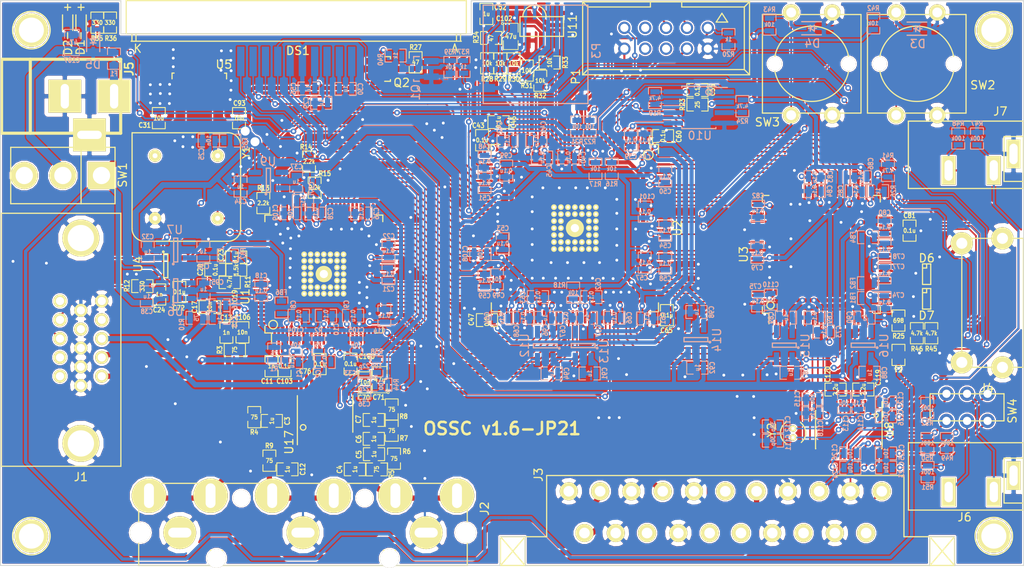
<source format=kicad_pcb>
(kicad_pcb (version 4) (host pcbnew 4.0.5+dfsg1-4)
  (layers (0 F.Cu signal) (31 B.Cu signal) (34 B.Paste user) (35 F.Paste user) (36 B.SilkS user) (37 F.SilkS user) (38 B.Mask user) (39 F.Mask user) (44 Edge.Cuts user))
  (net 0 "")
  (net 1 /fpga1/ASDO)
  (net 2 /fpga1/DATA0)
  (net 3 /fpga1/DCLK)
  (net 4 /fpga1/HDMITX_HSYNC)
  (net 5 /fpga1/HDMITX_INT_N)
  (net 6 /fpga1/HDMITX_PCLK)
  (net 7 /fpga1/HDMITX_R0)
  (net 8 /fpga1/HDMITX_R1)
  (net 9 /fpga1/HDMITX_R2)
  (net 10 /fpga1/HDMITX_R3)
  (net 11 /fpga1/HDMITX_R4)
  (net 12 /fpga1/HDMITX_R5)
  (net 13 /fpga1/HDMITX_R6)
  (net 14 /fpga1/HDMITX_R7)
  (net 15 /fpga1/HDMITX_VSYNC)
  (net 16 /fpga1/IR_RX)
  (net 17 /fpga1/LED0)
  (net 18 /fpga1/LED1)
  (net 19 /fpga1/SCL)
  (net 20 /fpga1/SDA)
  (net 21 /fpga1/SD_CLK)
  (net 22 /fpga1/SD_CMD)
  (net 23 /fpga1/SD_DAT0)
  (net 24 /fpga1/SD_DAT1)
  (net 25 /fpga1/SD_DAT2)
  (net 26 /fpga1/SD_DAT3)
  (net 27 /fpga1/TCK)
  (net 28 /fpga1/TDI)
  (net 29 /fpga1/TDO)
  (net 30 /fpga1/TMS)
  (net 31 /fpga1/VCCA)
  (net 32 /fpga1/VCCD_PLL)
  (net 33 /fpga1/VCCINT)
  (net 34 /fpga1/nCSO)
  (net 35 /hdmitx1/AVCC1V8)
  (net 36 /hdmitx1/AVDD3V3)
  (net 37 /hdmitx1/B0)
  (net 38 /hdmitx1/B1)
  (net 39 /hdmitx1/B2)
  (net 40 /hdmitx1/B3)
  (net 41 /hdmitx1/B4)
  (net 42 /hdmitx1/B5)
  (net 43 /hdmitx1/B6)
  (net 44 /hdmitx1/B7)
  (net 45 /hdmitx1/DDC_SCL)
  (net 46 /hdmitx1/DDC_SDA)
  (net 47 /hdmitx1/DE)
  (net 48 /hdmitx1/DVDD1V8)
  (net 49 /hdmitx1/DVDD3V3)
  (net 50 /hdmitx1/G0)
  (net 51 /hdmitx1/G1)
  (net 52 /hdmitx1/G2)
  (net 53 /hdmitx1/G3)
  (net 54 /hdmitx1/G4)
  (net 55 /hdmitx1/G5)
  (net 56 /hdmitx1/G6)
  (net 57 /hdmitx1/G7)
  (net 58 /hdmitx1/HPD)
  (net 59 /hdmitx1/TMDS_CLK+)
  (net 60 /hdmitx1/TMDS_CLK-)
  (net 61 /hdmitx1/TMDS_D0+)
  (net 62 /hdmitx1/TMDS_D0-)
  (net 63 /hdmitx1/TMDS_D1+)
  (net 64 /hdmitx1/TMDS_D1-)
  (net 65 /hdmitx1/TMDS_D2+)
  (net 66 /hdmitx1/TMDS_D2-)
  (net 67 /tvp_board1/AVDD)
  (net 68 /tvp_board1/B0)
  (net 69 /tvp_board1/B1)
  (net 70 /tvp_board1/B2)
  (net 71 /tvp_board1/B3)
  (net 72 /tvp_board1/B4)
  (net 73 /tvp_board1/B5)
  (net 74 /tvp_board1/B6)
  (net 75 /tvp_board1/B7)
  (net 76 /tvp_board1/DVDD)
  (net 77 /tvp_board1/FID)
  (net 78 /tvp_board1/G0)
  (net 79 /tvp_board1/G1)
  (net 80 /tvp_board1/G2)
  (net 81 /tvp_board1/G3)
  (net 82 /tvp_board1/G4)
  (net 83 /tvp_board1/G5)
  (net 84 /tvp_board1/G6)
  (net 85 /tvp_board1/G7)
  (net 86 /tvp_board1/HSYNC)
  (net 87 /tvp_board1/PCLK)
  (net 88 /tvp_board1/R0)
  (net 89 /tvp_board1/R1)
  (net 90 /tvp_board1/R2)
  (net 91 /tvp_board1/R3)
  (net 92 /tvp_board1/R4)
  (net 93 /tvp_board1/R5)
  (net 94 /tvp_board1/R6)
  (net 95 /tvp_board1/R7)
  (net 96 /tvp_board1/RGB1_B)
  (net 97 /tvp_board1/RGB1_G)
  (net 98 /tvp_board1/RGB1_R)
  (net 99 /tvp_board1/RGB1_S)
  (net 100 /tvp_board1/RGB2_B)
  (net 101 /tvp_board1/RGB2_G)
  (net 102 /tvp_board1/RGB2_R)
  (net 103 /tvp_board1/RGB3_B)
  (net 104 /tvp_board1/RGB3_G)
  (net 105 /tvp_board1/RGB3_R)
  (net 106 /tvp_board1/VSYNC)
  (net 107 GND)
  (net 108 "Net-(C1-Pad2)")
  (net 109 "Net-(C2-Pad2)")
  (net 110 "Net-(C3-Pad2)")
  (net 111 "Net-(C4-Pad2)")
  (net 112 "Net-(C5-Pad2)")
  (net 113 "Net-(C6-Pad2)")
  (net 114 "Net-(C7-Pad2)")
  (net 115 "Net-(C11-Pad2)")
  (net 116 "Net-(C12-Pad2)")
  (net 117 "Net-(C13-Pad2)")
  (net 118 "Net-(C15-Pad2)")
  (net 119 "Net-(C16-Pad2)")
  (net 120 "Net-(C17-Pad2)")
  (net 121 "Net-(C19-Pad1)")
  (net 122 "Net-(C19-Pad2)")
  (net 123 "Net-(C20-Pad2)")
  (net 124 "Net-(C24-Pad1)")
  (net 125 "Net-(C25-Pad1)")
  (net 126 "Net-(C29-Pad2)")
  (net 127 "Net-(C30-Pad1)")
  (net 128 "Net-(C30-Pad2)")
  (net 129 "Net-(C74-Pad1)")
  (net 130 "Net-(C77-Pad1)")
  (net 131 "Net-(C80-Pad1)")
  (net 132 "Net-(J1-Pad9)")
  (net 133 "Net-(J1-Pad4)")
  (net 134 "Net-(J1-Pad11)")
  (net 135 "Net-(J1-Pad12)")
  (net 136 "Net-(J1-Pad15)")
  (net 137 "Net-(P1-Pad6)")
  (net 138 "Net-(P1-Pad8)")
  (net 139 "Net-(R11-Pad2)")
  (net 140 "Net-(R16-Pad2)")
  (net 141 "Net-(R24-Pad1)")
  (net 142 "Net-(R25-Pad1)")
  (net 143 "Net-(R26-Pad1)")
  (net 144 "Net-(U1-Pad25)")
  (net 145 "Net-(U1-Pad37)")
  (net 146 "Net-(U1-Pad38)")
  (net 147 "Net-(U1-Pad51)")
  (net 148 "Net-(U1-Pad52)")
  (net 149 "Net-(U1-Pad64)")
  (net 150 "Net-(U1-Pad65)")
  (net 151 "Net-(D1-Pad1)")
  (net 152 "Net-(D2-Pad1)")
  (net 153 "Net-(J3-Pad10)")
  (net 154 "Net-(J3-Pad12)")
  (net 155 "Net-(J3-Pad16)")
  (net 156 "Net-(J4-Pad13)")
  (net 157 "Net-(P1-Pad7)")
  (net 158 "Net-(U3-Pad45)")
  (net 159 "Net-(Y1-Pad1)")
  (net 160 /fpga1/CLK27)
  (net 161 "Net-(R17-Pad1)")
  (net 162 "Net-(R18-Pad2)")
  (net 163 "Net-(R19-Pad1)")
  (net 164 "Net-(R23-Pad2)")
  (net 165 "Net-(DS1-Pad11)")
  (net 166 "Net-(U17-Pad1)")
  (net 167 "Net-(U17-Pad20)")
  (net 168 "Net-(F1-Pad1)")
  (net 169 /tvp_board1/RGB_12_G)
  (net 170 /tvp_board1/RGB_12_R)
  (net 171 "Net-(C76-Pad2)")
  (net 172 /tvp_board1/RGB_12_B)
  (net 173 "Net-(C100-Pad2)")
  (net 174 "Net-(C103-Pad2)")
  (net 175 "Net-(C104-Pad2)")
  (net 176 "Net-(C105-Pad2)")
  (net 177 /tvp_board1/RGB3_HS)
  (net 178 /tvp_board1/RGB3_VS)
  (net 179 /tvp_board1/RGB3_VS_B)
  (net 180 /tvp_board1/RGB3_HS_B)
  (net 181 "Net-(C106-Pad1)")
  (net 182 "Net-(C107-Pad1)")
  (net 183 /fpga1/LCD_CS_N)
  (net 184 /fpga1/LCD_RS)
  (net 185 /fpga1/BTN0)
  (net 186 /fpga1/BTN1)
  (net 187 "Net-(C23-Pad1)")
  (net 188 /tvp_board1/AVDD_F)
  (net 189 "Net-(C102-Pad1)")
  (net 190 "Net-(C33-Pad2)")
  (net 191 "Net-(C36-Pad1)")
  (net 192 /fpga1/RESET_N)
  (net 193 "Net-(Q1-Pad1)")
  (net 194 "Net-(Q1-Pad3)")
  (net 195 "Net-(Q2-Pad1)")
  (net 196 "Net-(Q2-Pad3)")
  (net 197 /fpga1/LCD_BLEN)
  (net 198 /hdmitx1/5V)
  (net 199 "Net-(MH1-Pad1)")
  (net 200 "Net-(MH2-Pad1)")
  (net 201 "Net-(MH3-Pad1)")
  (net 202 "Net-(MH4-Pad1)")
  (net 203 /hdmitx1/5V_FUSED)
  (net 204 "Net-(C111-Pad1)")
  (net 205 "Net-(C112-Pad1)")
  (net 206 /hdmitx1/AV2_AUD_R)
  (net 207 "Net-(C116-Pad2)")
  (net 208 /hdmitx1/AV1_AUD_R)
  (net 209 "Net-(C119-Pad1)")
  (net 210 "Net-(C120-Pad1)")
  (net 211 /hdmitx1/AV2_AUD_L)
  (net 212 "Net-(C121-Pad2)")
  (net 213 /hdmitx1/AV1_AUD_L)
  (net 214 "Net-(C123-Pad1)")
  (net 215 /hdmitx1/AV3_AUD_R)
  (net 216 "Net-(C124-Pad1)")
  (net 217 "Net-(C125-Pad1)")
  (net 218 /hdmitx1/AV3_AUD_L)
  (net 219 "Net-(C126-Pad1)")
  (net 220 "Net-(J4-Pad14)")
  (net 221 "Net-(J6-Pad3)")
  (net 222 "Net-(J6-Pad2)")
  (net 223 /hdmitx1/I2S_DATA)
  (net 224 /hdmitx1/I2S_WS)
  (net 225 /hdmitx1/I2S_BCK)
  (net 226 "Net-(U8-Pad5)")
  (net 227 "Net-(U8-Pad19)")
  (net 228 "Net-(U8-Pad20)")
  (net 229 "Net-(U8-Pad21)")
  (net 230 "Net-(U8-Pad22)")
  (net 231 "Net-(U8-Pad3)")
  (net 232 "Net-(U8-Pad4)")
  (net 233 "Net-(J3-Pad2)")
  (net 234 "Net-(J3-Pad6)")
  (net 235 "Net-(J3-Pad11)")
  (module custom_components:TSSOP-30_4.4x7.8mm_Pitch0.5mm_Handsoldering (layer F.Cu) (at 110.622 69.23 270)
    (fp_text reference U8 (at 0 -4.95 270) (layer F.SilkS))
    (fp_text value PCM1862)
    (pad 16 smd rect (at 3 3.5 270) (size 1.2 0.3) (layers F.Cu F.Paste F.Mask) (net 224 /hdmitx1/I2S_WS))
    (pad 17 smd rect (at 3 3 270) (size 1.2 0.3) (layers F.Cu F.Paste F.Mask) (net 225 /hdmitx1/I2S_BCK))
    (pad 18 smd rect (at 3 2.5 270) (size 1.2 0.3) (layers F.Cu F.Paste F.Mask) (net 223 /hdmitx1/I2S_DATA))
    (pad 19 smd rect (at 3 2 270) (size 1.2 0.3) (layers F.Cu F.Paste F.Mask) (net 227 "Net-(U8-Pad19)"))
    (pad 20 smd rect (at 3 1.5 270) (size 1.2 0.3) (layers F.Cu F.Paste F.Mask) (net 228 "Net-(U8-Pad20)"))
    (pad 21 smd rect (at 3 1 270) (size 1.2 0.3) (layers F.Cu F.Paste F.Mask) (net 229 "Net-(U8-Pad21)"))
    (pad 22 smd rect (at 3 0.5 270) (size 1.2 0.3) (layers F.Cu F.Paste F.Mask) (net 230 "Net-(U8-Pad22)"))
    (pad 23 smd rect (at 3 0 270) (size 1.2 0.3) (layers F.Cu F.Paste F.Mask) (net 20 /fpga1/SDA))
    (pad 24 smd rect (at 3 -0.5 270) (size 1.2 0.3) (layers F.Cu F.Paste F.Mask) (net 19 /fpga1/SCL))
    (pad 25 smd rect (at 3 -1 270) (size 1.2 0.3) (layers F.Cu F.Paste F.Mask) (net 107 GND))
    (pad 26 smd rect (at 3 -1.5 270) (size 1.2 0.3) (layers F.Cu F.Paste F.Mask) (net 107 GND))
    (pad 27 smd rect (at 3 -2 270) (size 1.2 0.3) (layers F.Cu F.Paste F.Mask) (net 219 "Net-(C126-Pad1)"))
    (pad 28 smd rect (at 3 -2.5 270) (size 1.2 0.3) (layers F.Cu F.Paste F.Mask) (net 216 "Net-(C124-Pad1)"))
    (pad 29 smd rect (at 3 -3 270) (size 1.2 0.3) (layers F.Cu F.Paste F.Mask) (net 217 "Net-(C125-Pad1)"))
    (pad 30 smd rect (at 3 -3.5 270) (size 1.2 0.3) (layers F.Cu F.Paste F.Mask) (net 214 "Net-(C123-Pad1)"))
    (pad 1 smd rect (at -3 -3.5 270) (size 1.2 0.3) (layers F.Cu F.Paste F.Mask) (net 212 "Net-(C121-Pad2)"))
    (pad 2 smd rect (at -3 -3 270) (size 1.2 0.3) (layers F.Cu F.Paste F.Mask) (net 207 "Net-(C116-Pad2)"))
    (pad 3 smd rect (at -3 -2.5 270) (size 1.2 0.3) (layers F.Cu F.Paste F.Mask) (net 231 "Net-(U8-Pad3)"))
    (pad 4 smd rect (at -3 -2 270) (size 1.2 0.3) (layers F.Cu F.Paste F.Mask) (net 232 "Net-(U8-Pad4)"))
    (pad 5 smd rect (at -3 -1.5 270) (size 1.2 0.3) (layers F.Cu F.Paste F.Mask) (net 226 "Net-(U8-Pad5)"))
    (pad 6 smd rect (at -3 -1 270) (size 1.2 0.3) (layers F.Cu F.Paste F.Mask) (net 209 "Net-(C119-Pad1)"))
    (pad 7 smd rect (at -3 -0.5 270) (size 1.2 0.3) (layers F.Cu F.Paste F.Mask) (net 107 GND))
    (pad 8 smd rect (at -3 0 270) (size 1.2 0.3) (layers F.Cu F.Paste F.Mask) (net 36 /hdmitx1/AVDD3V3))
    (pad 9 smd rect (at -3 0.5 270) (size 1.2 0.3) (layers F.Cu F.Paste F.Mask) (net 204 "Net-(C111-Pad1)"))
    (pad 10 smd rect (at -3 1 270) (size 1.2 0.3) (layers F.Cu F.Paste F.Mask) (net 205 "Net-(C112-Pad1)"))
    (pad 11 smd rect (at -3 1.5 270) (size 1.2 0.3) (layers F.Cu F.Paste F.Mask) (net 210 "Net-(C120-Pad1)"))
    (pad 12 smd rect (at -3 2 270) (size 1.2 0.3) (layers F.Cu F.Paste F.Mask) (net 107 GND))
    (pad 13 smd rect (at -3 2.5 270) (size 1.2 0.3) (layers F.Cu F.Paste F.Mask) (net 49 /hdmitx1/DVDD3V3))
    (pad 14 smd rect (at -3 3 270) (size 1.2 0.3) (layers F.Cu F.Paste F.Mask) (net 49 /hdmitx1/DVDD3V3))
    (pad 15 smd rect (at -3 3.5 270) (size 1.2 0.3) (layers F.Cu F.Paste F.Mask) (net 107 GND))
  )
  (module custom_components:IRM-V5XX_TR1 (layer F.Cu) (at 73.2641 21.3605)
    (fp_text reference U11 (at 3.7465 -1.19634 90) (layer F.SilkS))
    (fp_text value IRM-V538/TR1)
    (pad 1 smd rect (at 1.7 0.5) (size 0.7 1.9) (layers F.Cu F.Paste F.Mask) (net 16 /fpga1/IR_RX))
    (pad 2 smd rect (at 0 0.5) (size 0.7 1.9) (layers F.Cu F.Paste F.Mask) (net 189 "Net-(C102-Pad1)"))
    (pad 3 smd rect (at -1.7 0.5) (size 0.7 1.9) (layers F.Cu F.Paste F.Mask) (net 107 GND))
    (pad 3 smd rect (at 1.68 -2.85) (size 1.4 1.9) (layers F.Cu F.Paste F.Mask) (net 107 GND))
  )
  (module Connect:VASCH5x2 (layer F.Cu) (at 88.4 21.59 180)
    (fp_text reference P1 (at 10.996 -4.661 270) (layer F.SilkS))
    (fp_text value JTAG_CONN)
    (pad 1 thru_hole circle (at -5.08 1.27 180) (size 1.50622 1.50622) (drill 0.99822) (layers *.Cu *.Mask) (net 27 /fpga1/TCK))
    (pad 2 thru_hole circle (at -5.08 -1.27 180) (size 1.50622 1.50622) (drill 0.99822) (layers *.Cu *.Mask) (net 107 GND))
    (pad 3 thru_hole circle (at -2.54 1.27 180) (size 1.50622 1.50622) (drill 0.99822) (layers *.Cu *.Mask) (net 29 /fpga1/TDO))
    (pad 4 thru_hole circle (at -2.54 -1.27 180) (size 1.50622 1.50622) (drill 0.99822) (layers *.Cu *.Mask) (net 31 /fpga1/VCCA))
    (pad 5 thru_hole circle (at 0 1.27 180) (size 1.50622 1.50622) (drill 0.99822) (layers *.Cu *.Mask) (net 30 /fpga1/TMS))
    (pad 6 thru_hole circle (at 0 -1.27 180) (size 1.50622 1.50622) (drill 0.99822) (layers *.Cu *.Mask) (net 137 "Net-(P1-Pad6)"))
    (pad 7 thru_hole circle (at 2.54 1.27 180) (size 1.50622 1.50622) (drill 0.99822) (layers *.Cu *.Mask) (net 157 "Net-(P1-Pad7)"))
    (pad 8 thru_hole circle (at 2.54 -1.27 180) (size 1.50622 1.50622) (drill 0.99822) (layers *.Cu *.Mask) (net 138 "Net-(P1-Pad8)"))
    (pad 9 thru_hole circle (at 5.08 1.27 180) (size 1.50622 1.50622) (drill 0.99822) (layers *.Cu *.Mask) (net 28 /fpga1/TDI))
    (pad 10 thru_hole circle (at 5.08 -1.27 180) (size 1.50622 1.50622) (drill 0.99822) (layers *.Cu *.Mask) (net 107 GND))
  )
  (module Connect:1pin (layer F.Cu) (at 11.13 20.6)
    (fp_text reference MH1 hide)
    (fp_text value CONN_1)
    (pad 1 thru_hole circle (at 0 0) (size 4.064 4.064) (drill 3.048) (layers *.Cu *.Mask F.SilkS) (net 199 "Net-(MH1-Pad1)"))
  )
  (module Connect:1pin (layer F.Cu) (at 11.13 82.2)
    (fp_text reference MH3 hide)
    (fp_text value CONN_1)
    (pad 1 thru_hole circle (at 0 0) (size 4.064 4.064) (drill 3.048) (layers *.Cu *.Mask F.SilkS) (net 201 "Net-(MH3-Pad1)"))
  )
  (module Connect:1pin (layer F.Cu) (at 128.3 82.2)
    (fp_text reference MH4 hide)
    (fp_text value CONN_1)
    (pad 1 thru_hole circle (at 0 0) (size 4.064 4.064) (drill 3.048) (layers *.Cu *.Mask F.SilkS) (net 202 "Net-(MH4-Pad1)"))
  )
  (module Connect:1pin (layer F.Cu) (at 128.3 20.6)
    (fp_text reference MH2 hide)
    (fp_text value CONN_1)
    (pad 1 thru_hole circle (at 0 0) (size 4.064 4.064) (drill 3.048) (layers *.Cu *.Mask F.SilkS) (net 200 "Net-(MH2-Pad1)"))
  )
  (module custom_components:ACHL-OSC (layer F.Cu) (at 29.9945 39.6993 270)
    (fp_text reference Y1 (at -4.191 -7.2898 270) (layer F.SilkS) (effects (font (size 0.8 0.8))))
    (fp_text value ACHL-27MHZ-EK)
    (pad 5 thru_hole circle (at 3.81 -3.81 270) (size 1.5 1.5) (drill 0.6) (layers *.Cu *.Mask F.SilkS) (net 160 /fpga1/CLK27))
    (pad 8 thru_hole circle (at -3.81 -3.81 270) (size 1.5 1.5) (drill 0.6) (layers *.Cu *.Mask F.SilkS) (net 125 "Net-(C25-Pad1)"))
    (pad 1 thru_hole circle (at -3.81 3.81 270) (size 1.5 1.5) (drill 0.6) (layers *.Cu *.Mask F.SilkS) (net 159 "Net-(Y1-Pad1)"))
    (pad 4 thru_hole circle (at 3.81 3.81 270) (size 1.5 1.5) (drill 0.6) (layers *.Cu *.Mask F.SilkS) (net 107 GND))
  )
  (module custom_components:SOT-23-5_Handsoldering (layer B.Cu) (at 28.702 47.3701 90)
    (fp_text reference U7 (at 2.4631 -0.112 180) (layer B.SilkS) (effects (justify mirror)))
    (fp_text value NCP703SN19T1G)
    (pad 1 smd rect (at -0.95 -1.65) (size 1.56 0.65) (layers B.Cu B.Paste B.Mask) (net 49 /hdmitx1/DVDD3V3))
    (pad 2 smd rect (at 0 -1.65) (size 1.56 0.65) (layers B.Cu B.Paste B.Mask) (net 107 GND))
    (pad 3 smd rect (at 0.95 -1.65) (size 1.56 0.65) (layers B.Cu B.Paste B.Mask) (net 49 /hdmitx1/DVDD3V3))
    (pad 4 smd rect (at 0.95 1.65) (size 1.56 0.65) (layers B.Cu B.Paste B.Mask))
    (pad 5 smd rect (at -0.95 1.65) (size 1.56 0.65) (layers B.Cu B.Paste B.Mask) (net 67 /tvp_board1/AVDD))
  )
  (module custom_components:SOT-23-5_Handsoldering (layer B.Cu) (at 39.986 38.862 90)
    (fp_text reference U9 (at 2.263 -0.05 180) (layer B.SilkS) (effects (justify mirror)))
    (fp_text value TLV70019)
    (pad 1 smd rect (at -0.95 -1.65) (size 1.56 0.65) (layers B.Cu B.Paste B.Mask) (net 49 /hdmitx1/DVDD3V3))
    (pad 2 smd rect (at 0 -1.65) (size 1.56 0.65) (layers B.Cu B.Paste B.Mask) (net 107 GND))
    (pad 3 smd rect (at 0.95 -1.65) (size 1.56 0.65) (layers B.Cu B.Paste B.Mask) (net 49 /hdmitx1/DVDD3V3))
    (pad 4 smd rect (at 0.95 1.65) (size 1.56 0.65) (layers B.Cu B.Paste B.Mask))
    (pad 5 smd rect (at -0.95 1.65) (size 1.56 0.65) (layers B.Cu B.Paste B.Mask) (net 76 /tvp_board1/DVDD))
  )
  (module custom_components:SOT-23-5_Handsoldering (layer B.Cu) (at 102.7938 58.9534 180)
    (fp_text reference U15 (at -2.55 -0.05 270) (layer B.SilkS) (effects (justify mirror)))
    (fp_text value TLV70018)
    (pad 1 smd rect (at -0.95 -1.65 90) (size 1.56 0.65) (layers B.Cu B.Paste B.Mask) (net 49 /hdmitx1/DVDD3V3))
    (pad 2 smd rect (at 0 -1.65 90) (size 1.56 0.65) (layers B.Cu B.Paste B.Mask) (net 107 GND))
    (pad 3 smd rect (at 0.95 -1.65 90) (size 1.56 0.65) (layers B.Cu B.Paste B.Mask) (net 49 /hdmitx1/DVDD3V3))
    (pad 4 smd rect (at 0.95 1.65 90) (size 1.56 0.65) (layers B.Cu B.Paste B.Mask))
    (pad 5 smd rect (at -0.95 1.65 90) (size 1.56 0.65) (layers B.Cu B.Paste B.Mask) (net 48 /hdmitx1/DVDD1V8))
  )
  (module custom_components:SOT-23-5_Handsoldering (layer B.Cu) (at 112.39 58.9534 180)
    (fp_text reference U16 (at -2.55 -0.05 270) (layer B.SilkS) (effects (justify mirror)))
    (fp_text value TLV70018)
    (pad 1 smd rect (at -0.95 -1.65 90) (size 1.56 0.65) (layers B.Cu B.Paste B.Mask) (net 49 /hdmitx1/DVDD3V3))
    (pad 2 smd rect (at 0 -1.65 90) (size 1.56 0.65) (layers B.Cu B.Paste B.Mask) (net 107 GND))
    (pad 3 smd rect (at 0.95 -1.65 90) (size 1.56 0.65) (layers B.Cu B.Paste B.Mask) (net 49 /hdmitx1/DVDD3V3))
    (pad 4 smd rect (at 0.95 1.65 90) (size 1.56 0.65) (layers B.Cu B.Paste B.Mask))
    (pad 5 smd rect (at -0.95 1.65 90) (size 1.56 0.65) (layers B.Cu B.Paste B.Mask) (net 35 /hdmitx1/AVCC1V8))
  )
  (module custom_components:SOT-23-5_Handsoldering (layer B.Cu) (at 28.702 52.324 90)
    (fp_text reference U6 (at -2.55 -0.05 180) (layer B.SilkS) (effects (justify mirror)))
    (fp_text value TLV70033)
    (pad 1 smd rect (at -0.95 -1.65) (size 1.56 0.65) (layers B.Cu B.Paste B.Mask) (net 198 /hdmitx1/5V))
    (pad 2 smd rect (at 0 -1.65) (size 1.56 0.65) (layers B.Cu B.Paste B.Mask) (net 107 GND))
    (pad 3 smd rect (at 0.95 -1.65) (size 1.56 0.65) (layers B.Cu B.Paste B.Mask) (net 198 /hdmitx1/5V))
    (pad 4 smd rect (at 0.95 1.65) (size 1.56 0.65) (layers B.Cu B.Paste B.Mask))
    (pad 5 smd rect (at -0.95 1.65) (size 1.56 0.65) (layers B.Cu B.Paste B.Mask) (net 36 /hdmitx1/AVDD3V3))
  )
  (module custom_components:SOT-23-5_Handsoldering (layer B.Cu) (at 73.7 59.0246 180)
    (fp_text reference U12 (at 2.514 0.035 270) (layer B.SilkS) (effects (justify mirror)))
    (fp_text value TLV70012)
    (pad 1 smd rect (at -0.95 -1.65 90) (size 1.56 0.65) (layers B.Cu B.Paste B.Mask) (net 49 /hdmitx1/DVDD3V3))
    (pad 2 smd rect (at 0 -1.65 90) (size 1.56 0.65) (layers B.Cu B.Paste B.Mask) (net 107 GND))
    (pad 3 smd rect (at 0.95 -1.65 90) (size 1.56 0.65) (layers B.Cu B.Paste B.Mask) (net 49 /hdmitx1/DVDD3V3))
    (pad 4 smd rect (at 0.95 1.65 90) (size 1.56 0.65) (layers B.Cu B.Paste B.Mask))
    (pad 5 smd rect (at -0.95 1.65 90) (size 1.56 0.65) (layers B.Cu B.Paste B.Mask) (net 33 /fpga1/VCCINT))
  )
  (module custom_components:SOT-23-5_Handsoldering (layer B.Cu) (at 78.306 59.0026 180)
    (fp_text reference U13 (at -2.55 -0.7004 270) (layer B.SilkS) (effects (justify mirror)))
    (fp_text value TLV70025)
    (pad 1 smd rect (at -0.95 -1.65 90) (size 1.56 0.65) (layers B.Cu B.Paste B.Mask) (net 49 /hdmitx1/DVDD3V3))
    (pad 2 smd rect (at 0 -1.65 90) (size 1.56 0.65) (layers B.Cu B.Paste B.Mask) (net 107 GND))
    (pad 3 smd rect (at 0.95 -1.65 90) (size 1.56 0.65) (layers B.Cu B.Paste B.Mask) (net 49 /hdmitx1/DVDD3V3))
    (pad 4 smd rect (at 0.95 1.65 90) (size 1.56 0.65) (layers B.Cu B.Paste B.Mask))
    (pad 5 smd rect (at -0.95 1.65 90) (size 1.56 0.65) (layers B.Cu B.Paste B.Mask) (net 31 /fpga1/VCCA))
  )
  (module custom_components:SOT-23-5_Handsoldering (layer B.Cu) (at 92.034 58.278 180)
    (fp_text reference U14 (at -2.55 -0.05 270) (layer B.SilkS) (effects (justify mirror)))
    (fp_text value TLV70012)
    (pad 1 smd rect (at -0.95 -1.65 90) (size 1.56 0.65) (layers B.Cu B.Paste B.Mask) (net 49 /hdmitx1/DVDD3V3))
    (pad 2 smd rect (at 0 -1.65 90) (size 1.56 0.65) (layers B.Cu B.Paste B.Mask) (net 107 GND))
    (pad 3 smd rect (at 0.95 -1.65 90) (size 1.56 0.65) (layers B.Cu B.Paste B.Mask) (net 49 /hdmitx1/DVDD3V3))
    (pad 4 smd rect (at 0.95 1.65 90) (size 1.56 0.65) (layers B.Cu B.Paste B.Mask))
    (pad 5 smd rect (at -0.95 1.65 90) (size 1.56 0.65) (layers B.Cu B.Paste B.Mask) (net 32 /fpga1/VCCD_PLL))
  )
  (module custom_components:DM3D-SF (layer B.Cu) (at 67.988 19.305)
    (fp_text reference P3 (at 11.9253 3.81 270) (layer B.SilkS) (effects (justify mirror)))
    (fp_text value mSD_CONN)
    (pad 6 smd rect (at 10.1 10.1) (size 1.5 1.9) (layers B.Cu B.Paste B.Mask) (net 107 GND))
    (pad 6 smd rect (at -1.4 8.35) (size 2 1) (layers B.Cu B.Paste B.Mask) (net 107 GND))
    (pad 1 smd rect (at 7.7 -0.875) (size 0.4 1.75) (layers B.Cu B.Paste B.Mask) (net 25 /fpga1/SD_DAT2))
    (pad 2 smd rect (at 6.6 -0.875) (size 0.4 1.75) (layers B.Cu B.Paste B.Mask) (net 26 /fpga1/SD_DAT3))
    (pad 3 smd rect (at 5.5 -0.875) (size 0.4 1.75) (layers B.Cu B.Paste B.Mask) (net 22 /fpga1/SD_CMD))
    (pad 4 smd rect (at 4.4 -0.875) (size 0.4 1.75) (layers B.Cu B.Paste B.Mask) (net 49 /hdmitx1/DVDD3V3))
    (pad 5 smd rect (at 3.3 -0.875) (size 0.4 1.75) (layers B.Cu B.Paste B.Mask) (net 21 /fpga1/SD_CLK))
    (pad 6 smd rect (at 2.2 -0.875) (size 0.4 1.75) (layers B.Cu B.Paste B.Mask) (net 107 GND))
    (pad 7 smd rect (at 1.1 -0.875) (size 0.4 1.75) (layers B.Cu B.Paste B.Mask) (net 23 /fpga1/SD_DAT0))
    (pad 8 smd rect (at 0 -0.875) (size 0.4 1.75) (layers B.Cu B.Paste B.Mask) (net 24 /fpga1/SD_DAT1))
  )
  (module custom_components:SOT-23-6_Handsoldering (layer F.Cu) (at 27.4933 49.2878 270)
    (fp_text reference U4 (at -0.1848 3.3683 450) (layer F.SilkS))
    (fp_text value SN74LVC2G17)
    (pad 5 smd rect (at 0 -1.65) (size 1.56 0.65) (layers F.Cu F.Paste F.Mask) (net 49 /hdmitx1/DVDD3V3))
    (pad 1 smd rect (at -0.95 1.65) (size 1.56 0.65) (layers F.Cu F.Paste F.Mask) (net 177 /tvp_board1/RGB3_HS))
    (pad 2 smd rect (at 0 1.65) (size 1.56 0.65) (layers F.Cu F.Paste F.Mask) (net 107 GND))
    (pad 3 smd rect (at 0.95 1.65) (size 1.56 0.65) (layers F.Cu F.Paste F.Mask) (net 124 "Net-(C24-Pad1)"))
    (pad 4 smd rect (at 0.95 -1.65) (size 1.56 0.65) (layers F.Cu F.Paste F.Mask) (net 179 /tvp_board1/RGB3_VS_B))
    (pad 6 smd rect (at -0.95 -1.65) (size 1.56 0.65) (layers F.Cu F.Paste F.Mask) (net 180 /tvp_board1/RGB3_HS_B))
  )
  (module custom_components:SOD-323_Handsoldering (layer B.Cu) (at 18.654 21.915 90)
    (fp_text reference D5 (at -2.8702 -0.0254 360) (layer B.SilkS) (effects (justify mirror)))
    (fp_text value SD05-7)
    (pad 1 smd rect (at -1.4 0 90) (size 1.4 0.45) (layers B.Cu B.Paste B.Mask) (net 182 "Net-(C107-Pad1)"))
    (pad 2 smd rect (at 1.4 0 90) (size 1.4 0.45) (layers B.Cu B.Paste B.Mask) (net 107 GND))
  )
  (module custom_components:VGA_CONN (layer F.Cu) (at 17.1555 59.2954 270)
    (fp_text reference J1 (at 15.70228 -0.00508 360) (layer F.SilkS))
    (fp_text value VGA)
    (pad 8 thru_hole circle (at 0 0 270) (size 1.6 1.6) (drill 1) (layers *.Cu *.Mask F.SilkS) (net 107 GND))
    (pad 9 thru_hole circle (at -2.29 0 270) (size 1.6 1.6) (drill 1) (layers *.Cu *.Mask F.SilkS) (net 132 "Net-(J1-Pad9)"))
    (pad 10 thru_hole circle (at -4.58 0 270) (size 1.6 1.6) (drill 1) (layers *.Cu *.Mask F.SilkS) (net 107 GND))
    (pad 1 thru_hole circle (at 3.44 -2.54 270) (size 1.6 1.6) (drill 1) (layers *.Cu *.Mask F.SilkS) (net 105 /tvp_board1/RGB3_R))
    (pad 2 thru_hole circle (at 1.15 -2.54 270) (size 1.6 1.6) (drill 1) (layers *.Cu *.Mask F.SilkS) (net 104 /tvp_board1/RGB3_G))
    (pad 3 thru_hole circle (at -1.14 -2.54 270) (size 1.6 1.6) (drill 1) (layers *.Cu *.Mask F.SilkS) (net 103 /tvp_board1/RGB3_B))
    (pad 4 thru_hole circle (at -3.43 -2.54 270) (size 1.6 1.6) (drill 1) (layers *.Cu *.Mask F.SilkS) (net 133 "Net-(J1-Pad4)"))
    (pad 5 thru_hole circle (at -5.72 -2.54 270) (size 1.6 1.6) (drill 1) (layers *.Cu *.Mask F.SilkS) (net 107 GND))
    (pad 6 thru_hole circle (at 4.58 0 270) (size 1.6 1.6) (drill 1) (layers *.Cu *.Mask F.SilkS) (net 107 GND))
    (pad 7 thru_hole circle (at 2.29 0 270) (size 1.6 1.6) (drill 1) (layers *.Cu *.Mask F.SilkS) (net 107 GND))
    (pad 11 thru_hole circle (at 3.44 2.54 270) (size 1.6 1.6) (drill 1) (layers *.Cu *.Mask F.SilkS) (net 134 "Net-(J1-Pad11)"))
    (pad 12 thru_hole circle (at 1.15 2.54 270) (size 1.6 1.6) (drill 1) (layers *.Cu *.Mask F.SilkS) (net 135 "Net-(J1-Pad12)"))
    (pad 13 thru_hole circle (at -1.14 2.54 270) (size 1.6 1.6) (drill 1) (layers *.Cu *.Mask F.SilkS) (net 177 /tvp_board1/RGB3_HS))
    (pad 14 thru_hole circle (at -3.43 2.54 270) (size 1.6 1.6) (drill 1) (layers *.Cu *.Mask F.SilkS) (net 178 /tvp_board1/RGB3_VS))
    (pad 15 thru_hole circle (at -5.72 2.54 270) (size 1.6 1.6) (drill 1) (layers *.Cu *.Mask F.SilkS) (net 136 "Net-(J1-Pad15)"))
    (pad 10 thru_hole circle (at 11.62 0 270) (size 4.5 4.5) (drill 3.2) (layers *.Cu *.Mask F.SilkS) (net 107 GND))
    (pad 10 thru_hole circle (at -13.38 0 270) (size 4.5 4.5) (drill 3.2) (layers *.Cu *.Mask F.SilkS) (net 107 GND))
  )
  (module custom_components:SOT-223_Handsoldering (layer F.Cu) (at 31.577 27.656)
    (fp_text reference U5 (at 2.987 -2.876) (layer F.SilkS))
    (fp_text value AP7361C)
    (pad 2 smd rect (at 0 3.6) (size 1.2 2.4) (layers F.Cu F.Paste F.Mask) (net 107 GND))
    (pad 1 smd rect (at -2.3 3.6) (size 1.2 2.4) (layers F.Cu F.Paste F.Mask) (net 198 /hdmitx1/5V))
    (pad 3 smd rect (at 2.3 3.6) (size 1.2 2.4) (layers F.Cu F.Paste F.Mask) (net 49 /hdmitx1/DVDD3V3))
    (pad 2 smd rect (at 0 -3.6) (size 3.3 2.4) (layers F.Cu F.Paste F.Mask) (net 107 GND))
  )
  (module Housings_SOT-23_SOT-143_TSOT-6:SOT-23_Handsoldering (layer B.Cu) (at 58.316 25.317 270)
    (fp_text reference Q1 (at 2.862 0.404 270) (layer B.SilkS) (effects (justify mirror)))
    (fp_text value BC847)
    (pad 1 smd rect (at -0.95 -1.50114 270) (size 0.8001 1.80086) (layers B.Cu B.Paste B.Mask) (net 193 "Net-(Q1-Pad1)"))
    (pad 2 smd rect (at 0.95 -1.50114 270) (size 0.8001 1.80086) (layers B.Cu B.Paste B.Mask) (net 107 GND))
    (pad 3 smd rect (at 0 1.50114 270) (size 0.8001 1.80086) (layers B.Cu B.Paste B.Mask) (net 194 "Net-(Q1-Pad3)"))
  )
  (module Housings_SOT-23_SOT-143_TSOT-6:SOT-23_Handsoldering (layer F.Cu) (at 54.193 25.329 270)
    (fp_text reference Q2 (at 1.676 -2.012 360) (layer F.SilkS))
    (fp_text value BC857)
    (pad 1 smd rect (at -0.95 1.50114 270) (size 0.8001 1.80086) (layers F.Cu F.Paste F.Mask) (net 195 "Net-(Q2-Pad1)"))
    (pad 2 smd rect (at 0.95 1.50114 270) (size 0.8001 1.80086) (layers F.Cu F.Paste F.Mask) (net 49 /hdmitx1/DVDD3V3))
    (pad 3 smd rect (at 0 -1.50114 270) (size 0.8001 1.80086) (layers F.Cu F.Paste F.Mask) (net 196 "Net-(Q2-Pad3)"))
  )
  (module custom_components:TSSOP-20_4.4x6.5mm_Pitch0.65mm_Handsoldering (layer F.Cu) (at 46.888 67.324 90)
    (fp_text reference U17 (at -3.451 -4.384 90) (layer F.SilkS))
    (fp_text value THS7353)
    (pad 1 smd rect (at -3.22 -2.925 90) (size 2 0.4) (layers F.Cu F.Paste F.Mask) (net 166 "Net-(U17-Pad1)"))
    (pad 2 smd rect (at -3.22 -2.275 90) (size 2 0.4) (layers F.Cu F.Paste F.Mask) (net 116 "Net-(C12-Pad2)"))
    (pad 3 smd rect (at -3.22 -1.625 90) (size 2 0.4) (layers F.Cu F.Paste F.Mask) (net 110 "Net-(C3-Pad2)"))
    (pad 4 smd rect (at -3.22 -0.975 90) (size 2 0.4) (layers F.Cu F.Paste F.Mask) (net 111 "Net-(C4-Pad2)"))
    (pad 5 smd rect (at -3.22 -0.325 90) (size 2 0.4) (layers F.Cu F.Paste F.Mask) (net 112 "Net-(C5-Pad2)"))
    (pad 6 smd rect (at -3.22 0.325 90) (size 2 0.4) (layers F.Cu F.Paste F.Mask) (net 113 "Net-(C6-Pad2)"))
    (pad 7 smd rect (at -3.22 0.975 90) (size 2 0.4) (layers F.Cu F.Paste F.Mask) (net 114 "Net-(C7-Pad2)"))
    (pad 8 smd rect (at -3.22 1.625 90) (size 2 0.4) (layers F.Cu F.Paste F.Mask) (net 107 GND))
    (pad 9 smd rect (at -3.22 2.275 90) (size 2 0.4) (layers F.Cu F.Paste F.Mask) (net 107 GND))
    (pad 10 smd rect (at -3.22 2.925 90) (size 2 0.4) (layers F.Cu F.Paste F.Mask) (net 107 GND))
    (pad 11 smd rect (at 3.22 2.925 90) (size 2 0.4) (layers F.Cu F.Paste F.Mask) (net 36 /hdmitx1/AVDD3V3))
    (pad 12 smd rect (at 3.22 2.275 90) (size 2 0.4) (layers F.Cu F.Paste F.Mask) (net 191 "Net-(C36-Pad1)"))
    (pad 13 smd rect (at 3.22 1.625 90) (size 2 0.4) (layers F.Cu F.Paste F.Mask) (net 190 "Net-(C33-Pad2)"))
    (pad 14 smd rect (at 3.22 0.975 90) (size 2 0.4) (layers F.Cu F.Paste F.Mask) (net 172 /tvp_board1/RGB_12_B))
    (pad 15 smd rect (at 3.22 0.325 90) (size 2 0.4) (layers F.Cu F.Paste F.Mask) (net 172 /tvp_board1/RGB_12_B))
    (pad 16 smd rect (at 3.22 -0.325 90) (size 2 0.4) (layers F.Cu F.Paste F.Mask) (net 170 /tvp_board1/RGB_12_R))
    (pad 17 smd rect (at 3.22 -0.975 90) (size 2 0.4) (layers F.Cu F.Paste F.Mask) (net 170 /tvp_board1/RGB_12_R))
    (pad 18 smd rect (at 3.22 -1.625 90) (size 2 0.4) (layers F.Cu F.Paste F.Mask) (net 169 /tvp_board1/RGB_12_G))
    (pad 19 smd rect (at 3.22 -2.275 90) (size 2 0.4) (layers F.Cu F.Paste F.Mask) (net 169 /tvp_board1/RGB_12_G))
    (pad 20 smd rect (at 3.22 -2.925 90) (size 2 0.4) (layers F.Cu F.Paste F.Mask) (net 167 "Net-(U17-Pad20)"))
  )
  (module custom_components:TQFP-100_custom (layer F.Cu) (at 107.3 47.9 90)
    (fp_text reference U3 (at 0 -9.45 90) (layer F.SilkS))
    (fp_text value IT6613)
    (pad 1 smd rect (at -7.8 -6 90) (size 1.6 0.3) (layers F.Cu F.Paste F.Mask) (net 47 /hdmitx1/DE))
    (pad 2 smd rect (at -7.8 -5.5 90) (size 1.6 0.3) (layers F.Cu F.Paste F.Mask) (net 4 /fpga1/HDMITX_HSYNC))
    (pad 3 smd rect (at -7.8 -5 90) (size 1.6 0.3) (layers F.Cu F.Paste F.Mask) (net 15 /fpga1/HDMITX_VSYNC))
    (pad 4 smd rect (at -7.8 -4.5 90) (size 1.6 0.3) (layers F.Cu F.Paste F.Mask) (net 107 GND))
    (pad 5 smd rect (at -7.8 -4 90) (size 1.6 0.3) (layers F.Cu F.Paste F.Mask) (net 107 GND))
    (pad 6 smd rect (at -7.8 -3.5 90) (size 1.6 0.3) (layers F.Cu F.Paste F.Mask) (net 107 GND))
    (pad 7 smd rect (at -7.8 -3 90) (size 1.6 0.3) (layers F.Cu F.Paste F.Mask) (net 107 GND))
    (pad 8 smd rect (at -7.8 -2.5 90) (size 1.6 0.3) (layers F.Cu F.Paste F.Mask) (net 107 GND))
    (pad 9 smd rect (at -7.8 -2 90) (size 1.6 0.3) (layers F.Cu F.Paste F.Mask) (net 223 /hdmitx1/I2S_DATA))
    (pad 10 smd rect (at -7.8 -1.5 90) (size 1.6 0.3) (layers F.Cu F.Paste F.Mask) (net 224 /hdmitx1/I2S_WS))
    (pad 11 smd rect (at -7.8 -1 90) (size 1.6 0.3) (layers F.Cu F.Paste F.Mask) (net 225 /hdmitx1/I2S_BCK))
    (pad 12 smd rect (at -7.8 -0.5 90) (size 1.6 0.3) (layers F.Cu F.Paste F.Mask) (net 48 /hdmitx1/DVDD1V8))
    (pad 13 smd rect (at -7.8 0 90) (size 1.6 0.3) (layers F.Cu F.Paste F.Mask) (net 107 GND))
    (pad 14 smd rect (at -7.8 0.5 90) (size 1.6 0.3) (layers F.Cu F.Paste F.Mask) (net 49 /hdmitx1/DVDD3V3))
    (pad 15 smd rect (at -7.8 1 90) (size 1.6 0.3) (layers F.Cu F.Paste F.Mask) (net 107 GND))
    (pad 16 smd rect (at -7.8 1.5 90) (size 1.6 0.3) (layers F.Cu F.Paste F.Mask) (net 107 GND))
    (pad 17 smd rect (at -7.8 2 90) (size 1.6 0.3) (layers F.Cu F.Paste F.Mask) (net 107 GND))
    (pad 18 smd rect (at -7.8 2.5 90) (size 1.6 0.3) (layers F.Cu F.Paste F.Mask) (net 107 GND))
    (pad 19 smd rect (at -7.8 3 90) (size 1.6 0.3) (layers F.Cu F.Paste F.Mask) (net 107 GND))
    (pad 20 smd rect (at -7.8 3.5 90) (size 1.6 0.3) (layers F.Cu F.Paste F.Mask) (net 107 GND))
    (pad 21 smd rect (at -7.8 4 90) (size 1.6 0.3) (layers F.Cu F.Paste F.Mask) (net 107 GND))
    (pad 22 smd rect (at -7.8 4.5 90) (size 1.6 0.3) (layers F.Cu F.Paste F.Mask) (net 107 GND))
    (pad 23 smd rect (at -7.8 5 90) (size 1.6 0.3) (layers F.Cu F.Paste F.Mask) (net 107 GND))
    (pad 24 smd rect (at -7.8 5.5 90) (size 1.6 0.3) (layers F.Cu F.Paste F.Mask) (net 5 /fpga1/HDMITX_INT_N))
    (pad 25 smd rect (at -7.8 6 90) (size 1.6 0.3) (layers F.Cu F.Paste F.Mask) (net 192 /fpga1/RESET_N))
    (pad 26 smd rect (at -6 7.8 180) (size 1.6 0.3) (layers F.Cu F.Paste F.Mask) (net 107 GND))
    (pad 27 smd rect (at -5.5 7.8 180) (size 1.6 0.3) (layers F.Cu F.Paste F.Mask) (net 142 "Net-(R25-Pad1)"))
    (pad 28 smd rect (at -5 7.8 180) (size 1.6 0.3) (layers F.Cu F.Paste F.Mask) (net 129 "Net-(C74-Pad1)"))
    (pad 29 smd rect (at -4.5 7.8 180) (size 1.6 0.3) (layers F.Cu F.Paste F.Mask) (net 107 GND))
    (pad 30 smd rect (at -4 7.8 180) (size 1.6 0.3) (layers F.Cu F.Paste F.Mask) (net 60 /hdmitx1/TMDS_CLK-))
    (pad 31 smd rect (at -3.5 7.8 180) (size 1.6 0.3) (layers F.Cu F.Paste F.Mask) (net 59 /hdmitx1/TMDS_CLK+))
    (pad 32 smd rect (at -3 7.8 180) (size 1.6 0.3) (layers F.Cu F.Paste F.Mask) (net 130 "Net-(C77-Pad1)"))
    (pad 33 smd rect (at -2.5 7.8 180) (size 1.6 0.3) (layers F.Cu F.Paste F.Mask) (net 62 /hdmitx1/TMDS_D0-))
    (pad 34 smd rect (at -2 7.8 180) (size 1.6 0.3) (layers F.Cu F.Paste F.Mask) (net 61 /hdmitx1/TMDS_D0+))
    (pad 35 smd rect (at -1.5 7.8 180) (size 1.6 0.3) (layers F.Cu F.Paste F.Mask) (net 107 GND))
    (pad 36 smd rect (at -1 7.8 180) (size 1.6 0.3) (layers F.Cu F.Paste F.Mask) (net 64 /hdmitx1/TMDS_D1-))
    (pad 37 smd rect (at -0.5 7.8 180) (size 1.6 0.3) (layers F.Cu F.Paste F.Mask) (net 63 /hdmitx1/TMDS_D1+))
    (pad 38 smd rect (at 0 7.8 180) (size 1.6 0.3) (layers F.Cu F.Paste F.Mask) (net 130 "Net-(C77-Pad1)"))
    (pad 39 smd rect (at 0.5 7.8 180) (size 1.6 0.3) (layers F.Cu F.Paste F.Mask) (net 66 /hdmitx1/TMDS_D2-))
    (pad 40 smd rect (at 1 7.8 180) (size 1.6 0.3) (layers F.Cu F.Paste F.Mask) (net 65 /hdmitx1/TMDS_D2+))
    (pad 41 smd rect (at 1.5 7.8 180) (size 1.6 0.3) (layers F.Cu F.Paste F.Mask) (net 107 GND))
    (pad 42 smd rect (at 2 7.8 180) (size 1.6 0.3) (layers F.Cu F.Paste F.Mask) (net 131 "Net-(C80-Pad1)"))
    (pad 43 smd rect (at 2.5 7.8 180) (size 1.6 0.3) (layers F.Cu F.Paste F.Mask) (net 107 GND))
    (pad 44 smd rect (at 3 7.8 180) (size 1.6 0.3) (layers F.Cu F.Paste F.Mask) (net 36 /hdmitx1/AVDD3V3))
    (pad 45 smd rect (at 3.5 7.8 180) (size 1.6 0.3) (layers F.Cu F.Paste F.Mask) (net 158 "Net-(U3-Pad45)"))
    (pad 46 smd rect (at 4 7.8 180) (size 1.6 0.3) (layers F.Cu F.Paste F.Mask) (net 45 /hdmitx1/DDC_SCL))
    (pad 47 smd rect (at 4.5 7.8 180) (size 1.6 0.3) (layers F.Cu F.Paste F.Mask) (net 46 /hdmitx1/DDC_SDA))
    (pad 48 smd rect (at 5 7.8 180) (size 1.6 0.3) (layers F.Cu F.Paste F.Mask) (net 19 /fpga1/SCL))
    (pad 49 smd rect (at 5.5 7.8 180) (size 1.6 0.3) (layers F.Cu F.Paste F.Mask) (net 20 /fpga1/SDA))
    (pad 50 smd rect (at 6 7.8 180) (size 1.6 0.3) (layers F.Cu F.Paste F.Mask) (net 107 GND))
    (pad 51 smd rect (at 7.8 6 90) (size 1.6 0.3) (layers F.Cu F.Paste F.Mask) (net 58 /hdmitx1/HPD))
    (pad 52 smd rect (at 7.8 5.5 90) (size 1.6 0.3) (layers F.Cu F.Paste F.Mask) (net 143 "Net-(R26-Pad1)"))
    (pad 53 smd rect (at 7.8 5 90) (size 1.6 0.3) (layers F.Cu F.Paste F.Mask) (net 49 /hdmitx1/DVDD3V3))
    (pad 54 smd rect (at 7.8 4.5 90) (size 1.6 0.3) (layers F.Cu F.Paste F.Mask) (net 107 GND))
    (pad 55 smd rect (at 7.8 4 90) (size 1.6 0.3) (layers F.Cu F.Paste F.Mask) (net 48 /hdmitx1/DVDD1V8))
    (pad 56 smd rect (at 7.8 3.5 90) (size 1.6 0.3) (layers F.Cu F.Paste F.Mask) (net 14 /fpga1/HDMITX_R7))
    (pad 57 smd rect (at 7.8 3 90) (size 1.6 0.3) (layers F.Cu F.Paste F.Mask) (net 13 /fpga1/HDMITX_R6))
    (pad 58 smd rect (at 7.8 2.5 90) (size 1.6 0.3) (layers F.Cu F.Paste F.Mask) (net 12 /fpga1/HDMITX_R5))
    (pad 59 smd rect (at 7.8 2 90) (size 1.6 0.3) (layers F.Cu F.Paste F.Mask) (net 11 /fpga1/HDMITX_R4))
    (pad 60 smd rect (at 7.8 1.5 90) (size 1.6 0.3) (layers F.Cu F.Paste F.Mask) (net 10 /fpga1/HDMITX_R3))
    (pad 61 smd rect (at 7.8 1 90) (size 1.6 0.3) (layers F.Cu F.Paste F.Mask) (net 9 /fpga1/HDMITX_R2))
    (pad 62 smd rect (at 7.8 0.5 90) (size 1.6 0.3) (layers F.Cu F.Paste F.Mask) (net 8 /fpga1/HDMITX_R1))
    (pad 63 smd rect (at 7.8 0 90) (size 1.6 0.3) (layers F.Cu F.Paste F.Mask) (net 7 /fpga1/HDMITX_R0))
    (pad 64 smd rect (at 7.8 -0.5 90) (size 1.6 0.3) (layers F.Cu F.Paste F.Mask) (net 48 /hdmitx1/DVDD1V8))
    (pad 65 smd rect (at 7.8 -1 90) (size 1.6 0.3) (layers F.Cu F.Paste F.Mask) (net 107 GND))
    (pad 66 smd rect (at 7.8 -1.5 90) (size 1.6 0.3) (layers F.Cu F.Paste F.Mask) (net 49 /hdmitx1/DVDD3V3))
    (pad 67 smd rect (at 7.8 -2 90) (size 1.6 0.3) (layers F.Cu F.Paste F.Mask) (net 107 GND))
    (pad 68 smd rect (at 7.8 -2.5 90) (size 1.6 0.3) (layers F.Cu F.Paste F.Mask) (net 107 GND))
    (pad 69 smd rect (at 7.8 -3 90) (size 1.6 0.3) (layers F.Cu F.Paste F.Mask) (net 107 GND))
    (pad 70 smd rect (at 7.8 -3.5 90) (size 1.6 0.3) (layers F.Cu F.Paste F.Mask) (net 107 GND))
    (pad 71 smd rect (at 7.8 -4 90) (size 1.6 0.3) (layers F.Cu F.Paste F.Mask) (net 57 /hdmitx1/G7))
    (pad 72 smd rect (at 7.8 -4.5 90) (size 1.6 0.3) (layers F.Cu F.Paste F.Mask) (net 56 /hdmitx1/G6))
    (pad 73 smd rect (at 7.8 -5 90) (size 1.6 0.3) (layers F.Cu F.Paste F.Mask) (net 55 /hdmitx1/G5))
    (pad 74 smd rect (at 7.8 -5.5 90) (size 1.6 0.3) (layers F.Cu F.Paste F.Mask) (net 54 /hdmitx1/G4))
    (pad 75 smd rect (at 7.8 -6 90) (size 1.6 0.3) (layers F.Cu F.Paste F.Mask) (net 53 /hdmitx1/G3))
    (pad 76 smd rect (at 6 -7.8 180) (size 1.6 0.3) (layers F.Cu F.Paste F.Mask) (net 48 /hdmitx1/DVDD1V8))
    (pad 77 smd rect (at 5.5 -7.8 180) (size 1.6 0.3) (layers F.Cu F.Paste F.Mask) (net 52 /hdmitx1/G2))
    (pad 78 smd rect (at 5 -7.8 180) (size 1.6 0.3) (layers F.Cu F.Paste F.Mask) (net 51 /hdmitx1/G1))
    (pad 79 smd rect (at 4.5 -7.8 180) (size 1.6 0.3) (layers F.Cu F.Paste F.Mask) (net 50 /hdmitx1/G0))
    (pad 80 smd rect (at 4 -7.8 180) (size 1.6 0.3) (layers F.Cu F.Paste F.Mask) (net 107 GND))
    (pad 81 smd rect (at 3.5 -7.8 180) (size 1.6 0.3) (layers F.Cu F.Paste F.Mask) (net 107 GND))
    (pad 82 smd rect (at 3 -7.8 180) (size 1.6 0.3) (layers F.Cu F.Paste F.Mask) (net 107 GND))
    (pad 83 smd rect (at 2.5 -7.8 180) (size 1.6 0.3) (layers F.Cu F.Paste F.Mask) (net 107 GND))
    (pad 84 smd rect (at 2 -7.8 180) (size 1.6 0.3) (layers F.Cu F.Paste F.Mask) (net 44 /hdmitx1/B7))
    (pad 85 smd rect (at 1.5 -7.8 180) (size 1.6 0.3) (layers F.Cu F.Paste F.Mask) (net 43 /hdmitx1/B6))
    (pad 86 smd rect (at 1 -7.8 180) (size 1.6 0.3) (layers F.Cu F.Paste F.Mask) (net 42 /hdmitx1/B5))
    (pad 87 smd rect (at 0.5 -7.8 180) (size 1.6 0.3) (layers F.Cu F.Paste F.Mask) (net 107 GND))
    (pad 88 smd rect (at 0 -7.8 180) (size 1.6 0.3) (layers F.Cu F.Paste F.Mask) (net 6 /fpga1/HDMITX_PCLK))
    (pad 89 smd rect (at -0.5 -7.8 180) (size 1.6 0.3) (layers F.Cu F.Paste F.Mask) (net 49 /hdmitx1/DVDD3V3))
    (pad 90 smd rect (at -1 -7.8 180) (size 1.6 0.3) (layers F.Cu F.Paste F.Mask) (net 41 /hdmitx1/B4))
    (pad 91 smd rect (at -1.5 -7.8 180) (size 1.6 0.3) (layers F.Cu F.Paste F.Mask) (net 40 /hdmitx1/B3))
    (pad 92 smd rect (at -2 -7.8 180) (size 1.6 0.3) (layers F.Cu F.Paste F.Mask) (net 39 /hdmitx1/B2))
    (pad 93 smd rect (at -2.5 -7.8 180) (size 1.6 0.3) (layers F.Cu F.Paste F.Mask) (net 38 /hdmitx1/B1))
    (pad 94 smd rect (at -3 -7.8 180) (size 1.6 0.3) (layers F.Cu F.Paste F.Mask) (net 37 /hdmitx1/B0))
    (pad 95 smd rect (at -3.5 -7.8 180) (size 1.6 0.3) (layers F.Cu F.Paste F.Mask) (net 107 GND))
    (pad 96 smd rect (at -4 -7.8 180) (size 1.6 0.3) (layers F.Cu F.Paste F.Mask) (net 107 GND))
    (pad 97 smd rect (at -4.5 -7.8 180) (size 1.6 0.3) (layers F.Cu F.Paste F.Mask) (net 107 GND))
    (pad 98 smd rect (at -5 -7.8 180) (size 1.6 0.3) (layers F.Cu F.Paste F.Mask) (net 107 GND))
    (pad 99 smd rect (at -5.5 -7.8 180) (size 1.6 0.3) (layers F.Cu F.Paste F.Mask) (net 48 /hdmitx1/DVDD1V8))
    (pad 100 smd rect (at -6 -7.8 180) (size 1.6 0.3) (layers F.Cu F.Paste F.Mask) (net 107 GND))
  )
  (module custom_components:SCART_CONN (layer F.Cu) (at 112.7546 81.8212)
    (fp_text reference J3 (at -39.8886 -7.0922 90) (layer F.SilkS))
    (fp_text value JP21)
    (pad 2 thru_hole circle (at 0 0) (size 2.2 2.2) (drill 1.3) (layers *.Cu *.Mask F.SilkS) (net 233 "Net-(J3-Pad2)"))
    (pad 3 thru_hole circle (at -1.905 -5.08) (size 2.2 2.2) (drill 1.3) (layers *.Cu *.Mask F.SilkS) (net 107 GND))
    (pad 4 thru_hole circle (at -3.81 0) (size 2.2 2.2) (drill 1.3) (layers *.Cu *.Mask F.SilkS) (net 107 GND))
    (pad 5 thru_hole circle (at -5.715 -5.08) (size 2.2 2.2) (drill 1.3) (layers *.Cu *.Mask F.SilkS) (net 208 /hdmitx1/AV1_AUD_R))
    (pad 6 thru_hole circle (at -7.62 0) (size 2.2 2.2) (drill 1.3) (layers *.Cu *.Mask F.SilkS) (net 234 "Net-(J3-Pad6)"))
    (pad 7 thru_hole circle (at -9.525 -5.08) (size 2.2 2.2) (drill 1.3) (layers *.Cu *.Mask F.SilkS) (net 107 GND))
    (pad 8 thru_hole circle (at -11.43 0) (size 2.2 2.2) (drill 1.3) (layers *.Cu *.Mask F.SilkS) (net 107 GND))
    (pad 9 thru_hole circle (at -13.335 -5.08) (size 2.2 2.2) (drill 1.3) (layers *.Cu *.Mask F.SilkS) (net 99 /tvp_board1/RGB1_S))
    (pad 10 thru_hole circle (at -15.24 0) (size 2.2 2.2) (drill 1.3) (layers *.Cu *.Mask F.SilkS) (net 153 "Net-(J3-Pad10)"))
    (pad 11 thru_hole circle (at -17.145 -5.08) (size 2.2 2.2) (drill 1.3) (layers *.Cu *.Mask F.SilkS) (net 235 "Net-(J3-Pad11)"))
    (pad 12 thru_hole circle (at -19.05 0) (size 2.2 2.2) (drill 1.3) (layers *.Cu *.Mask F.SilkS) (net 154 "Net-(J3-Pad12)"))
    (pad 13 thru_hole circle (at -20.955 -5.08) (size 2.2 2.2) (drill 1.3) (layers *.Cu *.Mask F.SilkS) (net 107 GND))
    (pad 20 thru_hole circle (at -34.29 0) (size 2.2 2.2) (drill 1.3) (layers *.Cu *.Mask F.SilkS) (net 96 /tvp_board1/RGB1_B))
    (pad 15 thru_hole circle (at -24.765 -5.08) (size 2.2 2.2) (drill 1.3) (layers *.Cu *.Mask F.SilkS) (net 98 /tvp_board1/RGB1_R))
    (pad 14 thru_hole circle (at -22.86 0) (size 2.2 2.2) (drill 1.3) (layers *.Cu *.Mask F.SilkS) (net 107 GND))
    (pad 17 thru_hole circle (at -28.575 -5.08) (size 2.2 2.2) (drill 1.3) (layers *.Cu *.Mask F.SilkS) (net 107 GND))
    (pad 16 thru_hole circle (at -26.67 0) (size 2.2 2.2) (drill 1.3) (layers *.Cu *.Mask F.SilkS) (net 155 "Net-(J3-Pad16)"))
    (pad 19 thru_hole circle (at -32.385 -5.08) (size 2.2 2.2) (drill 1.3) (layers *.Cu *.Mask F.SilkS) (net 97 /tvp_board1/RGB1_G))
    (pad 18 thru_hole circle (at -30.48 0) (size 2.2 2.2) (drill 1.3) (layers *.Cu *.Mask F.SilkS) (net 107 GND))
    (pad 21 thru_hole circle (at -36.195 -5.08) (size 2.2 2.2) (drill 1.3) (layers *.Cu *.Mask F.SilkS) (net 107 GND))
    (pad 1 thru_hole circle (at 1.905 -5.08) (size 2.2 2.2) (drill 1.3) (layers *.Cu *.Mask F.SilkS) (net 213 /hdmitx1/AV1_AUD_L))
  )
  (module custom_components:SW_PUSH-SKHCBFA010 (layer F.Cu) (at 106.131 24.7 90)
    (fp_text reference SW3 (at -7.106 -5.395 180) (layer F.SilkS))
    (fp_text value SW_PUSH)
    (pad 1 thru_hole circle (at 6.25 -2.5 90) (size 2 2) (drill 1.2) (layers *.Cu *.Mask F.SilkS) (net 186 /fpga1/BTN1))
    (pad 2 thru_hole circle (at 6.25 2.5 90) (size 2 2) (drill 1.2) (layers *.Cu *.Mask F.SilkS) (net 107 GND))
    (pad 1 thru_hole circle (at -6.25 -2.5 90) (size 2 2) (drill 1.2) (layers *.Cu *.Mask F.SilkS) (net 186 /fpga1/BTN1))
    (pad 2 thru_hole circle (at -6.25 2.5 90) (size 2 2) (drill 1.2) (layers *.Cu *.Mask F.SilkS) (net 107 GND))
    (pad "" thru_hole circle (at 0 4.5 90) (size 1.7 1.7) (drill 1.7) (layers *.Cu *.Mask F.SilkS))
    (pad "" thru_hole circle (at 0 -4.5 90) (size 1.7 1.7) (drill 1.7) (layers *.Cu *.Mask F.SilkS))
  )
  (module custom_components:SW_PUSH-SKHCBFA010 (layer F.Cu) (at 118.918 24.7 90)
    (fp_text reference SW2 (at -2.597 8.041 180) (layer F.SilkS))
    (fp_text value SW_PUSH)
    (pad 1 thru_hole circle (at 6.25 -2.5 90) (size 2 2) (drill 1.2) (layers *.Cu *.Mask F.SilkS) (net 185 /fpga1/BTN0))
    (pad 2 thru_hole circle (at 6.25 2.5 90) (size 2 2) (drill 1.2) (layers *.Cu *.Mask F.SilkS) (net 107 GND))
    (pad 1 thru_hole circle (at -6.25 -2.5 90) (size 2 2) (drill 1.2) (layers *.Cu *.Mask F.SilkS) (net 185 /fpga1/BTN0))
    (pad 2 thru_hole circle (at -6.25 2.5 90) (size 2 2) (drill 1.2) (layers *.Cu *.Mask F.SilkS) (net 107 GND))
    (pad "" thru_hole circle (at 0 4.5 90) (size 1.7 1.7) (drill 1.7) (layers *.Cu *.Mask F.SilkS))
    (pad "" thru_hole circle (at 0 -4.5 90) (size 1.7 1.7) (drill 1.7) (layers *.Cu *.Mask F.SilkS))
  )
  (module custom_components:SOIC-8_3.9x4.9mm_Pitch1.27mm_Handsoldering (layer B.Cu) (at 92.3903 30.0092 180)
    (fp_text reference U10 (at -0.1127 -3.4348 180) (layer B.SilkS) (effects (justify mirror)))
    (fp_text value S25FL216K)
    (pad 1 smd rect (at -3.1 1.905 180) (size 2.35 0.6) (layers B.Cu B.Paste B.Mask) (net 34 /fpga1/nCSO))
    (pad 2 smd rect (at -3.1 0.635 180) (size 2.35 0.6) (layers B.Cu B.Paste B.Mask) (net 164 "Net-(R23-Pad2)"))
    (pad 3 smd rect (at -3.1 -0.635 180) (size 2.35 0.6) (layers B.Cu B.Paste B.Mask) (net 141 "Net-(R24-Pad1)"))
    (pad 4 smd rect (at -3.1 -1.905 180) (size 2.35 0.6) (layers B.Cu B.Paste B.Mask) (net 107 GND))
    (pad 5 smd rect (at 3.1 -1.905 180) (size 2.35 0.6) (layers B.Cu B.Paste B.Mask) (net 1 /fpga1/ASDO))
    (pad 6 smd rect (at 3.1 -0.635 180) (size 2.35 0.6) (layers B.Cu B.Paste B.Mask) (net 3 /fpga1/DCLK))
    (pad 7 smd rect (at 3.1 0.635 180) (size 2.35 0.6) (layers B.Cu B.Paste B.Mask) (net 163 "Net-(R19-Pad1)"))
    (pad 8 smd rect (at 3.1 1.905 180) (size 2.35 0.6) (layers B.Cu B.Paste B.Mask) (net 49 /hdmitx1/DVDD3V3))
  )
  (module custom_components:3xRCA_CONN (layer F.Cu) (at 44.196 81.7762)
    (fp_text reference J2 (at 22.113 -2.9242 90) (layer F.SilkS))
    (fp_text value 3XRCA_CONN)
    (pad "" thru_hole circle (at 7.5 -4.2) (size 2 2) (drill 2) (layers *.Cu *.Mask F.SilkS))
    (pad "" thru_hole circle (at -7.5 -4.2) (size 2 2) (drill 2) (layers *.Cu *.Mask F.SilkS))
    (pad "" thru_hole circle (at -10.53338 3.14452) (size 2.3 2.3) (drill 2.3) (layers *.Cu *.Mask F.SilkS))
    (pad "" thru_hole circle (at 10.53338 3.14452) (size 2.3 2.3) (drill 2.3) (layers *.Cu *.Mask F.SilkS))
    (pad 2 thru_hole circle (at 11.25 -4.5) (size 4.2 4.2) (drill oval 1.2 3) (layers *.Cu *.Mask F.SilkS) (net 100 /tvp_board1/RGB2_B))
    (pad 2 thru_hole circle (at 18.75 -4.5) (size 4.2 4.2) (drill oval 1.2 3) (layers *.Cu *.Mask F.SilkS) (net 100 /tvp_board1/RGB2_B))
    (pad 3 thru_hole circle (at -18.75 -4.5) (size 4.2 4.2) (drill oval 1.2 3) (layers *.Cu *.Mask F.SilkS) (net 102 /tvp_board1/RGB2_R))
    (pad 3 thru_hole circle (at -11.25 -4.5) (size 4.2 4.2) (drill oval 1.2 3) (layers *.Cu *.Mask F.SilkS) (net 102 /tvp_board1/RGB2_R))
    (pad 4 thru_hole circle (at -15 0) (size 4 4) (drill oval 2.82 1.2) (layers *.Cu *.Mask F.SilkS) (net 107 GND))
    (pad 4 thru_hole circle (at 0 0) (size 4 4) (drill oval 2.82 1.2) (layers *.Cu *.Mask F.SilkS) (net 107 GND))
    (pad 4 thru_hole circle (at 15 0) (size 4 4) (drill oval 2.82 1.2) (layers *.Cu *.Mask F.SilkS) (net 107 GND))
    (pad "" thru_hole oval (at 19.8 0) (size 2.5 2.5) (drill 2.5) (layers *.Cu *.Mask F.SilkS))
    (pad "" thru_hole oval (at -19.8 0) (size 2.5 2.5) (drill 2.5) (layers *.Cu *.Mask F.SilkS))
    (pad 1 thru_hole circle (at 3.75 -4.5) (size 4.2 4.2) (drill oval 1.2 3) (layers *.Cu *.Mask F.SilkS) (net 101 /tvp_board1/RGB2_G))
    (pad 1 thru_hole circle (at -3.75 -4.5) (size 4.2 4.2) (drill oval 1.2 3) (layers *.Cu *.Mask F.SilkS) (net 101 /tvp_board1/RGB2_G))
  )
  (module custom_components:BARREL_JACK_roundconn (layer F.Cu) (at 15.002 28.649)
    (fp_text reference J5 (at 8.029 -3.332 90) (layer F.SilkS) (effects (font (size 1.016 1.016) (thickness 0.2032))))
    (fp_text value 5VDC_IN hide)
    (pad 1 thru_hole rect (at 6.20014 0) (size 4 4) (drill oval 1 3) (layers *.Cu *.Mask F.SilkS) (net 168 "Net-(F1-Pad1)"))
    (pad 2 thru_hole rect (at 0.20066 0) (size 4 4) (drill oval 1 3) (layers *.Cu *.Mask F.SilkS) (net 107 GND))
    (pad 3 thru_hole rect (at 3.2004 4.699) (size 4 4) (drill oval 3 1) (layers *.Cu *.Mask F.SilkS) (net 107 GND))
  )
  (module custom_components:LED-0603 (layer F.Cu) (at 17.179 19.545 90)
    (fp_text reference D1 (at -3.14 -0.076 90) (layer F.SilkS))
    (fp_text value LEDR)
    (pad 1 smd rect (at 0.7493 0 270) (size 0.79756 0.79756) (layers F.Cu F.Paste F.Mask) (net 151 "Net-(D1-Pad1)"))
    (pad 2 smd rect (at -0.7493 0 270) (size 0.79756 0.79756) (layers F.Cu F.Paste F.Mask) (net 107 GND))
  )
  (module custom_components:LED-0603 (layer F.Cu) (at 15.549 19.545 90)
    (fp_text reference D2 (at -3.178 0.03 90) (layer F.SilkS))
    (fp_text value LEDG)
    (pad 1 smd rect (at 0.7493 0 270) (size 0.79756 0.79756) (layers F.Cu F.Paste F.Mask) (net 152 "Net-(D2-Pad1)"))
    (pad 2 smd rect (at -0.7493 0 270) (size 0.79756 0.79756) (layers F.Cu F.Paste F.Mask) (net 107 GND))
  )
  (module custom_components:SM0805_libcms (layer F.Cu) (at 69.494 21.361 270)
    (fp_text reference C102 (at -2.169 0.802 360) (layer F.SilkS) (effects (font (size 0.5842 0.508) (thickness 0.127))))
    (fp_text value 47u (at 0 0 360) (layer F.SilkS) (effects (font (size 0.5842 0.508) (thickness 0.127))))
    (pad 1 smd rect (at -0.9525 0 270) (size 0.889 1.397) (layers F.Cu F.Paste F.Mask) (net 189 "Net-(C102-Pad1)"))
    (pad 2 smd rect (at 0.9525 0 270) (size 0.889 1.397) (layers F.Cu F.Paste F.Mask) (net 107 GND))
  )
  (module custom_components:SM0805_libcms (layer F.Cu) (at 53.538 63.155 90)
    (fp_text reference C71 (at -2.141 -0.118 180) (layer F.SilkS) (effects (font (size 0.5842 0.508) (thickness 0.127))))
    (fp_text value 47u (at 0 0 180) (layer F.SilkS) (effects (font (size 0.5842 0.508) (thickness 0.127))))
    (pad 1 smd rect (at -0.9525 0 90) (size 0.889 1.397) (layers F.Cu F.Paste F.Mask) (net 36 /hdmitx1/AVDD3V3))
    (pad 2 smd rect (at 0.9525 0 90) (size 0.889 1.397) (layers F.Cu F.Paste F.Mask) (net 107 GND))
  )
  (module custom_components:SM0805_libcms (layer B.Cu) (at 16.071 22.106 90)
    (fp_text reference C107 (at -2.159 0 360) (layer B.SilkS) (effects (font (size 0.5842 0.508) (thickness 0.127)) (justify mirror)))
    (fp_text value 47u (at 0 0 360) (layer B.SilkS) (effects (font (size 0.5842 0.508) (thickness 0.127)) (justify mirror)))
    (pad 1 smd rect (at -0.9525 0 90) (size 0.889 1.397) (layers B.Cu B.Paste B.Mask) (net 182 "Net-(C107-Pad1)"))
    (pad 2 smd rect (at 0.9525 0 90) (size 0.889 1.397) (layers B.Cu B.Paste B.Mask) (net 107 GND))
  )
  (module custom_components:SM0603_Resistor_libcms (layer B.Cu) (at 40.6886 59.9812 90)
    (fp_text reference R1 (at -1.8288 0 360) (layer B.SilkS) (effects (font (size 0.5842 0.508) (thickness 0.127)) (justify mirror)))
    (fp_text value 75 (at 0 0 360) (layer B.SilkS) (effects (font (size 0.508 0.4572) (thickness 0.1143)) (justify mirror)))
    (pad 1 smd rect (at -0.762 0 90) (size 0.635 1.143) (layers B.Cu B.Paste B.Mask) (net 105 /tvp_board1/RGB3_R))
    (pad 2 smd rect (at 0.762 0 90) (size 0.635 1.143) (layers B.Cu B.Paste B.Mask) (net 107 GND))
  )
  (module custom_components:SM0603_Resistor_libcms (layer B.Cu) (at 46.06 58.938 90)
    (fp_text reference R2 (at 1.788 0.011 360) (layer B.SilkS) (effects (font (size 0.5842 0.508) (thickness 0.127)) (justify mirror)))
    (fp_text value 75 (at 0 0 360) (layer B.SilkS) (effects (font (size 0.508 0.4572) (thickness 0.1143)) (justify mirror)))
    (pad 1 smd rect (at -0.762 0 90) (size 0.635 1.143) (layers B.Cu B.Paste B.Mask) (net 103 /tvp_board1/RGB3_B))
    (pad 2 smd rect (at 0.762 0 90) (size 0.635 1.143) (layers B.Cu B.Paste B.Mask) (net 107 GND))
  )
  (module custom_components:SM0603_Resistor_libcms (layer F.Cu) (at 38.2629 67.7155 90)
    (fp_text reference R4 (at -1.8288 0 180) (layer F.SilkS) (effects (font (size 0.5842 0.508) (thickness 0.127))))
    (fp_text value 75 (at 0 0 180) (layer F.SilkS) (effects (font (size 0.508 0.4572) (thickness 0.1143))))
    (pad 1 smd rect (at -0.762 0 90) (size 0.635 1.143) (layers F.Cu F.Paste F.Mask) (net 102 /tvp_board1/RGB2_R))
    (pad 2 smd rect (at 0.762 0 90) (size 0.635 1.143) (layers F.Cu F.Paste F.Mask) (net 107 GND))
  )
  (module custom_components:SM0603_Resistor_libcms (layer F.Cu) (at 53.1727 74.0782)
    (fp_text reference R5 (at 1.8133 0.5638 90) (layer F.SilkS) (effects (font (size 0.5842 0.508) (thickness 0.127))))
    (fp_text value 75 (at 0 0 90) (layer F.SilkS) (effects (font (size 0.508 0.4572) (thickness 0.1143))))
    (pad 1 smd rect (at -0.762 0) (size 0.635 1.143) (layers F.Cu F.Paste F.Mask) (net 100 /tvp_board1/RGB2_B))
    (pad 2 smd rect (at 0.762 0) (size 0.635 1.143) (layers F.Cu F.Paste F.Mask) (net 107 GND))
  )
  (module custom_components:SM0603_Resistor_libcms (layer F.Cu) (at 55.2809 72.7701 270)
    (fp_text reference R6 (at -0.8781 -1.5391 360) (layer F.SilkS) (effects (font (size 0.5842 0.508) (thickness 0.127))))
    (fp_text value 75 (at 0 0 360) (layer F.SilkS) (effects (font (size 0.508 0.4572) (thickness 0.1143))))
    (pad 1 smd rect (at -0.762 0 270) (size 0.635 1.143) (layers F.Cu F.Paste F.Mask) (net 97 /tvp_board1/RGB1_G))
    (pad 2 smd rect (at 0.762 0 270) (size 0.635 1.143) (layers F.Cu F.Paste F.Mask) (net 107 GND))
  )
  (module custom_components:SM0603_Resistor_libcms (layer F.Cu) (at 55.0015 69.3665 90)
    (fp_text reference R7 (at -0.9205 1.4775 180) (layer F.SilkS) (effects (font (size 0.5842 0.508) (thickness 0.127))))
    (fp_text value 75 (at 0 0 180) (layer F.SilkS) (effects (font (size 0.508 0.4572) (thickness 0.1143))))
    (pad 1 smd rect (at -0.762 0 90) (size 0.635 1.143) (layers F.Cu F.Paste F.Mask) (net 98 /tvp_board1/RGB1_R))
    (pad 2 smd rect (at 0.762 0 90) (size 0.635 1.143) (layers F.Cu F.Paste F.Mask) (net 107 GND))
  )
  (module custom_components:SM0603_Resistor_libcms (layer F.Cu) (at 54.997 66.785 90)
    (fp_text reference R8 (at -0.845 1.447 180) (layer F.SilkS) (effects (font (size 0.5842 0.508) (thickness 0.127))))
    (fp_text value 75 (at 0 0 180) (layer F.SilkS) (effects (font (size 0.508 0.4572) (thickness 0.1143))))
    (pad 1 smd rect (at -0.762 0 90) (size 0.635 1.143) (layers F.Cu F.Paste F.Mask) (net 96 /tvp_board1/RGB1_B))
    (pad 2 smd rect (at 0.762 0 90) (size 0.635 1.143) (layers F.Cu F.Paste F.Mask) (net 107 GND))
  )
  (module custom_components:SM0603_Resistor_libcms (layer F.Cu) (at 40.104 73.015 90)
    (fp_text reference R9 (at 1.814 -0.008 180) (layer F.SilkS) (effects (font (size 0.5842 0.508) (thickness 0.127))))
    (fp_text value 75 (at 0 0 180) (layer F.SilkS) (effects (font (size 0.508 0.4572) (thickness 0.1143))))
    (pad 1 smd rect (at -0.762 0 90) (size 0.635 1.143) (layers F.Cu F.Paste F.Mask) (net 101 /tvp_board1/RGB2_G))
    (pad 2 smd rect (at 0.762 0 90) (size 0.635 1.143) (layers F.Cu F.Paste F.Mask) (net 107 GND))
  )
  (module custom_components:SM0603_Resistor_libcms (layer B.Cu) (at 31.242 55.626)
    (fp_text reference R10 (at -1.798 0.808 270) (layer B.SilkS) (effects (font (size 0.5842 0.508) (thickness 0.127)) (justify mirror)))
    (fp_text value 75 (at 0 0 270) (layer B.SilkS) (effects (font (size 0.508 0.4572) (thickness 0.1143)) (justify mirror)))
    (pad 1 smd rect (at -0.762 0) (size 0.635 1.143) (layers B.Cu B.Paste B.Mask) (net 107 GND))
    (pad 2 smd rect (at 0.762 0) (size 0.635 1.143) (layers B.Cu B.Paste B.Mask) (net 104 /tvp_board1/RGB3_G))
  )
  (module custom_components:SM0603_Resistor_libcms (layer F.Cu) (at 36.063 49.779)
    (fp_text reference R11 (at 1.417 1.468 90) (layer F.SilkS) (effects (font (size 0.5842 0.508) (thickness 0.127))))
    (fp_text value 1.5k (at 0 0 90) (layer F.SilkS) (effects (font (size 0.508 0.4572) (thickness 0.1143))))
    (pad 1 smd rect (at -0.762 0) (size 0.635 1.143) (layers F.Cu F.Paste F.Mask) (net 123 "Net-(C20-Pad2)"))
    (pad 2 smd rect (at 0.762 0) (size 0.635 1.143) (layers F.Cu F.Paste F.Mask) (net 139 "Net-(R11-Pad2)"))
  )
  (module custom_components:SM0603_Resistor_libcms (layer F.Cu) (at 24.6358 51.7643 180)
    (fp_text reference R12 (at 1.8668 0.0323 270) (layer F.SilkS) (effects (font (size 0.5842 0.508) (thickness 0.127))))
    (fp_text value 330 (at 0 0 270) (layer F.SilkS) (effects (font (size 0.508 0.4572) (thickness 0.1143))))
    (pad 1 smd rect (at -0.762 0 180) (size 0.635 1.143) (layers F.Cu F.Paste F.Mask) (net 124 "Net-(C24-Pad1)"))
    (pad 2 smd rect (at 0.762 0 180) (size 0.635 1.143) (layers F.Cu F.Paste F.Mask) (net 178 /tvp_board1/RGB3_VS))
  )
  (module custom_components:SM0603_Resistor_libcms (layer F.Cu) (at 39.37 41.656 270)
    (fp_text reference R13 (at -1.8288 0 360) (layer F.SilkS) (effects (font (size 0.5842 0.508) (thickness 0.127))))
    (fp_text value 2.2k (at 0 0 360) (layer F.SilkS) (effects (font (size 0.508 0.4572) (thickness 0.1143))))
    (pad 1 smd rect (at -0.762 0 270) (size 0.635 1.143) (layers F.Cu F.Paste F.Mask) (net 20 /fpga1/SDA))
    (pad 2 smd rect (at 0.762 0 270) (size 0.635 1.143) (layers F.Cu F.Paste F.Mask) (net 49 /hdmitx1/DVDD3V3))
  )
  (module custom_components:SM0603_Resistor_libcms (layer F.Cu) (at 44.931 36.606 90)
    (fp_text reference R14 (at 1.783 -0.359 180) (layer F.SilkS) (effects (font (size 0.5842 0.508) (thickness 0.127))))
    (fp_text value 2.2k (at 0 0 180) (layer F.SilkS) (effects (font (size 0.508 0.4572) (thickness 0.1143))))
    (pad 1 smd rect (at -0.762 0 90) (size 0.635 1.143) (layers F.Cu F.Paste F.Mask) (net 49 /hdmitx1/DVDD3V3))
    (pad 2 smd rect (at 0.762 0 90) (size 0.635 1.143) (layers F.Cu F.Paste F.Mask) (net 19 /fpga1/SCL))
  )
  (module custom_components:SM0603_Resistor_libcms (layer F.Cu) (at 45.6162 39.7755 270)
    (fp_text reference R15 (at -1.7165 -1.2468 360) (layer F.SilkS) (effects (font (size 0.5842 0.508) (thickness 0.127))))
    (fp_text value 2.2k (at 0 0 360) (layer F.SilkS) (effects (font (size 0.508 0.4572) (thickness 0.1143))))
    (pad 1 smd rect (at -0.762 0 270) (size 0.635 1.143) (layers F.Cu F.Paste F.Mask) (net 192 /fpga1/RESET_N))
    (pad 2 smd rect (at 0.762 0 270) (size 0.635 1.143) (layers F.Cu F.Paste F.Mask) (net 107 GND))
  )
  (module custom_components:SM0603_Resistor_libcms (layer B.Cu) (at 81.788 37.4904 90)
    (fp_text reference R16 (at -1.8288 0 360) (layer B.SilkS) (effects (font (size 0.5842 0.508) (thickness 0.127)) (justify mirror)))
    (fp_text value 10k (at 0 0 360) (layer B.SilkS) (effects (font (size 0.508 0.4572) (thickness 0.1143)) (justify mirror)))
    (pad 1 smd rect (at -0.762 0 90) (size 0.635 1.143) (layers B.Cu B.Paste B.Mask) (net 49 /hdmitx1/DVDD3V3))
    (pad 2 smd rect (at 0.762 0 90) (size 0.635 1.143) (layers B.Cu B.Paste B.Mask) (net 140 "Net-(R16-Pad2)"))
  )
  (module custom_components:SM0603_Resistor_libcms (layer B.Cu) (at 79.8068 37.4904 270)
    (fp_text reference R17 (at 1.8596 0.0098 540) (layer B.SilkS) (effects (font (size 0.5842 0.508) (thickness 0.127)) (justify mirror)))
    (fp_text value 10k (at 0 0 540) (layer B.SilkS) (effects (font (size 0.508 0.4572) (thickness 0.1143)) (justify mirror)))
    (pad 1 smd rect (at -0.762 0 270) (size 0.635 1.143) (layers B.Cu B.Paste B.Mask) (net 161 "Net-(R17-Pad1)"))
    (pad 2 smd rect (at 0.762 0 270) (size 0.635 1.143) (layers B.Cu B.Paste B.Mask) (net 49 /hdmitx1/DVDD3V3))
  )
  (module custom_components:SM0603_Resistor_libcms (layer B.Cu) (at 77.089 52.5526 270)
    (fp_text reference R18 (at -0.9116 1.666 540) (layer B.SilkS) (effects (font (size 0.5842 0.508) (thickness 0.127)) (justify mirror)))
    (fp_text value 10k (at 0 0 540) (layer B.SilkS) (effects (font (size 0.508 0.4572) (thickness 0.1143)) (justify mirror)))
    (pad 1 smd rect (at -0.762 0 270) (size 0.635 1.143) (layers B.Cu B.Paste B.Mask) (net 49 /hdmitx1/DVDD3V3))
    (pad 2 smd rect (at 0.762 0 270) (size 0.635 1.143) (layers B.Cu B.Paste B.Mask) (net 162 "Net-(R18-Pad2)"))
  )
  (module custom_components:SM0603_Resistor_libcms (layer B.Cu) (at 87.0436 28.8662 90)
    (fp_text reference R19 (at -1.8288 0 360) (layer B.SilkS) (effects (font (size 0.5842 0.508) (thickness 0.127)) (justify mirror)))
    (fp_text value 4.7k (at 0 0 360) (layer B.SilkS) (effects (font (size 0.508 0.4572) (thickness 0.1143)) (justify mirror)))
    (pad 1 smd rect (at -0.762 0 90) (size 0.635 1.143) (layers B.Cu B.Paste B.Mask) (net 163 "Net-(R19-Pad1)"))
    (pad 2 smd rect (at 0.762 0 90) (size 0.635 1.143) (layers B.Cu B.Paste B.Mask) (net 49 /hdmitx1/DVDD3V3))
  )
  (module custom_components:SM0603_Resistor_libcms (layer B.Cu) (at 96 21.7 90)
    (fp_text reference R20 (at -1.8288 0 360) (layer B.SilkS) (effects (font (size 0.5842 0.508) (thickness 0.127)) (justify mirror)))
    (fp_text value 1k (at 0 0 360) (layer B.SilkS) (effects (font (size 0.508 0.4572) (thickness 0.1143)) (justify mirror)))
    (pad 1 smd rect (at -0.762 0 90) (size 0.635 1.143) (layers B.Cu B.Paste B.Mask) (net 107 GND))
    (pad 2 smd rect (at 0.762 0 90) (size 0.635 1.143) (layers B.Cu B.Paste B.Mask) (net 27 /fpga1/TCK))
  )
  (module custom_components:SM0603_Resistor_libcms (layer B.Cu) (at 77.567 32.349 90)
    (fp_text reference R21 (at -1.8288 0 360) (layer B.SilkS) (effects (font (size 0.5842 0.508) (thickness 0.127)) (justify mirror)))
    (fp_text value 10k (at 0 0 360) (layer B.SilkS) (effects (font (size 0.508 0.4572) (thickness 0.1143)) (justify mirror)))
    (pad 1 smd rect (at -0.762 0 90) (size 0.635 1.143) (layers B.Cu B.Paste B.Mask) (net 31 /fpga1/VCCA))
    (pad 2 smd rect (at 0.762 0 90) (size 0.635 1.143) (layers B.Cu B.Paste B.Mask) (net 30 /fpga1/TMS))
  )
  (module custom_components:SM0603_Resistor_libcms (layer B.Cu) (at 79.116 32.349 90)
    (fp_text reference R22 (at -1.8288 0 360) (layer B.SilkS) (effects (font (size 0.5842 0.508) (thickness 0.127)) (justify mirror)))
    (fp_text value 10k (at 0 0 360) (layer B.SilkS) (effects (font (size 0.508 0.4572) (thickness 0.1143)) (justify mirror)))
    (pad 1 smd rect (at -0.762 0 90) (size 0.635 1.143) (layers B.Cu B.Paste B.Mask) (net 31 /fpga1/VCCA))
    (pad 2 smd rect (at 0.762 0 90) (size 0.635 1.143) (layers B.Cu B.Paste B.Mask) (net 28 /fpga1/TDI))
  )
  (module custom_components:SM0603_Resistor_libcms (layer F.Cu) (at 92.2252 29.6663)
    (fp_text reference R23 (at -1.8288 0 90) (layer F.SilkS) (effects (font (size 0.5842 0.508) (thickness 0.127))))
    (fp_text value 25 (at 0 0 90) (layer F.SilkS) (effects (font (size 0.508 0.4572) (thickness 0.1143))))
    (pad 1 smd rect (at -0.762 0) (size 0.635 1.143) (layers F.Cu F.Paste F.Mask) (net 2 /fpga1/DATA0))
    (pad 2 smd rect (at 0.762 0) (size 0.635 1.143) (layers F.Cu F.Paste F.Mask) (net 164 "Net-(R23-Pad2)"))
  )
  (module custom_components:SM0603_Resistor_libcms (layer B.Cu) (at 97.6862 29.8568 90)
    (fp_text reference R24 (at -1.8288 0 360) (layer B.SilkS) (effects (font (size 0.5842 0.508) (thickness 0.127)) (justify mirror)))
    (fp_text value 4.7k (at 0 0 360) (layer B.SilkS) (effects (font (size 0.508 0.4572) (thickness 0.1143)) (justify mirror)))
    (pad 1 smd rect (at -0.762 0 90) (size 0.635 1.143) (layers B.Cu B.Paste B.Mask) (net 141 "Net-(R24-Pad1)"))
    (pad 2 smd rect (at 0.762 0 90) (size 0.635 1.143) (layers B.Cu B.Paste B.Mask) (net 49 /hdmitx1/DVDD3V3))
  )
  (module custom_components:SM0603_Resistor_libcms (layer F.Cu) (at 116.693 55.961 270)
    (fp_text reference R25 (at 1.886 -0.019 360) (layer F.SilkS) (effects (font (size 0.5842 0.508) (thickness 0.127))))
    (fp_text value 698 (at 0 0 360) (layer F.SilkS) (effects (font (size 0.508 0.4572) (thickness 0.1143))))
    (pad 1 smd rect (at -0.762 0 270) (size 0.635 1.143) (layers F.Cu F.Paste F.Mask) (net 142 "Net-(R25-Pad1)"))
    (pad 2 smd rect (at 0.762 0 270) (size 0.635 1.143) (layers F.Cu F.Paste F.Mask) (net 35 /hdmitx1/AVCC1V8))
  )
  (module custom_components:SM0603_Resistor_libcms (layer B.Cu) (at 114.2 40.2)
    (fp_text reference R26 (at 1.878 -0.002 270) (layer B.SilkS) (effects (font (size 0.5842 0.508) (thickness 0.127)) (justify mirror)))
    (fp_text value 1k (at 0 0 270) (layer B.SilkS) (effects (font (size 0.508 0.4572) (thickness 0.1143)) (justify mirror)))
    (pad 1 smd rect (at -0.762 0) (size 0.635 1.143) (layers B.Cu B.Paste B.Mask) (net 143 "Net-(R26-Pad1)"))
    (pad 2 smd rect (at 0.762 0) (size 0.635 1.143) (layers B.Cu B.Paste B.Mask) (net 107 GND))
  )
  (module custom_components:SM0603_Resistor_libcms (layer F.Cu) (at 66.6093 24.6371 90)
    (fp_text reference R28 (at -1.9109 0.0087 180) (layer F.SilkS) (effects (font (size 0.5842 0.508) (thickness 0.127))))
    (fp_text value 10k (at 0 0 180) (layer F.SilkS) (effects (font (size 0.508 0.4572) (thickness 0.1143))))
    (pad 1 smd rect (at -0.762 0 90) (size 0.635 1.143) (layers F.Cu F.Paste F.Mask) (net 24 /fpga1/SD_DAT1))
    (pad 2 smd rect (at 0.762 0 90) (size 0.635 1.143) (layers F.Cu F.Paste F.Mask) (net 49 /hdmitx1/DVDD3V3))
  )
  (module custom_components:SM0603_Resistor_libcms (layer F.Cu) (at 68.2222 24.6498 90)
    (fp_text reference R29 (at -1.8872 0.0038 180) (layer F.SilkS) (effects (font (size 0.5842 0.508) (thickness 0.127))))
    (fp_text value 10k (at 0 0 180) (layer F.SilkS) (effects (font (size 0.508 0.4572) (thickness 0.1143))))
    (pad 1 smd rect (at -0.762 0 90) (size 0.635 1.143) (layers F.Cu F.Paste F.Mask) (net 23 /fpga1/SD_DAT0))
    (pad 2 smd rect (at 0.762 0 90) (size 0.635 1.143) (layers F.Cu F.Paste F.Mask) (net 49 /hdmitx1/DVDD3V3))
  )
  (module custom_components:SM0603_Resistor_libcms (layer F.Cu) (at 69.8351 24.6498 90)
    (fp_text reference R30 (at -1.9252 0.0139 180) (layer F.SilkS) (effects (font (size 0.5842 0.508) (thickness 0.127))))
    (fp_text value 10k (at 0 0 180) (layer F.SilkS) (effects (font (size 0.508 0.4572) (thickness 0.1143))))
    (pad 1 smd rect (at -0.762 0 90) (size 0.635 1.143) (layers F.Cu F.Paste F.Mask) (net 22 /fpga1/SD_CMD))
    (pad 2 smd rect (at 0.762 0 90) (size 0.635 1.143) (layers F.Cu F.Paste F.Mask) (net 49 /hdmitx1/DVDD3V3))
  )
  (module custom_components:SM0603_Resistor_libcms (layer F.Cu) (at 71.448 25.5261 90)
    (fp_text reference R31 (at -1.8288 0 180) (layer F.SilkS) (effects (font (size 0.5842 0.508) (thickness 0.127))))
    (fp_text value 10k (at 0 0 180) (layer F.SilkS) (effects (font (size 0.508 0.4572) (thickness 0.1143))))
    (pad 1 smd rect (at -0.762 0 90) (size 0.635 1.143) (layers F.Cu F.Paste F.Mask) (net 26 /fpga1/SD_DAT3))
    (pad 2 smd rect (at 0.762 0 90) (size 0.635 1.143) (layers F.Cu F.Paste F.Mask) (net 49 /hdmitx1/DVDD3V3))
  )
  (module custom_components:SM0603_Resistor_libcms (layer F.Cu) (at 73.0863 26.758 90)
    (fp_text reference R32 (at -1.8288 0 180) (layer F.SilkS) (effects (font (size 0.5842 0.508) (thickness 0.127))))
    (fp_text value 10k (at 0 0 180) (layer F.SilkS) (effects (font (size 0.508 0.4572) (thickness 0.1143))))
    (pad 1 smd rect (at -0.762 0 90) (size 0.635 1.143) (layers F.Cu F.Paste F.Mask) (net 25 /fpga1/SD_DAT2))
    (pad 2 smd rect (at 0.762 0 90) (size 0.635 1.143) (layers F.Cu F.Paste F.Mask) (net 49 /hdmitx1/DVDD3V3))
  )
  (module custom_components:SM0603_Resistor_libcms (layer F.Cu) (at 74.2293 24.5482)
    (fp_text reference R33 (at 1.9017 -0.0122 90) (layer F.SilkS) (effects (font (size 0.5842 0.508) (thickness 0.127))))
    (fp_text value 10k (at 0 0 90) (layer F.SilkS) (effects (font (size 0.508 0.4572) (thickness 0.1143))))
    (pad 1 smd rect (at -0.762 0) (size 0.635 1.143) (layers F.Cu F.Paste F.Mask) (net 49 /hdmitx1/DVDD3V3))
    (pad 2 smd rect (at 0.762 0) (size 0.635 1.143) (layers F.Cu F.Paste F.Mask) (net 16 /fpga1/IR_RX))
  )
  (module custom_components:SM0603_Resistor_libcms (layer F.Cu) (at 67.1046 21.551 180)
    (fp_text reference R34 (at 1.8236 0.085 270) (layer F.SilkS) (effects (font (size 0.5842 0.508) (thickness 0.127))))
    (fp_text value 47 (at 0 0 270) (layer F.SilkS) (effects (font (size 0.508 0.4572) (thickness 0.1143))))
    (pad 1 smd rect (at -0.762 0 180) (size 0.635 1.143) (layers F.Cu F.Paste F.Mask) (net 189 "Net-(C102-Pad1)"))
    (pad 2 smd rect (at 0.762 0 180) (size 0.635 1.143) (layers F.Cu F.Paste F.Mask) (net 49 /hdmitx1/DVDD3V3))
  )
  (module custom_components:SM0603_Resistor_libcms (layer F.Cu) (at 19.159 19.691 270)
    (fp_text reference R35 (at 1.914 0.044 360) (layer F.SilkS) (effects (font (size 0.5842 0.508) (thickness 0.127))))
    (fp_text value 330 (at 0 0 360) (layer F.SilkS) (effects (font (size 0.508 0.4572) (thickness 0.1143))))
    (pad 1 smd rect (at -0.762 0 270) (size 0.635 1.143) (layers F.Cu F.Paste F.Mask) (net 151 "Net-(D1-Pad1)"))
    (pad 2 smd rect (at 0.762 0 270) (size 0.635 1.143) (layers F.Cu F.Paste F.Mask) (net 17 /fpga1/LED0))
  )
  (module custom_components:SM0603_Resistor_libcms (layer F.Cu) (at 20.709 19.687 270)
    (fp_text reference R36 (at 1.918 -0.097 360) (layer F.SilkS) (effects (font (size 0.5842 0.508) (thickness 0.127))))
    (fp_text value 330 (at 0 0 360) (layer F.SilkS) (effects (font (size 0.508 0.4572) (thickness 0.1143))))
    (pad 1 smd rect (at -0.762 0 270) (size 0.635 1.143) (layers F.Cu F.Paste F.Mask) (net 152 "Net-(D2-Pad1)"))
    (pad 2 smd rect (at 0.762 0 270) (size 0.635 1.143) (layers F.Cu F.Paste F.Mask) (net 18 /fpga1/LED1))
  )
  (module custom_components:SM0603_Resistor_libcms (layer F.Cu) (at 57.912 24.516 270)
    (fp_text reference R27 (at -1.8288 0 360) (layer F.SilkS) (effects (font (size 0.5842 0.508) (thickness 0.127))))
    (fp_text value 47 (at 0 0 360) (layer F.SilkS) (effects (font (size 0.508 0.4572) (thickness 0.1143))))
    (pad 1 smd rect (at -0.762 0 270) (size 0.635 1.143) (layers F.Cu F.Paste F.Mask) (net 165 "Net-(DS1-Pad11)"))
    (pad 2 smd rect (at 0.762 0 270) (size 0.635 1.143) (layers F.Cu F.Paste F.Mask) (net 196 "Net-(Q2-Pad3)"))
  )
  (module custom_components:SM0603_Resistor_libcms (layer F.Cu) (at 35.9007 59.5367)
    (fp_text reference R3 (at -1.8288 0 90) (layer F.SilkS) (effects (font (size 0.5842 0.508) (thickness 0.127))))
    (fp_text value 75 (at 0 0 90) (layer F.SilkS) (effects (font (size 0.508 0.4572) (thickness 0.1143))))
    (pad 1 smd rect (at -0.762 0) (size 0.635 1.143) (layers F.Cu F.Paste F.Mask) (net 99 /tvp_board1/RGB1_S))
    (pad 2 smd rect (at 0.762 0) (size 0.635 1.143) (layers F.Cu F.Paste F.Mask) (net 107 GND))
  )
  (module custom_components:SM0603_Resistor_libcms (layer B.Cu) (at 21.184 24.079 90)
    (fp_text reference F1 (at -1.8288 0 360) (layer B.SilkS) (effects (font (size 0.5842 0.508) (thickness 0.127)) (justify mirror)))
    (fp_text value F0603E1R50FSTR hide)
    (pad 1 smd rect (at -0.762 0 90) (size 0.635 1.143) (layers B.Cu B.Paste B.Mask) (net 168 "Net-(F1-Pad1)"))
    (pad 2 smd rect (at 0.762 0 90) (size 0.635 1.143) (layers B.Cu B.Paste B.Mask) (net 182 "Net-(C107-Pad1)"))
  )
  (module custom_components:SM0603_Resistor_libcms (layer B.Cu) (at 41.5649 54.3551 270)
    (fp_text reference FB6 (at -1.8288 0 540) (layer B.SilkS) (effects (font (size 0.5842 0.508) (thickness 0.127)) (justify mirror)))
    (fp_text value MPZ1608S221A hide)
    (pad 1 smd rect (at -0.762 0 270) (size 0.635 1.143) (layers B.Cu B.Paste B.Mask) (net 67 /tvp_board1/AVDD))
    (pad 2 smd rect (at 0.762 0 270) (size 0.635 1.143) (layers B.Cu B.Paste B.Mask) (net 188 /tvp_board1/AVDD_F))
  )
  (module custom_components:SM0603_Resistor_libcms (layer B.Cu) (at 112.992 53.221)
    (fp_text reference FB1 (at -1.8288 0 270) (layer B.SilkS) (effects (font (size 0.5842 0.508) (thickness 0.127)) (justify mirror)))
    (fp_text value MPZ1608S221A hide)
    (pad 1 smd rect (at -0.762 0) (size 0.635 1.143) (layers B.Cu B.Paste B.Mask) (net 35 /hdmitx1/AVCC1V8))
    (pad 2 smd rect (at 0.762 0) (size 0.635 1.143) (layers B.Cu B.Paste B.Mask) (net 129 "Net-(C74-Pad1)"))
  )
  (module custom_components:SM0603_Resistor_libcms (layer B.Cu) (at 112.989 51.407)
    (fp_text reference FB2 (at -1.8288 0 270) (layer B.SilkS) (effects (font (size 0.5842 0.508) (thickness 0.127)) (justify mirror)))
    (fp_text value MPZ1608S221A hide)
    (pad 1 smd rect (at -0.762 0) (size 0.635 1.143) (layers B.Cu B.Paste B.Mask) (net 35 /hdmitx1/AVCC1V8))
    (pad 2 smd rect (at 0.762 0) (size 0.635 1.143) (layers B.Cu B.Paste B.Mask) (net 130 "Net-(C77-Pad1)"))
  )
  (module custom_components:SM0603_Resistor_libcms (layer B.Cu) (at 112.997 45.811)
    (fp_text reference FB4 (at -1.8288 0 270) (layer B.SilkS) (effects (font (size 0.5842 0.508) (thickness 0.127)) (justify mirror)))
    (fp_text value MPZ1608S221A hide)
    (pad 1 smd rect (at -0.762 0) (size 0.635 1.143) (layers B.Cu B.Paste B.Mask) (net 35 /hdmitx1/AVCC1V8))
    (pad 2 smd rect (at 0.762 0) (size 0.635 1.143) (layers B.Cu B.Paste B.Mask) (net 131 "Net-(C80-Pad1)"))
  )
  (module custom_components:SM0603_Resistor_libcms (layer B.Cu) (at 35.334 34.046)
    (fp_text reference FB5 (at 1.833 0.343 270) (layer B.SilkS) (effects (font (size 0.5842 0.508) (thickness 0.127)) (justify mirror)))
    (fp_text value MPZ1608S221A hide)
    (pad 1 smd rect (at -0.762 0) (size 0.635 1.143) (layers B.Cu B.Paste B.Mask) (net 125 "Net-(C25-Pad1)"))
    (pad 2 smd rect (at 0.762 0) (size 0.635 1.143) (layers B.Cu B.Paste B.Mask) (net 49 /hdmitx1/DVDD3V3))
  )
  (module custom_components:SM0603_Resistor_libcms (layer B.Cu) (at 113.629 19.766 270)
    (fp_text reference R42 (at -1.8288 0 540) (layer B.SilkS) (effects (font (size 0.5842 0.508) (thickness 0.127)) (justify mirror)))
    (fp_text value 10k (at 0 0 540) (layer B.SilkS) (effects (font (size 0.508 0.4572) (thickness 0.1143)) (justify mirror)))
    (pad 1 smd rect (at -0.762 0 270) (size 0.635 1.143) (layers B.Cu B.Paste B.Mask) (net 185 /fpga1/BTN0))
    (pad 2 smd rect (at 0.762 0 270) (size 0.635 1.143) (layers B.Cu B.Paste B.Mask) (net 49 /hdmitx1/DVDD3V3))
  )
  (module custom_components:SM0603_Resistor_libcms (layer B.Cu) (at 100.988 19.919 270)
    (fp_text reference R43 (at -1.8288 0 540) (layer B.SilkS) (effects (font (size 0.5842 0.508) (thickness 0.127)) (justify mirror)))
    (fp_text value 10k (at 0 0 540) (layer B.SilkS) (effects (font (size 0.508 0.4572) (thickness 0.1143)) (justify mirror)))
    (pad 1 smd rect (at -0.762 0 270) (size 0.635 1.143) (layers B.Cu B.Paste B.Mask) (net 186 /fpga1/BTN1))
    (pad 2 smd rect (at 0.762 0 270) (size 0.635 1.143) (layers B.Cu B.Paste B.Mask) (net 49 /hdmitx1/DVDD3V3))
  )
  (module custom_components:SM0603_Resistor_libcms (layer B.Cu) (at 35.0625 48.0178)
    (fp_text reference FB7 (at 1.8695 -0.2298 270) (layer B.SilkS) (effects (font (size 0.5842 0.508) (thickness 0.127)) (justify mirror)))
    (fp_text value MPZ1608S221A hide)
    (pad 1 smd rect (at -0.762 0) (size 0.635 1.143) (layers B.Cu B.Paste B.Mask) (net 67 /tvp_board1/AVDD))
    (pad 2 smd rect (at 0.762 0) (size 0.635 1.143) (layers B.Cu B.Paste B.Mask) (net 187 "Net-(C23-Pad1)"))
  )
  (module custom_components:SM0603_Resistor_libcms (layer B.Cu) (at 63.749 25.077 270)
    (fp_text reference R37 (at -1.8288 0 540) (layer B.SilkS) (effects (font (size 0.5842 0.508) (thickness 0.127)) (justify mirror)))
    (fp_text value 1k (at 0 0 540) (layer B.SilkS) (effects (font (size 0.508 0.4572) (thickness 0.1143)) (justify mirror)))
    (pad 1 smd rect (at -0.762 0 270) (size 0.635 1.143) (layers B.Cu B.Paste B.Mask) (net 193 "Net-(Q1-Pad1)"))
    (pad 2 smd rect (at 0.762 0 270) (size 0.635 1.143) (layers B.Cu B.Paste B.Mask) (net 197 /fpga1/LCD_BLEN))
  )
  (module custom_components:SM0603_Resistor_libcms (layer B.Cu) (at 53.142 61.509 90)
    (fp_text reference R38 (at 1.783 0.046 360) (layer B.SilkS) (effects (font (size 0.5842 0.508) (thickness 0.127)) (justify mirror)))
    (fp_text value 100 (at 0 0 360) (layer B.SilkS) (effects (font (size 0.508 0.4572) (thickness 0.1143)) (justify mirror)))
    (pad 1 smd rect (at -0.762 0 90) (size 0.635 1.143) (layers B.Cu B.Paste B.Mask) (net 190 "Net-(C33-Pad2)"))
    (pad 2 smd rect (at 0.762 0 90) (size 0.635 1.143) (layers B.Cu B.Paste B.Mask) (net 19 /fpga1/SCL))
  )
  (module custom_components:SM0603_Resistor_libcms (layer B.Cu) (at 53.721 63.764 180)
    (fp_text reference R44 (at -1.8288 0 450) (layer B.SilkS) (effects (font (size 0.5842 0.508) (thickness 0.127)) (justify mirror)))
    (fp_text value 100 (at 0 0 450) (layer B.SilkS) (effects (font (size 0.508 0.4572) (thickness 0.1143)) (justify mirror)))
    (pad 1 smd rect (at -0.762 0 180) (size 0.635 1.143) (layers B.Cu B.Paste B.Mask) (net 20 /fpga1/SDA))
    (pad 2 smd rect (at 0.762 0 180) (size 0.635 1.143) (layers B.Cu B.Paste B.Mask) (net 191 "Net-(C36-Pad1)"))
  )
  (module custom_components:SM0603_Resistor_libcms (layer B.Cu) (at 62.133 25.085 270)
    (fp_text reference R39 (at -1.8288 0 540) (layer B.SilkS) (effects (font (size 0.5842 0.508) (thickness 0.127)) (justify mirror)))
    (fp_text value 10k (at 0 0 540) (layer B.SilkS) (effects (font (size 0.508 0.4572) (thickness 0.1143)) (justify mirror)))
    (pad 1 smd rect (at -0.762 0 270) (size 0.635 1.143) (layers B.Cu B.Paste B.Mask) (net 193 "Net-(Q1-Pad1)"))
    (pad 2 smd rect (at 0.762 0 270) (size 0.635 1.143) (layers B.Cu B.Paste B.Mask) (net 107 GND))
  )
  (module custom_components:SM0603_Resistor_libcms (layer B.Cu) (at 55.47 23.694 180)
    (fp_text reference R40 (at 1.833 -0.5 450) (layer B.SilkS) (effects (font (size 0.5842 0.508) (thickness 0.127)) (justify mirror)))
    (fp_text value 1k (at 0 0 450) (layer B.SilkS) (effects (font (size 0.508 0.4572) (thickness 0.1143)) (justify mirror)))
    (pad 1 smd rect (at -0.762 0 180) (size 0.635 1.143) (layers B.Cu B.Paste B.Mask) (net 194 "Net-(Q1-Pad3)"))
    (pad 2 smd rect (at 0.762 0 180) (size 0.635 1.143) (layers B.Cu B.Paste B.Mask) (net 195 "Net-(Q2-Pad1)"))
  )
  (module custom_components:SM0603_Resistor_libcms (layer B.Cu) (at 115.41 37.72 90)
    (fp_text reference R41 (at 1.829 -0.023 360) (layer B.SilkS) (effects (font (size 0.5842 0.508) (thickness 0.127)) (justify mirror)))
    (fp_text value 4.7k (at 0 0 360) (layer B.SilkS) (effects (font (size 0.508 0.4572) (thickness 0.1143)) (justify mirror)))
    (pad 1 smd rect (at -0.762 0 90) (size 0.635 1.143) (layers B.Cu B.Paste B.Mask) (net 58 /hdmitx1/HPD))
    (pad 2 smd rect (at 0.762 0 90) (size 0.635 1.143) (layers B.Cu B.Paste B.Mask) (net 107 GND))
  )
  (module custom_components:SM0603_Resistor_libcms (layer F.Cu) (at 116.69 60.14 90)
    (fp_text reference F2 (at -1.8288 0 180) (layer F.SilkS) (effects (font (size 0.5842 0.508) (thickness 0.127))))
    (fp_text value MF-FSMF020X-2 hide)
    (pad 1 smd rect (at -0.762 0 90) (size 0.635 1.143) (layers F.Cu F.Paste F.Mask) (net 198 /hdmitx1/5V))
    (pad 2 smd rect (at 0.762 0 90) (size 0.635 1.143) (layers F.Cu F.Paste F.Mask) (net 203 /hdmitx1/5V_FUSED))
  )
  (module custom_components:SM0603_Resistor_libcms (layer F.Cu) (at 120.69 57.5 90)
    (fp_text reference R45 (at -1.9 -0.02 180) (layer F.SilkS) (effects (font (size 0.5842 0.508) (thickness 0.127))))
    (fp_text value 4.7k (at 0 0 180) (layer F.SilkS) (effects (font (size 0.508 0.4572) (thickness 0.1143))))
    (pad 1 smd rect (at -0.762 0 90) (size 0.635 1.143) (layers F.Cu F.Paste F.Mask) (net 203 /hdmitx1/5V_FUSED))
    (pad 2 smd rect (at 0.762 0 90) (size 0.635 1.143) (layers F.Cu F.Paste F.Mask) (net 46 /hdmitx1/DDC_SDA))
  )
  (module custom_components:SM0603_Resistor_libcms (layer F.Cu) (at 118.93 57.5 90)
    (fp_text reference R46 (at -1.91 0.01 180) (layer F.SilkS) (effects (font (size 0.5842 0.508) (thickness 0.127))))
    (fp_text value 4.7k (at 0 0 180) (layer F.SilkS) (effects (font (size 0.508 0.4572) (thickness 0.1143))))
    (pad 1 smd rect (at -0.762 0 90) (size 0.635 1.143) (layers F.Cu F.Paste F.Mask) (net 203 /hdmitx1/5V_FUSED))
    (pad 2 smd rect (at 0.762 0 90) (size 0.635 1.143) (layers F.Cu F.Paste F.Mask) (net 45 /hdmitx1/DDC_SCL))
  )
  (module custom_components:SM0603_Capa_libcms (layer B.Cu) (at 42.873 60.9972)
    (fp_text reference C1 (at 0.881 1.4668 270) (layer B.SilkS) (effects (font (size 0.5842 0.508) (thickness 0.127)) (justify mirror)))
    (fp_text value 0.1u (at 0 0 270) (layer B.SilkS) (effects (font (size 0.508 0.4572) (thickness 0.1143)) (justify mirror)))
    (pad 1 smd rect (at -0.762 0) (size 0.635 1.143) (layers B.Cu B.Paste B.Mask) (net 105 /tvp_board1/RGB3_R))
    (pad 2 smd rect (at 0.762 0) (size 0.635 1.143) (layers B.Cu B.Paste B.Mask) (net 108 "Net-(C1-Pad2)"))
  )
  (module custom_components:SM0603_Capa_libcms (layer B.Cu) (at 46.8354 60.9972)
    (fp_text reference C2 (at -0.7594 1.4408 270) (layer B.SilkS) (effects (font (size 0.5842 0.508) (thickness 0.127)) (justify mirror)))
    (fp_text value 0.1u (at 0 0 270) (layer B.SilkS) (effects (font (size 0.508 0.4572) (thickness 0.1143)) (justify mirror)))
    (pad 1 smd rect (at -0.762 0) (size 0.635 1.143) (layers B.Cu B.Paste B.Mask) (net 103 /tvp_board1/RGB3_B))
    (pad 2 smd rect (at 0.762 0) (size 0.635 1.143) (layers B.Cu B.Paste B.Mask) (net 109 "Net-(C2-Pad2)"))
  )
  (module custom_components:SM0603_Capa_libcms (layer F.Cu) (at 40.3965 68.1727)
    (fp_text reference C3 (at 1.8945 0.0163 90) (layer F.SilkS) (effects (font (size 0.5842 0.508) (thickness 0.127))))
    (fp_text value 1u (at 0 0 90) (layer F.SilkS) (effects (font (size 0.508 0.4572) (thickness 0.1143))))
    (pad 1 smd rect (at -0.762 0) (size 0.635 1.143) (layers F.Cu F.Paste F.Mask) (net 102 /tvp_board1/RGB2_R))
    (pad 2 smd rect (at 0.762 0) (size 0.635 1.143) (layers F.Cu F.Paste F.Mask) (net 110 "Net-(C3-Pad2)"))
  )
  (module custom_components:SM0603_Capa_libcms (layer F.Cu) (at 50.5184 74.066 180)
    (fp_text reference C4 (at 1.8574 -0.008 270) (layer F.SilkS) (effects (font (size 0.5842 0.508) (thickness 0.127))))
    (fp_text value 1u (at 0 0 270) (layer F.SilkS) (effects (font (size 0.508 0.4572) (thickness 0.1143))))
    (pad 1 smd rect (at -0.762 0 180) (size 0.635 1.143) (layers F.Cu F.Paste F.Mask) (net 100 /tvp_board1/RGB2_B))
    (pad 2 smd rect (at 0.762 0 180) (size 0.635 1.143) (layers F.Cu F.Paste F.Mask) (net 111 "Net-(C4-Pad2)"))
  )
  (module custom_components:SM0603_Capa_libcms (layer F.Cu) (at 52.8425 72.224 180)
    (fp_text reference C5 (at 1.8445 -0.039 270) (layer F.SilkS) (effects (font (size 0.5842 0.508) (thickness 0.127))))
    (fp_text value 1u (at 0 0 270) (layer F.SilkS) (effects (font (size 0.508 0.4572) (thickness 0.1143))))
    (pad 1 smd rect (at -0.762 0 180) (size 0.635 1.143) (layers F.Cu F.Paste F.Mask) (net 97 /tvp_board1/RGB1_G))
    (pad 2 smd rect (at 0.762 0 180) (size 0.635 1.143) (layers F.Cu F.Paste F.Mask) (net 112 "Net-(C5-Pad2)"))
  )
  (module custom_components:SM0603_Capa_libcms (layer F.Cu) (at 52.8171 70.3571 180)
    (fp_text reference C6 (at 1.8321 -0.0369 270) (layer F.SilkS) (effects (font (size 0.5842 0.508) (thickness 0.127))))
    (fp_text value 1u (at 0 0 270) (layer F.SilkS) (effects (font (size 0.508 0.4572) (thickness 0.1143))))
    (pad 1 smd rect (at -0.762 0 180) (size 0.635 1.143) (layers F.Cu F.Paste F.Mask) (net 98 /tvp_board1/RGB1_R))
    (pad 2 smd rect (at 0.762 0 180) (size 0.635 1.143) (layers F.Cu F.Paste F.Mask) (net 113 "Net-(C6-Pad2)"))
  )
  (module custom_components:SM0603_Capa_libcms (layer F.Cu) (at 52.8171 68.0584 180)
    (fp_text reference C7 (at 1.8701 0.0884 270) (layer F.SilkS) (effects (font (size 0.5842 0.508) (thickness 0.127))))
    (fp_text value 1u (at 0 0 270) (layer F.SilkS) (effects (font (size 0.508 0.4572) (thickness 0.1143))))
    (pad 1 smd rect (at -0.762 0 180) (size 0.635 1.143) (layers F.Cu F.Paste F.Mask) (net 96 /tvp_board1/RGB1_B))
    (pad 2 smd rect (at 0.762 0 180) (size 0.635 1.143) (layers F.Cu F.Paste F.Mask) (net 114 "Net-(C7-Pad2)"))
  )
  (module custom_components:SM0603_Capa_libcms (layer B.Cu) (at 43.688 55.372)
    (fp_text reference C8 (at -0.665 -1.392 270) (layer B.SilkS) (effects (font (size 0.5842 0.508) (thickness 0.127)) (justify mirror)))
    (fp_text value 0.1u (at 0 0 270) (layer B.SilkS) (effects (font (size 0.508 0.4572) (thickness 0.1143)) (justify mirror)))
    (pad 1 smd rect (at -0.762 0) (size 0.635 1.143) (layers B.Cu B.Paste B.Mask) (net 188 /tvp_board1/AVDD_F))
    (pad 2 smd rect (at 0.762 0) (size 0.635 1.143) (layers B.Cu B.Paste B.Mask) (net 107 GND))
  )
  (module custom_components:SM0603_Capa_libcms (layer B.Cu) (at 50.292 55.372)
    (fp_text reference C9 (at -0.8 -1.407 270) (layer B.SilkS) (effects (font (size 0.5842 0.508) (thickness 0.127)) (justify mirror)))
    (fp_text value 0.1u (at 0 0 270) (layer B.SilkS) (effects (font (size 0.508 0.4572) (thickness 0.1143)) (justify mirror)))
    (pad 1 smd rect (at -0.762 0) (size 0.635 1.143) (layers B.Cu B.Paste B.Mask) (net 188 /tvp_board1/AVDD_F))
    (pad 2 smd rect (at 0.762 0) (size 0.635 1.143) (layers B.Cu B.Paste B.Mask) (net 107 GND))
  )
  (module custom_components:SM0603_Capa_libcms (layer B.Cu) (at 46.99 55.372)
    (fp_text reference C10 (at 1.265 1.646 270) (layer B.SilkS) (effects (font (size 0.5842 0.508) (thickness 0.127)) (justify mirror)))
    (fp_text value 0.1u (at 0 0 270) (layer B.SilkS) (effects (font (size 0.508 0.4572) (thickness 0.1143)) (justify mirror)))
    (pad 1 smd rect (at -0.762 0) (size 0.635 1.143) (layers B.Cu B.Paste B.Mask) (net 36 /hdmitx1/AVDD3V3))
    (pad 2 smd rect (at 0.762 0) (size 0.635 1.143) (layers B.Cu B.Paste B.Mask) (net 107 GND))
  )
  (module custom_components:SM0603_Capa_libcms (layer F.Cu) (at 40.3584 61.5052 90)
    (fp_text reference C11 (at -1.8268 -0.5214 180) (layer F.SilkS) (effects (font (size 0.5842 0.508) (thickness 0.127))))
    (fp_text value 1n (at 0 0 180) (layer F.SilkS) (effects (font (size 0.508 0.4572) (thickness 0.1143))))
    (pad 1 smd rect (at -0.762 0 90) (size 0.635 1.143) (layers F.Cu F.Paste F.Mask) (net 169 /tvp_board1/RGB_12_G))
    (pad 2 smd rect (at 0.762 0 90) (size 0.635 1.143) (layers F.Cu F.Paste F.Mask) (net 115 "Net-(C11-Pad2)"))
  )
  (module custom_components:SM0603_Capa_libcms (layer F.Cu) (at 42.301 74.066)
    (fp_text reference C12 (at 1.87 -0.005 90) (layer F.SilkS) (effects (font (size 0.5842 0.508) (thickness 0.127))))
    (fp_text value 1u (at 0 0 90) (layer F.SilkS) (effects (font (size 0.508 0.4572) (thickness 0.1143))))
    (pad 1 smd rect (at -0.762 0) (size 0.635 1.143) (layers F.Cu F.Paste F.Mask) (net 101 /tvp_board1/RGB2_G))
    (pad 2 smd rect (at 0.762 0) (size 0.635 1.143) (layers F.Cu F.Paste F.Mask) (net 116 "Net-(C12-Pad2)"))
  )
  (module custom_components:SM0603_Capa_libcms (layer F.Cu) (at 34.872 57.4158 90)
    (fp_text reference C13 (at 1.8048 -0.026 180) (layer F.SilkS) (effects (font (size 0.5842 0.508) (thickness 0.127))))
    (fp_text value 1n (at 0 0 180) (layer F.SilkS) (effects (font (size 0.508 0.4572) (thickness 0.1143))))
    (pad 1 smd rect (at -0.762 0 90) (size 0.635 1.143) (layers F.Cu F.Paste F.Mask) (net 99 /tvp_board1/RGB1_S))
    (pad 2 smd rect (at 0.762 0 90) (size 0.635 1.143) (layers F.Cu F.Paste F.Mask) (net 117 "Net-(C13-Pad2)"))
  )
  (module custom_components:SM0603_Capa_libcms (layer B.Cu) (at 54.102 55.372 90)
    (fp_text reference C14 (at -1.819 -0.615 360) (layer B.SilkS) (effects (font (size 0.5842 0.508) (thickness 0.127)) (justify mirror)))
    (fp_text value 0.1u (at 0 0 360) (layer B.SilkS) (effects (font (size 0.508 0.4572) (thickness 0.1143)) (justify mirror)))
    (pad 1 smd rect (at -0.762 0 90) (size 0.635 1.143) (layers B.Cu B.Paste B.Mask) (net 49 /hdmitx1/DVDD3V3))
    (pad 2 smd rect (at 0.762 0 90) (size 0.635 1.143) (layers B.Cu B.Paste B.Mask) (net 107 GND))
  )
  (module custom_components:SM0603_Capa_libcms (layer B.Cu) (at 34.036 55.626)
    (fp_text reference C15 (at 1.854 0.469 270) (layer B.SilkS) (effects (font (size 0.5842 0.508) (thickness 0.127)) (justify mirror)))
    (fp_text value 0.1u (at 0 0 270) (layer B.SilkS) (effects (font (size 0.508 0.4572) (thickness 0.1143)) (justify mirror)))
    (pad 1 smd rect (at -0.762 0) (size 0.635 1.143) (layers B.Cu B.Paste B.Mask) (net 104 /tvp_board1/RGB3_G))
    (pad 2 smd rect (at 0.762 0) (size 0.635 1.143) (layers B.Cu B.Paste B.Mask) (net 118 "Net-(C15-Pad2)"))
  )
  (module custom_components:SM0603_Capa_libcms (layer B.Cu) (at 34.036 54.102)
    (fp_text reference C16 (at 1.849 -0.244 270) (layer B.SilkS) (effects (font (size 0.5842 0.508) (thickness 0.127)) (justify mirror)))
    (fp_text value 1n (at 0 0 270) (layer B.SilkS) (effects (font (size 0.508 0.4572) (thickness 0.1143)) (justify mirror)))
    (pad 1 smd rect (at -0.762 0) (size 0.635 1.143) (layers B.Cu B.Paste B.Mask) (net 104 /tvp_board1/RGB3_G))
    (pad 2 smd rect (at 0.762 0) (size 0.635 1.143) (layers B.Cu B.Paste B.Mask) (net 119 "Net-(C16-Pad2)"))
  )
  (module custom_components:SM0603_Capa_libcms (layer F.Cu) (at 32.84 54.317)
    (fp_text reference C17 (at -1.8288 0 90) (layer F.SilkS) (effects (font (size 0.5842 0.508) (thickness 0.127))))
    (fp_text value 10n (at 0 0 90) (layer F.SilkS) (effects (font (size 0.508 0.4572) (thickness 0.1143))))
    (pad 1 smd rect (at -0.762 0) (size 0.635 1.143) (layers F.Cu F.Paste F.Mask) (net 107 GND))
    (pad 2 smd rect (at 0.762 0) (size 0.635 1.143) (layers F.Cu F.Paste F.Mask) (net 120 "Net-(C17-Pad2)"))
  )
  (module custom_components:SM0603_Capa_libcms (layer B.Cu) (at 39.116 52.324 270)
    (fp_text reference C18 (at -1.8288 0 540) (layer B.SilkS) (effects (font (size 0.5842 0.508) (thickness 0.127)) (justify mirror)))
    (fp_text value 0.1u (at 0 0 540) (layer B.SilkS) (effects (font (size 0.508 0.4572) (thickness 0.1143)) (justify mirror)))
    (pad 1 smd rect (at -0.762 0 270) (size 0.635 1.143) (layers B.Cu B.Paste B.Mask) (net 107 GND))
    (pad 2 smd rect (at 0.762 0 270) (size 0.635 1.143) (layers B.Cu B.Paste B.Mask) (net 36 /hdmitx1/AVDD3V3))
  )
  (module custom_components:SM0603_Capa_libcms (layer F.Cu) (at 35.277 51.283 180)
    (fp_text reference C19 (at -0.628 -1.668 270) (layer F.SilkS) (effects (font (size 0.5842 0.508) (thickness 0.127))))
    (fp_text value 4.7n (at 0 0 270) (layer F.SilkS) (effects (font (size 0.508 0.4572) (thickness 0.1143))))
    (pad 1 smd rect (at -0.762 0 180) (size 0.635 1.143) (layers F.Cu F.Paste F.Mask) (net 121 "Net-(C19-Pad1)"))
    (pad 2 smd rect (at 0.762 0 180) (size 0.635 1.143) (layers F.Cu F.Paste F.Mask) (net 122 "Net-(C19-Pad2)"))
  )
  (module custom_components:SM0603_Capa_libcms (layer F.Cu) (at 33.528 49.779)
    (fp_text reference C20 (at -1.8288 0 90) (layer F.SilkS) (effects (font (size 0.5842 0.508) (thickness 0.127))))
    (fp_text value 0.1u (at 0 0 90) (layer F.SilkS) (effects (font (size 0.508 0.4572) (thickness 0.1143))))
    (pad 1 smd rect (at -0.762 0) (size 0.635 1.143) (layers F.Cu F.Paste F.Mask) (net 122 "Net-(C19-Pad2)"))
    (pad 2 smd rect (at 0.762 0) (size 0.635 1.143) (layers F.Cu F.Paste F.Mask) (net 123 "Net-(C20-Pad2)"))
  )
  (module custom_components:SM0603_Capa_libcms (layer B.Cu) (at 54.61 50.292 90)
    (fp_text reference C21 (at -1.8288 0 360) (layer B.SilkS) (effects (font (size 0.5842 0.508) (thickness 0.127)) (justify mirror)))
    (fp_text value 0.1u (at 0 0 360) (layer B.SilkS) (effects (font (size 0.508 0.4572) (thickness 0.1143)) (justify mirror)))
    (pad 1 smd rect (at -0.762 0 90) (size 0.635 1.143) (layers B.Cu B.Paste B.Mask) (net 76 /tvp_board1/DVDD))
    (pad 2 smd rect (at 0.762 0 90) (size 0.635 1.143) (layers B.Cu B.Paste B.Mask) (net 107 GND))
  )
  (module custom_components:SM0603_Capa_libcms (layer B.Cu) (at 54.61 47.498 90)
    (fp_text reference C22 (at 1.803 0.025 360) (layer B.SilkS) (effects (font (size 0.5842 0.508) (thickness 0.127)) (justify mirror)))
    (fp_text value 0.1u (at 0 0 360) (layer B.SilkS) (effects (font (size 0.508 0.4572) (thickness 0.1143)) (justify mirror)))
    (pad 1 smd rect (at -0.762 0 90) (size 0.635 1.143) (layers B.Cu B.Paste B.Mask) (net 49 /hdmitx1/DVDD3V3))
    (pad 2 smd rect (at 0.762 0 90) (size 0.635 1.143) (layers B.Cu B.Paste B.Mask) (net 107 GND))
  )
  (module custom_components:SM0603_Capa_libcms (layer F.Cu) (at 36.062 48.265 180)
    (fp_text reference C23 (at 1.841 0.274 270) (layer F.SilkS) (effects (font (size 0.5842 0.508) (thickness 0.127))))
    (fp_text value 0.1u (at 0 0 270) (layer F.SilkS) (effects (font (size 0.508 0.4572) (thickness 0.1143))))
    (pad 1 smd rect (at -0.762 0 180) (size 0.635 1.143) (layers F.Cu F.Paste F.Mask) (net 187 "Net-(C23-Pad1)"))
    (pad 2 smd rect (at 0.762 0 180) (size 0.635 1.143) (layers F.Cu F.Paste F.Mask) (net 107 GND))
  )
  (module custom_components:SM0603_Capa_libcms (layer F.Cu) (at 26.7059 52.7803 270)
    (fp_text reference C24 (at 1.8777 0.0279 360) (layer F.SilkS) (effects (font (size 0.5842 0.508) (thickness 0.127))))
    (fp_text value 1n (at 0 0 360) (layer F.SilkS) (effects (font (size 0.508 0.4572) (thickness 0.1143))))
    (pad 1 smd rect (at -0.762 0 270) (size 0.635 1.143) (layers F.Cu F.Paste F.Mask) (net 124 "Net-(C24-Pad1)"))
    (pad 2 smd rect (at 0.762 0 270) (size 0.635 1.143) (layers F.Cu F.Paste F.Mask) (net 107 GND))
  )
  (module custom_components:SM0603_Capa_libcms (layer B.Cu) (at 32.728 34.046 180)
    (fp_text reference C25 (at 0.887 -1.631 450) (layer B.SilkS) (effects (font (size 0.5842 0.508) (thickness 0.127)) (justify mirror)))
    (fp_text value 10n (at 0 0 450) (layer B.SilkS) (effects (font (size 0.508 0.4572) (thickness 0.1143)) (justify mirror)))
    (pad 1 smd rect (at -0.762 0 180) (size 0.635 1.143) (layers B.Cu B.Paste B.Mask) (net 125 "Net-(C25-Pad1)"))
    (pad 2 smd rect (at 0.762 0 180) (size 0.635 1.143) (layers B.Cu B.Paste B.Mask) (net 107 GND))
  )
  (module custom_components:SM0603_Capa_libcms (layer B.Cu) (at 51.308 42.926 180)
    (fp_text reference C26 (at -1.8288 0 450) (layer B.SilkS) (effects (font (size 0.5842 0.508) (thickness 0.127)) (justify mirror)))
    (fp_text value 0.1u (at 0 0 450) (layer B.SilkS) (effects (font (size 0.508 0.4572) (thickness 0.1143)) (justify mirror)))
    (pad 1 smd rect (at -0.762 0 180) (size 0.635 1.143) (layers B.Cu B.Paste B.Mask) (net 49 /hdmitx1/DVDD3V3))
    (pad 2 smd rect (at 0.762 0 180) (size 0.635 1.143) (layers B.Cu B.Paste B.Mask) (net 107 GND))
  )
  (module custom_components:SM0603_Capa_libcms (layer B.Cu) (at 44.196 41.402)
    (fp_text reference C27 (at 1.052 -1.615 270) (layer B.SilkS) (effects (font (size 0.5842 0.508) (thickness 0.127)) (justify mirror)))
    (fp_text value 0.1u (at 0 0 270) (layer B.SilkS) (effects (font (size 0.508 0.4572) (thickness 0.1143)) (justify mirror)))
    (pad 1 smd rect (at -0.762 0) (size 0.635 1.143) (layers B.Cu B.Paste B.Mask) (net 76 /tvp_board1/DVDD))
    (pad 2 smd rect (at 0.762 0) (size 0.635 1.143) (layers B.Cu B.Paste B.Mask) (net 107 GND))
  )
  (module custom_components:SM0603_Capa_libcms (layer B.Cu) (at 45.72 42.926 180)
    (fp_text reference C28 (at -1.8288 0 450) (layer B.SilkS) (effects (font (size 0.5842 0.508) (thickness 0.127)) (justify mirror)))
    (fp_text value 0.1u (at 0 0 450) (layer B.SilkS) (effects (font (size 0.508 0.4572) (thickness 0.1143)) (justify mirror)))
    (pad 1 smd rect (at -0.762 0 180) (size 0.635 1.143) (layers B.Cu B.Paste B.Mask) (net 49 /hdmitx1/DVDD3V3))
    (pad 2 smd rect (at 0.762 0 180) (size 0.635 1.143) (layers B.Cu B.Paste B.Mask) (net 107 GND))
  )
  (module custom_components:SM0603_Capa_libcms (layer B.Cu) (at 46.421 29.444)
    (fp_text reference C29 (at -1.8288 0 270) (layer B.SilkS) (effects (font (size 0.5842 0.508) (thickness 0.127)) (justify mirror)))
    (fp_text value 1u (at 0 0 270) (layer B.SilkS) (effects (font (size 0.508 0.4572) (thickness 0.1143)) (justify mirror)))
    (pad 1 smd rect (at -0.762 0) (size 0.635 1.143) (layers B.Cu B.Paste B.Mask) (net 107 GND))
    (pad 2 smd rect (at 0.762 0) (size 0.635 1.143) (layers B.Cu B.Paste B.Mask) (net 126 "Net-(C29-Pad2)"))
  )
  (module custom_components:SM0603_Capa_libcms (layer B.Cu) (at 49.3754 27.7613 180)
    (fp_text reference C30 (at -1.8288 0 450) (layer B.SilkS) (effects (font (size 0.5842 0.508) (thickness 0.127)) (justify mirror)))
    (fp_text value 1u (at 0 0 450) (layer B.SilkS) (effects (font (size 0.508 0.4572) (thickness 0.1143)) (justify mirror)))
    (pad 1 smd rect (at -0.762 0 180) (size 0.635 1.143) (layers B.Cu B.Paste B.Mask) (net 127 "Net-(C30-Pad1)"))
    (pad 2 smd rect (at 0.762 0 180) (size 0.635 1.143) (layers B.Cu B.Paste B.Mask) (net 128 "Net-(C30-Pad2)"))
  )
  (module custom_components:SM0603_Capa_libcms (layer F.Cu) (at 26.645 31.313 90)
    (fp_text reference C31 (at -0.866 -1.72 180) (layer F.SilkS) (effects (font (size 0.5842 0.508) (thickness 0.127))))
    (fp_text value 10u (at 0 0 180) (layer F.SilkS) (effects (font (size 0.508 0.4572) (thickness 0.1143))))
    (pad 1 smd rect (at -0.762 0 90) (size 0.635 1.143) (layers F.Cu F.Paste F.Mask) (net 198 /hdmitx1/5V))
    (pad 2 smd rect (at 0.762 0 90) (size 0.635 1.143) (layers F.Cu F.Paste F.Mask) (net 107 GND))
  )
  (module custom_components:SM0603_Capa_libcms (layer B.Cu) (at 25.2962 47.586 270)
    (fp_text reference C32 (at -1.8288 0 540) (layer B.SilkS) (effects (font (size 0.5842 0.508) (thickness 0.127)) (justify mirror)))
    (fp_text value 1u (at 0 0 540) (layer B.SilkS) (effects (font (size 0.508 0.4572) (thickness 0.1143)) (justify mirror)))
    (pad 1 smd rect (at -0.762 0 270) (size 0.635 1.143) (layers B.Cu B.Paste B.Mask) (net 107 GND))
    (pad 2 smd rect (at 0.762 0 270) (size 0.635 1.143) (layers B.Cu B.Paste B.Mask) (net 49 /hdmitx1/DVDD3V3))
  )
  (module custom_components:SM0603_Capa_libcms (layer B.Cu) (at 36.593 39.639 90)
    (fp_text reference C34 (at -1.8288 0 360) (layer B.SilkS) (effects (font (size 0.5842 0.508) (thickness 0.127)) (justify mirror)))
    (fp_text value 1u (at 0 0 360) (layer B.SilkS) (effects (font (size 0.508 0.4572) (thickness 0.1143)) (justify mirror)))
    (pad 1 smd rect (at -0.762 0 90) (size 0.635 1.143) (layers B.Cu B.Paste B.Mask) (net 49 /hdmitx1/DVDD3V3))
    (pad 2 smd rect (at 0.762 0 90) (size 0.635 1.143) (layers B.Cu B.Paste B.Mask) (net 107 GND))
  )
  (module custom_components:SM0603_Capa_libcms (layer B.Cu) (at 32.0653 47.5479 90)
    (fp_text reference C35 (at -1.8288 0 360) (layer B.SilkS) (effects (font (size 0.5842 0.508) (thickness 0.127)) (justify mirror)))
    (fp_text value 1u (at 0 0 360) (layer B.SilkS) (effects (font (size 0.508 0.4572) (thickness 0.1143)) (justify mirror)))
    (pad 1 smd rect (at -0.762 0 90) (size 0.635 1.143) (layers B.Cu B.Paste B.Mask) (net 67 /tvp_board1/AVDD))
    (pad 2 smd rect (at 0.762 0 90) (size 0.635 1.143) (layers B.Cu B.Paste B.Mask) (net 107 GND))
  )
  (module custom_components:SM0603_Capa_libcms (layer B.Cu) (at 43.365 39.045 90)
    (fp_text reference C37 (at 1.824 0.039 360) (layer B.SilkS) (effects (font (size 0.5842 0.508) (thickness 0.127)) (justify mirror)))
    (fp_text value 1u (at 0 0 360) (layer B.SilkS) (effects (font (size 0.508 0.4572) (thickness 0.1143)) (justify mirror)))
    (pad 1 smd rect (at -0.762 0 90) (size 0.635 1.143) (layers B.Cu B.Paste B.Mask) (net 76 /tvp_board1/DVDD))
    (pad 2 smd rect (at 0.762 0 90) (size 0.635 1.143) (layers B.Cu B.Paste B.Mask) (net 107 GND))
  )
  (module custom_components:SM0603_Capa_libcms (layer B.Cu) (at 25.187 53.015 90)
    (fp_text reference C38 (at -1.8288 0 360) (layer B.SilkS) (effects (font (size 0.5842 0.508) (thickness 0.127)) (justify mirror)))
    (fp_text value 1u (at 0 0 360) (layer B.SilkS) (effects (font (size 0.508 0.4572) (thickness 0.1143)) (justify mirror)))
    (pad 1 smd rect (at -0.762 0 90) (size 0.635 1.143) (layers B.Cu B.Paste B.Mask) (net 198 /hdmitx1/5V))
    (pad 2 smd rect (at 0.762 0 90) (size 0.635 1.143) (layers B.Cu B.Paste B.Mask) (net 107 GND))
  )
  (module custom_components:SM0603_Capa_libcms (layer B.Cu) (at 84.115 34.011 90)
    (fp_text reference C39 (at -1.976 0 360) (layer B.SilkS) (effects (font (size 0.5842 0.508) (thickness 0.127)) (justify mirror)))
    (fp_text value 0.1u (at 0 0 360) (layer B.SilkS) (effects (font (size 0.508 0.4572) (thickness 0.1143)) (justify mirror)))
    (pad 1 smd rect (at -0.762 0 90) (size 0.635 1.143) (layers B.Cu B.Paste B.Mask) (net 33 /fpga1/VCCINT))
    (pad 2 smd rect (at 0.762 0 90) (size 0.635 1.143) (layers B.Cu B.Paste B.Mask) (net 107 GND))
  )
  (module custom_components:SM0603_Capa_libcms (layer B.Cu) (at 76.5 36.1 180)
    (fp_text reference C40 (at -1.8288 0 450) (layer B.SilkS) (effects (font (size 0.5842 0.508) (thickness 0.127)) (justify mirror)))
    (fp_text value 0.1u (at 0 0 450) (layer B.SilkS) (effects (font (size 0.508 0.4572) (thickness 0.1143)) (justify mirror)))
    (pad 1 smd rect (at -0.762 0 180) (size 0.635 1.143) (layers B.Cu B.Paste B.Mask) (net 49 /hdmitx1/DVDD3V3))
    (pad 2 smd rect (at 0.762 0 180) (size 0.635 1.143) (layers B.Cu B.Paste B.Mask) (net 107 GND))
  )
  (module custom_components:SM0603_Capa_libcms (layer B.Cu) (at 72.6 34.061)
    (fp_text reference C41 (at 0.867 -1.661 270) (layer B.SilkS) (effects (font (size 0.5842 0.508) (thickness 0.127)) (justify mirror)))
    (fp_text value 0.1u (at 0 0 270) (layer B.SilkS) (effects (font (size 0.508 0.4572) (thickness 0.1143)) (justify mirror)))
    (pad 1 smd rect (at -0.762 0) (size 0.635 1.143) (layers B.Cu B.Paste B.Mask) (net 33 /fpga1/VCCINT))
    (pad 2 smd rect (at 0.762 0) (size 0.635 1.143) (layers B.Cu B.Paste B.Mask) (net 107 GND))
  )
  (module custom_components:SM0603_Capa_libcms (layer B.Cu) (at 69.101 34.064 180)
    (fp_text reference C42 (at 0.958 1.664 450) (layer B.SilkS) (effects (font (size 0.5842 0.508) (thickness 0.127)) (justify mirror)))
    (fp_text value 0.1u (at 0 0 450) (layer B.SilkS) (effects (font (size 0.508 0.4572) (thickness 0.1143)) (justify mirror)))
    (pad 1 smd rect (at -0.762 0 180) (size 0.635 1.143) (layers B.Cu B.Paste B.Mask) (net 33 /fpga1/VCCINT))
    (pad 2 smd rect (at 0.762 0 180) (size 0.635 1.143) (layers B.Cu B.Paste B.Mask) (net 107 GND))
  )
  (module custom_components:SM0603_Capa_libcms (layer F.Cu) (at 66 34 90)
    (fp_text reference C43 (at 1.788 -0.453 180) (layer F.SilkS) (effects (font (size 0.5842 0.508) (thickness 0.127))))
    (fp_text value 0.1u (at 0 0 180) (layer F.SilkS) (effects (font (size 0.508 0.4572) (thickness 0.1143))))
    (pad 1 smd rect (at -0.762 0 90) (size 0.635 1.143) (layers F.Cu F.Paste F.Mask) (net 32 /fpga1/VCCD_PLL))
    (pad 2 smd rect (at 0.762 0 90) (size 0.635 1.143) (layers F.Cu F.Paste F.Mask) (net 107 GND))
  )
  (module custom_components:SM0603_Capa_libcms (layer B.Cu) (at 85.786 34.006 90)
    (fp_text reference C44 (at -2.032 0.005 360) (layer B.SilkS) (effects (font (size 0.5842 0.508) (thickness 0.127)) (justify mirror)))
    (fp_text value 0.1u (at 0 0 360) (layer B.SilkS) (effects (font (size 0.508 0.4572) (thickness 0.1143)) (justify mirror)))
    (pad 1 smd rect (at -0.762 0 90) (size 0.635 1.143) (layers B.Cu B.Paste B.Mask) (net 31 /fpga1/VCCA))
    (pad 2 smd rect (at 0.762 0 90) (size 0.635 1.143) (layers B.Cu B.Paste B.Mask) (net 107 GND))
  )
  (module custom_components:SM0603_Capa_libcms (layer B.Cu) (at 73.3 36.1 180)
    (fp_text reference C45 (at -0.893 -1.655 450) (layer B.SilkS) (effects (font (size 0.5842 0.508) (thickness 0.127)) (justify mirror)))
    (fp_text value 0.1u (at 0 0 450) (layer B.SilkS) (effects (font (size 0.508 0.4572) (thickness 0.1143)) (justify mirror)))
    (pad 1 smd rect (at -0.762 0 180) (size 0.635 1.143) (layers B.Cu B.Paste B.Mask) (net 49 /hdmitx1/DVDD3V3))
    (pad 2 smd rect (at 0.762 0 180) (size 0.635 1.143) (layers B.Cu B.Paste B.Mask) (net 107 GND))
  )
  (module custom_components:SM0603_Capa_libcms (layer F.Cu) (at 68 31.8 180)
    (fp_text reference C46 (at -1.8288 0 270) (layer F.SilkS) (effects (font (size 0.5842 0.508) (thickness 0.127))))
    (fp_text value 0.1u (at 0 0 270) (layer F.SilkS) (effects (font (size 0.508 0.4572) (thickness 0.1143))))
    (pad 1 smd rect (at -0.762 0 180) (size 0.635 1.143) (layers F.Cu F.Paste F.Mask) (net 31 /fpga1/VCCA))
    (pad 2 smd rect (at 0.762 0 180) (size 0.635 1.143) (layers F.Cu F.Paste F.Mask) (net 107 GND))
  )
  (module custom_components:SM0603_Capa_libcms (layer F.Cu) (at 66.6 55.9 180)
    (fp_text reference C47 (at 1.906 0.061 270) (layer F.SilkS) (effects (font (size 0.5842 0.508) (thickness 0.127))))
    (fp_text value 0.1u (at 0 0 270) (layer F.SilkS) (effects (font (size 0.508 0.4572) (thickness 0.1143))))
    (pad 1 smd rect (at -0.762 0 180) (size 0.635 1.143) (layers F.Cu F.Paste F.Mask) (net 32 /fpga1/VCCD_PLL))
    (pad 2 smd rect (at 0.762 0 180) (size 0.635 1.143) (layers F.Cu F.Paste F.Mask) (net 107 GND))
  )
  (module custom_components:SM0603_Capa_libcms (layer B.Cu) (at 66.3 36.6 270)
    (fp_text reference C48 (at -1.8288 0 540) (layer B.SilkS) (effects (font (size 0.5842 0.508) (thickness 0.127)) (justify mirror)))
    (fp_text value 0.1u (at 0 0 540) (layer B.SilkS) (effects (font (size 0.508 0.4572) (thickness 0.1143)) (justify mirror)))
    (pad 1 smd rect (at -0.762 0 270) (size 0.635 1.143) (layers B.Cu B.Paste B.Mask) (net 33 /fpga1/VCCINT))
    (pad 2 smd rect (at 0.762 0 270) (size 0.635 1.143) (layers B.Cu B.Paste B.Mask) (net 107 GND))
  )
  (module custom_components:SM0603_Capa_libcms (layer B.Cu) (at 88.3 38.4 90)
    (fp_text reference C50 (at -1.8288 0 360) (layer B.SilkS) (effects (font (size 0.5842 0.508) (thickness 0.127)) (justify mirror)))
    (fp_text value 0.1u (at 0 0 360) (layer B.SilkS) (effects (font (size 0.508 0.4572) (thickness 0.1143)) (justify mirror)))
    (pad 1 smd rect (at -0.762 0 90) (size 0.635 1.143) (layers B.Cu B.Paste B.Mask) (net 33 /fpga1/VCCINT))
    (pad 2 smd rect (at 0.762 0 90) (size 0.635 1.143) (layers B.Cu B.Paste B.Mask) (net 107 GND))
  )
  (module custom_components:SM0603_Capa_libcms (layer B.Cu) (at 66.3 39.2 90)
    (fp_text reference C51 (at -1.8288 0 360) (layer B.SilkS) (effects (font (size 0.5842 0.508) (thickness 0.127)) (justify mirror)))
    (fp_text value 0.1u (at 0 0 360) (layer B.SilkS) (effects (font (size 0.508 0.4572) (thickness 0.1143)) (justify mirror)))
    (pad 1 smd rect (at -0.762 0 90) (size 0.635 1.143) (layers B.Cu B.Paste B.Mask) (net 33 /fpga1/VCCINT))
    (pad 2 smd rect (at 0.762 0 90) (size 0.635 1.143) (layers B.Cu B.Paste B.Mask) (net 107 GND))
  )
  (module custom_components:SM0603_Capa_libcms (layer F.Cu) (at 66.5204 18.63 270)
    (fp_text reference C52 (at -0.83 -1.6986 360) (layer F.SilkS) (effects (font (size 0.5842 0.508) (thickness 0.127))))
    (fp_text value 1u (at 0 0 360) (layer F.SilkS) (effects (font (size 0.508 0.4572) (thickness 0.1143))))
    (pad 1 smd rect (at -0.762 0 270) (size 0.635 1.143) (layers F.Cu F.Paste F.Mask) (net 49 /hdmitx1/DVDD3V3))
    (pad 2 smd rect (at 0.762 0 270) (size 0.635 1.143) (layers F.Cu F.Paste F.Mask) (net 107 GND))
  )
  (module custom_components:SM0603_Capa_libcms (layer B.Cu) (at 68.524 46.558 270)
    (fp_text reference C53 (at -1.8288 0 540) (layer B.SilkS) (effects (font (size 0.5842 0.508) (thickness 0.127)) (justify mirror)))
    (fp_text value 0.1u (at 0 0 540) (layer B.SilkS) (effects (font (size 0.508 0.4572) (thickness 0.1143)) (justify mirror)))
    (pad 1 smd rect (at -0.762 0 270) (size 0.635 1.143) (layers B.Cu B.Paste B.Mask) (net 49 /hdmitx1/DVDD3V3))
    (pad 2 smd rect (at 0.762 0 270) (size 0.635 1.143) (layers B.Cu B.Paste B.Mask) (net 107 GND))
  )
  (module custom_components:SM0603_Capa_libcms (layer B.Cu) (at 88.3 45 90)
    (fp_text reference C54 (at -1.8288 0 360) (layer B.SilkS) (effects (font (size 0.5842 0.508) (thickness 0.127)) (justify mirror)))
    (fp_text value 0.1u (at 0 0 360) (layer B.SilkS) (effects (font (size 0.508 0.4572) (thickness 0.1143)) (justify mirror)))
    (pad 1 smd rect (at -0.762 0 90) (size 0.635 1.143) (layers B.Cu B.Paste B.Mask) (net 33 /fpga1/VCCINT))
    (pad 2 smd rect (at 0.762 0 90) (size 0.635 1.143) (layers B.Cu B.Paste B.Mask) (net 107 GND))
  )
  (module custom_components:SM0603_Capa_libcms (layer F.Cu) (at 92.2125 27.8883 180)
    (fp_text reference C55 (at -1.8288 0 270) (layer F.SilkS) (effects (font (size 0.5842 0.508) (thickness 0.127))))
    (fp_text value 0.1u (at 0 0 270) (layer F.SilkS) (effects (font (size 0.508 0.4572) (thickness 0.1143))))
    (pad 1 smd rect (at -0.762 0 180) (size 0.635 1.143) (layers F.Cu F.Paste F.Mask) (net 107 GND))
    (pad 2 smd rect (at 0.762 0 180) (size 0.635 1.143) (layers F.Cu F.Paste F.Mask) (net 49 /hdmitx1/DVDD3V3))
  )
  (module custom_components:SM0603_Capa_libcms (layer B.Cu) (at 44.8796 27.7105)
    (fp_text reference C56 (at -1.8288 0 270) (layer B.SilkS) (effects (font (size 0.5842 0.508) (thickness 0.127)) (justify mirror)))
    (fp_text value 1u (at 0 0 270) (layer B.SilkS) (effects (font (size 0.508 0.4572) (thickness 0.1143)) (justify mirror)))
    (pad 1 smd rect (at -0.762 0) (size 0.635 1.143) (layers B.Cu B.Paste B.Mask) (net 107 GND))
    (pad 2 smd rect (at 0.762 0) (size 0.635 1.143) (layers B.Cu B.Paste B.Mask) (net 49 /hdmitx1/DVDD3V3))
  )
  (module custom_components:SM0603_Capa_libcms (layer B.Cu) (at 85.8 48.9 90)
    (fp_text reference C57 (at -1.859 -0.349 360) (layer B.SilkS) (effects (font (size 0.5842 0.508) (thickness 0.127)) (justify mirror)))
    (fp_text value 0.1u (at 0 0 360) (layer B.SilkS) (effects (font (size 0.508 0.4572) (thickness 0.1143)) (justify mirror)))
    (pad 1 smd rect (at -0.762 0 90) (size 0.635 1.143) (layers B.Cu B.Paste B.Mask) (net 49 /hdmitx1/DVDD3V3))
    (pad 2 smd rect (at 0.762 0 90) (size 0.635 1.143) (layers B.Cu B.Paste B.Mask) (net 107 GND))
  )
  (module custom_components:SM0603_Capa_libcms (layer B.Cu) (at 88.3 49 90)
    (fp_text reference C58 (at -1.8288 0 360) (layer B.SilkS) (effects (font (size 0.5842 0.508) (thickness 0.127)) (justify mirror)))
    (fp_text value 0.1u (at 0 0 360) (layer B.SilkS) (effects (font (size 0.508 0.4572) (thickness 0.1143)) (justify mirror)))
    (pad 1 smd rect (at -0.762 0 90) (size 0.635 1.143) (layers B.Cu B.Paste B.Mask) (net 33 /fpga1/VCCINT))
    (pad 2 smd rect (at 0.762 0 90) (size 0.635 1.143) (layers B.Cu B.Paste B.Mask) (net 107 GND))
  )
  (module custom_components:SM0603_Capa_libcms (layer B.Cu) (at 66.3 51.1 90)
    (fp_text reference C59 (at -1.8288 0 360) (layer B.SilkS) (effects (font (size 0.5842 0.508) (thickness 0.127)) (justify mirror)))
    (fp_text value 0.1u (at 0 0 360) (layer B.SilkS) (effects (font (size 0.508 0.4572) (thickness 0.1143)) (justify mirror)))
    (pad 1 smd rect (at -0.762 0 90) (size 0.635 1.143) (layers B.Cu B.Paste B.Mask) (net 33 /fpga1/VCCINT))
    (pad 2 smd rect (at 0.762 0 90) (size 0.635 1.143) (layers B.Cu B.Paste B.Mask) (net 107 GND))
  )
  (module custom_components:SM0603_Capa_libcms (layer F.Cu) (at 88.021 33.498)
    (fp_text reference C60 (at 1.948 0.038 90) (layer F.SilkS) (effects (font (size 0.5842 0.508) (thickness 0.127))))
    (fp_text value 0.1u (at 0 0 90) (layer F.SilkS) (effects (font (size 0.508 0.4572) (thickness 0.1143))))
    (pad 1 smd rect (at -0.762 0) (size 0.635 1.143) (layers F.Cu F.Paste F.Mask) (net 32 /fpga1/VCCD_PLL))
    (pad 2 smd rect (at 0.762 0) (size 0.635 1.143) (layers F.Cu F.Paste F.Mask) (net 107 GND))
  )
  (module custom_components:SM0603_Capa_libcms (layer B.Cu) (at 86.1 55.7)
    (fp_text reference C61 (at 1.921 -0.033 270) (layer B.SilkS) (effects (font (size 0.5842 0.508) (thickness 0.127)) (justify mirror)))
    (fp_text value 0.1u (at 0 0 270) (layer B.SilkS) (effects (font (size 0.508 0.4572) (thickness 0.1143)) (justify mirror)))
    (pad 1 smd rect (at -0.762 0) (size 0.635 1.143) (layers B.Cu B.Paste B.Mask) (net 31 /fpga1/VCCA))
    (pad 2 smd rect (at 0.762 0) (size 0.635 1.143) (layers B.Cu B.Paste B.Mask) (net 107 GND))
  )
  (module custom_components:SM0603_Capa_libcms (layer B.Cu) (at 79.3 53.1)
    (fp_text reference C62 (at 0.847 -1.619 270) (layer B.SilkS) (effects (font (size 0.5842 0.508) (thickness 0.127)) (justify mirror)))
    (fp_text value 0.1u (at 0 0 270) (layer B.SilkS) (effects (font (size 0.508 0.4572) (thickness 0.1143)) (justify mirror)))
    (pad 1 smd rect (at -0.762 0) (size 0.635 1.143) (layers B.Cu B.Paste B.Mask) (net 49 /hdmitx1/DVDD3V3))
    (pad 2 smd rect (at 0.762 0) (size 0.635 1.143) (layers B.Cu B.Paste B.Mask) (net 107 GND))
  )
  (module custom_components:SM0603_Capa_libcms (layer B.Cu) (at 72.8 53.1)
    (fp_text reference C63 (at -1.8288 0 270) (layer B.SilkS) (effects (font (size 0.5842 0.508) (thickness 0.127)) (justify mirror)))
    (fp_text value 0.1u (at 0 0 270) (layer B.SilkS) (effects (font (size 0.508 0.4572) (thickness 0.1143)) (justify mirror)))
    (pad 1 smd rect (at -0.762 0) (size 0.635 1.143) (layers B.Cu B.Paste B.Mask) (net 49 /hdmitx1/DVDD3V3))
    (pad 2 smd rect (at 0.762 0) (size 0.635 1.143) (layers B.Cu B.Paste B.Mask) (net 107 GND))
  )
  (module custom_components:SM0603_Capa_libcms (layer B.Cu) (at 68.4 55.7 180)
    (fp_text reference C64 (at 1.797 0.063 450) (layer B.SilkS) (effects (font (size 0.5842 0.508) (thickness 0.127)) (justify mirror)))
    (fp_text value 0.1u (at 0 0 450) (layer B.SilkS) (effects (font (size 0.508 0.4572) (thickness 0.1143)) (justify mirror)))
    (pad 1 smd rect (at -0.762 0 180) (size 0.635 1.143) (layers B.Cu B.Paste B.Mask) (net 31 /fpga1/VCCA))
    (pad 2 smd rect (at 0.762 0 180) (size 0.635 1.143) (layers B.Cu B.Paste B.Mask) (net 107 GND))
  )
  (module custom_components:SM0603_Capa_libcms (layer F.Cu) (at 88.5 55.3 270)
    (fp_text reference C65 (at 1.85 0.039 360) (layer F.SilkS) (effects (font (size 0.5842 0.508) (thickness 0.127))))
    (fp_text value 0.1u (at 0 0 360) (layer F.SilkS) (effects (font (size 0.508 0.4572) (thickness 0.1143))))
    (pad 1 smd rect (at -0.762 0 270) (size 0.635 1.143) (layers F.Cu F.Paste F.Mask) (net 32 /fpga1/VCCD_PLL))
    (pad 2 smd rect (at 0.762 0 270) (size 0.635 1.143) (layers F.Cu F.Paste F.Mask) (net 107 GND))
  )
  (module custom_components:SM0603_Capa_libcms (layer B.Cu) (at 82.088 55.621 180)
    (fp_text reference C66 (at -1.8288 0 450) (layer B.SilkS) (effects (font (size 0.5842 0.508) (thickness 0.127)) (justify mirror)))
    (fp_text value 0.1u (at 0 0 450) (layer B.SilkS) (effects (font (size 0.508 0.4572) (thickness 0.1143)) (justify mirror)))
    (pad 1 smd rect (at -0.762 0 180) (size 0.635 1.143) (layers B.Cu B.Paste B.Mask) (net 33 /fpga1/VCCINT))
    (pad 2 smd rect (at 0.762 0 180) (size 0.635 1.143) (layers B.Cu B.Paste B.Mask) (net 107 GND))
  )
  (module custom_components:SM0603_Capa_libcms (layer B.Cu) (at 76.219 55.625)
    (fp_text reference C67 (at -0.39 1.632 270) (layer B.SilkS) (effects (font (size 0.5842 0.508) (thickness 0.127)) (justify mirror)))
    (fp_text value 0.1u (at 0 0 270) (layer B.SilkS) (effects (font (size 0.508 0.4572) (thickness 0.1143)) (justify mirror)))
    (pad 1 smd rect (at -0.762 0) (size 0.635 1.143) (layers B.Cu B.Paste B.Mask) (net 33 /fpga1/VCCINT))
    (pad 2 smd rect (at 0.762 0) (size 0.635 1.143) (layers B.Cu B.Paste B.Mask) (net 107 GND))
  )
  (module custom_components:SM0603_Capa_libcms (layer B.Cu) (at 71 55.63)
    (fp_text reference C68 (at -0.815 1.606 270) (layer B.SilkS) (effects (font (size 0.5842 0.508) (thickness 0.127)) (justify mirror)))
    (fp_text value 0.1u (at 0 0 270) (layer B.SilkS) (effects (font (size 0.508 0.4572) (thickness 0.1143)) (justify mirror)))
    (pad 1 smd rect (at -0.762 0) (size 0.635 1.143) (layers B.Cu B.Paste B.Mask) (net 33 /fpga1/VCCINT))
    (pad 2 smd rect (at 0.762 0) (size 0.635 1.143) (layers B.Cu B.Paste B.Mask) (net 107 GND))
  )
  (module custom_components:SM0603_Capa_libcms (layer B.Cu) (at 106.5 55.6 180)
    (fp_text reference C69 (at -1.8288 0 450) (layer B.SilkS) (effects (font (size 0.5842 0.508) (thickness 0.127)) (justify mirror)))
    (fp_text value 0.1u (at 0 0 450) (layer B.SilkS) (effects (font (size 0.508 0.4572) (thickness 0.1143)) (justify mirror)))
    (pad 1 smd rect (at -0.762 0 180) (size 0.635 1.143) (layers B.Cu B.Paste B.Mask) (net 48 /hdmitx1/DVDD1V8))
    (pad 2 smd rect (at 0.762 0 180) (size 0.635 1.143) (layers B.Cu B.Paste B.Mask) (net 107 GND))
  )
  (module custom_components:SM0603_Capa_libcms (layer B.Cu) (at 107.6 57.3 180)
    (fp_text reference C73 (at -1.8288 0 450) (layer B.SilkS) (effects (font (size 0.5842 0.508) (thickness 0.127)) (justify mirror)))
    (fp_text value 0.1u (at 0 0 450) (layer B.SilkS) (effects (font (size 0.508 0.4572) (thickness 0.1143)) (justify mirror)))
    (pad 1 smd rect (at -0.762 0 180) (size 0.635 1.143) (layers B.Cu B.Paste B.Mask) (net 49 /hdmitx1/DVDD3V3))
    (pad 2 smd rect (at 0.762 0 180) (size 0.635 1.143) (layers B.Cu B.Paste B.Mask) (net 107 GND))
  )
  (module custom_components:SM0603_Capa_libcms (layer B.Cu) (at 115 53.7 270)
    (fp_text reference C74 (at -0.822 -1.672 540) (layer B.SilkS) (effects (font (size 0.5842 0.508) (thickness 0.127)) (justify mirror)))
    (fp_text value 0.1u (at 0 0 540) (layer B.SilkS) (effects (font (size 0.508 0.4572) (thickness 0.1143)) (justify mirror)))
    (pad 1 smd rect (at -0.762 0 270) (size 0.635 1.143) (layers B.Cu B.Paste B.Mask) (net 129 "Net-(C74-Pad1)"))
    (pad 2 smd rect (at 0.762 0 270) (size 0.635 1.143) (layers B.Cu B.Paste B.Mask) (net 107 GND))
  )
  (module custom_components:SM0603_Capa_libcms (layer B.Cu) (at 99.6 53.6 270)
    (fp_text reference C75 (at -1.803 0.315 540) (layer B.SilkS) (effects (font (size 0.5842 0.508) (thickness 0.127)) (justify mirror)))
    (fp_text value 0.1u (at 0 0 540) (layer B.SilkS) (effects (font (size 0.508 0.4572) (thickness 0.1143)) (justify mirror)))
    (pad 1 smd rect (at -0.762 0 270) (size 0.635 1.143) (layers B.Cu B.Paste B.Mask) (net 48 /hdmitx1/DVDD1V8))
    (pad 2 smd rect (at 0.762 0 270) (size 0.635 1.143) (layers B.Cu B.Paste B.Mask) (net 107 GND))
  )
  (module custom_components:SM0603_Capa_libcms (layer B.Cu) (at 115 50.2 90)
    (fp_text reference C77 (at 0.807 1.708 360) (layer B.SilkS) (effects (font (size 0.5842 0.508) (thickness 0.127)) (justify mirror)))
    (fp_text value 0.1u (at 0 0 360) (layer B.SilkS) (effects (font (size 0.508 0.4572) (thickness 0.1143)) (justify mirror)))
    (pad 1 smd rect (at -0.762 0 90) (size 0.635 1.143) (layers B.Cu B.Paste B.Mask) (net 130 "Net-(C77-Pad1)"))
    (pad 2 smd rect (at 0.762 0 90) (size 0.635 1.143) (layers B.Cu B.Paste B.Mask) (net 107 GND))
  )
  (module custom_components:SM0603_Capa_libcms (layer B.Cu) (at 115 47.3 90)
    (fp_text reference C78 (at -0.858 1.738 360) (layer B.SilkS) (effects (font (size 0.5842 0.508) (thickness 0.127)) (justify mirror)))
    (fp_text value 0.1u (at 0 0 360) (layer B.SilkS) (effects (font (size 0.508 0.4572) (thickness 0.1143)) (justify mirror)))
    (pad 1 smd rect (at -0.762 0 90) (size 0.635 1.143) (layers B.Cu B.Paste B.Mask) (net 130 "Net-(C77-Pad1)"))
    (pad 2 smd rect (at 0.762 0 90) (size 0.635 1.143) (layers B.Cu B.Paste B.Mask) (net 107 GND))
  )
  (module custom_components:SM0603_Capa_libcms (layer B.Cu) (at 99.5 47.7 90)
    (fp_text reference C79 (at -1.8288 0 360) (layer B.SilkS) (effects (font (size 0.5842 0.508) (thickness 0.127)) (justify mirror)))
    (fp_text value 0.1u (at 0 0 360) (layer B.SilkS) (effects (font (size 0.508 0.4572) (thickness 0.1143)) (justify mirror)))
    (pad 1 smd rect (at -0.762 0 90) (size 0.635 1.143) (layers B.Cu B.Paste B.Mask) (net 49 /hdmitx1/DVDD3V3))
    (pad 2 smd rect (at 0.762 0 90) (size 0.635 1.143) (layers B.Cu B.Paste B.Mask) (net 107 GND))
  )
  (module custom_components:SM0603_Capa_libcms (layer B.Cu) (at 115 44.6 90)
    (fp_text reference C80 (at 1.776 0.011 360) (layer B.SilkS) (effects (font (size 0.5842 0.508) (thickness 0.127)) (justify mirror)))
    (fp_text value 0.1u (at 0 0 360) (layer B.SilkS) (effects (font (size 0.508 0.4572) (thickness 0.1143)) (justify mirror)))
    (pad 1 smd rect (at -0.762 0 90) (size 0.635 1.143) (layers B.Cu B.Paste B.Mask) (net 131 "Net-(C80-Pad1)"))
    (pad 2 smd rect (at 0.762 0 90) (size 0.635 1.143) (layers B.Cu B.Paste B.Mask) (net 107 GND))
  )
  (module custom_components:SM0603_Capa_libcms (layer F.Cu) (at 118.04 45.01 270)
    (fp_text reference C81 (at -1.8288 0 360) (layer F.SilkS) (effects (font (size 0.5842 0.508) (thickness 0.127))))
    (fp_text value 0.1u (at 0 0 360) (layer F.SilkS) (effects (font (size 0.508 0.4572) (thickness 0.1143))))
    (pad 1 smd rect (at -0.762 0 270) (size 0.635 1.143) (layers F.Cu F.Paste F.Mask) (net 36 /hdmitx1/AVDD3V3))
    (pad 2 smd rect (at 0.762 0 270) (size 0.635 1.143) (layers F.Cu F.Paste F.Mask) (net 107 GND))
  )
  (module custom_components:SM0603_Capa_libcms (layer B.Cu) (at 99.6 42.6 270)
    (fp_text reference C82 (at -1.8288 0 540) (layer B.SilkS) (effects (font (size 0.5842 0.508) (thickness 0.127)) (justify mirror)))
    (fp_text value 0.1u (at 0 0 540) (layer B.SilkS) (effects (font (size 0.508 0.4572) (thickness 0.1143)) (justify mirror)))
    (pad 1 smd rect (at -0.762 0 270) (size 0.635 1.143) (layers B.Cu B.Paste B.Mask) (net 48 /hdmitx1/DVDD1V8))
    (pad 2 smd rect (at 0.762 0 270) (size 0.635 1.143) (layers B.Cu B.Paste B.Mask) (net 107 GND))
  )
  (module custom_components:SM0603_Capa_libcms (layer B.Cu) (at 106.5 38.5)
    (fp_text reference C83 (at 1.897 -0.065 270) (layer B.SilkS) (effects (font (size 0.5842 0.508) (thickness 0.127)) (justify mirror)))
    (fp_text value 0.1u (at 0 0 270) (layer B.SilkS) (effects (font (size 0.508 0.4572) (thickness 0.1143)) (justify mirror)))
    (pad 1 smd rect (at -0.762 0) (size 0.635 1.143) (layers B.Cu B.Paste B.Mask) (net 49 /hdmitx1/DVDD3V3))
    (pad 2 smd rect (at 0.762 0) (size 0.635 1.143) (layers B.Cu B.Paste B.Mask) (net 107 GND))
  )
  (module custom_components:SM0603_Capa_libcms (layer B.Cu) (at 106.5 40.2 180)
    (fp_text reference C84 (at -1.8288 0 450) (layer B.SilkS) (effects (font (size 0.5842 0.508) (thickness 0.127)) (justify mirror)))
    (fp_text value 0.1u (at 0 0 450) (layer B.SilkS) (effects (font (size 0.508 0.4572) (thickness 0.1143)) (justify mirror)))
    (pad 1 smd rect (at -0.762 0 180) (size 0.635 1.143) (layers B.Cu B.Paste B.Mask) (net 48 /hdmitx1/DVDD1V8))
    (pad 2 smd rect (at 0.762 0 180) (size 0.635 1.143) (layers B.Cu B.Paste B.Mask) (net 107 GND))
  )
  (module custom_components:SM0603_Capa_libcms (layer B.Cu) (at 111.5 40.2)
    (fp_text reference C85 (at -1.8288 0 270) (layer B.SilkS) (effects (font (size 0.5842 0.508) (thickness 0.127)) (justify mirror)))
    (fp_text value 0.1u (at 0 0 270) (layer B.SilkS) (effects (font (size 0.508 0.4572) (thickness 0.1143)) (justify mirror)))
    (pad 1 smd rect (at -0.762 0) (size 0.635 1.143) (layers B.Cu B.Paste B.Mask) (net 48 /hdmitx1/DVDD1V8))
    (pad 2 smd rect (at 0.762 0) (size 0.635 1.143) (layers B.Cu B.Paste B.Mask) (net 107 GND))
  )
  (module custom_components:SM0603_Capa_libcms (layer B.Cu) (at 112.1 38.5 180)
    (fp_text reference C86 (at -1.22 1.65 450) (layer B.SilkS) (effects (font (size 0.5842 0.508) (thickness 0.127)) (justify mirror)))
    (fp_text value 0.1u (at 0 0 450) (layer B.SilkS) (effects (font (size 0.508 0.4572) (thickness 0.1143)) (justify mirror)))
    (pad 1 smd rect (at -0.762 0 180) (size 0.635 1.143) (layers B.Cu B.Paste B.Mask) (net 49 /hdmitx1/DVDD3V3))
    (pad 2 smd rect (at 0.762 0 180) (size 0.635 1.143) (layers B.Cu B.Paste B.Mask) (net 107 GND))
  )
  (module custom_components:SM0603_Capa_libcms (layer B.Cu) (at 103.561 62.316 180)
    (fp_text reference C87 (at -1.8288 0 450) (layer B.SilkS) (effects (font (size 0.5842 0.508) (thickness 0.127)) (justify mirror)))
    (fp_text value 1u (at 0 0 450) (layer B.SilkS) (effects (font (size 0.508 0.4572) (thickness 0.1143)) (justify mirror)))
    (pad 1 smd rect (at -0.762 0 180) (size 0.635 1.143) (layers B.Cu B.Paste B.Mask) (net 49 /hdmitx1/DVDD3V3))
    (pad 2 smd rect (at 0.762 0 180) (size 0.635 1.143) (layers B.Cu B.Paste B.Mask) (net 107 GND))
  )
  (module custom_components:SM0603_Capa_libcms (layer B.Cu) (at 113.167 62.311 180)
    (fp_text reference C88 (at -1.8288 0 450) (layer B.SilkS) (effects (font (size 0.5842 0.508) (thickness 0.127)) (justify mirror)))
    (fp_text value 1u (at 0 0 450) (layer B.SilkS) (effects (font (size 0.508 0.4572) (thickness 0.1143)) (justify mirror)))
    (pad 1 smd rect (at -0.762 0 180) (size 0.635 1.143) (layers B.Cu B.Paste B.Mask) (net 49 /hdmitx1/DVDD3V3))
    (pad 2 smd rect (at 0.762 0 180) (size 0.635 1.143) (layers B.Cu B.Paste B.Mask) (net 107 GND))
  )
  (module custom_components:SM0603_Capa_libcms (layer B.Cu) (at 103 55.6 180)
    (fp_text reference C89 (at 1.827 -0.011 450) (layer B.SilkS) (effects (font (size 0.5842 0.508) (thickness 0.127)) (justify mirror)))
    (fp_text value 1u (at 0 0 450) (layer B.SilkS) (effects (font (size 0.508 0.4572) (thickness 0.1143)) (justify mirror)))
    (pad 1 smd rect (at -0.762 0 180) (size 0.635 1.143) (layers B.Cu B.Paste B.Mask) (net 48 /hdmitx1/DVDD1V8))
    (pad 2 smd rect (at 0.762 0 180) (size 0.635 1.143) (layers B.Cu B.Paste B.Mask) (net 107 GND))
  )
  (module custom_components:SM0603_Capa_libcms (layer B.Cu) (at 112.5586 55.6006 180)
    (fp_text reference C90 (at 1.8296 0.0556 450) (layer B.SilkS) (effects (font (size 0.5842 0.508) (thickness 0.127)) (justify mirror)))
    (fp_text value 1u (at 0 0 450) (layer B.SilkS) (effects (font (size 0.508 0.4572) (thickness 0.1143)) (justify mirror)))
    (pad 1 smd rect (at -0.762 0 180) (size 0.635 1.143) (layers B.Cu B.Paste B.Mask) (net 35 /hdmitx1/AVCC1V8))
    (pad 2 smd rect (at 0.762 0 180) (size 0.635 1.143) (layers B.Cu B.Paste B.Mask) (net 107 GND))
  )
  (module custom_components:SM0603_Capa_libcms (layer B.Cu) (at 79.097 62.3956 180)
    (fp_text reference C91 (at -1.8288 0 450) (layer B.SilkS) (effects (font (size 0.5842 0.508) (thickness 0.127)) (justify mirror)))
    (fp_text value 1u (at 0 0 450) (layer B.SilkS) (effects (font (size 0.508 0.4572) (thickness 0.1143)) (justify mirror)))
    (pad 1 smd rect (at -0.762 0 180) (size 0.635 1.143) (layers B.Cu B.Paste B.Mask) (net 49 /hdmitx1/DVDD3V3))
    (pad 2 smd rect (at 0.762 0 180) (size 0.635 1.143) (layers B.Cu B.Paste B.Mask) (net 107 GND))
  )
  (module custom_components:SM0603_Capa_libcms (layer B.Cu) (at 92.202 61.6966 180)
    (fp_text reference C92 (at -1.8288 0 450) (layer B.SilkS) (effects (font (size 0.5842 0.508) (thickness 0.127)) (justify mirror)))
    (fp_text value 1u (at 0 0 450) (layer B.SilkS) (effects (font (size 0.508 0.4572) (thickness 0.1143)) (justify mirror)))
    (pad 1 smd rect (at -0.762 0 180) (size 0.635 1.143) (layers B.Cu B.Paste B.Mask) (net 49 /hdmitx1/DVDD3V3))
    (pad 2 smd rect (at 0.762 0 180) (size 0.635 1.143) (layers B.Cu B.Paste B.Mask) (net 107 GND))
  )
  (module custom_components:SM0603_Capa_libcms (layer F.Cu) (at 36.405 31.318 90)
    (fp_text reference C93 (at 1.821 0.049 180) (layer F.SilkS) (effects (font (size 0.5842 0.508) (thickness 0.127))))
    (fp_text value 10u (at 0 0 180) (layer F.SilkS) (effects (font (size 0.508 0.4572) (thickness 0.1143))))
    (pad 1 smd rect (at -0.762 0 90) (size 0.635 1.143) (layers F.Cu F.Paste F.Mask) (net 49 /hdmitx1/DVDD3V3))
    (pad 2 smd rect (at 0.762 0 90) (size 0.635 1.143) (layers F.Cu F.Paste F.Mask) (net 107 GND))
  )
  (module custom_components:SM0603_Capa_libcms (layer B.Cu) (at 74.468 62.3906 180)
    (fp_text reference C94 (at -1.8288 0 450) (layer B.SilkS) (effects (font (size 0.5842 0.508) (thickness 0.127)) (justify mirror)))
    (fp_text value 1u (at 0 0 450) (layer B.SilkS) (effects (font (size 0.508 0.4572) (thickness 0.1143)) (justify mirror)))
    (pad 1 smd rect (at -0.762 0 180) (size 0.635 1.143) (layers B.Cu B.Paste B.Mask) (net 49 /hdmitx1/DVDD3V3))
    (pad 2 smd rect (at 0.762 0 180) (size 0.635 1.143) (layers B.Cu B.Paste B.Mask) (net 107 GND))
  )
  (module custom_components:SM0603_Capa_libcms (layer B.Cu) (at 32.1056 52.1462 90)
    (fp_text reference C95 (at 0.8582 1.7014 360) (layer B.SilkS) (effects (font (size 0.5842 0.508) (thickness 0.127)) (justify mirror)))
    (fp_text value 1u (at 0 0 360) (layer B.SilkS) (effects (font (size 0.508 0.4572) (thickness 0.1143)) (justify mirror)))
    (pad 1 smd rect (at -0.762 0 90) (size 0.635 1.143) (layers B.Cu B.Paste B.Mask) (net 36 /hdmitx1/AVDD3V3))
    (pad 2 smd rect (at 0.762 0 90) (size 0.635 1.143) (layers B.Cu B.Paste B.Mask) (net 107 GND))
  )
  (module custom_components:SM0603_Capa_libcms (layer B.Cu) (at 73.6854 55.63 180)
    (fp_text reference C96 (at -0.0406 -1.474 450) (layer B.SilkS) (effects (font (size 0.5842 0.508) (thickness 0.127)) (justify mirror)))
    (fp_text value 1u (at 0 0 450) (layer B.SilkS) (effects (font (size 0.508 0.4572) (thickness 0.1143)) (justify mirror)))
    (pad 1 smd rect (at -0.762 0 180) (size 0.635 1.143) (layers B.Cu B.Paste B.Mask) (net 33 /fpga1/VCCINT))
    (pad 2 smd rect (at 0.762 0 180) (size 0.635 1.143) (layers B.Cu B.Paste B.Mask) (net 107 GND))
  )
  (module custom_components:SM0603_Capa_libcms (layer B.Cu) (at 78.76 55.625 180)
    (fp_text reference C97 (at -1.448 -1.594 450) (layer B.SilkS) (effects (font (size 0.5842 0.508) (thickness 0.127)) (justify mirror)))
    (fp_text value 1u (at 0 0 450) (layer B.SilkS) (effects (font (size 0.508 0.4572) (thickness 0.1143)) (justify mirror)))
    (pad 1 smd rect (at -0.762 0 180) (size 0.635 1.143) (layers B.Cu B.Paste B.Mask) (net 31 /fpga1/VCCA))
    (pad 2 smd rect (at 0.762 0 180) (size 0.635 1.143) (layers B.Cu B.Paste B.Mask) (net 107 GND))
  )
  (module custom_components:SM0603_Capa_libcms (layer B.Cu) (at 92.1004 54.9148 180)
    (fp_text reference C98 (at -1.8288 0 450) (layer B.SilkS) (effects (font (size 0.5842 0.508) (thickness 0.127)) (justify mirror)))
    (fp_text value 1u (at 0 0 450) (layer B.SilkS) (effects (font (size 0.508 0.4572) (thickness 0.1143)) (justify mirror)))
    (pad 1 smd rect (at -0.762 0 180) (size 0.635 1.143) (layers B.Cu B.Paste B.Mask) (net 32 /fpga1/VCCD_PLL))
    (pad 2 smd rect (at 0.762 0 180) (size 0.635 1.143) (layers B.Cu B.Paste B.Mask) (net 107 GND))
  )
  (module custom_components:SM0603_Capa_libcms (layer B.Cu) (at 68.9356 37.6936 270)
    (fp_text reference C99 (at -1.8288 0 540) (layer B.SilkS) (effects (font (size 0.5842 0.508) (thickness 0.127)) (justify mirror)))
    (fp_text value 0.1u (at 0 0 540) (layer B.SilkS) (effects (font (size 0.508 0.4572) (thickness 0.1143)) (justify mirror)))
    (pad 1 smd rect (at -0.762 0 270) (size 0.635 1.143) (layers B.Cu B.Paste B.Mask) (net 49 /hdmitx1/DVDD3V3))
    (pad 2 smd rect (at 0.762 0 270) (size 0.635 1.143) (layers B.Cu B.Paste B.Mask) (net 107 GND))
  )
  (module custom_components:SM0603_Capa_libcms (layer B.Cu) (at 85.8 42.7 90)
    (fp_text reference C101 (at 1.834 0.268 360) (layer B.SilkS) (effects (font (size 0.5842 0.508) (thickness 0.127)) (justify mirror)))
    (fp_text value 0.1u (at 0 0 360) (layer B.SilkS) (effects (font (size 0.508 0.4572) (thickness 0.1143)) (justify mirror)))
    (pad 1 smd rect (at -0.762 0 90) (size 0.635 1.143) (layers B.Cu B.Paste B.Mask) (net 49 /hdmitx1/DVDD3V3))
    (pad 2 smd rect (at 0.762 0 90) (size 0.635 1.143) (layers B.Cu B.Paste B.Mask) (net 107 GND))
  )
  (module custom_components:SM0603_Capa_libcms (layer F.Cu) (at 51.763 63.49 90)
    (fp_text reference C70 (at -1.844 -0.153 180) (layer F.SilkS) (effects (font (size 0.5842 0.508) (thickness 0.127))))
    (fp_text value 10n (at 0 0 180) (layer F.SilkS) (effects (font (size 0.508 0.4572) (thickness 0.1143))))
    (pad 1 smd rect (at -0.762 0 90) (size 0.635 1.143) (layers F.Cu F.Paste F.Mask) (net 36 /hdmitx1/AVDD3V3))
    (pad 2 smd rect (at 0.762 0 90) (size 0.635 1.143) (layers F.Cu F.Paste F.Mask) (net 107 GND))
  )
  (module custom_components:SM0603_Capa_libcms (layer F.Cu) (at 29.1443 52.4755 270)
    (fp_text reference C72 (at 1.9465 0.0893 360) (layer F.SilkS) (effects (font (size 0.5842 0.508) (thickness 0.127))))
    (fp_text value 0.1u (at 0 0 360) (layer F.SilkS) (effects (font (size 0.508 0.4572) (thickness 0.1143))))
    (pad 1 smd rect (at -0.762 0 270) (size 0.635 1.143) (layers F.Cu F.Paste F.Mask) (net 49 /hdmitx1/DVDD3V3))
    (pad 2 smd rect (at 0.762 0 270) (size 0.635 1.143) (layers F.Cu F.Paste F.Mask) (net 107 GND))
  )
  (module custom_components:SM0603_Capa_libcms (layer F.Cu) (at 46.2258 61.2512 90)
    (fp_text reference C76 (at -0.8818 -1.7708 180) (layer F.SilkS) (effects (font (size 0.5842 0.508) (thickness 0.127))))
    (fp_text value 0.1u (at 0 0 180) (layer F.SilkS) (effects (font (size 0.508 0.4572) (thickness 0.1143))))
    (pad 1 smd rect (at -0.762 0 90) (size 0.635 1.143) (layers F.Cu F.Paste F.Mask) (net 170 /tvp_board1/RGB_12_R))
    (pad 2 smd rect (at 0.762 0 90) (size 0.635 1.143) (layers F.Cu F.Paste F.Mask) (net 171 "Net-(C76-Pad2)"))
  )
  (module custom_components:SM0603_Capa_libcms (layer F.Cu) (at 49.985 61.2258 90)
    (fp_text reference C100 (at 0.8978 1.976 180) (layer F.SilkS) (effects (font (size 0.5842 0.508) (thickness 0.127))))
    (fp_text value 0.1u (at 0 0 180) (layer F.SilkS) (effects (font (size 0.508 0.4572) (thickness 0.1143))))
    (pad 1 smd rect (at -0.762 0 90) (size 0.635 1.143) (layers F.Cu F.Paste F.Mask) (net 172 /tvp_board1/RGB_12_B))
    (pad 2 smd rect (at 0.762 0 90) (size 0.635 1.143) (layers F.Cu F.Paste F.Mask) (net 173 "Net-(C100-Pad2)"))
  )
  (module custom_components:SM0603_Capa_libcms (layer F.Cu) (at 41.9586 61.5052 90)
    (fp_text reference C103 (at -1.8288 0 180) (layer F.SilkS) (effects (font (size 0.5842 0.508) (thickness 0.127))))
    (fp_text value 0.1u (at 0 0 180) (layer F.SilkS) (effects (font (size 0.508 0.4572) (thickness 0.1143))))
    (pad 1 smd rect (at -0.762 0 90) (size 0.635 1.143) (layers F.Cu F.Paste F.Mask) (net 169 /tvp_board1/RGB_12_G))
    (pad 2 smd rect (at 0.762 0 90) (size 0.635 1.143) (layers F.Cu F.Paste F.Mask) (net 174 "Net-(C103-Pad2)"))
  )
  (module custom_components:SM0603_Capa_libcms (layer B.Cu) (at 43.312 58.929 270)
    (fp_text reference C104 (at -1.8288 0 540) (layer B.SilkS) (effects (font (size 0.5842 0.508) (thickness 0.127)) (justify mirror)))
    (fp_text value 10n (at 0 0 540) (layer B.SilkS) (effects (font (size 0.508 0.4572) (thickness 0.1143)) (justify mirror)))
    (pad 1 smd rect (at -0.762 0 270) (size 0.635 1.143) (layers B.Cu B.Paste B.Mask) (net 107 GND))
    (pad 2 smd rect (at 0.762 0 270) (size 0.635 1.143) (layers B.Cu B.Paste B.Mask) (net 175 "Net-(C104-Pad2)"))
  )
  (module custom_components:SM0603_Capa_libcms (layer B.Cu) (at 50.703 58.9398 270)
    (fp_text reference C105 (at -1.8288 0 540) (layer B.SilkS) (effects (font (size 0.5842 0.508) (thickness 0.127)) (justify mirror)))
    (fp_text value 10n (at 0 0 540) (layer B.SilkS) (effects (font (size 0.508 0.4572) (thickness 0.1143)) (justify mirror)))
    (pad 1 smd rect (at -0.762 0 270) (size 0.635 1.143) (layers B.Cu B.Paste B.Mask) (net 107 GND))
    (pad 2 smd rect (at 0.762 0 270) (size 0.635 1.143) (layers B.Cu B.Paste B.Mask) (net 176 "Net-(C105-Pad2)"))
  )
  (module custom_components:SM0603_Capa_libcms (layer F.Cu) (at 36.8278 57.3904 270)
    (fp_text reference C106 (at -1.8288 0 360) (layer F.SilkS) (effects (font (size 0.5842 0.508) (thickness 0.127))))
    (fp_text value 10n (at 0 0 360) (layer F.SilkS) (effects (font (size 0.508 0.4572) (thickness 0.1143))))
    (pad 1 smd rect (at -0.762 0 270) (size 0.635 1.143) (layers F.Cu F.Paste F.Mask) (net 181 "Net-(C106-Pad1)"))
    (pad 2 smd rect (at 0.762 0 270) (size 0.635 1.143) (layers F.Cu F.Paste F.Mask) (net 107 GND))
  )
  (module custom_components:SM0603_Capa_libcms (layer B.Cu) (at 51.656 61.509 270)
    (fp_text reference C33 (at 0.861 1.707 540) (layer B.SilkS) (effects (font (size 0.5842 0.508) (thickness 0.127)) (justify mirror)))
    (fp_text value 22p (at 0 0 540) (layer B.SilkS) (effects (font (size 0.508 0.4572) (thickness 0.1143)) (justify mirror)))
    (pad 1 smd rect (at -0.762 0 270) (size 0.635 1.143) (layers B.Cu B.Paste B.Mask) (net 107 GND))
    (pad 2 smd rect (at 0.762 0 270) (size 0.635 1.143) (layers B.Cu B.Paste B.Mask) (net 190 "Net-(C33-Pad2)"))
  )
  (module custom_components:SM0603_Capa_libcms (layer B.Cu) (at 51.664 64.244 270)
    (fp_text reference C36 (at 1.867 0 540) (layer B.SilkS) (effects (font (size 0.5842 0.508) (thickness 0.127)) (justify mirror)))
    (fp_text value 22p (at 0 0 540) (layer B.SilkS) (effects (font (size 0.508 0.4572) (thickness 0.1143)) (justify mirror)))
    (pad 1 smd rect (at -0.762 0 270) (size 0.635 1.143) (layers B.Cu B.Paste B.Mask) (net 191 "Net-(C36-Pad1)"))
    (pad 2 smd rect (at 0.762 0 270) (size 0.635 1.143) (layers B.Cu B.Paste B.Mask) (net 107 GND))
  )
  (module custom_components:SM0603_Capa_libcms (layer B.Cu) (at 67.807 50.932 90)
    (fp_text reference C49 (at -1.971 0.204 360) (layer B.SilkS) (effects (font (size 0.5842 0.508) (thickness 0.127)) (justify mirror)))
    (fp_text value 10u (at 0 0 360) (layer B.SilkS) (effects (font (size 0.508 0.4572) (thickness 0.1143)) (justify mirror)))
    (pad 1 smd rect (at -0.762 0 90) (size 0.635 1.143) (layers B.Cu B.Paste B.Mask) (net 33 /fpga1/VCCINT))
    (pad 2 smd rect (at 0.762 0 90) (size 0.635 1.143) (layers B.Cu B.Paste B.Mask) (net 107 GND))
  )
  (module custom_components:SM0603_Capa_libcms (layer B.Cu) (at 65.791 47.859 180)
    (fp_text reference C108 (at 1.829 0.051 450) (layer B.SilkS) (effects (font (size 0.5842 0.508) (thickness 0.127)) (justify mirror)))
    (fp_text value 10u (at 0 0 450) (layer B.SilkS) (effects (font (size 0.508 0.4572) (thickness 0.1143)) (justify mirror)))
    (pad 1 smd rect (at -0.762 0 180) (size 0.635 1.143) (layers B.Cu B.Paste B.Mask) (net 49 /hdmitx1/DVDD3V3))
    (pad 2 smd rect (at 0.762 0 180) (size 0.635 1.143) (layers B.Cu B.Paste B.Mask) (net 107 GND))
  )
  (module custom_components:SM0603_Capa_libcms (layer B.Cu) (at 42.667 42.896 180)
    (fp_text reference C109 (at 1.812 0.087 450) (layer B.SilkS) (effects (font (size 0.5842 0.508) (thickness 0.127)) (justify mirror)))
    (fp_text value 10u (at 0 0 450) (layer B.SilkS) (effects (font (size 0.508 0.4572) (thickness 0.1143)) (justify mirror)))
    (pad 1 smd rect (at -0.762 0 180) (size 0.635 1.143) (layers B.Cu B.Paste B.Mask) (net 76 /tvp_board1/DVDD))
    (pad 2 smd rect (at 0.762 0 180) (size 0.635 1.143) (layers B.Cu B.Paste B.Mask) (net 107 GND))
  )
  (module custom_components:SM0603_Capa_libcms (layer B.Cu) (at 101.15 53.404 270)
    (fp_text reference C110 (at -1.8288 0 540) (layer B.SilkS) (effects (font (size 0.5842 0.508) (thickness 0.127)) (justify mirror)))
    (fp_text value 10u (at 0 0 540) (layer B.SilkS) (effects (font (size 0.508 0.4572) (thickness 0.1143)) (justify mirror)))
    (pad 1 smd rect (at -0.762 0 270) (size 0.635 1.143) (layers B.Cu B.Paste B.Mask) (net 48 /hdmitx1/DVDD1V8))
    (pad 2 smd rect (at 0.762 0 270) (size 0.635 1.143) (layers B.Cu B.Paste B.Mask) (net 107 GND))
  )
  (module custom_components:SJ1-3533NG (layer F.Cu) (at 130.706 75.73 180)
    (fp_text reference J6 (at 5.967 -4.166 180) (layer F.SilkS))
    (fp_text value SJ1-3533NG)
    (pad 3 thru_hole rect (at 7.9 -1.1 180) (size 1.7 3.5) (drill oval 1 2.5) (layers *.Cu *.Mask F.SilkS) (net 221 "Net-(J6-Pad3)"))
    (pad 2 thru_hole rect (at 2.4 -1.1 180) (size 1.7 3.5) (drill oval 1 2.5) (layers *.Cu *.Mask F.SilkS) (net 222 "Net-(J6-Pad2)"))
    (pad 1 thru_hole rect (at 0 0.9 180) (size 1.7 3.5) (drill oval 1 2.5) (layers *.Cu *.Mask F.SilkS) (net 107 GND))
  )
  (module custom_components:SW_SPDT (layer F.Cu) (at 14.966 38.298 180)
    (fp_text reference SW1 (at -7.277 0.056 270) (layer F.SilkS))
    (fp_text value SPST)
    (pad 1 thru_hole rect (at -4.7 0 180) (size 3.3 3.3) (drill 2.1) (layers *.Cu *.Mask F.SilkS) (net 198 /hdmitx1/5V))
    (pad 2 thru_hole circle (at 0 0 180) (size 3.3 3.3) (drill 2.1) (layers *.Cu *.Mask F.SilkS) (net 182 "Net-(C107-Pad1)"))
    (pad 3 thru_hole circle (at 4.7 0 180) (size 3.3 3.3) (drill 2.1) (layers *.Cu *.Mask F.SilkS))
  )
  (module custom_components:NHD-C0216CZ_vertmount (layer F.Cu) (at 43.3762 21.9066 180)
    (fp_text reference DS1 (at -0.2098 -1.1994 180) (layer F.SilkS))
    (fp_text value CONN_01X12)
    (fp_text user K (at 19.3042 -0.9424 180) (layer F.SilkS))
    (fp_text user A (at -19.2948 -0.9194 180) (layer F.SilkS))
    (pad 10 smd rect (at -6.75 -2.5 180) (size 0.9 3.6) (layers B.Cu B.Paste B.Mask) (net 127 "Net-(C30-Pad1)"))
    (pad 9 smd rect (at -5.25 -2.5 180) (size 0.9 3.6) (layers B.Cu B.Paste B.Mask) (net 128 "Net-(C30-Pad2)"))
    (pad 4 smd rect (at 2.25 -2.5 180) (size 0.9 3.6) (layers B.Cu B.Paste B.Mask) (net 19 /fpga1/SCL))
    (pad 5 smd rect (at 0.75 -2.5 180) (size 0.9 3.6) (layers B.Cu B.Paste B.Mask) (net 20 /fpga1/SDA))
    (pad 6 smd rect (at -0.75 -2.5 180) (size 0.9 3.6) (layers B.Cu B.Paste B.Mask) (net 107 GND))
    (pad 7 smd rect (at -2.25 -2.5 180) (size 0.9 3.6) (layers B.Cu B.Paste B.Mask) (net 49 /hdmitx1/DVDD3V3))
    (pad 3 smd rect (at 3.75 -2.5 180) (size 0.9 3.6) (layers B.Cu B.Paste B.Mask) (net 183 /fpga1/LCD_CS_N))
    (pad 2 smd rect (at 5.25 -2.5 180) (size 0.9 3.6) (layers B.Cu B.Paste B.Mask) (net 184 /fpga1/LCD_RS))
    (pad 1 smd rect (at 6.75 -2.5 180) (size 0.9 3.6) (layers B.Cu B.Paste B.Mask) (net 192 /fpga1/RESET_N))
    (pad 8 smd rect (at -3.75 -2.5 180) (size 0.9 3.6) (layers B.Cu B.Paste B.Mask) (net 126 "Net-(C29-Pad2)"))
    (pad 11 smd rect (at -17.3 -2.5 180) (size 2.5 4) (layers F.Cu F.Paste F.Mask) (net 165 "Net-(DS1-Pad11)"))
    (pad 12 smd rect (at 17.3 -2.5 180) (size 2.5 4) (layers F.Cu F.Paste F.Mask) (net 107 GND))
  )
  (module custom_components:SM0603_Capa_libcms (layer B.Cu) (at 101.42 70.58 180)
    (fp_text reference C111 (at -1.85 -0.22 450) (layer B.SilkS) (effects (font (size 0.5842 0.508) (thickness 0.127)) (justify mirror)))
    (fp_text value 30p (at 0 0 450) (layer B.SilkS) (effects (font (size 0.508 0.4572) (thickness 0.1143)) (justify mirror)))
    (pad 1 smd rect (at -0.762 0 180) (size 0.635 1.143) (layers B.Cu B.Paste B.Mask) (net 204 "Net-(C111-Pad1)"))
    (pad 2 smd rect (at 0.762 0 180) (size 0.635 1.143) (layers B.Cu B.Paste B.Mask) (net 107 GND))
  )
  (module custom_components:SM0603_Capa_libcms (layer B.Cu) (at 101.41 68.84 180)
    (fp_text reference C112 (at -1.81 0.31 450) (layer B.SilkS) (effects (font (size 0.5842 0.508) (thickness 0.127)) (justify mirror)))
    (fp_text value 30p (at 0 0 450) (layer B.SilkS) (effects (font (size 0.508 0.4572) (thickness 0.1143)) (justify mirror)))
    (pad 1 smd rect (at -0.762 0 180) (size 0.635 1.143) (layers B.Cu B.Paste B.Mask) (net 205 "Net-(C112-Pad1)"))
    (pad 2 smd rect (at 0.762 0 180) (size 0.635 1.143) (layers B.Cu B.Paste B.Mask) (net 107 GND))
  )
  (module custom_components:SM0603_Capa_libcms (layer B.Cu) (at 110.07 65.99 90)
    (fp_text reference C113 (at -2.47 0.21 90) (layer B.SilkS) (effects (font (size 0.5842 0.508) (thickness 0.127)) (justify mirror)))
    (fp_text value 10u (at 0 0 360) (layer B.SilkS) (effects (font (size 0.508 0.4572) (thickness 0.1143)) (justify mirror)))
    (pad 1 smd rect (at -0.762 0 90) (size 0.635 1.143) (layers B.Cu B.Paste B.Mask) (net 36 /hdmitx1/AVDD3V3))
    (pad 2 smd rect (at 0.762 0 90) (size 0.635 1.143) (layers B.Cu B.Paste B.Mask) (net 107 GND))
  )
  (module custom_components:SM0603_Capa_libcms (layer B.Cu) (at 111.82 65.99 90)
    (fp_text reference C114 (at -2.45 0.27 90) (layer B.SilkS) (effects (font (size 0.5842 0.508) (thickness 0.127)) (justify mirror)))
    (fp_text value 0.1u (at 0 0 360) (layer B.SilkS) (effects (font (size 0.508 0.4572) (thickness 0.1143)) (justify mirror)))
    (pad 1 smd rect (at -0.762 0 90) (size 0.635 1.143) (layers B.Cu B.Paste B.Mask) (net 36 /hdmitx1/AVDD3V3))
    (pad 2 smd rect (at 0.762 0 90) (size 0.635 1.143) (layers B.Cu B.Paste B.Mask) (net 107 GND))
  )
  (module custom_components:SM0603_Capa_libcms (layer B.Cu) (at 106.22 65.51 180)
    (fp_text reference C115 (at 1.83 0.03 450) (layer B.SilkS) (effects (font (size 0.5842 0.508) (thickness 0.127)) (justify mirror)))
    (fp_text value 10u (at 0 0 450) (layer B.SilkS) (effects (font (size 0.508 0.4572) (thickness 0.1143)) (justify mirror)))
    (pad 1 smd rect (at -0.762 0 180) (size 0.635 1.143) (layers B.Cu B.Paste B.Mask) (net 49 /hdmitx1/DVDD3V3))
    (pad 2 smd rect (at 0.762 0 180) (size 0.635 1.143) (layers B.Cu B.Paste B.Mask) (net 107 GND))
  )
  (module custom_components:SM0603_Capa_libcms (layer B.Cu) (at 115.17 67.63 180)
    (fp_text reference C116 (at -1.83 -0.15 450) (layer B.SilkS) (effects (font (size 0.5842 0.508) (thickness 0.127)) (justify mirror)))
    (fp_text value 10u (at 0 0 450) (layer B.SilkS) (effects (font (size 0.508 0.4572) (thickness 0.1143)) (justify mirror)))
    (pad 1 smd rect (at -0.762 0 180) (size 0.635 1.143) (layers B.Cu B.Paste B.Mask) (net 215 /hdmitx1/AV3_AUD_R))
    (pad 2 smd rect (at 0.762 0 180) (size 0.635 1.143) (layers B.Cu B.Paste B.Mask) (net 207 "Net-(C116-Pad2)"))
  )
  (module custom_components:SM0603_Capa_libcms (layer B.Cu) (at 106.22 67.24 180)
    (fp_text reference C118 (at -0.98 -1.84 450) (layer B.SilkS) (effects (font (size 0.5842 0.508) (thickness 0.127)) (justify mirror)))
    (fp_text value 0.1u (at 0 0 450) (layer B.SilkS) (effects (font (size 0.508 0.4572) (thickness 0.1143)) (justify mirror)))
    (pad 1 smd rect (at -0.762 0 180) (size 0.635 1.143) (layers B.Cu B.Paste B.Mask) (net 49 /hdmitx1/DVDD3V3))
    (pad 2 smd rect (at 0.762 0 180) (size 0.635 1.143) (layers B.Cu B.Paste B.Mask) (net 107 GND))
  )
  (module custom_components:SM0603_Capa_libcms (layer F.Cu) (at 112.41 64.35)
    (fp_text reference C119 (at 1.82 -1.45 90) (layer F.SilkS) (effects (font (size 0.5842 0.508) (thickness 0.127))))
    (fp_text value 2.2u (at 0 0 90) (layer F.SilkS) (effects (font (size 0.508 0.4572) (thickness 0.1143))))
    (pad 1 smd rect (at -0.762 0) (size 0.635 1.143) (layers F.Cu F.Paste F.Mask) (net 209 "Net-(C119-Pad1)"))
    (pad 2 smd rect (at 0.762 0) (size 0.635 1.143) (layers F.Cu F.Paste F.Mask) (net 107 GND))
  )
  (module custom_components:SM0603_Capa_libcms (layer F.Cu) (at 109.035 64.359 180)
    (fp_text reference C120 (at 0.945 1.869 270) (layer F.SilkS) (effects (font (size 0.5842 0.508) (thickness 0.127))))
    (fp_text value 2.2u (at 0 0 270) (layer F.SilkS) (effects (font (size 0.508 0.4572) (thickness 0.1143))))
    (pad 1 smd rect (at -0.762 0 180) (size 0.635 1.143) (layers F.Cu F.Paste F.Mask) (net 210 "Net-(C120-Pad1)"))
    (pad 2 smd rect (at 0.762 0 180) (size 0.635 1.143) (layers F.Cu F.Paste F.Mask) (net 107 GND))
  )
  (module custom_components:SM0603_Capa_libcms (layer B.Cu) (at 115.17 65.91 180)
    (fp_text reference C121 (at -1.8 0.31 450) (layer B.SilkS) (effects (font (size 0.5842 0.508) (thickness 0.127)) (justify mirror)))
    (fp_text value 10u (at 0 0 450) (layer B.SilkS) (effects (font (size 0.508 0.4572) (thickness 0.1143)) (justify mirror)))
    (pad 1 smd rect (at -0.762 0 180) (size 0.635 1.143) (layers B.Cu B.Paste B.Mask) (net 218 /hdmitx1/AV3_AUD_L))
    (pad 2 smd rect (at 0.762 0 180) (size 0.635 1.143) (layers B.Cu B.Paste B.Mask) (net 212 "Net-(C121-Pad2)"))
  )
  (module custom_components:SM0603_Capa_libcms (layer B.Cu) (at 115.18 73.86)
    (fp_text reference C123 (at 1.89 0.23 270) (layer B.SilkS) (effects (font (size 0.5842 0.508) (thickness 0.127)) (justify mirror)))
    (fp_text value 10u (at 0 0 270) (layer B.SilkS) (effects (font (size 0.508 0.4572) (thickness 0.1143)) (justify mirror)))
    (pad 1 smd rect (at -0.762 0) (size 0.635 1.143) (layers B.Cu B.Paste B.Mask) (net 214 "Net-(C123-Pad1)"))
    (pad 2 smd rect (at 0.762 0) (size 0.635 1.143) (layers B.Cu B.Paste B.Mask) (net 206 /hdmitx1/AV2_AUD_R))
  )
  (module custom_components:SM0603_Capa_libcms (layer B.Cu) (at 110.83 73.88 180)
    (fp_text reference C124 (at 1.83 -0.3 450) (layer B.SilkS) (effects (font (size 0.5842 0.508) (thickness 0.127)) (justify mirror)))
    (fp_text value 10u (at 0 0 450) (layer B.SilkS) (effects (font (size 0.508 0.4572) (thickness 0.1143)) (justify mirror)))
    (pad 1 smd rect (at -0.762 0 180) (size 0.635 1.143) (layers B.Cu B.Paste B.Mask) (net 216 "Net-(C124-Pad1)"))
    (pad 2 smd rect (at 0.762 0 180) (size 0.635 1.143) (layers B.Cu B.Paste B.Mask) (net 208 /hdmitx1/AV1_AUD_R))
  )
  (module custom_components:SM0603_Capa_libcms (layer B.Cu) (at 115.17 72.12)
    (fp_text reference C125 (at 1.92 -0.11 270) (layer B.SilkS) (effects (font (size 0.5842 0.508) (thickness 0.127)) (justify mirror)))
    (fp_text value 10u (at 0 0 270) (layer B.SilkS) (effects (font (size 0.508 0.4572) (thickness 0.1143)) (justify mirror)))
    (pad 1 smd rect (at -0.762 0) (size 0.635 1.143) (layers B.Cu B.Paste B.Mask) (net 217 "Net-(C125-Pad1)"))
    (pad 2 smd rect (at 0.762 0) (size 0.635 1.143) (layers B.Cu B.Paste B.Mask) (net 211 /hdmitx1/AV2_AUD_L))
  )
  (module custom_components:SM0603_Capa_libcms (layer B.Cu) (at 110.82 72.12 180)
    (fp_text reference C126 (at 1.88 0.16 450) (layer B.SilkS) (effects (font (size 0.5842 0.508) (thickness 0.127)) (justify mirror)))
    (fp_text value 10u (at 0 0 450) (layer B.SilkS) (effects (font (size 0.508 0.4572) (thickness 0.1143)) (justify mirror)))
    (pad 1 smd rect (at -0.762 0 180) (size 0.635 1.143) (layers B.Cu B.Paste B.Mask) (net 219 "Net-(C126-Pad1)"))
    (pad 2 smd rect (at 0.762 0 180) (size 0.635 1.143) (layers B.Cu B.Paste B.Mask) (net 213 /hdmitx1/AV1_AUD_L))
  )
  (module custom_components:SOD-323_Handsoldering (layer B.Cu) (at 119.04 20.422)
    (fp_text reference D3 (at 0 1.85) (layer B.SilkS) (effects (justify mirror)))
    (fp_text value SD05-7)
    (pad 1 smd rect (at -1.4 0) (size 1.4 0.45) (layers B.Cu B.Paste B.Mask) (net 185 /fpga1/BTN0))
    (pad 2 smd rect (at 1.4 0) (size 1.4 0.45) (layers B.Cu B.Paste B.Mask) (net 107 GND))
  )
  (module custom_components:SOD-323_Handsoldering (layer B.Cu) (at 106.208 20.368)
    (fp_text reference D4 (at 0 1.85) (layer B.SilkS) (effects (justify mirror)))
    (fp_text value SD05-7)
    (pad 1 smd rect (at -1.4 0) (size 1.4 0.45) (layers B.Cu B.Paste B.Mask) (net 186 /fpga1/BTN1))
    (pad 2 smd rect (at 1.4 0) (size 1.4 0.45) (layers B.Cu B.Paste B.Mask) (net 107 GND))
  )
  (module custom_components:SJ1-3533NG (layer F.Cu) (at 130.698 36.576 180)
    (fp_text reference J7 (at 1.60274 6.08584 180) (layer F.SilkS))
    (fp_text value SJ1-3533NG)
    (pad 3 thru_hole rect (at 7.9 -1.1 180) (size 1.7 3.5) (drill oval 1 2.5) (layers *.Cu *.Mask F.SilkS) (net 215 /hdmitx1/AV3_AUD_R))
    (pad 2 thru_hole rect (at 2.4 -1.1 180) (size 1.7 3.5) (drill oval 1 2.5) (layers *.Cu *.Mask F.SilkS) (net 218 /hdmitx1/AV3_AUD_L))
    (pad 1 thru_hole rect (at 0 0.9 180) (size 1.7 3.5) (drill oval 1 2.5) (layers *.Cu *.Mask F.SilkS) (net 107 GND))
  )
  (module custom_components:TQFP-144_thermal (layer F.Cu) (at 77.3 44.7 270)
    (fp_text reference U2 (at 0 -12.475 270) (layer F.SilkS))
    (fp_text value EP4CE15E22)
    (pad 1 smd rect (at -10.8 -8.75 270) (size 1.6 0.3) (layers F.Cu F.Paste F.Mask) (net 32 /fpga1/VCCD_PLL))
    (pad 2 smd rect (at -10.8 -8.25 270) (size 1.6 0.3) (layers F.Cu F.Paste F.Mask) (net 107 GND))
    (pad 3 smd rect (at -10.8 -7.75 270) (size 1.6 0.3) (layers F.Cu F.Paste F.Mask) (net 31 /fpga1/VCCA))
    (pad 4 smd rect (at -10.8 -7.25 270) (size 1.6 0.3) (layers F.Cu F.Paste F.Mask) (net 107 GND))
    (pad 5 smd rect (at -10.8 -6.75 270) (size 1.6 0.3) (layers F.Cu F.Paste F.Mask) (net 33 /fpga1/VCCINT))
    (pad 6 smd rect (at -10.8 -6.25 270) (size 1.6 0.3) (layers F.Cu F.Paste F.Mask) (net 1 /fpga1/ASDO))
    (pad 7 smd rect (at -10.8 -5.75 270) (size 1.6 0.3) (layers F.Cu F.Paste F.Mask) (net 12 /fpga1/HDMITX_R5))
    (pad 8 smd rect (at -10.8 -5.25 270) (size 1.6 0.3) (layers F.Cu F.Paste F.Mask) (net 34 /fpga1/nCSO))
    (pad 9 smd rect (at -10.8 -4.75 270) (size 1.6 0.3) (layers F.Cu F.Paste F.Mask) (net 140 "Net-(R16-Pad2)"))
    (pad 10 smd rect (at -10.8 -4.25 270) (size 1.6 0.3) (layers F.Cu F.Paste F.Mask) (net 13 /fpga1/HDMITX_R6))
    (pad 11 smd rect (at -10.8 -3.75 270) (size 1.6 0.3) (layers F.Cu F.Paste F.Mask) (net 14 /fpga1/HDMITX_R7))
    (pad 12 smd rect (at -10.8 -3.25 270) (size 1.6 0.3) (layers F.Cu F.Paste F.Mask) (net 3 /fpga1/DCLK))
    (pad 13 smd rect (at -10.8 -2.75 270) (size 1.6 0.3) (layers F.Cu F.Paste F.Mask) (net 2 /fpga1/DATA0))
    (pad 14 smd rect (at -10.8 -2.25 270) (size 1.6 0.3) (layers F.Cu F.Paste F.Mask) (net 161 "Net-(R17-Pad1)"))
    (pad 15 smd rect (at -10.8 -1.75 270) (size 1.6 0.3) (layers F.Cu F.Paste F.Mask) (net 28 /fpga1/TDI))
    (pad 16 smd rect (at -10.8 -1.25 270) (size 1.6 0.3) (layers F.Cu F.Paste F.Mask) (net 27 /fpga1/TCK))
    (pad 17 smd rect (at -10.8 -0.75 270) (size 1.6 0.3) (layers F.Cu F.Paste F.Mask) (net 49 /hdmitx1/DVDD3V3))
    (pad 18 smd rect (at -10.8 -0.25 270) (size 1.6 0.3) (layers F.Cu F.Paste F.Mask) (net 30 /fpga1/TMS))
    (pad 19 smd rect (at -10.8 0.25 270) (size 1.6 0.3) (layers F.Cu F.Paste F.Mask) (net 107 GND))
    (pad 20 smd rect (at -10.8 0.75 270) (size 1.6 0.3) (layers F.Cu F.Paste F.Mask) (net 29 /fpga1/TDO))
    (pad 21 smd rect (at -10.8 1.25 270) (size 1.6 0.3) (layers F.Cu F.Paste F.Mask) (net 107 GND))
    (pad 22 smd rect (at -10.8 1.75 270) (size 1.6 0.3) (layers F.Cu F.Paste F.Mask) (net 107 GND))
    (pad 23 smd rect (at -10.8 2.25 270) (size 1.6 0.3) (layers F.Cu F.Paste F.Mask) (net 16 /fpga1/IR_RX))
    (pad 24 smd rect (at -10.8 2.75 270) (size 1.6 0.3) (layers F.Cu F.Paste F.Mask) (net 107 GND))
    (pad 25 smd rect (at -10.8 3.25 270) (size 1.6 0.3) (layers F.Cu F.Paste F.Mask) (net 160 /fpga1/CLK27))
    (pad 26 smd rect (at -10.8 3.75 270) (size 1.6 0.3) (layers F.Cu F.Paste F.Mask) (net 49 /hdmitx1/DVDD3V3))
    (pad 27 smd rect (at -10.8 4.25 270) (size 1.6 0.3) (layers F.Cu F.Paste F.Mask) (net 107 GND))
    (pad 28 smd rect (at -10.8 4.75 270) (size 1.6 0.3) (layers F.Cu F.Paste F.Mask) (net 25 /fpga1/SD_DAT2))
    (pad 29 smd rect (at -10.8 5.25 270) (size 1.6 0.3) (layers F.Cu F.Paste F.Mask) (net 33 /fpga1/VCCINT))
    (pad 30 smd rect (at -10.8 5.75 270) (size 1.6 0.3) (layers F.Cu F.Paste F.Mask) (net 26 /fpga1/SD_DAT3))
    (pad 31 smd rect (at -10.8 6.25 270) (size 1.6 0.3) (layers F.Cu F.Paste F.Mask) (net 22 /fpga1/SD_CMD))
    (pad 32 smd rect (at -10.8 6.75 270) (size 1.6 0.3) (layers F.Cu F.Paste F.Mask) (net 21 /fpga1/SD_CLK))
    (pad 33 smd rect (at -10.8 7.25 270) (size 1.6 0.3) (layers F.Cu F.Paste F.Mask) (net 23 /fpga1/SD_DAT0))
    (pad 34 smd rect (at -10.8 7.75 270) (size 1.6 0.3) (layers F.Cu F.Paste F.Mask) (net 33 /fpga1/VCCINT))
    (pad 35 smd rect (at -10.8 8.25 270) (size 1.6 0.3) (layers F.Cu F.Paste F.Mask) (net 31 /fpga1/VCCA))
    (pad 36 smd rect (at -10.8 8.75 270) (size 1.6 0.3) (layers F.Cu F.Paste F.Mask) (net 107 GND))
    (pad 37 smd rect (at -8.75 10.8) (size 1.6 0.3) (layers F.Cu F.Paste F.Mask) (net 32 /fpga1/VCCD_PLL))
    (pad 38 smd rect (at -8.25 10.8) (size 1.6 0.3) (layers F.Cu F.Paste F.Mask) (net 33 /fpga1/VCCINT))
    (pad 39 smd rect (at -7.75 10.8) (size 1.6 0.3) (layers F.Cu F.Paste F.Mask) (net 24 /fpga1/SD_DAT1))
    (pad 40 smd rect (at -7.25 10.8) (size 1.6 0.3) (layers F.Cu F.Paste F.Mask) (net 49 /hdmitx1/DVDD3V3))
    (pad 41 smd rect (at -6.75 10.8) (size 1.6 0.3) (layers F.Cu F.Paste F.Mask) (net 107 GND))
    (pad 42 smd rect (at -6.25 10.8) (size 1.6 0.3) (layers F.Cu F.Paste F.Mask) (net 184 /fpga1/LCD_RS))
    (pad 43 smd rect (at -5.75 10.8) (size 1.6 0.3) (layers F.Cu F.Paste F.Mask) (net 183 /fpga1/LCD_CS_N))
    (pad 44 smd rect (at -5.25 10.8) (size 1.6 0.3) (layers F.Cu F.Paste F.Mask) (net 18 /fpga1/LED1))
    (pad 45 smd rect (at -4.75 10.8) (size 1.6 0.3) (layers F.Cu F.Paste F.Mask) (net 33 /fpga1/VCCINT))
    (pad 46 smd rect (at -4.25 10.8) (size 1.6 0.3) (layers F.Cu F.Paste F.Mask) (net 17 /fpga1/LED0))
    (pad 47 smd rect (at -3.75 10.8) (size 1.6 0.3) (layers F.Cu F.Paste F.Mask) (net 49 /hdmitx1/DVDD3V3))
    (pad 48 smd rect (at -3.25 10.8) (size 1.6 0.3) (layers F.Cu F.Paste F.Mask) (net 107 GND))
    (pad 49 smd rect (at -2.75 10.8) (size 1.6 0.3) (layers F.Cu F.Paste F.Mask) (net 20 /fpga1/SDA))
    (pad 50 smd rect (at -2.25 10.8) (size 1.6 0.3) (layers F.Cu F.Paste F.Mask) (net 19 /fpga1/SCL))
    (pad 51 smd rect (at -1.75 10.8) (size 1.6 0.3) (layers F.Cu F.Paste F.Mask) (net 197 /fpga1/LCD_BLEN))
    (pad 52 smd rect (at -1.25 10.8) (size 1.6 0.3) (layers F.Cu F.Paste F.Mask) (net 88 /tvp_board1/R0))
    (pad 53 smd rect (at -0.75 10.8) (size 1.6 0.3) (layers F.Cu F.Paste F.Mask) (net 89 /tvp_board1/R1))
    (pad 54 smd rect (at -0.25 10.8) (size 1.6 0.3) (layers F.Cu F.Paste F.Mask) (net 90 /tvp_board1/R2))
    (pad 55 smd rect (at 0.25 10.8) (size 1.6 0.3) (layers F.Cu F.Paste F.Mask) (net 91 /tvp_board1/R3))
    (pad 56 smd rect (at 0.75 10.8) (size 1.6 0.3) (layers F.Cu F.Paste F.Mask) (net 49 /hdmitx1/DVDD3V3))
    (pad 57 smd rect (at 1.25 10.8) (size 1.6 0.3) (layers F.Cu F.Paste F.Mask) (net 107 GND))
    (pad 58 smd rect (at 1.75 10.8) (size 1.6 0.3) (layers F.Cu F.Paste F.Mask) (net 92 /tvp_board1/R4))
    (pad 59 smd rect (at 2.25 10.8) (size 1.6 0.3) (layers F.Cu F.Paste F.Mask) (net 93 /tvp_board1/R5))
    (pad 60 smd rect (at 2.75 10.8) (size 1.6 0.3) (layers F.Cu F.Paste F.Mask) (net 94 /tvp_board1/R6))
    (pad 61 smd rect (at 3.25 10.8) (size 1.6 0.3) (layers F.Cu F.Paste F.Mask) (net 95 /tvp_board1/R7))
    (pad 62 smd rect (at 3.75 10.8) (size 1.6 0.3) (layers F.Cu F.Paste F.Mask) (net 49 /hdmitx1/DVDD3V3))
    (pad 63 smd rect (at 4.25 10.8) (size 1.6 0.3) (layers F.Cu F.Paste F.Mask) (net 107 GND))
    (pad 64 smd rect (at 4.75 10.8) (size 1.6 0.3) (layers F.Cu F.Paste F.Mask) (net 78 /tvp_board1/G0))
    (pad 65 smd rect (at 5.25 10.8) (size 1.6 0.3) (layers F.Cu F.Paste F.Mask) (net 79 /tvp_board1/G1))
    (pad 66 smd rect (at 5.75 10.8) (size 1.6 0.3) (layers F.Cu F.Paste F.Mask) (net 80 /tvp_board1/G2))
    (pad 67 smd rect (at 6.25 10.8) (size 1.6 0.3) (layers F.Cu F.Paste F.Mask) (net 81 /tvp_board1/G3))
    (pad 68 smd rect (at 6.75 10.8) (size 1.6 0.3) (layers F.Cu F.Paste F.Mask) (net 82 /tvp_board1/G4))
    (pad 69 smd rect (at 7.25 10.8) (size 1.6 0.3) (layers F.Cu F.Paste F.Mask) (net 83 /tvp_board1/G5))
    (pad 70 smd rect (at 7.75 10.8) (size 1.6 0.3) (layers F.Cu F.Paste F.Mask) (net 33 /fpga1/VCCINT))
    (pad 71 smd rect (at 8.25 10.8) (size 1.6 0.3) (layers F.Cu F.Paste F.Mask) (net 84 /tvp_board1/G6))
    (pad 72 smd rect (at 8.75 10.8) (size 1.6 0.3) (layers F.Cu F.Paste F.Mask) (net 85 /tvp_board1/G7))
    (pad 73 smd rect (at 10.8 8.75 270) (size 1.6 0.3) (layers F.Cu F.Paste F.Mask) (net 32 /fpga1/VCCD_PLL))
    (pad 74 smd rect (at 10.8 8.25 270) (size 1.6 0.3) (layers F.Cu F.Paste F.Mask) (net 107 GND))
    (pad 75 smd rect (at 10.8 7.75 270) (size 1.6 0.3) (layers F.Cu F.Paste F.Mask) (net 31 /fpga1/VCCA))
    (pad 76 smd rect (at 10.8 7.25 270) (size 1.6 0.3) (layers F.Cu F.Paste F.Mask) (net 68 /tvp_board1/B0))
    (pad 77 smd rect (at 10.8 6.75 270) (size 1.6 0.3) (layers F.Cu F.Paste F.Mask) (net 69 /tvp_board1/B1))
    (pad 78 smd rect (at 10.8 6.25 270) (size 1.6 0.3) (layers F.Cu F.Paste F.Mask) (net 33 /fpga1/VCCINT))
    (pad 79 smd rect (at 10.8 5.75 270) (size 1.6 0.3) (layers F.Cu F.Paste F.Mask) (net 107 GND))
    (pad 80 smd rect (at 10.8 5.25 270) (size 1.6 0.3) (layers F.Cu F.Paste F.Mask) (net 70 /tvp_board1/B2))
    (pad 81 smd rect (at 10.8 4.75 270) (size 1.6 0.3) (layers F.Cu F.Paste F.Mask) (net 49 /hdmitx1/DVDD3V3))
    (pad 82 smd rect (at 10.8 4.25 270) (size 1.6 0.3) (layers F.Cu F.Paste F.Mask) (net 107 GND))
    (pad 83 smd rect (at 10.8 3.75 270) (size 1.6 0.3) (layers F.Cu F.Paste F.Mask) (net 71 /tvp_board1/B3))
    (pad 84 smd rect (at 10.8 3.25 270) (size 1.6 0.3) (layers F.Cu F.Paste F.Mask) (net 33 /fpga1/VCCINT))
    (pad 85 smd rect (at 10.8 2.75 270) (size 1.6 0.3) (layers F.Cu F.Paste F.Mask) (net 72 /tvp_board1/B4))
    (pad 86 smd rect (at 10.8 2.25 270) (size 1.6 0.3) (layers F.Cu F.Paste F.Mask) (net 73 /tvp_board1/B5))
    (pad 87 smd rect (at 10.8 1.75 270) (size 1.6 0.3) (layers F.Cu F.Paste F.Mask) (net 74 /tvp_board1/B6))
    (pad 88 smd rect (at 10.8 1.25 270) (size 1.6 0.3) (layers F.Cu F.Paste F.Mask) (net 75 /tvp_board1/B7))
    (pad 89 smd rect (at 10.8 0.75 270) (size 1.6 0.3) (layers F.Cu F.Paste F.Mask) (net 87 /tvp_board1/PCLK))
    (pad 90 smd rect (at 10.8 0.25 270) (size 1.6 0.3) (layers F.Cu F.Paste F.Mask) (net 86 /tvp_board1/HSYNC))
    (pad 91 smd rect (at 10.8 -0.25 270) (size 1.6 0.3) (layers F.Cu F.Paste F.Mask) (net 106 /tvp_board1/VSYNC))
    (pad 92 smd rect (at 10.8 -0.75 270) (size 1.6 0.3) (layers F.Cu F.Paste F.Mask) (net 162 "Net-(R18-Pad2)"))
    (pad 93 smd rect (at 10.8 -1.25 270) (size 1.6 0.3) (layers F.Cu F.Paste F.Mask) (net 49 /hdmitx1/DVDD3V3))
    (pad 94 smd rect (at 10.8 -1.75 270) (size 1.6 0.3) (layers F.Cu F.Paste F.Mask) (net 107 GND))
    (pad 95 smd rect (at 10.8 -2.25 270) (size 1.6 0.3) (layers F.Cu F.Paste F.Mask) (net 107 GND))
    (pad 96 smd rect (at 10.8 -2.75 270) (size 1.6 0.3) (layers F.Cu F.Paste F.Mask) (net 31 /fpga1/VCCA))
    (pad 97 smd rect (at 10.8 -3.25 270) (size 1.6 0.3) (layers F.Cu F.Paste F.Mask) (net 107 GND))
    (pad 98 smd rect (at 10.8 -3.75 270) (size 1.6 0.3) (layers F.Cu F.Paste F.Mask) (net 77 /tvp_board1/FID))
    (pad 99 smd rect (at 10.8 -4.25 270) (size 1.6 0.3) (layers F.Cu F.Paste F.Mask) (net 192 /fpga1/RESET_N))
    (pad 100 smd rect (at 10.8 -4.75 270) (size 1.6 0.3) (layers F.Cu F.Paste F.Mask) (net 5 /fpga1/HDMITX_INT_N))
    (pad 101 smd rect (at 10.8 -5.25 270) (size 1.6 0.3) (layers F.Cu F.Paste F.Mask) (net 15 /fpga1/HDMITX_VSYNC))
    (pad 102 smd rect (at 10.8 -5.75 270) (size 1.6 0.3) (layers F.Cu F.Paste F.Mask) (net 33 /fpga1/VCCINT))
    (pad 103 smd rect (at 10.8 -6.25 270) (size 1.6 0.3) (layers F.Cu F.Paste F.Mask) (net 4 /fpga1/HDMITX_HSYNC))
    (pad 104 smd rect (at 10.8 -6.75 270) (size 1.6 0.3) (layers F.Cu F.Paste F.Mask) (net 47 /hdmitx1/DE))
    (pad 105 smd rect (at 10.8 -7.25 270) (size 1.6 0.3) (layers F.Cu F.Paste F.Mask) (net 37 /hdmitx1/B0))
    (pad 106 smd rect (at 10.8 -7.75 270) (size 1.6 0.3) (layers F.Cu F.Paste F.Mask) (net 38 /hdmitx1/B1))
    (pad 107 smd rect (at 10.8 -8.25 270) (size 1.6 0.3) (layers F.Cu F.Paste F.Mask) (net 31 /fpga1/VCCA))
    (pad 108 smd rect (at 10.8 -8.75 270) (size 1.6 0.3) (layers F.Cu F.Paste F.Mask) (net 107 GND))
    (pad 109 smd rect (at 8.75 -10.8) (size 1.6 0.3) (layers F.Cu F.Paste F.Mask) (net 32 /fpga1/VCCD_PLL))
    (pad 110 smd rect (at 8.25 -10.8) (size 1.6 0.3) (layers F.Cu F.Paste F.Mask) (net 39 /hdmitx1/B2))
    (pad 111 smd rect (at 7.75 -10.8) (size 1.6 0.3) (layers F.Cu F.Paste F.Mask) (net 40 /hdmitx1/B3))
    (pad 112 smd rect (at 7.25 -10.8) (size 1.6 0.3) (layers F.Cu F.Paste F.Mask) (net 41 /hdmitx1/B4))
    (pad 113 smd rect (at 6.75 -10.8) (size 1.6 0.3) (layers F.Cu F.Paste F.Mask) (net 6 /fpga1/HDMITX_PCLK))
    (pad 114 smd rect (at 6.25 -10.8) (size 1.6 0.3) (layers F.Cu F.Paste F.Mask) (net 42 /hdmitx1/B5))
    (pad 115 smd rect (at 5.75 -10.8) (size 1.6 0.3) (layers F.Cu F.Paste F.Mask) (net 43 /hdmitx1/B6))
    (pad 116 smd rect (at 5.25 -10.8) (size 1.6 0.3) (layers F.Cu F.Paste F.Mask) (net 33 /fpga1/VCCINT))
    (pad 117 smd rect (at 4.75 -10.8) (size 1.6 0.3) (layers F.Cu F.Paste F.Mask) (net 49 /hdmitx1/DVDD3V3))
    (pad 118 smd rect (at 4.25 -10.8) (size 1.6 0.3) (layers F.Cu F.Paste F.Mask) (net 107 GND))
    (pad 119 smd rect (at 3.75 -10.8) (size 1.6 0.3) (layers F.Cu F.Paste F.Mask) (net 44 /hdmitx1/B7))
    (pad 120 smd rect (at 3.25 -10.8) (size 1.6 0.3) (layers F.Cu F.Paste F.Mask) (net 50 /hdmitx1/G0))
    (pad 121 smd rect (at 2.75 -10.8) (size 1.6 0.3) (layers F.Cu F.Paste F.Mask) (net 51 /hdmitx1/G1))
    (pad 122 smd rect (at 2.25 -10.8) (size 1.6 0.3) (layers F.Cu F.Paste F.Mask) (net 49 /hdmitx1/DVDD3V3))
    (pad 123 smd rect (at 1.75 -10.8) (size 1.6 0.3) (layers F.Cu F.Paste F.Mask) (net 107 GND))
    (pad 124 smd rect (at 1.25 -10.8) (size 1.6 0.3) (layers F.Cu F.Paste F.Mask) (net 33 /fpga1/VCCINT))
    (pad 125 smd rect (at 0.75 -10.8) (size 1.6 0.3) (layers F.Cu F.Paste F.Mask) (net 52 /hdmitx1/G2))
    (pad 126 smd rect (at 0.25 -10.8) (size 1.6 0.3) (layers F.Cu F.Paste F.Mask) (net 107 GND))
    (pad 127 smd rect (at -0.25 -10.8) (size 1.6 0.3) (layers F.Cu F.Paste F.Mask) (net 107 GND))
    (pad 128 smd rect (at -0.75 -10.8) (size 1.6 0.3) (layers F.Cu F.Paste F.Mask) (net 185 /fpga1/BTN0))
    (pad 129 smd rect (at -1.25 -10.8) (size 1.6 0.3) (layers F.Cu F.Paste F.Mask) (net 186 /fpga1/BTN1))
    (pad 130 smd rect (at -1.75 -10.8) (size 1.6 0.3) (layers F.Cu F.Paste F.Mask) (net 49 /hdmitx1/DVDD3V3))
    (pad 131 smd rect (at -2.25 -10.8) (size 1.6 0.3) (layers F.Cu F.Paste F.Mask) (net 107 GND))
    (pad 132 smd rect (at -2.75 -10.8) (size 1.6 0.3) (layers F.Cu F.Paste F.Mask) (net 53 /hdmitx1/G3))
    (pad 133 smd rect (at -3.25 -10.8) (size 1.6 0.3) (layers F.Cu F.Paste F.Mask) (net 54 /hdmitx1/G4))
    (pad 134 smd rect (at -3.75 -10.8) (size 1.6 0.3) (layers F.Cu F.Paste F.Mask) (net 55 /hdmitx1/G5))
    (pad 135 smd rect (at -4.25 -10.8) (size 1.6 0.3) (layers F.Cu F.Paste F.Mask) (net 56 /hdmitx1/G6))
    (pad 136 smd rect (at -4.75 -10.8) (size 1.6 0.3) (layers F.Cu F.Paste F.Mask) (net 57 /hdmitx1/G7))
    (pad 137 smd rect (at -5.25 -10.8) (size 1.6 0.3) (layers F.Cu F.Paste F.Mask) (net 7 /fpga1/HDMITX_R0))
    (pad 138 smd rect (at -5.75 -10.8) (size 1.6 0.3) (layers F.Cu F.Paste F.Mask) (net 33 /fpga1/VCCINT))
    (pad 139 smd rect (at -6.25 -10.8) (size 1.6 0.3) (layers F.Cu F.Paste F.Mask) (net 49 /hdmitx1/DVDD3V3))
    (pad 140 smd rect (at -6.75 -10.8) (size 1.6 0.3) (layers F.Cu F.Paste F.Mask) (net 107 GND))
    (pad 141 smd rect (at -7.25 -10.8) (size 1.6 0.3) (layers F.Cu F.Paste F.Mask) (net 8 /fpga1/HDMITX_R1))
    (pad 142 smd rect (at -7.75 -10.8) (size 1.6 0.3) (layers F.Cu F.Paste F.Mask) (net 9 /fpga1/HDMITX_R2))
    (pad 143 smd rect (at -8.25 -10.8) (size 1.6 0.3) (layers F.Cu F.Paste F.Mask) (net 10 /fpga1/HDMITX_R3))
    (pad 144 smd rect (at -8.75 -10.8) (size 1.6 0.3) (layers F.Cu F.Paste F.Mask) (net 11 /fpga1/HDMITX_R4))
    (pad 41 smd rect (at 0 0 270) (size 6.7 6.7) (layers *.Cu F.Paste F.Mask) (net 107 GND))
    (pad 41 thru_hole circle (at -2.55 -2.55 270) (size 0.69 0.69) (drill 0.33) (layers *.Cu *.Mask F.SilkS) (net 107 GND))
    (pad 41 thru_hole circle (at -1.7 -2.55 270) (size 0.69 0.69) (drill 0.33) (layers *.Cu *.Mask F.SilkS) (net 107 GND))
    (pad 41 thru_hole circle (at -0.85 -2.55 270) (size 0.69 0.69) (drill 0.33) (layers *.Cu *.Mask F.SilkS) (net 107 GND))
    (pad 41 thru_hole circle (at 0 -2.55 270) (size 0.69 0.69) (drill 0.33) (layers *.Cu *.Mask F.SilkS) (net 107 GND))
    (pad 41 thru_hole circle (at 0.85 -2.55 270) (size 0.69 0.69) (drill 0.33) (layers *.Cu *.Mask F.SilkS) (net 107 GND))
    (pad 41 thru_hole circle (at 1.7 -2.55 270) (size 0.69 0.69) (drill 0.33) (layers *.Cu *.Mask F.SilkS) (net 107 GND))
    (pad 41 thru_hole circle (at 2.55 -2.55 270) (size 0.69 0.69) (drill 0.33) (layers *.Cu *.Mask F.SilkS) (net 107 GND))
    (pad 41 thru_hole circle (at -2.55 -1.7 270) (size 0.69 0.69) (drill 0.33) (layers *.Cu *.Mask F.SilkS) (net 107 GND))
    (pad 41 thru_hole circle (at -1.7 -1.7 270) (size 0.69 0.69) (drill 0.33) (layers *.Cu *.Mask F.SilkS) (net 107 GND))
    (pad 41 thru_hole circle (at -0.85 -1.7 270) (size 0.69 0.69) (drill 0.33) (layers *.Cu *.Mask F.SilkS) (net 107 GND))
    (pad 41 thru_hole circle (at 0 -1.7 270) (size 0.69 0.69) (drill 0.33) (layers *.Cu *.Mask F.SilkS) (net 107 GND))
    (pad 41 thru_hole circle (at 0.85 -1.7 270) (size 0.69 0.69) (drill 0.33) (layers *.Cu *.Mask F.SilkS) (net 107 GND))
    (pad 41 thru_hole circle (at 1.7 -1.7 270) (size 0.69 0.69) (drill 0.33) (layers *.Cu *.Mask F.SilkS) (net 107 GND))
    (pad 41 thru_hole circle (at 2.55 -1.7 270) (size 0.69 0.69) (drill 0.33) (layers *.Cu *.Mask F.SilkS) (net 107 GND))
    (pad 41 thru_hole circle (at -2.55 -0.85 270) (size 0.69 0.69) (drill 0.33) (layers *.Cu *.Mask F.SilkS) (net 107 GND))
    (pad 41 thru_hole circle (at -1.7 -0.85 270) (size 0.69 0.69) (drill 0.33) (layers *.Cu *.Mask F.SilkS) (net 107 GND))
    (pad 41 thru_hole circle (at 1.7 -0.85 270) (size 0.69 0.69) (drill 0.33) (layers *.Cu *.Mask F.SilkS) (net 107 GND))
    (pad 41 thru_hole circle (at 2.55 -0.85 270) (size 0.69 0.69) (drill 0.33) (layers *.Cu *.Mask F.SilkS) (net 107 GND))
    (pad 41 thru_hole circle (at -2.55 0 270) (size 0.69 0.69) (drill 0.33) (layers *.Cu *.Mask F.SilkS) (net 107 GND))
    (pad 41 thru_hole circle (at -1.7 0 270) (size 0.69 0.69) (drill 0.33) (layers *.Cu *.Mask F.SilkS) (net 107 GND))
    (pad 41 thru_hole circle (at 1.7 0 270) (size 0.69 0.69) (drill 0.33) (layers *.Cu *.Mask F.SilkS) (net 107 GND))
    (pad 41 thru_hole circle (at 2.55 0 270) (size 0.69 0.69) (drill 0.33) (layers *.Cu *.Mask F.SilkS) (net 107 GND))
    (pad 41 thru_hole circle (at -2.55 0.85 270) (size 0.69 0.69) (drill 0.33) (layers *.Cu *.Mask F.SilkS) (net 107 GND))
    (pad 41 thru_hole circle (at -1.7 0.85 270) (size 0.69 0.69) (drill 0.33) (layers *.Cu *.Mask F.SilkS) (net 107 GND))
    (pad 41 thru_hole circle (at 1.7 0.85 270) (size 0.69 0.69) (drill 0.33) (layers *.Cu *.Mask F.SilkS) (net 107 GND))
    (pad 41 thru_hole circle (at 2.55 0.85 270) (size 0.69 0.69) (drill 0.33) (layers *.Cu *.Mask F.SilkS) (net 107 GND))
    (pad 41 thru_hole circle (at -2.55 1.7 270) (size 0.69 0.69) (drill 0.33) (layers *.Cu *.Mask F.SilkS) (net 107 GND))
    (pad 41 thru_hole circle (at -1.7 1.7 270) (size 0.69 0.69) (drill 0.33) (layers *.Cu *.Mask F.SilkS) (net 107 GND))
    (pad 41 thru_hole circle (at -0.85 1.7 270) (size 0.69 0.69) (drill 0.33) (layers *.Cu *.Mask F.SilkS) (net 107 GND))
    (pad 41 thru_hole circle (at 0 1.7 270) (size 0.69 0.69) (drill 0.33) (layers *.Cu *.Mask F.SilkS) (net 107 GND))
    (pad 41 thru_hole circle (at 0.85 1.7 270) (size 0.69 0.69) (drill 0.33) (layers *.Cu *.Mask F.SilkS) (net 107 GND))
    (pad 41 thru_hole circle (at 1.7 1.7 270) (size 0.69 0.69) (drill 0.33) (layers *.Cu *.Mask F.SilkS) (net 107 GND))
    (pad 41 thru_hole circle (at 2.55 1.7 270) (size 0.69 0.69) (drill 0.33) (layers *.Cu *.Mask F.SilkS) (net 107 GND))
    (pad 41 thru_hole circle (at -2.55 2.55 270) (size 0.69 0.69) (drill 0.33) (layers *.Cu *.Mask F.SilkS) (net 107 GND))
    (pad 41 thru_hole circle (at -1.7 2.55 270) (size 0.69 0.69) (drill 0.33) (layers *.Cu *.Mask F.SilkS) (net 107 GND))
    (pad 41 thru_hole circle (at -0.85 2.55 270) (size 0.69 0.69) (drill 0.33) (layers *.Cu *.Mask F.SilkS) (net 107 GND))
    (pad 41 thru_hole circle (at 0 2.55 270) (size 0.69 0.69) (drill 0.33) (layers *.Cu *.Mask F.SilkS) (net 107 GND))
    (pad 41 thru_hole circle (at 0.85 2.55 270) (size 0.69 0.69) (drill 0.33) (layers *.Cu *.Mask F.SilkS) (net 107 GND))
    (pad 41 thru_hole circle (at 1.7 2.55 270) (size 0.69 0.69) (drill 0.33) (layers *.Cu *.Mask F.SilkS) (net 107 GND))
    (pad 41 thru_hole circle (at 2.55 2.55 270) (size 0.69 0.69) (drill 0.33) (layers *.Cu *.Mask F.SilkS) (net 107 GND))
    (pad 41 thru_hole circle (at 0 0 270) (size 2.2 2.2) (drill 1) (layers *.Cu *.Mask F.SilkS) (net 107 GND))
  )
  (module custom_components:TQFP-100_thermal (layer F.Cu) (at 46.736 50.292 90)
    (fp_text reference U1 (at -2.743 -9.566 90) (layer F.SilkS))
    (fp_text value TVP7002PZP)
    (pad 1 smd rect (at -7.8 -6 90) (size 1.6 0.3) (layers F.Cu F.Paste F.Mask) (net 115 "Net-(C11-Pad2)"))
    (pad 2 smd rect (at -7.8 -5.5 90) (size 1.6 0.3) (layers F.Cu F.Paste F.Mask) (net 174 "Net-(C103-Pad2)"))
    (pad 3 smd rect (at -7.8 -5 90) (size 1.6 0.3) (layers F.Cu F.Paste F.Mask) (net 107 GND))
    (pad 4 smd rect (at -7.8 -4.5 90) (size 1.6 0.3) (layers F.Cu F.Paste F.Mask) (net 188 /tvp_board1/AVDD_F))
    (pad 5 smd rect (at -7.8 -4 90) (size 1.6 0.3) (layers F.Cu F.Paste F.Mask) (net 107 GND))
    (pad 6 smd rect (at -7.8 -3.5 90) (size 1.6 0.3) (layers F.Cu F.Paste F.Mask) (net 188 /tvp_board1/AVDD_F))
    (pad 7 smd rect (at -7.8 -3 90) (size 1.6 0.3) (layers F.Cu F.Paste F.Mask) (net 188 /tvp_board1/AVDD_F))
    (pad 8 smd rect (at -7.8 -2.5 90) (size 1.6 0.3) (layers F.Cu F.Paste F.Mask) (net 107 GND))
    (pad 9 smd rect (at -7.8 -2 90) (size 1.6 0.3) (layers F.Cu F.Paste F.Mask) (net 108 "Net-(C1-Pad2)"))
    (pad 10 smd rect (at -7.8 -1.5 90) (size 1.6 0.3) (layers F.Cu F.Paste F.Mask) (net 175 "Net-(C104-Pad2)"))
    (pad 11 smd rect (at -7.8 -1 90) (size 1.6 0.3) (layers F.Cu F.Paste F.Mask) (net 171 "Net-(C76-Pad2)"))
    (pad 12 smd rect (at -7.8 -0.5 90) (size 1.6 0.3) (layers F.Cu F.Paste F.Mask) (net 107 GND))
    (pad 13 smd rect (at -7.8 0 90) (size 1.6 0.3) (layers F.Cu F.Paste F.Mask) (net 36 /hdmitx1/AVDD3V3))
    (pad 14 smd rect (at -7.8 0.5 90) (size 1.6 0.3) (layers F.Cu F.Paste F.Mask) (net 36 /hdmitx1/AVDD3V3))
    (pad 15 smd rect (at -7.8 1 90) (size 1.6 0.3) (layers F.Cu F.Paste F.Mask) (net 107 GND))
    (pad 16 smd rect (at -7.8 1.5 90) (size 1.6 0.3) (layers F.Cu F.Paste F.Mask) (net 109 "Net-(C2-Pad2)"))
    (pad 17 smd rect (at -7.8 2 90) (size 1.6 0.3) (layers F.Cu F.Paste F.Mask) (net 176 "Net-(C105-Pad2)"))
    (pad 18 smd rect (at -7.8 2.5 90) (size 1.6 0.3) (layers F.Cu F.Paste F.Mask) (net 173 "Net-(C100-Pad2)"))
    (pad 19 smd rect (at -7.8 3 90) (size 1.6 0.3) (layers F.Cu F.Paste F.Mask) (net 188 /tvp_board1/AVDD_F))
    (pad 20 smd rect (at -7.8 3.5 90) (size 1.6 0.3) (layers F.Cu F.Paste F.Mask) (net 107 GND))
    (pad 21 smd rect (at -7.8 4 90) (size 1.6 0.3) (layers F.Cu F.Paste F.Mask) (net 107 GND))
    (pad 22 smd rect (at -7.8 4.5 90) (size 1.6 0.3) (layers F.Cu F.Paste F.Mask) (net 77 /tvp_board1/FID))
    (pad 23 smd rect (at -7.8 5 90) (size 1.6 0.3) (layers F.Cu F.Paste F.Mask) (net 106 /tvp_board1/VSYNC))
    (pad 24 smd rect (at -7.8 5.5 90) (size 1.6 0.3) (layers F.Cu F.Paste F.Mask) (net 86 /tvp_board1/HSYNC))
    (pad 25 smd rect (at -7.8 6 90) (size 1.6 0.3) (layers F.Cu F.Paste F.Mask) (net 144 "Net-(U1-Pad25)"))
    (pad 26 smd rect (at -6 7.8 180) (size 1.6 0.3) (layers F.Cu F.Paste F.Mask) (net 49 /hdmitx1/DVDD3V3))
    (pad 27 smd rect (at -5.5 7.8 180) (size 1.6 0.3) (layers F.Cu F.Paste F.Mask) (net 107 GND))
    (pad 28 smd rect (at -5 7.8 180) (size 1.6 0.3) (layers F.Cu F.Paste F.Mask) (net 87 /tvp_board1/PCLK))
    (pad 29 smd rect (at -4.5 7.8 180) (size 1.6 0.3) (layers F.Cu F.Paste F.Mask) (net 75 /tvp_board1/B7))
    (pad 30 smd rect (at -4 7.8 180) (size 1.6 0.3) (layers F.Cu F.Paste F.Mask) (net 74 /tvp_board1/B6))
    (pad 31 smd rect (at -3.5 7.8 180) (size 1.6 0.3) (layers F.Cu F.Paste F.Mask) (net 73 /tvp_board1/B5))
    (pad 32 smd rect (at -3 7.8 180) (size 1.6 0.3) (layers F.Cu F.Paste F.Mask) (net 72 /tvp_board1/B4))
    (pad 33 smd rect (at -2.5 7.8 180) (size 1.6 0.3) (layers F.Cu F.Paste F.Mask) (net 71 /tvp_board1/B3))
    (pad 34 smd rect (at -2 7.8 180) (size 1.6 0.3) (layers F.Cu F.Paste F.Mask) (net 70 /tvp_board1/B2))
    (pad 35 smd rect (at -1.5 7.8 180) (size 1.6 0.3) (layers F.Cu F.Paste F.Mask) (net 69 /tvp_board1/B1))
    (pad 36 smd rect (at -1 7.8 180) (size 1.6 0.3) (layers F.Cu F.Paste F.Mask) (net 68 /tvp_board1/B0))
    (pad 37 smd rect (at -0.5 7.8 180) (size 1.6 0.3) (layers F.Cu F.Paste F.Mask) (net 145 "Net-(U1-Pad37)"))
    (pad 38 smd rect (at 0 7.8 180) (size 1.6 0.3) (layers F.Cu F.Paste F.Mask) (net 146 "Net-(U1-Pad38)"))
    (pad 39 smd rect (at 0.5 7.8 180) (size 1.6 0.3) (layers F.Cu F.Paste F.Mask) (net 76 /tvp_board1/DVDD))
    (pad 40 smd rect (at 1 7.8 180) (size 1.6 0.3) (layers F.Cu F.Paste F.Mask) (net 107 GND))
    (pad 41 smd rect (at 1.5 7.8 180) (size 1.6 0.3) (layers F.Cu F.Paste F.Mask) (net 49 /hdmitx1/DVDD3V3))
    (pad 42 smd rect (at 2 7.8 180) (size 1.6 0.3) (layers F.Cu F.Paste F.Mask) (net 107 GND))
    (pad 43 smd rect (at 2.5 7.8 180) (size 1.6 0.3) (layers F.Cu F.Paste F.Mask) (net 85 /tvp_board1/G7))
    (pad 44 smd rect (at 3 7.8 180) (size 1.6 0.3) (layers F.Cu F.Paste F.Mask) (net 84 /tvp_board1/G6))
    (pad 45 smd rect (at 3.5 7.8 180) (size 1.6 0.3) (layers F.Cu F.Paste F.Mask) (net 83 /tvp_board1/G5))
    (pad 46 smd rect (at 4 7.8 180) (size 1.6 0.3) (layers F.Cu F.Paste F.Mask) (net 82 /tvp_board1/G4))
    (pad 47 smd rect (at 4.5 7.8 180) (size 1.6 0.3) (layers F.Cu F.Paste F.Mask) (net 81 /tvp_board1/G3))
    (pad 48 smd rect (at 5 7.8 180) (size 1.6 0.3) (layers F.Cu F.Paste F.Mask) (net 80 /tvp_board1/G2))
    (pad 49 smd rect (at 5.5 7.8 180) (size 1.6 0.3) (layers F.Cu F.Paste F.Mask) (net 79 /tvp_board1/G1))
    (pad 50 smd rect (at 6 7.8 180) (size 1.6 0.3) (layers F.Cu F.Paste F.Mask) (net 78 /tvp_board1/G0))
    (pad 51 smd rect (at 7.8 6 90) (size 1.6 0.3) (layers F.Cu F.Paste F.Mask) (net 147 "Net-(U1-Pad51)"))
    (pad 52 smd rect (at 7.8 5.5 90) (size 1.6 0.3) (layers F.Cu F.Paste F.Mask) (net 148 "Net-(U1-Pad52)"))
    (pad 53 smd rect (at 7.8 5 90) (size 1.6 0.3) (layers F.Cu F.Paste F.Mask) (net 49 /hdmitx1/DVDD3V3))
    (pad 54 smd rect (at 7.8 4.5 90) (size 1.6 0.3) (layers F.Cu F.Paste F.Mask) (net 107 GND))
    (pad 55 smd rect (at 7.8 4 90) (size 1.6 0.3) (layers F.Cu F.Paste F.Mask) (net 95 /tvp_board1/R7))
    (pad 56 smd rect (at 7.8 3.5 90) (size 1.6 0.3) (layers F.Cu F.Paste F.Mask) (net 94 /tvp_board1/R6))
    (pad 57 smd rect (at 7.8 3 90) (size 1.6 0.3) (layers F.Cu F.Paste F.Mask) (net 93 /tvp_board1/R5))
    (pad 58 smd rect (at 7.8 2.5 90) (size 1.6 0.3) (layers F.Cu F.Paste F.Mask) (net 92 /tvp_board1/R4))
    (pad 59 smd rect (at 7.8 2 90) (size 1.6 0.3) (layers F.Cu F.Paste F.Mask) (net 91 /tvp_board1/R3))
    (pad 60 smd rect (at 7.8 1.5 90) (size 1.6 0.3) (layers F.Cu F.Paste F.Mask) (net 107 GND))
    (pad 61 smd rect (at 7.8 1 90) (size 1.6 0.3) (layers F.Cu F.Paste F.Mask) (net 90 /tvp_board1/R2))
    (pad 62 smd rect (at 7.8 0.5 90) (size 1.6 0.3) (layers F.Cu F.Paste F.Mask) (net 89 /tvp_board1/R1))
    (pad 63 smd rect (at 7.8 0 90) (size 1.6 0.3) (layers F.Cu F.Paste F.Mask) (net 88 /tvp_board1/R0))
    (pad 64 smd rect (at 7.8 -0.5 90) (size 1.6 0.3) (layers F.Cu F.Paste F.Mask) (net 149 "Net-(U1-Pad64)"))
    (pad 65 smd rect (at 7.8 -1 90) (size 1.6 0.3) (layers F.Cu F.Paste F.Mask) (net 150 "Net-(U1-Pad65)"))
    (pad 66 smd rect (at 7.8 -1.5 90) (size 1.6 0.3) (layers F.Cu F.Paste F.Mask) (net 49 /hdmitx1/DVDD3V3))
    (pad 67 smd rect (at 7.8 -2 90) (size 1.6 0.3) (layers F.Cu F.Paste F.Mask) (net 107 GND))
    (pad 68 smd rect (at 7.8 -2.5 90) (size 1.6 0.3) (layers F.Cu F.Paste F.Mask) (net 107 GND))
    (pad 69 smd rect (at 7.8 -3 90) (size 1.6 0.3) (layers F.Cu F.Paste F.Mask) (net 76 /tvp_board1/DVDD))
    (pad 70 smd rect (at 7.8 -3.5 90) (size 1.6 0.3) (layers F.Cu F.Paste F.Mask) (net 107 GND))
    (pad 71 smd rect (at 7.8 -4 90) (size 1.6 0.3) (layers F.Cu F.Paste F.Mask) (net 192 /fpga1/RESET_N))
    (pad 72 smd rect (at 7.8 -4.5 90) (size 1.6 0.3) (layers F.Cu F.Paste F.Mask) (net 107 GND))
    (pad 73 smd rect (at 7.8 -5 90) (size 1.6 0.3) (layers F.Cu F.Paste F.Mask) (net 107 GND))
    (pad 74 smd rect (at 7.8 -5.5 90) (size 1.6 0.3) (layers F.Cu F.Paste F.Mask) (net 19 /fpga1/SCL))
    (pad 75 smd rect (at 7.8 -6 90) (size 1.6 0.3) (layers F.Cu F.Paste F.Mask) (net 20 /fpga1/SDA))
    (pad 76 smd rect (at 6 -7.8 180) (size 1.6 0.3) (layers F.Cu F.Paste F.Mask) (net 107 GND))
    (pad 77 smd rect (at 5.5 -7.8 180) (size 1.6 0.3) (layers F.Cu F.Paste F.Mask) (net 107 GND))
    (pad 78 smd rect (at 5 -7.8 180) (size 1.6 0.3) (layers F.Cu F.Paste F.Mask) (net 179 /tvp_board1/RGB3_VS_B))
    (pad 79 smd rect (at 4.5 -7.8 180) (size 1.6 0.3) (layers F.Cu F.Paste F.Mask) (net 107 GND))
    (pad 80 smd rect (at 4 -7.8 180) (size 1.6 0.3) (layers F.Cu F.Paste F.Mask) (net 160 /fpga1/CLK27))
    (pad 81 smd rect (at 3.5 -7.8 180) (size 1.6 0.3) (layers F.Cu F.Paste F.Mask) (net 180 /tvp_board1/RGB3_HS_B))
    (pad 82 smd rect (at 3 -7.8 180) (size 1.6 0.3) (layers F.Cu F.Paste F.Mask) (net 107 GND))
    (pad 83 smd rect (at 2.5 -7.8 180) (size 1.6 0.3) (layers F.Cu F.Paste F.Mask) (net 107 GND))
    (pad 84 smd rect (at 2 -7.8 180) (size 1.6 0.3) (layers F.Cu F.Paste F.Mask) (net 187 "Net-(C23-Pad1)"))
    (pad 85 smd rect (at 1.5 -7.8 180) (size 1.6 0.3) (layers F.Cu F.Paste F.Mask) (net 187 "Net-(C23-Pad1)"))
    (pad 86 smd rect (at 1 -7.8 180) (size 1.6 0.3) (layers F.Cu F.Paste F.Mask) (net 107 GND))
    (pad 87 smd rect (at 0.5 -7.8 180) (size 1.6 0.3) (layers F.Cu F.Paste F.Mask) (net 139 "Net-(R11-Pad2)"))
    (pad 88 smd rect (at 0 -7.8 180) (size 1.6 0.3) (layers F.Cu F.Paste F.Mask) (net 121 "Net-(C19-Pad1)"))
    (pad 89 smd rect (at -0.5 -7.8 180) (size 1.6 0.3) (layers F.Cu F.Paste F.Mask) (net 122 "Net-(C19-Pad2)"))
    (pad 90 smd rect (at -1 -7.8 180) (size 1.6 0.3) (layers F.Cu F.Paste F.Mask) (net 107 GND))
    (pad 91 smd rect (at -1.5 -7.8 180) (size 1.6 0.3) (layers F.Cu F.Paste F.Mask) (net 107 GND))
    (pad 92 smd rect (at -2 -7.8 180) (size 1.6 0.3) (layers F.Cu F.Paste F.Mask) (net 107 GND))
    (pad 93 smd rect (at -2.5 -7.8 180) (size 1.6 0.3) (layers F.Cu F.Paste F.Mask) (net 36 /hdmitx1/AVDD3V3))
    (pad 94 smd rect (at -3 -7.8 180) (size 1.6 0.3) (layers F.Cu F.Paste F.Mask) (net 36 /hdmitx1/AVDD3V3))
    (pad 95 smd rect (at -3.5 -7.8 180) (size 1.6 0.3) (layers F.Cu F.Paste F.Mask) (net 107 GND))
    (pad 96 smd rect (at -4 -7.8 180) (size 1.6 0.3) (layers F.Cu F.Paste F.Mask) (net 120 "Net-(C17-Pad2)"))
    (pad 97 smd rect (at -4.5 -7.8 180) (size 1.6 0.3) (layers F.Cu F.Paste F.Mask) (net 119 "Net-(C16-Pad2)"))
    (pad 98 smd rect (at -5 -7.8 180) (size 1.6 0.3) (layers F.Cu F.Paste F.Mask) (net 118 "Net-(C15-Pad2)"))
    (pad 99 smd rect (at -5.5 -7.8 180) (size 1.6 0.3) (layers F.Cu F.Paste F.Mask) (net 117 "Net-(C13-Pad2)"))
    (pad 100 smd rect (at -6 -7.8 180) (size 1.6 0.3) (layers F.Cu F.Paste F.Mask) (net 181 "Net-(C106-Pad1)"))
    (pad 40 smd rect (at 0 0 90) (size 6.2 6.2) (layers *.Cu F.Paste F.Mask) (net 107 GND))
    (pad 40 thru_hole circle (at -2.4 -2.4 90) (size 0.69 0.69) (drill 0.33) (layers *.Cu *.Mask F.SilkS) (net 107 GND))
    (pad 40 thru_hole circle (at -1.6 -2.4 90) (size 0.69 0.69) (drill 0.33) (layers *.Cu *.Mask F.SilkS) (net 107 GND))
    (pad 40 thru_hole circle (at -0.8 -2.4 90) (size 0.69 0.69) (drill 0.33) (layers *.Cu *.Mask F.SilkS) (net 107 GND))
    (pad 40 thru_hole circle (at 0 -2.4 90) (size 0.69 0.69) (drill 0.33) (layers *.Cu *.Mask F.SilkS) (net 107 GND))
    (pad 40 thru_hole circle (at 0.8 -2.4 90) (size 0.69 0.69) (drill 0.33) (layers *.Cu *.Mask F.SilkS) (net 107 GND))
    (pad 40 thru_hole circle (at 1.6 -2.4 90) (size 0.69 0.69) (drill 0.33) (layers *.Cu *.Mask F.SilkS) (net 107 GND))
    (pad 40 thru_hole circle (at 2.4 -2.4 90) (size 0.69 0.69) (drill 0.33) (layers *.Cu *.Mask F.SilkS) (net 107 GND))
    (pad 40 thru_hole circle (at -2.4 -1.6 90) (size 0.69 0.69) (drill 0.33) (layers *.Cu *.Mask F.SilkS) (net 107 GND))
    (pad 40 thru_hole circle (at -1.6 -1.6 90) (size 0.69 0.69) (drill 0.33) (layers *.Cu *.Mask F.SilkS) (net 107 GND))
    (pad 40 thru_hole circle (at -0.8 -1.6 90) (size 0.69 0.69) (drill 0.33) (layers *.Cu *.Mask F.SilkS) (net 107 GND))
    (pad 40 thru_hole circle (at 0 -1.6 90) (size 0.69 0.69) (drill 0.33) (layers *.Cu *.Mask F.SilkS) (net 107 GND))
    (pad 40 thru_hole circle (at 0.8 -1.6 90) (size 0.69 0.69) (drill 0.33) (layers *.Cu *.Mask F.SilkS) (net 107 GND))
    (pad 40 thru_hole circle (at 1.6 -1.6 90) (size 0.69 0.69) (drill 0.33) (layers *.Cu *.Mask F.SilkS) (net 107 GND))
    (pad 40 thru_hole circle (at 2.4 -1.6 90) (size 0.69 0.69) (drill 0.33) (layers *.Cu *.Mask F.SilkS) (net 107 GND))
    (pad 40 thru_hole circle (at -2.4 -0.8 90) (size 0.69 0.69) (drill 0.33) (layers *.Cu *.Mask F.SilkS) (net 107 GND))
    (pad 40 thru_hole circle (at -1.6 -0.8 90) (size 0.69 0.69) (drill 0.33) (layers *.Cu *.Mask F.SilkS) (net 107 GND))
    (pad 40 thru_hole circle (at 1.6 -0.8 90) (size 0.69 0.69) (drill 0.33) (layers *.Cu *.Mask F.SilkS) (net 107 GND))
    (pad 40 thru_hole circle (at 2.4 -0.8 90) (size 0.69 0.69) (drill 0.33) (layers *.Cu *.Mask F.SilkS) (net 107 GND))
    (pad 40 thru_hole circle (at -2.4 0 90) (size 0.69 0.69) (drill 0.33) (layers *.Cu *.Mask F.SilkS) (net 107 GND))
    (pad 40 thru_hole circle (at -1.6 0 90) (size 0.69 0.69) (drill 0.33) (layers *.Cu *.Mask F.SilkS) (net 107 GND))
    (pad 40 thru_hole circle (at 1.6 0 90) (size 0.69 0.69) (drill 0.33) (layers *.Cu *.Mask F.SilkS) (net 107 GND))
    (pad 40 thru_hole circle (at 2.4 0 90) (size 0.69 0.69) (drill 0.33) (layers *.Cu *.Mask F.SilkS) (net 107 GND))
    (pad 40 thru_hole circle (at -2.4 0.8 90) (size 0.69 0.69) (drill 0.33) (layers *.Cu *.Mask F.SilkS) (net 107 GND))
    (pad 40 thru_hole circle (at -1.6 0.8 90) (size 0.69 0.69) (drill 0.33) (layers *.Cu *.Mask F.SilkS) (net 107 GND))
    (pad 40 thru_hole circle (at 1.6 0.8 90) (size 0.69 0.69) (drill 0.33) (layers *.Cu *.Mask F.SilkS) (net 107 GND))
    (pad 40 thru_hole circle (at 2.4 0.8 90) (size 0.69 0.69) (drill 0.33) (layers *.Cu *.Mask F.SilkS) (net 107 GND))
    (pad 40 thru_hole circle (at -2.4 1.6 90) (size 0.69 0.69) (drill 0.33) (layers *.Cu *.Mask F.SilkS) (net 107 GND))
    (pad 40 thru_hole circle (at -1.6 1.6 90) (size 0.69 0.69) (drill 0.33) (layers *.Cu *.Mask F.SilkS) (net 107 GND))
    (pad 40 thru_hole circle (at -0.8 1.6 90) (size 0.69 0.69) (drill 0.33) (layers *.Cu *.Mask F.SilkS) (net 107 GND))
    (pad 40 thru_hole circle (at 0 1.6 90) (size 0.69 0.69) (drill 0.33) (layers *.Cu *.Mask F.SilkS) (net 107 GND))
    (pad 40 thru_hole circle (at 0.8 1.6 90) (size 0.69 0.69) (drill 0.33) (layers *.Cu *.Mask F.SilkS) (net 107 GND))
    (pad 40 thru_hole circle (at 1.6 1.6 90) (size 0.69 0.69) (drill 0.33) (layers *.Cu *.Mask F.SilkS) (net 107 GND))
    (pad 40 thru_hole circle (at 2.4 1.6 90) (size 0.69 0.69) (drill 0.33) (layers *.Cu *.Mask F.SilkS) (net 107 GND))
    (pad 40 thru_hole circle (at -2.4 2.4 90) (size 0.69 0.69) (drill 0.33) (layers *.Cu *.Mask F.SilkS) (net 107 GND))
    (pad 40 thru_hole circle (at -1.6 2.4 90) (size 0.69 0.69) (drill 0.33) (layers *.Cu *.Mask F.SilkS) (net 107 GND))
    (pad 40 thru_hole circle (at -0.8 2.4 90) (size 0.69 0.69) (drill 0.33) (layers *.Cu *.Mask F.SilkS) (net 107 GND))
    (pad 40 thru_hole circle (at 0 2.4 90) (size 0.69 0.69) (drill 0.33) (layers *.Cu *.Mask F.SilkS) (net 107 GND))
    (pad 40 thru_hole circle (at 0.8 2.4 90) (size 0.69 0.69) (drill 0.33) (layers *.Cu *.Mask F.SilkS) (net 107 GND))
    (pad 40 thru_hole circle (at 1.6 2.4 90) (size 0.69 0.69) (drill 0.33) (layers *.Cu *.Mask F.SilkS) (net 107 GND))
    (pad 40 thru_hole circle (at 2.4 2.4 90) (size 0.69 0.69) (drill 0.33) (layers *.Cu *.Mask F.SilkS) (net 107 GND))
    (pad 40 thru_hole circle (at 0 0 90) (size 2 2) (drill 1) (layers *.Cu *.Mask F.SilkS) (net 107 GND))
  )
  (module custom_components:HDMI_CONN-10029449-111RLF (layer F.Cu) (at 124.4 53.8 90)
    (fp_text reference J4 (at -10.38098 3.06324 180) (layer F.SilkS))
    (fp_text value HDMI_CONN)
    (pad 17 thru_hole circle (at 7.25 0 90) (size 2.7 2.7) (drill 1.35) (layers *.Cu *.Mask F.SilkS) (net 107 GND))
    (pad 17 thru_hole circle (at -7.25 0 90) (size 2.7 2.7) (drill 1.35) (layers *.Cu *.Mask F.SilkS) (net 107 GND))
    (pad 17 thru_hole circle (at -7.85 4.95 90) (size 2.7 2.7) (drill 1.35) (layers *.Cu *.Mask F.SilkS) (net 107 GND))
    (pad 17 thru_hole circle (at 7.85 4.95 90) (size 2.7 2.7) (drill 1.35) (layers *.Cu *.Mask F.SilkS) (net 107 GND))
    (pad 1 smd rect (at 4.75 -1.1 90) (size 0.3 2.2) (layers F.Cu F.Paste F.Mask) (net 65 /hdmitx1/TMDS_D2+))
    (pad 2 smd rect (at 4.25 -1.1 90) (size 0.3 2.2) (layers F.Cu F.Paste F.Mask) (net 107 GND))
    (pad 3 smd rect (at 3.75 -1.1 90) (size 0.3 2.2) (layers F.Cu F.Paste F.Mask) (net 66 /hdmitx1/TMDS_D2-))
    (pad 4 smd rect (at 3.25 -1.1 90) (size 0.3 2.2) (layers F.Cu F.Paste F.Mask) (net 63 /hdmitx1/TMDS_D1+))
    (pad 5 smd rect (at 2.75 -1.1 90) (size 0.3 2.2) (layers F.Cu F.Paste F.Mask) (net 107 GND))
    (pad 6 smd rect (at 2.25 -1.1 90) (size 0.3 2.2) (layers F.Cu F.Paste F.Mask) (net 64 /hdmitx1/TMDS_D1-))
    (pad 7 smd rect (at 1.75 -1.1 90) (size 0.3 2.2) (layers F.Cu F.Paste F.Mask) (net 61 /hdmitx1/TMDS_D0+))
    (pad 8 smd rect (at 1.25 -1.1 90) (size 0.3 2.2) (layers F.Cu F.Paste F.Mask) (net 107 GND))
    (pad 9 smd rect (at 0.75 -1.1 90) (size 0.3 2.2) (layers F.Cu F.Paste F.Mask) (net 62 /hdmitx1/TMDS_D0-))
    (pad 10 smd rect (at 0.25 -1.1 90) (size 0.3 2.2) (layers F.Cu F.Paste F.Mask) (net 59 /hdmitx1/TMDS_CLK+))
    (pad 11 smd rect (at -0.25 -1.1 90) (size 0.3 2.2) (layers F.Cu F.Paste F.Mask) (net 107 GND))
    (pad 12 smd rect (at -0.75 -1.1 90) (size 0.3 2.2) (layers F.Cu F.Paste F.Mask) (net 60 /hdmitx1/TMDS_CLK-))
    (pad 13 smd rect (at -1.25 -1.1 90) (size 0.3 2.2) (layers F.Cu F.Paste F.Mask) (net 156 "Net-(J4-Pad13)"))
    (pad 14 smd rect (at -1.75 -1.1 90) (size 0.3 2.2) (layers F.Cu F.Paste F.Mask) (net 220 "Net-(J4-Pad14)"))
    (pad 15 smd rect (at -2.25 -1.1 90) (size 0.3 2.2) (layers F.Cu F.Paste F.Mask) (net 45 /hdmitx1/DDC_SCL))
    (pad 16 smd rect (at -2.75 -1.1 90) (size 0.3 2.2) (layers F.Cu F.Paste F.Mask) (net 46 /hdmitx1/DDC_SDA))
    (pad 17 smd rect (at -3.25 -1.1 90) (size 0.3 2.2) (layers F.Cu F.Paste F.Mask) (net 107 GND))
    (pad 18 smd rect (at -3.75 -1.1 90) (size 0.3 2.2) (layers F.Cu F.Paste F.Mask) (net 203 /hdmitx1/5V_FUSED))
    (pad 19 smd rect (at -4.25 -1.1 90) (size 0.3 2.2) (layers F.Cu F.Paste F.Mask) (net 58 /hdmitx1/HPD))
  )
  (module custom_components:MS22 (layer F.Cu) (at 125.04 66.52 270)
    (fp_text reference SW4 (at 0.44704 -5.51688 270) (layer F.SilkS))
    (fp_text value DPDT)
    (pad 1 thru_hole circle (at -1.65 -2.5 270) (size 1.75 1.75) (drill 1) (layers *.Cu *.Mask) (net 211 /hdmitx1/AV2_AUD_L))
    (pad 2 thru_hole circle (at -1.65 0 270) (size 1.75 1.75) (drill 1) (layers *.Cu *.Mask) (net 222 "Net-(J6-Pad2)"))
    (pad 3 thru_hole circle (at -1.65 2.5 270) (size 1.75 1.75) (drill 1) (layers *.Cu *.Mask) (net 213 /hdmitx1/AV1_AUD_L))
    (pad 4 thru_hole circle (at 1.65 -2.5 270) (size 1.75 1.75) (drill 1) (layers *.Cu *.Mask) (net 206 /hdmitx1/AV2_AUD_R))
    (pad 5 thru_hole circle (at 1.65 0 270) (size 1.75 1.75) (drill 1) (layers *.Cu *.Mask) (net 221 "Net-(J6-Pad3)"))
    (pad 6 thru_hole circle (at 1.65 2.5 270) (size 1.75 1.75) (drill 1) (layers *.Cu *.Mask) (net 208 /hdmitx1/AV1_AUD_R))
  )
  (module custom_components:SM0603_Resistor_libcms (layer B.Cu) (at 126.25 33.8 270)
    (fp_text reference R47 (at -1.8288 0 540) (layer B.SilkS) (effects (font (size 0.5842 0.508) (thickness 0.127)) (justify mirror)))
    (fp_text value 100k (at 0 0 540) (layer B.SilkS) (effects (font (size 0.508 0.4572) (thickness 0.1143)) (justify mirror)))
    (pad 1 smd rect (at -0.762 0 270) (size 0.635 1.143) (layers B.Cu B.Paste B.Mask) (net 107 GND))
    (pad 2 smd rect (at 0.762 0 270) (size 0.635 1.143) (layers B.Cu B.Paste B.Mask) (net 218 /hdmitx1/AV3_AUD_L))
  )
  (module custom_components:SM0603_Resistor_libcms (layer B.Cu) (at 123.97 33.79 270)
    (fp_text reference R48 (at -1.8288 0 540) (layer B.SilkS) (effects (font (size 0.5842 0.508) (thickness 0.127)) (justify mirror)))
    (fp_text value 100k (at 0 0 540) (layer B.SilkS) (effects (font (size 0.508 0.4572) (thickness 0.1143)) (justify mirror)))
    (pad 1 smd rect (at -0.762 0 270) (size 0.635 1.143) (layers B.Cu B.Paste B.Mask) (net 107 GND))
    (pad 2 smd rect (at 0.762 0 270) (size 0.635 1.143) (layers B.Cu B.Paste B.Mask) (net 215 /hdmitx1/AV3_AUD_R))
  )
  (module custom_components:SM0603_Resistor_libcms (layer B.Cu) (at 122.58 70.87 270)
    (fp_text reference R49 (at 1.82 -0.06 540) (layer B.SilkS) (effects (font (size 0.5842 0.508) (thickness 0.127)) (justify mirror)))
    (fp_text value 100k (at 0 0 540) (layer B.SilkS) (effects (font (size 0.508 0.4572) (thickness 0.1143)) (justify mirror)))
    (pad 1 smd rect (at -0.762 0 270) (size 0.635 1.143) (layers B.Cu B.Paste B.Mask) (net 211 /hdmitx1/AV2_AUD_L))
    (pad 2 smd rect (at 0.762 0 270) (size 0.635 1.143) (layers B.Cu B.Paste B.Mask) (net 107 GND))
  )
  (module custom_components:SM0603_Resistor_libcms (layer B.Cu) (at 120.21 70.87 90)
    (fp_text reference R50 (at -1.8288 0 360) (layer B.SilkS) (effects (font (size 0.5842 0.508) (thickness 0.127)) (justify mirror)))
    (fp_text value 100k (at 0 0 360) (layer B.SilkS) (effects (font (size 0.508 0.4572) (thickness 0.1143)) (justify mirror)))
    (pad 1 smd rect (at -0.762 0 90) (size 0.635 1.143) (layers B.Cu B.Paste B.Mask) (net 107 GND))
    (pad 2 smd rect (at 0.762 0 90) (size 0.635 1.143) (layers B.Cu B.Paste B.Mask) (net 208 /hdmitx1/AV1_AUD_R))
  )
  (module custom_components:SM0603_Resistor_libcms (layer B.Cu) (at 120.24 74.41 90)
    (fp_text reference R51 (at -1.8288 0 360) (layer B.SilkS) (effects (font (size 0.5842 0.508) (thickness 0.127)) (justify mirror)))
    (fp_text value 100k (at 0 0 360) (layer B.SilkS) (effects (font (size 0.508 0.4572) (thickness 0.1143)) (justify mirror)))
    (pad 1 smd rect (at -0.762 0 90) (size 0.635 1.143) (layers B.Cu B.Paste B.Mask) (net 107 GND))
    (pad 2 smd rect (at 0.762 0 90) (size 0.635 1.143) (layers B.Cu B.Paste B.Mask) (net 206 /hdmitx1/AV2_AUD_R))
  )
  (module custom_components:SM0603_Resistor_libcms (layer B.Cu) (at 120.2 66.6 90)
    (fp_text reference R52 (at -1.8288 0 360) (layer B.SilkS) (effects (font (size 0.5842 0.508) (thickness 0.127)) (justify mirror)))
    (fp_text value 100k (at 0 0 360) (layer B.SilkS) (effects (font (size 0.508 0.4572) (thickness 0.1143)) (justify mirror)))
    (pad 1 smd rect (at -0.762 0 90) (size 0.635 1.143) (layers B.Cu B.Paste B.Mask) (net 213 /hdmitx1/AV1_AUD_L))
    (pad 2 smd rect (at 0.762 0 90) (size 0.635 1.143) (layers B.Cu B.Paste B.Mask) (net 107 GND))
  )
  (module custom_components:ECS-3X9X (layer F.Cu) (at 103.861 69.647 90)
    (fp_text reference Y2 (at 0.36576 -2.59842 90) (layer F.SilkS))
    (fp_text value 24.576MHz)
    (pad 1 thru_hole circle (at -0.55 0 90) (size 0.8 0.8) (drill 0.4) (layers *.Cu *.Mask F.SilkS) (net 204 "Net-(C111-Pad1)"))
    (pad 2 thru_hole circle (at 0.55 0 90) (size 0.8 0.8) (drill 0.4) (layers *.Cu *.Mask F.SilkS) (net 205 "Net-(C112-Pad1)"))
  )
  (module custom_components:SLP2510P8 (layer F.Cu) (at 120.12 53.31 270)
    (fp_text reference D7 (at 2.04 0.01 360) (layer F.SilkS))
    (fp_text value RClamp0524P)
    (pad 3 smd rect (at 0 0 270) (size 0.4 1.6) (layers F.Cu F.Paste F.Mask) (net 107 GND))
    (pad 6 smd rect (at 1 -0.4497 270) (size 0.2 0.7) (layers F.Cu F.Paste F.Mask) (net 60 /hdmitx1/TMDS_CLK-))
    (pad 7 smd rect (at 0.5 -0.4497 270) (size 0.2 0.7) (layers F.Cu F.Paste F.Mask) (net 59 /hdmitx1/TMDS_CLK+))
    (pad 9 smd rect (at -0.5 -0.4497 270) (size 0.2 0.7) (layers F.Cu F.Paste F.Mask) (net 62 /hdmitx1/TMDS_D0-))
    (pad 10 smd rect (at -1 -0.4497 270) (size 0.2 0.7) (layers F.Cu F.Paste F.Mask) (net 61 /hdmitx1/TMDS_D0+))
    (pad 5 smd rect (at 1 0.4497 270) (size 0.2 0.7) (layers F.Cu F.Paste F.Mask) (net 60 /hdmitx1/TMDS_CLK-))
    (pad 4 smd rect (at 0.5 0.4497 270) (size 0.2 0.7) (layers F.Cu F.Paste F.Mask) (net 59 /hdmitx1/TMDS_CLK+))
    (pad 1 smd rect (at -1 0.4497 270) (size 0.2 0.7) (layers F.Cu F.Paste F.Mask) (net 61 /hdmitx1/TMDS_D0+))
    (pad 2 smd rect (at -0.5 0.4497 270) (size 0.2 0.7) (layers F.Cu F.Paste F.Mask) (net 62 /hdmitx1/TMDS_D0-))
    (pad 8 smd rect (at 0 0 270) (size 0.4 1.6) (layers F.Cu F.Paste F.Mask) (net 107 GND))
  )
  (module custom_components:SLP2510P8 (layer F.Cu) (at 120.12 50.31 270)
    (fp_text reference D6 (at -1.95 -0.01 360) (layer F.SilkS))
    (fp_text value RClamp0524P)
    (pad 3 smd rect (at 0 0 270) (size 0.4 1.6) (layers F.Cu F.Paste F.Mask) (net 107 GND))
    (pad 6 smd rect (at 1 -0.4497 270) (size 0.2 0.7) (layers F.Cu F.Paste F.Mask) (net 64 /hdmitx1/TMDS_D1-))
    (pad 7 smd rect (at 0.5 -0.4497 270) (size 0.2 0.7) (layers F.Cu F.Paste F.Mask) (net 63 /hdmitx1/TMDS_D1+))
    (pad 9 smd rect (at -0.5 -0.4497 270) (size 0.2 0.7) (layers F.Cu F.Paste F.Mask) (net 66 /hdmitx1/TMDS_D2-))
    (pad 10 smd rect (at -1 -0.4497 270) (size 0.2 0.7) (layers F.Cu F.Paste F.Mask) (net 65 /hdmitx1/TMDS_D2+))
    (pad 5 smd rect (at 1 0.4497 270) (size 0.2 0.7) (layers F.Cu F.Paste F.Mask) (net 64 /hdmitx1/TMDS_D1-))
    (pad 4 smd rect (at 0.5 0.4497 270) (size 0.2 0.7) (layers F.Cu F.Paste F.Mask) (net 63 /hdmitx1/TMDS_D1+))
    (pad 1 smd rect (at -1 0.4497 270) (size 0.2 0.7) (layers F.Cu F.Paste F.Mask) (net 65 /hdmitx1/TMDS_D2+))
    (pad 2 smd rect (at -0.5 0.4497 270) (size 0.2 0.7) (layers F.Cu F.Paste F.Mask) (net 66 /hdmitx1/TMDS_D2-))
    (pad 8 smd rect (at 0 0 270) (size 0.4 1.6) (layers F.Cu F.Paste F.Mask) (net 107 GND))
  )
  (gr_line (start 68.165 85.764) (end 7.368 85.764) (angle 90) (layer Edge.Cuts) (width 0.1))
  (gr_text "OSSC v1.6-JP21" (at 68.43 69.11) (layer F.SilkS) (effects (font (size 1.5 1.5) (thickness 0.3))))
  (gr_line (start 68.165 82.25) (end 68.165 85.764) (angle 90) (layer Edge.Cuts) (width 0.1))
  (gr_line (start 71.244 82.25) (end 68.165 82.25) (angle 90) (layer Edge.Cuts) (width 0.1))
  (gr_line (start 71.244 85.764) (end 71.244 82.25) (angle 90) (layer Edge.Cuts) (width 0.1))
  (gr_line (start 120.491 85.764) (end 71.244 85.764) (angle 90) (layer Edge.Cuts) (width 0.1))
  (gr_line (start 120.491 82.248) (end 120.491 85.764) (angle 90) (layer Edge.Cuts) (width 0.1))
  (gr_line (start 123.55 82.248) (end 120.491 82.248) (angle 90) (layer Edge.Cuts) (width 0.1))
  (gr_line (start 123.55 85.764) (end 123.55 82.248) (angle 90) (layer Edge.Cuts) (width 0.1))
  (gr_line (start 22.0228 17.018) (end 7.3638 17.018) (angle 90) (layer Edge.Cuts) (width 0.1))
  (gr_line (start 22.0228 21.0557) (end 22.0228 17.018) (angle 90) (layer Edge.Cuts) (width 0.1))
  (gr_line (start 64.6789 21.0557) (end 22.0228 21.0557) (angle 90) (layer Edge.Cuts) (width 0.1))
  (gr_line (start 64.6789 17.0171) (end 64.6789 21.0557) (angle 90) (layer Edge.Cuts) (width 0.1))
  (gr_line (start 7.368 85.764) (end 7.368 17.018) (angle 90) (layer Edge.Cuts) (width 0.1))
  (gr_line (start 123.55 85.764) (end 131.934 85.764) (angle 90) (layer Edge.Cuts) (width 0.1))
  (gr_line (start 131.934 17.018) (end 131.934 85.764) (angle 90) (layer Edge.Cuts) (width 0.1))
  (gr_line (start 64.691 17.018) (end 131.934 17.018) (angle 90) (layer Edge.Cuts) (width 0.1))
  (segment (start 102.884 35.622) (end 102.884 35.624) (width 0.22) (layer B.Cu) (net 0))
  (segment (start 102.884 35.622) (end 102.8515 35.6545) (width 0.22) (layer B.Cu) (net 0))
  (segment (start 83.55 33.9) (end 83.55 33.061) (width 0.2) (layer F.Cu) (net 1))
  (segment (start 84.676 31.935) (end 88.8724 31.935) (width 0.2) (layer B.Cu) (net 1))
  (segment (start 84.323 32.288) (end 84.676 31.935) (width 0.2) (layer B.Cu) (net 1))
  (via (at 84.323 32.288) (size 0.686) (drill 0.33) (layers F.Cu B.Cu) (net 1))
  (segment (start 83.55 33.061) (end 84.323 32.288) (width 0.2) (layer F.Cu) (net 1))
  (segment (start 91.4632 29.6663) (end 85.926 29.6663) (width 0.2) (layer F.Cu) (net 2))
  (segment (start 85.3418 29.0821) (end 82.1719 29.0821) (width 0.2) (layer F.Cu) (net 2))
  (segment (start 85.926 29.6663) (end 85.3418 29.0821) (width 0.2) (layer F.Cu) (net 2))
  (segment (start 81.526 29.728) (end 81.526 29.726) (width 0.2) (layer F.Cu) (net 2))
  (segment (start 82.176 29.078) (end 82.1719 29.0821) (width 0.2) (layer F.Cu) (net 2))
  (segment (start 82.1719 29.0821) (end 81.526 29.728) (width 0.2) (layer F.Cu) (net 2))
  (segment (start 80.05 31.202) (end 80.05 33.9) (width 0.2) (layer F.Cu) (net 2))
  (segment (start 81.526 29.726) (end 80.05 31.202) (width 0.2) (layer F.Cu) (net 2))
  (segment (start 81.759 29.493) (end 81.526 29.726) (width 0.2) (layer F.Cu) (net 2))
  (segment (start 82.549 29.806) (end 84.7322 29.806) (width 0.2) (layer F.Cu) (net 3))
  (segment (start 84.7322 29.806) (end 84.7449 29.806) (width 0.18) (layer B.Cu) (net 3))
  (segment (start 85.5831 30.6442) (end 89.2903 30.6442) (width 0.18) (layer B.Cu) (net 3))
  (segment (start 84.7449 29.806) (end 85.5831 30.6442) (width 0.18) (layer B.Cu) (net 3))
  (segment (start 84.7322 29.806) (end 84.7719 29.806) (width 0.2) (layer B.Cu) (net 3))
  (segment (start 80.5512 31.839) (end 80.5512 31.8038) (width 0.2) (layer F.Cu) (net 3))
  (segment (start 84.7322 29.806) (end 84.7512 29.825) (width 0.2) (layer B.Cu) (net 3))
  (via (at 84.7322 29.806) (size 0.686) (drill 0.33) (layers F.Cu B.Cu) (net 3))
  (segment (start 80.5512 31.8038) (end 82.549 29.806) (width 0.2) (layer F.Cu) (net 3))
  (segment (start 80.5512 31.867) (end 80.5512 31.839) (width 0.18) (layer F.Cu) (net 3))
  (segment (start 80.5512 31.839) (end 80.5512 32.1488) (width 0.18) (layer F.Cu) (net 3))
  (segment (start 80.5512 32.1488) (end 80.5512 33.7145) (width 0.18) (layer F.Cu) (net 3))
  (segment (start 80.5512 31.8488) (end 80.5512 31.867) (width 0.18) (layer F.Cu) (net 3))
  (segment (start 83.5484 58.1484) (end 83.5484 55.6855) (width 0.18) (layer F.Cu) (net 4))
  (segment (start 84.7 59.3) (end 83.5484 58.1484) (width 0.18) (layer F.Cu) (net 4))
  (segment (start 99.7 59.3) (end 84.7 59.3) (width 0.18) (layer F.Cu) (net 4))
  (segment (start 101.8136 55.647) (end 101.8136 57.1864) (width 0.18) (layer F.Cu) (net 4))
  (segment (start 101.8136 57.1864) (end 99.7 59.3) (width 0.18) (layer F.Cu) (net 4))
  (segment (start 105.282 60.7) (end 105.452 60.7) (width 0.18) (layer F.Cu) (net 5))
  (segment (start 112.8118 56.7422) (end 108.854 60.7) (width 0.18) (layer F.Cu) (net 5))
  (segment (start 112.8118 56.7422) (end 112.8118 55.647) (width 0.18) (layer F.Cu) (net 5))
  (segment (start 108.853 60.7) (end 108.854 60.7) (width 0.18) (layer F.Cu) (net 5))
  (segment (start 108.848 60.705) (end 108.853 60.7) (width 0.18) (layer F.Cu) (net 5))
  (via (at 108.848 60.705) (size 0.686) (drill 0.33) (layers F.Cu B.Cu) (net 5))
  (segment (start 105.457 60.705) (end 108.848 60.705) (width 0.18) (layer B.Cu) (net 5))
  (segment (start 105.453 60.701) (end 105.457 60.705) (width 0.18) (layer B.Cu) (net 5))
  (via (at 105.453 60.701) (size 0.686) (drill 0.33) (layers F.Cu B.Cu) (net 5))
  (segment (start 105.452 60.7) (end 105.453 60.701) (width 0.18) (layer F.Cu) (net 5))
  (segment (start 82.0498 59.0498) (end 82.0498 55.6855) (width 0.18) (layer F.Cu) (net 5))
  (segment (start 105.316 60.7) (end 105.282 60.7) (width 0.18) (layer F.Cu) (net 5))
  (segment (start 105.282 60.7) (end 83.7 60.7) (width 0.18) (layer F.Cu) (net 5))
  (segment (start 83.7 60.7) (end 82.0498 59.0498) (width 0.18) (layer F.Cu) (net 5))
  (segment (start 93.0563 51.4437) (end 88.2855 51.4437) (width 0.18) (layer F.Cu) (net 6))
  (segment (start 93.0563 51.4437) (end 96.6 47.9) (width 0.18) (layer F.Cu) (net 6))
  (segment (start 99.553 47.9) (end 96.6 47.9) (width 0.18) (layer F.Cu) (net 6))
  (segment (start 107.3 39.1) (end 107.3 40.153) (width 0.18) (layer F.Cu) (net 7))
  (segment (start 105.1 36.9) (end 107.3 39.1) (width 0.18) (layer F.Cu) (net 7))
  (segment (start 97.2 36.9) (end 105.1 36.9) (width 0.18) (layer F.Cu) (net 7))
  (segment (start 88.2855 39.4549) (end 94.6451 39.4549) (width 0.18) (layer F.Cu) (net 7))
  (segment (start 94.6451 39.4549) (end 97.2 36.9) (width 0.18) (layer F.Cu) (net 7))
  (segment (start 95.8517 37.4483) (end 88.2855 37.4483) (width 0.18) (layer F.Cu) (net 8))
  (segment (start 96.9 36.4) (end 95.8517 37.4483) (width 0.18) (layer F.Cu) (net 8))
  (segment (start 105.4 36.4) (end 96.9 36.4) (width 0.18) (layer F.Cu) (net 8))
  (segment (start 107.7826 38.7826) (end 105.4 36.4) (width 0.18) (layer F.Cu) (net 8))
  (segment (start 107.7826 40.153) (end 107.7826 38.7826) (width 0.18) (layer F.Cu) (net 8))
  (segment (start 95.547 36.953) (end 88.2855 36.953) (width 0.18) (layer F.Cu) (net 9))
  (segment (start 96.6 35.9) (end 95.547 36.953) (width 0.18) (layer F.Cu) (net 9))
  (segment (start 105.7 35.9) (end 96.6 35.9) (width 0.18) (layer F.Cu) (net 9))
  (segment (start 108.2906 38.4906) (end 105.7 35.9) (width 0.18) (layer F.Cu) (net 9))
  (segment (start 108.2906 40.153) (end 108.2906 38.4906) (width 0.18) (layer F.Cu) (net 9))
  (segment (start 95.2423 36.4577) (end 88.2855 36.4577) (width 0.18) (layer F.Cu) (net 10))
  (segment (start 96.3 35.4) (end 95.2423 36.4577) (width 0.18) (layer F.Cu) (net 10))
  (segment (start 106 35.4) (end 96.3 35.4) (width 0.18) (layer F.Cu) (net 10))
  (segment (start 108.7986 38.1986) (end 106 35.4) (width 0.18) (layer F.Cu) (net 10))
  (segment (start 108.7986 40.153) (end 108.7986 38.1986) (width 0.18) (layer F.Cu) (net 10))
  (segment (start 94.9503 35.9497) (end 88.2855 35.9497) (width 0.18) (layer F.Cu) (net 11))
  (segment (start 109.3066 40.153) (end 109.3066 37.9066) (width 0.18) (layer F.Cu) (net 11))
  (segment (start 109.3066 37.9066) (end 106.3 34.9) (width 0.18) (layer F.Cu) (net 11))
  (segment (start 106.3 34.9) (end 96 34.9) (width 0.18) (layer F.Cu) (net 11))
  (segment (start 96 34.9) (end 94.9503 35.9497) (width 0.18) (layer F.Cu) (net 11))
  (segment (start 83.458 32.482) (end 83.458 32.483) (width 0.2) (layer F.Cu) (net 12))
  (segment (start 83.458 32.482) (end 83.458 32.141) (width 0.2) (layer F.Cu) (net 12))
  (segment (start 83.458 32.141) (end 83.938 31.661) (width 0.2) (layer F.Cu) (net 12))
  (segment (start 83.938 31.661) (end 84.239 31.661) (width 0.2) (layer F.Cu) (net 12))
  (segment (start 84.239 31.661) (end 88.961 31.661) (width 0.18) (layer F.Cu) (net 12))
  (segment (start 88.961 31.661) (end 91.7 34.4) (width 0.18) (layer F.Cu) (net 12))
  (segment (start 109.7892 40.153) (end 109.7892 37.5892) (width 0.18) (layer F.Cu) (net 12))
  (segment (start 106.6 34.4) (end 109.7892 37.5892) (width 0.18) (layer F.Cu) (net 12))
  (segment (start 91.7 34.4) (end 106.6 34.4) (width 0.18) (layer F.Cu) (net 12))
  (segment (start 83.05 32.891) (end 83.05 33.9) (width 0.2) (layer F.Cu) (net 12))
  (segment (start 83.458 32.483) (end 83.05 32.891) (width 0.2) (layer F.Cu) (net 12))
  (segment (start 81.5545 33.7145) (end 81.5545 32.6165) (width 0.18) (layer F.Cu) (net 13))
  (segment (start 81.5545 32.6165) (end 83.104 31.067) (width 0.18) (layer F.Cu) (net 13))
  (segment (start 83.104 31.067) (end 89.167 31.067) (width 0.18) (layer F.Cu) (net 13))
  (segment (start 89.167 31.067) (end 92 33.9) (width 0.18) (layer F.Cu) (net 13))
  (segment (start 110.2972 37.2972) (end 110.2972 40.153) (width 0.18) (layer F.Cu) (net 13))
  (segment (start 106.9 33.9) (end 110.2972 37.2972) (width 0.18) (layer F.Cu) (net 13))
  (segment (start 92 33.9) (end 106.9 33.9) (width 0.18) (layer F.Cu) (net 13))
  (segment (start 81.0465 33.7145) (end 81.0465 32.3245) (width 0.18) (layer F.Cu) (net 14))
  (segment (start 81.0465 32.3245) (end 82.887 30.484) (width 0.18) (layer F.Cu) (net 14))
  (segment (start 82.887 30.484) (end 89.384 30.484) (width 0.18) (layer F.Cu) (net 14))
  (segment (start 89.384 30.484) (end 92.3 33.4) (width 0.18) (layer F.Cu) (net 14))
  (segment (start 110.8052 37.0052) (end 110.8052 40.153) (width 0.18) (layer F.Cu) (net 14))
  (segment (start 107.2 33.4) (end 110.8052 37.0052) (width 0.18) (layer F.Cu) (net 14))
  (segment (start 92.3 33.4) (end 107.2 33.4) (width 0.18) (layer F.Cu) (net 14))
  (segment (start 82.5451 55.6855) (end 82.5451 58.2451) (width 0.18) (layer F.Cu) (net 15))
  (segment (start 84.3 60) (end 100.2 60) (width 0.18) (layer F.Cu) (net 15))
  (segment (start 100.2 60) (end 102.2962 57.9038) (width 0.18) (layer F.Cu) (net 15))
  (segment (start 102.2962 57.9038) (end 102.2962 55.647) (width 0.18) (layer F.Cu) (net 15))
  (segment (start 82.5451 58.2451) (end 84.3 60) (width 0.18) (layer F.Cu) (net 15))
  (segment (start 74.9913 27.592) (end 74.9913 33.8413) (width 0.2) (layer F.Cu) (net 16))
  (segment (start 74.9913 33.8413) (end 75.05 33.9) (width 0.2) (layer F.Cu) (net 16))
  (segment (start 74.9913 24.5482) (end 74.9913 27.592) (width 0.2) (layer F.Cu) (net 16))
  (segment (start 74.9913 27.592) (end 74.9913 27.647) (width 0.2) (layer F.Cu) (net 16))
  (segment (start 74.9641 21.8605) (end 74.9641 24.521) (width 0.2) (layer F.Cu) (net 16))
  (segment (start 74.9641 24.521) (end 74.9913 24.5482) (width 0.2) (layer F.Cu) (net 16))
  (segment (start 19.159 20.453) (end 19.159 21.552) (width 0.22) (layer F.Cu) (net 17))
  (segment (start 57.534 32.934) (end 44.325 32.934) (width 0.22) (layer F.Cu) (net 17))
  (segment (start 44.325 32.934) (end 43.617 33.642) (width 0.22) (layer F.Cu) (net 17))
  (via (at 43.617 33.642) (size 0.686) (drill 0.33) (layers F.Cu B.Cu) (net 17))
  (segment (start 43.617 33.642) (end 41.445 33.642) (width 0.22) (layer B.Cu) (net 17))
  (segment (start 41.445 33.642) (end 39.746 31.943) (width 0.22) (layer B.Cu) (net 17))
  (segment (start 39.746 31.943) (end 38.017 31.943) (width 0.22) (layer B.Cu) (net 17))
  (segment (start 38.017 31.943) (end 37.43 31.356) (width 0.22) (layer B.Cu) (net 17))
  (segment (start 37.43 31.356) (end 24.978 31.356) (width 0.22) (layer B.Cu) (net 17))
  (segment (start 24.978 31.356) (end 24.312 30.69) (width 0.22) (layer B.Cu) (net 17))
  (via (at 24.312 30.69) (size 0.686) (drill 0.33) (layers F.Cu B.Cu) (net 17))
  (segment (start 24.312 30.69) (end 24.026 30.404) (width 0.22) (layer F.Cu) (net 17))
  (segment (start 24.026 30.404) (end 24.026 26.419) (width 0.22) (layer F.Cu) (net 17))
  (segment (start 24.026 26.419) (end 19.703 22.096) (width 0.22) (layer F.Cu) (net 17))
  (segment (start 57.534 32.934) (end 60.232 35.632) (width 0.22) (layer F.Cu) (net 17))
  (segment (start 19.159 21.552) (end 19.703 22.096) (width 0.22) (layer F.Cu) (net 17))
  (segment (start 60.114 35.514) (end 60.118 35.518) (width 0.22) (layer F.Cu) (net 17))
  (segment (start 60.118 35.518) (end 60.232 35.632) (width 0.22) (layer F.Cu) (net 17))
  (segment (start 60.232 35.632) (end 60.251 35.651) (width 0.22) (layer F.Cu) (net 17))
  (segment (start 60.251 35.651) (end 63.75 39.15) (width 0.22) (layer F.Cu) (net 17))
  (segment (start 63.75 39.15) (end 65.0455 40.4455) (width 0.22) (layer F.Cu) (net 17))
  (segment (start 66.3145 40.4455) (end 65.0455 40.4455) (width 0.22) (layer F.Cu) (net 17))
  (segment (start 61.582 36.182) (end 57.713 32.313) (width 0.22) (layer F.Cu) (net 18))
  (segment (start 23.205 23.348) (end 20.309 20.452) (width 0.22) (layer F.Cu) (net 18))
  (via (at 23.205 23.348) (size 0.686) (drill 0.33) (layers F.Cu B.Cu) (net 18))
  (segment (start 24.059 24.202) (end 23.205 23.348) (width 0.22) (layer B.Cu) (net 18))
  (segment (start 24.059 29.225) (end 24.059 24.202) (width 0.22) (layer B.Cu) (net 18))
  (segment (start 25.535 30.701) (end 24.059 29.225) (width 0.22) (layer B.Cu) (net 18))
  (segment (start 37.753 30.701) (end 25.535 30.701) (width 0.22) (layer B.Cu) (net 18))
  (segment (start 38.404 31.352) (end 37.753 30.701) (width 0.22) (layer B.Cu) (net 18))
  (segment (start 40.096 31.352) (end 38.404 31.352) (width 0.22) (layer B.Cu) (net 18))
  (segment (start 41.662 32.918) (end 40.096 31.352) (width 0.22) (layer B.Cu) (net 18))
  (segment (start 43.043 32.918) (end 41.662 32.918) (width 0.22) (layer B.Cu) (net 18))
  (via (at 43.043 32.918) (size 0.686) (drill 0.33) (layers F.Cu B.Cu) (net 18))
  (segment (start 43.648 32.313) (end 43.043 32.918) (width 0.22) (layer F.Cu) (net 18))
  (segment (start 57.713 32.313) (end 43.648 32.313) (width 0.22) (layer F.Cu) (net 18))
  (segment (start 20.309 20.452) (end 20.309 20.449) (width 0.22) (layer F.Cu) (net 18))
  (segment (start 64.8549 39.4549) (end 66.3145 39.4549) (width 0.22) (layer F.Cu) (net 18))
  (segment (start 64.8549 39.4549) (end 61.582 36.182) (width 0.22) (layer F.Cu) (net 18))
  (segment (start 61.582 36.182) (end 61.504 36.104) (width 0.22) (layer F.Cu) (net 18))
  (segment (start 126.28 59.42) (end 126.86 59.42) (width 0.18) (layer F.Cu) (net 19))
  (segment (start 123.33 40.57) (end 127.45 44.69) (width 0.18) (layer B.Cu) (net 19))
  (segment (start 127.45 44.69) (end 127.45 58.23) (width 0.18) (layer B.Cu) (net 19))
  (segment (start 123.33 40.57) (end 123.17 40.57) (width 0.18) (layer B.Cu) (net 19))
  (segment (start 127.45 58.83) (end 127.45 58.23) (width 0.18) (layer B.Cu) (net 19))
  (segment (start 127.43 58.85) (end 127.45 58.83) (width 0.18) (layer B.Cu) (net 19))
  (via (at 127.43 58.85) (size 0.686) (drill 0.33) (layers F.Cu B.Cu) (net 19))
  (segment (start 126.86 59.42) (end 127.43 58.85) (width 0.18) (layer F.Cu) (net 19))
  (segment (start 117.56 37.403) (end 117.7141 37.5571) (width 0.18) (layer F.Cu) (net 19))
  (via (at 117.7141 37.5571) (size 0.686) (drill 0.33) (layers F.Cu B.Cu) (net 19))
  (segment (start 117.7141 37.5571) (end 120.727 40.57) (width 0.18) (layer B.Cu) (net 19))
  (segment (start 120.727 40.57) (end 123.17 40.57) (width 0.18) (layer B.Cu) (net 19))
  (segment (start 123.17 40.57) (end 123.17 40.57) (width 0.18) (layer B.Cu) (net 19))
  (segment (start 111.122 72.23) (end 111.122 71.568) (width 0.18) (layer F.Cu) (net 19))
  (segment (start 123.27 59.42) (end 126.28 59.42) (width 0.18) (layer F.Cu) (net 19))
  (segment (start 122 60.69) (end 123.27 59.42) (width 0.18) (layer F.Cu) (net 19))
  (segment (start 121.17 60.69) (end 122 60.69) (width 0.18) (layer F.Cu) (net 19))
  (segment (start 115.75 66.11) (end 121.17 60.69) (width 0.18) (layer F.Cu) (net 19))
  (segment (start 115.75 66.94) (end 115.75 66.11) (width 0.18) (layer F.Cu) (net 19))
  (segment (start 111.122 71.568) (end 115.75 66.94) (width 0.18) (layer F.Cu) (net 19))
  (segment (start 126.28 59.42) (end 126.26 59.42) (width 0.2) (layer F.Cu) (net 19))
  (segment (start 44.931 35.844) (end 45.155 35.844) (width 0.18) (layer F.Cu) (net 19))
  (segment (start 45.155 35.844) (end 45.599 35.4) (width 0.18) (layer F.Cu) (net 19))
  (segment (start 45.6145 35.3845) (end 45.6145 32.7625) (width 0.18) (layer B.Cu) (net 19))
  (segment (start 45.599 35.4) (end 45.6145 35.3845) (width 0.18) (layer B.Cu) (net 19))
  (via (at 45.599 35.4) (size 0.686) (drill 0.33) (layers F.Cu B.Cu) (net 19))
  (segment (start 41.1262 22.4908) (end 41.1262 24.1066) (width 0.18) (layer B.Cu) (net 19))
  (segment (start 41.793 21.824) (end 41.1262 22.4908) (width 0.18) (layer B.Cu) (net 19))
  (segment (start 50.986 21.824) (end 41.793 21.824) (width 0.18) (layer B.Cu) (net 19))
  (segment (start 51.831 22.669) (end 50.986 21.824) (width 0.18) (layer B.Cu) (net 19))
  (segment (start 51.831 23.513) (end 51.831 22.669) (width 0.18) (layer B.Cu) (net 19))
  (segment (start 51.831 23.513) (end 51.831 23.515) (width 0.18) (layer B.Cu) (net 19))
  (segment (start 56.909 28.541) (end 53.916 28.541) (width 0.18) (layer B.Cu) (net 19))
  (segment (start 51.831 26.456) (end 51.831 23.513) (width 0.18) (layer B.Cu) (net 19))
  (segment (start 53.916 28.541) (end 51.831 26.456) (width 0.18) (layer B.Cu) (net 19))
  (segment (start 41.1262 24.9066) (end 41.1262 28.2742) (width 0.18) (layer B.Cu) (net 19))
  (segment (start 41.1262 28.2742) (end 45.6145 32.7625) (width 0.18) (layer B.Cu) (net 19))
  (segment (start 53.142 60.747) (end 53.142 60.112) (width 0.2) (layer B.Cu) (net 19))
  (segment (start 53.274 59.98) (end 58.034 55.22) (width 0.2) (layer B.Cu) (net 19))
  (segment (start 58.034 55.22) (end 58.034 41.605) (width 0.2) (layer B.Cu) (net 19))
  (segment (start 53.142 60.112) (end 53.274 59.98) (width 0.2) (layer B.Cu) (net 19))
  (segment (start 58.725 28.541) (end 56.909 28.541) (width 0.18) (layer B.Cu) (net 19))
  (segment (start 56.909 28.541) (end 56.902 28.541) (width 0.18) (layer B.Cu) (net 19))
  (segment (start 41.1262 23.2478) (end 41.1262 24.9066) (width 0.18) (layer B.Cu) (net 19))
  (segment (start 58.034 41.605) (end 58.034 40.607) (width 0.2) (layer B.Cu) (net 19))
  (segment (start 52.826 35.399) (end 52.826 35.41) (width 0.2) (layer F.Cu) (net 19))
  (segment (start 52.818 35.391) (end 52.826 35.399) (width 0.2) (layer F.Cu) (net 19))
  (via (at 52.818 35.391) (size 0.686) (drill 0.33) (layers F.Cu B.Cu) (net 19))
  (segment (start 58.034 40.607) (end 52.818 35.391) (width 0.2) (layer B.Cu) (net 19))
  (segment (start 58.034 41.605) (end 58.034 41.525) (width 0.2) (layer B.Cu) (net 19))
  (segment (start 62.635 39.835) (end 62.633 39.835) (width 0.18) (layer F.Cu) (net 19))
  (segment (start 62.385 39.587) (end 62.385 39.585) (width 0.18) (layer F.Cu) (net 19))
  (segment (start 62.633 39.835) (end 62.385 39.587) (width 0.18) (layer F.Cu) (net 19))
  (segment (start 45.949 35.4) (end 45.375 35.4) (width 0.18) (layer F.Cu) (net 19))
  (segment (start 45.375 35.4) (end 44.931 35.844) (width 0.18) (layer F.Cu) (net 19))
  (segment (start 114.0155 33.8585) (end 114.0145 33.8585) (width 0.18) (layer F.Cu) (net 19))
  (segment (start 74.763 28.541) (end 58.725 28.541) (width 0.18) (layer B.Cu) (net 19))
  (segment (start 58.725 28.541) (end 58.681 28.541) (width 0.18) (layer B.Cu) (net 19))
  (segment (start 78.463 24.841) (end 74.763 28.541) (width 0.18) (layer B.Cu) (net 19))
  (segment (start 95.905 24.841) (end 78.463 24.841) (width 0.18) (layer B.Cu) (net 19))
  (segment (start 97.553 23.193) (end 95.905 24.841) (width 0.18) (layer B.Cu) (net 19))
  (segment (start 106.117 23.193) (end 97.553 23.193) (width 0.18) (layer B.Cu) (net 19))
  (segment (start 110.562 27.638) (end 106.117 23.193) (width 0.18) (layer B.Cu) (net 19))
  (via (at 110.562 27.638) (size 0.686) (drill 0.33) (layers F.Cu B.Cu) (net 19))
  (segment (start 112.505 29.581) (end 110.562 27.638) (width 0.18) (layer F.Cu) (net 19))
  (segment (start 112.505 32.349) (end 112.505 29.581) (width 0.18) (layer F.Cu) (net 19))
  (segment (start 114.0145 33.8585) (end 112.505 32.349) (width 0.18) (layer F.Cu) (net 19))
  (segment (start 52.826 35.41) (end 52.826 35.4) (width 0.18) (layer F.Cu) (net 19))
  (segment (start 52.826 35.4) (end 52.826 35.41) (width 0.18) (layer F.Cu) (net 19))
  (segment (start 52.826 35.41) (end 52.826 35.4) (width 0.18) (layer F.Cu) (net 19))
  (segment (start 115.1 42.9) (end 116.1644 42.9) (width 0.18) (layer F.Cu) (net 19))
  (segment (start 117.56 37.403) (end 114.0155 33.8585) (width 0.18) (layer F.Cu) (net 19))
  (segment (start 114.0155 33.8585) (end 114.0016 33.8446) (width 0.18) (layer F.Cu) (net 19))
  (segment (start 117.7141 41.3503) (end 117.7141 37.5571) (width 0.18) (layer F.Cu) (net 19))
  (segment (start 116.1644 42.9) (end 117.7141 41.3503) (width 0.18) (layer F.Cu) (net 19))
  (segment (start 41.12675 24.90715) (end 41.1262 24.9066) (width 0.18) (layer B.Cu) (net 19))
  (segment (start 44.9304 35.648) (end 44.7018 35.648) (width 0.18) (layer F.Cu) (net 19))
  (segment (start 44.9304 35.648) (end 44.57 35.648) (width 0.18) (layer F.Cu) (net 19))
  (segment (start 44.57 35.648) (end 44.15 36.068) (width 0.18) (layer F.Cu) (net 19))
  (segment (start 41.2242 38.9938) (end 44.15 36.068) (width 0.18) (layer F.Cu) (net 19))
  (segment (start 41.2242 42.545) (end 41.2242 38.9938) (width 0.18) (layer F.Cu) (net 19))
  (segment (start 57.4 35.4) (end 52.826 35.4) (width 0.18) (layer F.Cu) (net 19))
  (segment (start 52.826 35.4) (end 45.949 35.4) (width 0.18) (layer F.Cu) (net 19))
  (segment (start 45.949 35.4) (end 45.9337 35.4) (width 0.18) (layer F.Cu) (net 19))
  (segment (start 45.9337 35.4) (end 45.88 35.4) (width 0.18) (layer F.Cu) (net 19))
  (segment (start 62.45 39.65) (end 62.385 39.585) (width 0.18) (layer F.Cu) (net 19))
  (segment (start 62.385 39.585) (end 58.2 35.4) (width 0.18) (layer F.Cu) (net 19))
  (segment (start 58.2 35.4) (end 57.4 35.4) (width 0.18) (layer F.Cu) (net 19))
  (segment (start 66.3145 42.4521) (end 65.2521 42.4521) (width 0.18) (layer F.Cu) (net 19))
  (segment (start 65.2521 42.4521) (end 64.2 41.4) (width 0.18) (layer F.Cu) (net 19))
  (segment (start 64.2 41.4) (end 62.635 39.835) (width 0.18) (layer F.Cu) (net 19))
  (segment (start 62.635 39.835) (end 62.575 39.775) (width 0.18) (layer F.Cu) (net 19))
  (segment (start 57.5 35.4) (end 57.4 35.4) (width 0.18) (layer F.Cu) (net 19))
  (segment (start 125.65 58.53) (end 125.87 58.53) (width 0.18) (layer F.Cu) (net 20))
  (segment (start 126.47 57.57) (end 126.47 45.46) (width 0.18) (layer B.Cu) (net 20))
  (segment (start 126.47 45.46) (end 122.52 41.51) (width 0.18) (layer B.Cu) (net 20))
  (segment (start 122.52 41.51) (end 117.31 41.51) (width 0.18) (layer B.Cu) (net 20))
  (segment (start 117.31 41.51) (end 116.71 40.91) (width 0.18) (layer B.Cu) (net 20))
  (via (at 116.71 40.91) (size 0.686) (drill 0.33) (layers F.Cu B.Cu) (net 20))
  (segment (start 116.71 40.91) (end 116.787 40.91) (width 0.18) (layer F.Cu) (net 20))
  (segment (start 126.47 57.73) (end 126.47 57.57) (width 0.18) (layer B.Cu) (net 20))
  (segment (start 126.47 57.93) (end 126.47 57.73) (width 0.18) (layer B.Cu) (net 20))
  (segment (start 126.32 58.08) (end 126.47 57.93) (width 0.18) (layer B.Cu) (net 20))
  (via (at 126.32 58.08) (size 0.686) (drill 0.33) (layers F.Cu B.Cu) (net 20))
  (segment (start 125.87 58.53) (end 126.32 58.08) (width 0.18) (layer F.Cu) (net 20))
  (segment (start 122.37 58.7) (end 122.37 58.69) (width 0.18) (layer F.Cu) (net 20))
  (segment (start 122.37 58.69) (end 122.53 58.53) (width 0.18) (layer F.Cu) (net 20))
  (segment (start 122.53 58.53) (end 125.65 58.53) (width 0.18) (layer F.Cu) (net 20))
  (segment (start 125.65 58.53) (end 125.67 58.53) (width 0.18) (layer F.Cu) (net 20))
  (segment (start 116.787 40.91) (end 116.78 40.91) (width 0.2) (layer F.Cu) (net 20))
  (segment (start 116.78 40.91) (end 116.787 40.91) (width 0.2) (layer F.Cu) (net 20))
  (segment (start 110.622 72.23) (end 110.622 70.998) (width 0.2) (layer F.Cu) (net 20))
  (segment (start 121.9 59.17) (end 122.37 58.7) (width 0.2) (layer F.Cu) (net 20))
  (segment (start 122.37 58.7) (end 122.36 58.71) (width 0.2) (layer F.Cu) (net 20))
  (segment (start 121.38 59.17) (end 121.9 59.17) (width 0.2) (layer F.Cu) (net 20))
  (segment (start 115.05 65.5) (end 121.38 59.17) (width 0.2) (layer F.Cu) (net 20))
  (segment (start 115.05 66.57) (end 115.05 65.5) (width 0.2) (layer F.Cu) (net 20))
  (segment (start 110.622 70.998) (end 115.05 66.57) (width 0.2) (layer F.Cu) (net 20))
  (segment (start 46.943 34.376) (end 46.943 32.531) (width 0.18) (layer B.Cu) (net 20))
  (segment (start 42.6262 28.2142) (end 42.6262 24.9066) (width 0.18) (layer B.Cu) (net 20))
  (segment (start 42.6262 28.2142) (end 46.124 31.712) (width 0.18) (layer B.Cu) (net 20))
  (segment (start 46.943 32.531) (end 46.124 31.712) (width 0.18) (layer B.Cu) (net 20))
  (segment (start 47.2859 34.0351) (end 47.2839 34.0351) (width 0.18) (layer B.Cu) (net 20))
  (via (at 46.943 34.376) (size 0.686) (drill 0.33) (layers F.Cu B.Cu) (net 20))
  (segment (start 47.2839 34.0351) (end 46.943 34.376) (width 0.18) (layer B.Cu) (net 20))
  (segment (start 46.943 34.376) (end 46.943 34.373) (width 0.18) (layer F.Cu) (net 20))
  (segment (start 46.943 34.373) (end 46.943 34.376) (width 0.18) (layer F.Cu) (net 20))
  (segment (start 46.943 34.376) (end 46.943 34.373) (width 0.18) (layer F.Cu) (net 20))
  (segment (start 54.613 63.634) (end 54.613 60.15) (width 0.2) (layer B.Cu) (net 20))
  (segment (start 59.009 55.754) (end 59.009 40.183) (width 0.2) (layer B.Cu) (net 20))
  (segment (start 54.613 60.15) (end 59.009 55.754) (width 0.2) (layer B.Cu) (net 20))
  (segment (start 54.613 63.634) (end 54.483 63.764) (width 0.2) (layer B.Cu) (net 20))
  (segment (start 57.802 29.547) (end 51.774 29.547) (width 0.18) (layer B.Cu) (net 20))
  (segment (start 111.202 32.754) (end 111.202 30.243) (width 0.18) (layer F.Cu) (net 20))
  (segment (start 111.202 30.243) (end 110.094 29.135) (width 0.18) (layer F.Cu) (net 20))
  (via (at 110.094 29.135) (size 0.686) (drill 0.33) (layers F.Cu B.Cu) (net 20))
  (segment (start 110.094 29.135) (end 107.659 26.7) (width 0.18) (layer B.Cu) (net 20))
  (segment (start 107.659 26.7) (end 96.113 26.7) (width 0.18) (layer B.Cu) (net 20))
  (segment (start 96.113 26.7) (end 95.736 26.323) (width 0.18) (layer B.Cu) (net 20))
  (segment (start 95.736 26.323) (end 78.914 26.323) (width 0.18) (layer B.Cu) (net 20))
  (segment (start 78.914 26.323) (end 75.69 29.547) (width 0.18) (layer B.Cu) (net 20))
  (segment (start 75.69 29.547) (end 57.802 29.547) (width 0.18) (layer B.Cu) (net 20))
  (segment (start 113.515 35.06) (end 113.508 35.06) (width 0.18) (layer F.Cu) (net 20))
  (segment (start 113.508 35.06) (end 111.202 32.754) (width 0.18) (layer F.Cu) (net 20))
  (segment (start 51.774 29.547) (end 47.2859 34.0351) (width 0.18) (layer B.Cu) (net 20))
  (segment (start 53.531 34.373) (end 53.481 34.373) (width 0.2) (layer F.Cu) (net 20))
  (segment (start 59.009 39.845) (end 53.534 34.37) (width 0.2) (layer B.Cu) (net 20))
  (segment (start 59.009 40.183) (end 59.009 39.845) (width 0.2) (layer B.Cu) (net 20))
  (via (at 53.534 34.37) (size 0.686) (drill 0.33) (layers F.Cu B.Cu) (net 20))
  (segment (start 53.534 34.37) (end 53.531 34.373) (width 0.2) (layer F.Cu) (net 20))
  (segment (start 54.35 34.375) (end 54.35 34.373) (width 0.18) (layer F.Cu) (net 20))
  (segment (start 54.35 34.373) (end 54.35 34.375) (width 0.18) (layer F.Cu) (net 20))
  (segment (start 54.35 34.375) (end 54.35 34.373) (width 0.18) (layer F.Cu) (net 20))
  (segment (start 53.481 34.378) (end 53.481 34.373) (width 0.18) (layer F.Cu) (net 20))
  (segment (start 53.481 34.373) (end 53.481 34.378) (width 0.18) (layer F.Cu) (net 20))
  (segment (start 53.481 34.378) (end 53.481 34.373) (width 0.18) (layer F.Cu) (net 20))
  (segment (start 115.1 42.4) (end 115.9151 42.4) (width 0.18) (layer F.Cu) (net 20))
  (segment (start 115.9151 42.4) (end 116.787 41.5281) (width 0.18) (layer F.Cu) (net 20))
  (segment (start 116.787 41.5281) (end 116.787 40.91) (width 0.18) (layer F.Cu) (net 20))
  (segment (start 116.787 38.332) (end 113.515 35.06) (width 0.18) (layer F.Cu) (net 20))
  (segment (start 116.787 40.91) (end 116.787 38.332) (width 0.18) (layer F.Cu) (net 20))
  (segment (start 113.515 35.06) (end 113.48045 35.02545) (width 0.18) (layer F.Cu) (net 20))
  (segment (start 45.8194 34.373) (end 43.5257 34.373) (width 0.18) (layer F.Cu) (net 20))
  (segment (start 43.3987 34.5) (end 39.37 38.5287) (width 0.18) (layer F.Cu) (net 20))
  (segment (start 39.37 38.5287) (end 39.37 40.894) (width 0.18) (layer F.Cu) (net 20))
  (segment (start 43.5257 34.373) (end 43.3987 34.5) (width 0.18) (layer F.Cu) (net 20))
  (segment (start 45.9972 34.373) (end 45.8194 34.373) (width 0.18) (layer F.Cu) (net 20))
  (segment (start 45.8194 34.373) (end 45.789 34.373) (width 0.18) (layer F.Cu) (net 20))
  (segment (start 39.878 40.894) (end 39.37 40.894) (width 0.18) (layer F.Cu) (net 20))
  (segment (start 40.7416 41.7576) (end 39.878 40.894) (width 0.18) (layer F.Cu) (net 20))
  (segment (start 40.7416 42.545) (end 40.7416 41.7576) (width 0.18) (layer F.Cu) (net 20))
  (segment (start 66.3145 41.9441) (end 65.4441 41.9441) (width 0.18) (layer F.Cu) (net 20))
  (segment (start 65.4441 41.9441) (end 64.9 41.4) (width 0.18) (layer F.Cu) (net 20))
  (segment (start 64.9 41.1) (end 63.7995 39.9995) (width 0.18) (layer F.Cu) (net 20))
  (segment (start 63.7995 39.9995) (end 63.5 39.7) (width 0.18) (layer F.Cu) (net 20))
  (segment (start 63.5 39.7) (end 58.173 34.373) (width 0.18) (layer F.Cu) (net 20))
  (segment (start 64.9 41.4) (end 64.9 41.1) (width 0.18) (layer F.Cu) (net 20))
  (segment (start 58.173 34.373) (end 54.35 34.373) (width 0.18) (layer F.Cu) (net 20))
  (segment (start 54.35 34.373) (end 53.481 34.373) (width 0.18) (layer F.Cu) (net 20))
  (segment (start 53.481 34.373) (end 46.943 34.373) (width 0.18) (layer F.Cu) (net 20))
  (segment (start 46.943 34.373) (end 45.9972 34.373) (width 0.18) (layer F.Cu) (net 20))
  (segment (start 45.9972 34.373) (end 45.9718 34.373) (width 0.18) (layer F.Cu) (net 20))
  (segment (start 59.009 40.183) (end 59.009 40.198) (width 0.2) (layer B.Cu) (net 20))
  (segment (start 70.0637 28.8027) (end 70.0637 28.7773) (width 0.22) (layer F.Cu) (net 21))
  (segment (start 70.55 29.289) (end 70.0637 28.8027) (width 0.22) (layer F.Cu) (net 21))
  (segment (start 70.55 33.9) (end 70.55 29.289) (width 0.22) (layer F.Cu) (net 21))
  (segment (start 71.288 22.9175) (end 71.288 18.43) (width 0.22) (layer B.Cu) (net 21))
  (segment (start 70.7495 23.456) (end 71.288 22.9175) (width 0.22) (layer B.Cu) (net 21))
  (segment (start 70.178 23.456) (end 70.7495 23.456) (width 0.22) (layer B.Cu) (net 21))
  (segment (start 69.0985 24.5355) (end 70.178 23.456) (width 0.22) (layer B.Cu) (net 21))
  (segment (start 69.0985 27.4692) (end 69.0985 24.5355) (width 0.22) (layer B.Cu) (net 21))
  (via (at 69.0985 27.4692) (size 0.686) (drill 0.33) (layers F.Cu B.Cu) (net 21))
  (segment (start 69.0985 27.8121) (end 69.0985 27.4692) (width 0.22) (layer F.Cu) (net 21))
  (segment (start 70.0637 28.7773) (end 69.0985 27.8121) (width 0.22) (layer F.Cu) (net 21))
  (segment (start 73.488 18.43) (end 73.488 22.3558) (width 0.22) (layer B.Cu) (net 22))
  (segment (start 69.8351 25.9833) (end 69.8351 25.4118) (width 0.22) (layer F.Cu) (net 22))
  (segment (start 69.8478 25.996) (end 69.8351 25.9833) (width 0.22) (layer F.Cu) (net 22))
  (via (at 69.8478 25.996) (size 0.686) (drill 0.33) (layers F.Cu B.Cu) (net 22))
  (segment (start 73.488 22.3558) (end 69.8478 25.996) (width 0.22) (layer B.Cu) (net 22))
  (segment (start 71.05 33.9) (end 71.05 28.4682) (width 0.22) (layer F.Cu) (net 22))
  (segment (start 69.8351 27.2533) (end 69.8351 25.4118) (width 0.22) (layer F.Cu) (net 22))
  (segment (start 71.05 28.4682) (end 69.8351 27.2533) (width 0.22) (layer F.Cu) (net 22))
  (segment (start 69.088 18.43) (end 69.088 20.6471) (width 0.25) (layer B.Cu) (net 23))
  (segment (start 69.088 20.6471) (end 68.2095 21.5256) (width 0.25) (layer B.Cu) (net 23))
  (segment (start 68.2095 21.5256) (end 68.2095 25.9452) (width 0.25) (layer B.Cu) (net 23))
  (via (at 68.2095 25.9452) (size 0.686) (drill 0.33) (layers F.Cu B.Cu) (net 23))
  (segment (start 68.2095 25.9452) (end 68.2222 25.9452) (width 0.25) (layer F.Cu) (net 23))
  (segment (start 68.2222 25.9452) (end 68.2222 25.4118) (width 0.25) (layer F.Cu) (net 23))
  (segment (start 70.05 33.9) (end 70.05 30.0336) (width 0.22) (layer F.Cu) (net 23))
  (segment (start 68.2222 28.2058) (end 68.2222 25.4118) (width 0.22) (layer F.Cu) (net 23))
  (segment (start 70.05 30.0336) (end 68.2222 28.2058) (width 0.22) (layer F.Cu) (net 23))
  (segment (start 64.377 33.599) (end 64.377 33.082) (width 0.22) (layer F.Cu) (net 24))
  (segment (start 65.578 26.02) (end 66.1989 25.3991) (width 0.22) (layer F.Cu) (net 24))
  (segment (start 65.578 31.881) (end 65.578 26.02) (width 0.22) (layer F.Cu) (net 24))
  (segment (start 64.377 33.082) (end 65.578 31.881) (width 0.22) (layer F.Cu) (net 24))
  (segment (start 66.1989 25.3991) (end 66.6093 25.3991) (width 0.22) (layer F.Cu) (net 24))
  (segment (start 65.4 36.95) (end 64.6815 36.2315) (width 0.22) (layer F.Cu) (net 24))
  (segment (start 66.5 36.95) (end 65.4 36.95) (width 0.22) (layer F.Cu) (net 24))
  (segment (start 64.377 35.927) (end 64.6815 36.2315) (width 0.22) (layer F.Cu) (net 24))
  (segment (start 64.377 35.927) (end 64.377 35.446) (width 0.22) (layer F.Cu) (net 24))
  (segment (start 64.377 35.446) (end 64.377 33.599) (width 0.22) (layer F.Cu) (net 24))
  (segment (start 64.377 33.599) (end 64.377 33.574) (width 0.22) (layer F.Cu) (net 24))
  (segment (start 64.377 35.474) (end 64.377 35.446) (width 0.22) (layer F.Cu) (net 24))
  (segment (start 67.988 18.43) (end 67.988 19.8167) (width 0.25) (layer B.Cu) (net 24))
  (segment (start 66.6093 25.8309) (end 66.6093 25.3991) (width 0.25) (layer F.Cu) (net 24))
  (segment (start 66.5077 25.9325) (end 66.6093 25.8309) (width 0.25) (layer F.Cu) (net 24))
  (via (at 66.5077 25.9325) (size 0.686) (drill 0.33) (layers F.Cu B.Cu) (net 24))
  (segment (start 66.5077 21.297) (end 66.5077 25.9325) (width 0.25) (layer B.Cu) (net 24))
  (segment (start 67.988 19.8167) (end 66.5077 21.297) (width 0.25) (layer B.Cu) (net 24))
  (segment (start 66.1267 25.3991) (end 66.6093 25.3991) (width 0.22) (layer F.Cu) (net 24))
  (segment (start 75.688 18.43) (end 75.688 25.7311) (width 0.3) (layer B.Cu) (net 25))
  (segment (start 73.7975 27.52) (end 73.0863 27.52) (width 0.3) (layer F.Cu) (net 25))
  (segment (start 73.8483 27.5708) (end 73.7975 27.52) (width 0.3) (layer F.Cu) (net 25))
  (via (at 73.8483 27.5708) (size 0.686) (drill 0.33) (layers F.Cu B.Cu) (net 25))
  (segment (start 75.688 25.7311) (end 73.8483 27.5708) (width 0.3) (layer B.Cu) (net 25))
  (segment (start 72.5502 30.7) (end 72.5502 28.0561) (width 0.22) (layer F.Cu) (net 25))
  (segment (start 72.5502 28.0561) (end 73.0863 27.52) (width 0.22) (layer F.Cu) (net 25))
  (segment (start 72.5502 30.7) (end 72.5502 30.6798) (width 0.22) (layer F.Cu) (net 25))
  (segment (start 72.5502 33.7145) (end 72.5502 30.7) (width 0.22) (layer F.Cu) (net 25))
  (segment (start 74.588 18.43) (end 74.588 22.9957) (width 0.25) (layer B.Cu) (net 26))
  (segment (start 70.9019 26.6818) (end 71.2956 26.2881) (width 0.25) (layer F.Cu) (net 26))
  (via (at 70.9019 26.6818) (size 0.686) (drill 0.33) (layers F.Cu B.Cu) (net 26))
  (segment (start 74.588 22.9957) (end 70.9019 26.6818) (width 0.25) (layer B.Cu) (net 26))
  (segment (start 71.2956 26.2881) (end 71.448 26.2881) (width 0.25) (layer F.Cu) (net 26))
  (segment (start 71.55 33.9) (end 71.55 26.3901) (width 0.22) (layer F.Cu) (net 26))
  (segment (start 71.55 26.3901) (end 71.448 26.2881) (width 0.22) (layer F.Cu) (net 26))
  (segment (start 96 20.938) (end 94.598 20.938) (width 0.22) (layer B.Cu) (net 27))
  (segment (start 94.598 20.938) (end 93.98 20.32) (width 0.22) (layer B.Cu) (net 27))
  (segment (start 93.98 20.32) (end 93.98 20.52) (width 0.22) (layer F.Cu) (net 27))
  (segment (start 93.98 20.52) (end 92.9 21.6) (width 0.22) (layer F.Cu) (net 27))
  (segment (start 92.9 21.6) (end 82.5 21.6) (width 0.22) (layer F.Cu) (net 27))
  (segment (start 78.5573 29.9427) (end 78.5573 33.7145) (width 0.22) (layer F.Cu) (net 27))
  (segment (start 81.8 26.7) (end 78.5573 29.9427) (width 0.22) (layer F.Cu) (net 27))
  (segment (start 81.8 22.3) (end 81.8 26.7) (width 0.22) (layer F.Cu) (net 27))
  (segment (start 82.5 21.6) (end 81.8 22.3) (width 0.22) (layer F.Cu) (net 27))
  (segment (start 82.784 27.116) (end 82.788 27.116) (width 0.22) (layer F.Cu) (net 28))
  (segment (start 84.612 21.612) (end 83.32 20.32) (width 0.22) (layer B.Cu) (net 28))
  (segment (start 84.612 23.657) (end 84.612 21.612) (width 0.22) (layer B.Cu) (net 28))
  (segment (start 84.59 23.679) (end 84.612 23.657) (width 0.22) (layer B.Cu) (net 28))
  (via (at 84.59 23.679) (size 0.686) (drill 0.33) (layers F.Cu B.Cu) (net 28))
  (segment (start 84.59 25.314) (end 84.59 23.679) (width 0.22) (layer F.Cu) (net 28))
  (segment (start 82.788 27.116) (end 84.59 25.314) (width 0.22) (layer F.Cu) (net 28))
  (segment (start 79.65 30.25) (end 82.784 27.116) (width 0.22) (layer F.Cu) (net 28))
  (segment (start 82.784 27.116) (end 82.8 27.1) (width 0.22) (layer F.Cu) (net 28))
  (segment (start 79.6335 30.2665) (end 79.65 30.25) (width 0.22) (layer F.Cu) (net 28))
  (segment (start 79.116 31.587) (end 79.116 30.795) (width 0.25) (layer B.Cu) (net 28))
  (segment (start 79.6445 30.2665) (end 79.6335 30.2665) (width 0.25) (layer F.Cu) (net 28))
  (segment (start 79.665 30.246) (end 79.6445 30.2665) (width 0.25) (layer F.Cu) (net 28))
  (via (at 79.665 30.246) (size 0.686) (drill 0.33) (layers F.Cu B.Cu) (net 28))
  (segment (start 79.116 30.795) (end 79.665 30.246) (width 0.25) (layer B.Cu) (net 28))
  (segment (start 79.0526 33.7145) (end 79.0526 30.8474) (width 0.22) (layer F.Cu) (net 28))
  (segment (start 79.0526 30.8474) (end 79.6335 30.2665) (width 0.22) (layer F.Cu) (net 28))
  (segment (start 91.44 20.32) (end 91.42 20.32) (width 0.22) (layer F.Cu) (net 29))
  (segment (start 91.42 20.32) (end 89.6 18.5) (width 0.22) (layer F.Cu) (net 29))
  (segment (start 89.6 18.5) (end 81.5 18.5) (width 0.22) (layer F.Cu) (net 29))
  (segment (start 76.5507 29.6493) (end 76.5507 33.7145) (width 0.22) (layer F.Cu) (net 29))
  (segment (start 80.2 26) (end 76.5507 29.6493) (width 0.22) (layer F.Cu) (net 29))
  (segment (start 80.2 19.8) (end 80.2 26) (width 0.22) (layer F.Cu) (net 29))
  (segment (start 81.5 18.5) (end 80.2 19.8) (width 0.22) (layer F.Cu) (net 29))
  (segment (start 77.567 31.587) (end 77.567 31.131) (width 0.25) (layer B.Cu) (net 30))
  (segment (start 77.545 31.139) (end 77.554 31.139) (width 0.25) (layer F.Cu) (net 30))
  (segment (start 77.554 31.13) (end 77.545 31.139) (width 0.25) (layer F.Cu) (net 30))
  (segment (start 77.554 31.118) (end 77.554 31.13) (width 0.25) (layer F.Cu) (net 30))
  (segment (start 77.541 31.105) (end 77.554 31.118) (width 0.25) (layer F.Cu) (net 30))
  (via (at 77.541 31.105) (size 0.686) (drill 0.33) (layers F.Cu B.Cu) (net 30))
  (segment (start 77.567 31.131) (end 77.541 31.105) (width 0.25) (layer B.Cu) (net 30))
  (segment (start 88.9 20.32) (end 88.9 20.3) (width 0.22) (layer F.Cu) (net 30))
  (segment (start 81.9 19.1) (end 80.9 20.1) (width 0.22) (layer F.Cu) (net 30))
  (segment (start 87.7 19.1) (end 81.9 19.1) (width 0.22) (layer F.Cu) (net 30))
  (segment (start 88.9 20.3) (end 87.7 19.1) (width 0.22) (layer F.Cu) (net 30))
  (segment (start 80.9 26.3) (end 78.6 28.6) (width 0.22) (layer F.Cu) (net 30))
  (segment (start 80.9 20.1) (end 80.9 26.3) (width 0.22) (layer F.Cu) (net 30))
  (segment (start 77.554 29.646) (end 77.554 30.6) (width 0.22) (layer F.Cu) (net 30))
  (segment (start 77.554 30.6) (end 77.554 31.139) (width 0.22) (layer F.Cu) (net 30))
  (segment (start 77.554 31.139) (end 77.554 33.7145) (width 0.22) (layer F.Cu) (net 30))
  (segment (start 78.6 28.6) (end 77.554 29.646) (width 0.22) (layer F.Cu) (net 30))
  (via (at 80.061 57.252) (size 0.686) (drill 0.35) (layers F.Cu B.Cu) (net 31))
  (segment (start 80.061 57.252) (end 79.3566 57.252) (width 0.5) (layer B.Cu) (net 31))
  (segment (start 80.279 57.2594) (end 80.2444 57.2594) (width 0.5) (layer B.Cu) (net 31))
  (segment (start 80.279 57.2594) (end 79.945 57.2594) (width 0.5) (layer B.Cu) (net 31))
  (segment (start 79.945 57.2594) (end 79.945 57.28) (width 0.25) (layer B.Cu) (net 31))
  (segment (start 79.945 57.28) (end 79.945 57.2594) (width 0.25) (layer B.Cu) (net 31))
  (segment (start 79.945 57.28) (end 79.945 57.2594) (width 0.25) (layer B.Cu) (net 31))
  (segment (start 80.0536 57.2594) (end 79.945 57.2594) (width 0.25) (layer B.Cu) (net 31))
  (segment (start 80.061 57.252) (end 80.0536 57.2594) (width 0.25) (layer B.Cu) (net 31))
  (segment (start 80.05 55.5) (end 80.05 57.241) (width 0.25) (layer F.Cu) (net 31))
  (segment (start 80.05 57.241) (end 80.061 57.252) (width 0.25) (layer F.Cu) (net 31))
  (segment (start 79.3566 57.252) (end 79.256 57.3526) (width 0.5) (layer B.Cu) (net 31))
  (segment (start 79.256 57.3526) (end 79.256 55.961) (width 0.5) (layer B.Cu) (net 31))
  (segment (start 79.256 55.961) (end 79.522 55.695) (width 0.5) (layer B.Cu) (net 31))
  (segment (start 84.7406 57.2594) (end 80.279 57.2594) (width 0.5) (layer B.Cu) (net 31))
  (segment (start 79.116 33.111) (end 80.291 33.111) (width 0.25) (layer B.Cu) (net 31))
  (segment (start 80.291 33.111) (end 80.369 33.033) (width 0.25) (layer B.Cu) (net 31))
  (segment (start 77.567 33.111) (end 79.116 33.111) (width 0.25) (layer B.Cu) (net 31))
  (segment (start 80.38465 33.04865) (end 80.38465 31.35955) (width 0.3) (layer B.Cu) (net 31))
  (segment (start 89.4804 24.3196) (end 90.94 22.86) (width 0.3) (layer F.Cu) (net 31))
  (segment (start 87.4246 24.3196) (end 89.4804 24.3196) (width 0.3) (layer F.Cu) (net 31))
  (segment (start 83.5765 28.1677) (end 87.4246 24.3196) (width 0.3) (layer F.Cu) (net 31))
  (via (at 83.5765 28.1677) (size 0.686) (drill 0.35) (layers F.Cu B.Cu) (net 31))
  (segment (start 80.38465 31.35955) (end 83.5765 28.1677) (width 0.3) (layer B.Cu) (net 31))
  (segment (start 85.05 33.9) (end 85.05 34.948) (width 0.25) (layer F.Cu) (net 31))
  (segment (start 85.428 35.326) (end 85.786 34.968) (width 0.25) (layer B.Cu) (net 31))
  (via (at 85.428 35.326) (size 0.686) (drill 0.35) (layers F.Cu B.Cu) (net 31))
  (segment (start 85.05 34.948) (end 85.428 35.326) (width 0.25) (layer F.Cu) (net 31))
  (segment (start 85.786 34.968) (end 85.786 34.768) (width 0.25) (layer B.Cu) (net 31))
  (segment (start 85.786 34.768) (end 85.786 35.033) (width 0.5) (layer B.Cu) (net 31))
  (segment (start 85.786 35.033) (end 84.654 36.165) (width 0.5) (layer B.Cu) (net 31))
  (segment (start 84.654 36.165) (end 83.501 36.165) (width 0.5) (layer B.Cu) (net 31))
  (segment (start 83.501 36.165) (end 80.38465 33.04865) (width 0.5) (layer B.Cu) (net 31))
  (segment (start 80.38465 33.04865) (end 80.369 33.033) (width 0.5) (layer B.Cu) (net 31))
  (segment (start 80.369 33.033) (end 76.135 33.033) (width 0.5) (layer B.Cu) (net 31))
  (segment (start 69.159 31.796) (end 69.087 31.796) (width 0.5) (layer F.Cu) (net 31))
  (segment (start 69.187 31.768) (end 69.159 31.796) (width 0.5) (layer F.Cu) (net 31))
  (via (at 69.187 31.768) (size 0.686) (drill 0.35) (layers F.Cu B.Cu) (net 31))
  (segment (start 74.874 31.772) (end 69.187 31.768) (width 0.5) (layer B.Cu) (net 31))
  (segment (start 76.135 33.033) (end 74.874 31.772) (width 0.5) (layer B.Cu) (net 31))
  (segment (start 86.4475 35.4475) (end 86.4475 35.4295) (width 0.5) (layer B.Cu) (net 31))
  (segment (start 86.4475 35.4295) (end 85.786 34.768) (width 0.5) (layer B.Cu) (net 31))
  (segment (start 69.162 54.7878) (end 69.162 54.5868) (width 0.2) (layer B.Cu) (net 31))
  (segment (start 69.162 54.5868) (end 69.596 54.1528) (width 0.2) (layer B.Cu) (net 31))
  (segment (start 85.5423 55.6855) (end 85.5387 54.2205) (width 0.2) (layer F.Cu) (net 31))
  (segment (start 69.162 54.738) (end 69.162 54.7878) (width 0.2) (layer B.Cu) (net 31))
  (segment (start 69.162 54.7878) (end 69.162 55.7) (width 0.2) (layer B.Cu) (net 31))
  (segment (start 84.7406 57.2594) (end 85.338 56.662) (width 0.5) (layer B.Cu) (net 31))
  (segment (start 85.338 55.7) (end 85.338 56.662) (width 0.5) (layer B.Cu) (net 31))
  (segment (start 69.0577 33.7145) (end 69.0577 32.0957) (width 0.22) (layer F.Cu) (net 31))
  (segment (start 69.0577 32.0957) (end 69.087 31.796) (width 0.22) (layer F.Cu) (net 31))
  (segment (start 68.925 31.634) (end 69.087 31.796) (width 0.22) (layer F.Cu) (net 31))
  (via (at 85.4964 54.1782) (size 0.686) (drill 0.35) (layers F.Cu B.Cu) (net 31))
  (segment (start 85.3344 54.3402) (end 85.338 55.7) (width 0.2) (layer B.Cu) (net 31))
  (segment (start 85.5387 54.2205) (end 85.4964 54.1782) (width 0.2) (layer F.Cu) (net 31))
  (segment (start 69.553 55.6855) (end 69.549 54.1998) (width 0.2) (layer F.Cu) (net 31))
  (segment (start 69.549 54.1998) (end 69.596 54.1528) (width 0.2) (layer F.Cu) (net 31))
  (via (at 69.596 54.1528) (size 0.686) (drill 0.35) (layers F.Cu B.Cu) (net 31))
  (segment (start 71.55 49.95) (end 70.8 50.7) (width 0.5) (layer F.Cu) (net 31))
  (segment (start 82.85 49.95) (end 71.55 49.95) (width 0.5) (layer F.Cu) (net 31))
  (segment (start 69.596 54.1528) (end 69.6 53.4) (width 0.5) (layer B.Cu) (net 31))
  (segment (start 70.8 52.2) (end 70.8 50.7) (width 0.5) (layer F.Cu) (net 31))
  (segment (start 70.7 52.3) (end 70.8 52.2) (width 0.5) (layer F.Cu) (net 31))
  (via (at 70.7 52.3) (size 0.686) (drill 0.35) (layers F.Cu B.Cu) (net 31))
  (segment (start 69.6 53.4) (end 70.7 52.3) (width 0.5) (layer B.Cu) (net 31))
  (segment (start 83.4 50.5) (end 82.85 49.95) (width 0.5) (layer F.Cu) (net 31))
  (via (at 84.2 51.3) (size 0.686) (drill 0.35) (layers F.Cu B.Cu) (net 31))
  (segment (start 83.4 50.5) (end 84.2 51.3) (width 0.5) (layer F.Cu) (net 31))
  (segment (start 85.5 52.6) (end 84.2 51.3) (width 0.5) (layer B.Cu) (net 31))
  (segment (start 87.9 52.6) (end 85.5 52.6) (width 0.5) (layer B.Cu) (net 31))
  (segment (start 85.5 52.6) (end 85.4964 54.1782) (width 0.5) (layer B.Cu) (net 31))
  (segment (start 85.4964 54.1782) (end 85.3344 54.3402) (width 0.2) (layer B.Cu) (net 31))
  (segment (start 86.4 35.4) (end 86.4475 35.4475) (width 0.5) (layer B.Cu) (net 31))
  (segment (start 86.4475 35.4475) (end 87.4 36.4) (width 0.5) (layer B.Cu) (net 31))
  (segment (start 87.4 36.4) (end 89.2 36.4) (width 0.5) (layer B.Cu) (net 31))
  (segment (start 89.2 36.4) (end 90 37.2) (width 0.5) (layer B.Cu) (net 31))
  (segment (start 90 37.2) (end 90 50.5) (width 0.5) (layer B.Cu) (net 31))
  (segment (start 90 50.5) (end 87.9 52.6) (width 0.5) (layer B.Cu) (net 31))
  (segment (start 87.041 58.628) (end 89.281 56.388) (width 0.5) (layer B.Cu) (net 32))
  (segment (start 86.944 58.628) (end 87.041 58.628) (width 0.5) (layer B.Cu) (net 32))
  (segment (start 86.944 58.628) (end 79.103 58.628) (width 0.5) (layer B.Cu) (net 32))
  (segment (start 86.951 58.628) (end 86.944 58.628) (width 0.5) (layer B.Cu) (net 32))
  (segment (start 79.103 58.628) (end 79.0836 58.628) (width 0.5) (layer B.Cu) (net 32))
  (segment (start 78.232 35.841) (end 78.232 34.816) (width 0.25) (layer B.Cu) (net 32))
  (segment (start 78.232 34.816) (end 77.893 34.477) (width 0.25) (layer B.Cu) (net 32))
  (segment (start 77.893 34.477) (end 75.877 34.477) (width 0.25) (layer B.Cu) (net 32))
  (segment (start 66.5 33.637) (end 66.5 34.3) (width 0.25) (layer B.Cu) (net 32))
  (segment (start 66.5 34.3) (end 67.2 35) (width 0.25) (layer B.Cu) (net 32))
  (via (at 67.2 35) (size 0.686) (drill 0.35) (layers F.Cu B.Cu) (net 32))
  (segment (start 67.2 35) (end 66.962 34.762) (width 0.25) (layer F.Cu) (net 32))
  (segment (start 66.962 34.762) (end 66 34.762) (width 0.25) (layer F.Cu) (net 32))
  (segment (start 75.65 34.25) (end 74.255 32.855) (width 0.25) (layer B.Cu) (net 32))
  (segment (start 74.255 32.855) (end 67.282 32.855) (width 0.25) (layer B.Cu) (net 32))
  (segment (start 67.282 32.855) (end 66.5 33.637) (width 0.25) (layer B.Cu) (net 32))
  (segment (start 75.877 34.477) (end 75.65 34.25) (width 0.25) (layer B.Cu) (net 32))
  (segment (start 85.5 36.8) (end 85.5 36.303) (width 0.3) (layer F.Cu) (net 32))
  (segment (start 84.7952 37.5048) (end 85.5 36.8) (width 0.25) (layer B.Cu) (net 32))
  (segment (start 78.232 37.232) (end 78.232 35.841) (width 0.25) (layer B.Cu) (net 32))
  (segment (start 78.232 35.841) (end 78.232 35.825) (width 0.25) (layer B.Cu) (net 32))
  (segment (start 78.5048 37.5048) (end 78.232 37.232) (width 0.25) (layer B.Cu) (net 32))
  (segment (start 84.7952 37.5048) (end 78.5048 37.5048) (width 0.25) (layer B.Cu) (net 32))
  (via (at 85.5 36.8) (size 0.686) (drill 0.35) (layers F.Cu B.Cu) (net 32))
  (segment (start 85.5 36.303) (end 87.046 34.757) (width 0.3) (layer F.Cu) (net 32))
  (segment (start 87.038 33.5) (end 87.038 34.749) (width 0.3) (layer F.Cu) (net 32))
  (segment (start 87.889 34.646) (end 87.889 34.5) (width 0.3) (layer B.Cu) (net 32))
  (segment (start 87.743 34.5) (end 87.889 34.646) (width 0.3) (layer B.Cu) (net 32))
  (segment (start 87.303 34.5) (end 87.743 34.5) (width 0.3) (layer B.Cu) (net 32))
  (segment (start 87.046 34.757) (end 87.303 34.5) (width 0.3) (layer B.Cu) (net 32))
  (via (at 87.046 34.757) (size 0.686) (drill 0.35) (layers F.Cu B.Cu) (net 32))
  (segment (start 87.038 34.749) (end 87.046 34.757) (width 0.3) (layer F.Cu) (net 32))
  (segment (start 88.5 54.538) (end 89.353 54.538) (width 0.5) (layer F.Cu) (net 32))
  (segment (start 89.353 54.538) (end 89.535 54.356) (width 0.5) (layer F.Cu) (net 32))
  (segment (start 92.8624 54.0004) (end 90.800574 51.938574) (width 0.5) (layer B.Cu) (net 32))
  (segment (start 92.8624 54.9148) (end 92.8624 54.0004) (width 0.5) (layer B.Cu) (net 32))
  (segment (start 90.800574 51.938574) (end 89.281 53.5432) (width 0.5) (layer B.Cu) (net 32))
  (segment (start 67.362 56.362) (end 67.9 56.9) (width 0.3) (layer F.Cu) (net 32))
  (via (at 67.9 56.9) (size 0.686) (drill 0.35) (layers F.Cu B.Cu) (net 32))
  (segment (start 89.3 34.5) (end 87.889 34.5) (width 0.5) (layer B.Cu) (net 32))
  (segment (start 89.3 34.5) (end 91.5 36.7) (width 0.5) (layer B.Cu) (net 32))
  (segment (start 91.5 36.7) (end 91.5 51.2) (width 0.5) (layer B.Cu) (net 32))
  (segment (start 91.5 51.2) (end 90.800574 51.938574) (width 0.5) (layer B.Cu) (net 32))
  (segment (start 87.889 34.5) (end 87.8 34.5) (width 0.5) (layer B.Cu) (net 32))
  (segment (start 66.3145 35.9497) (end 66.3145 35.0765) (width 0.3) (layer F.Cu) (net 32))
  (segment (start 66.3145 35.0765) (end 66 34.762) (width 0.3) (layer F.Cu) (net 32))
  (segment (start 68.5497 55.6855) (end 67.5765 55.6855) (width 0.3) (layer F.Cu) (net 32))
  (segment (start 67.5765 55.6855) (end 67.362 55.9) (width 0.3) (layer F.Cu) (net 32))
  (segment (start 67.362 56.362) (end 67.362 55.9) (width 0.3) (layer F.Cu) (net 32))
  (segment (start 92.9865 57.008) (end 92.9865 55.4245) (width 0.5) (layer B.Cu) (net 32))
  (segment (start 92.9865 55.4245) (end 92.812 55.25) (width 0.5) (layer B.Cu) (net 32))
  (segment (start 67.362 55.9) (end 67.362 56.362) (width 0.22) (layer F.Cu) (net 32))
  (segment (start 87.038 33.5) (end 87.038 33.738) (width 0.25) (layer F.Cu) (net 32))
  (segment (start 87.038 33.5) (end 86.2648 33.5) (width 0.25) (layer F.Cu) (net 32))
  (segment (start 86.2648 33.5) (end 86.0503 33.7145) (width 0.25) (layer F.Cu) (net 32))
  (segment (start 88.5 54.538) (end 88.5 53.6648) (width 0.25) (layer F.Cu) (net 32))
  (segment (start 88.5 53.6648) (end 88.2855 53.4503) (width 0.25) (layer F.Cu) (net 32))
  (segment (start 67.5765 55.6855) (end 67.362 55.9) (width 0.25) (layer F.Cu) (net 32))
  (segment (start 67.9 56.9) (end 69.628 58.628) (width 0.5) (layer B.Cu) (net 32))
  (via (at 89.535 54.356) (size 0.686) (drill 0.33) (layers F.Cu B.Cu) (net 32))
  (segment (start 89.281 53.5432) (end 89.281 54.3306) (width 0.5) (layer B.Cu) (net 32))
  (segment (start 89.281 56.388) (end 89.281 54.3306) (width 0.5) (layer B.Cu) (net 32))
  (segment (start 89.5096 54.3306) (end 89.281 54.3306) (width 0.5) (layer B.Cu) (net 32))
  (segment (start 89.535 54.356) (end 89.5096 54.3306) (width 0.5) (layer B.Cu) (net 32))
  (segment (start 69.628 58.628) (end 79.103 58.628) (width 0.5) (layer B.Cu) (net 32))
  (segment (start 66.3 51.862) (end 67.639 51.862) (width 0.5) (layer B.Cu) (net 33))
  (segment (start 67.639 51.862) (end 67.807 51.694) (width 0.5) (layer B.Cu) (net 33))
  (segment (start 74.4474 55.7) (end 75.452 55.7) (width 0.5) (layer B.Cu) (net 33))
  (segment (start 75.452 55.7) (end 75.457 55.695) (width 0.5) (layer B.Cu) (net 33))
  (segment (start 74.4474 57.1754) (end 74.4474 55.7146) (width 0.5) (layer B.Cu) (net 33))
  (segment (start 74.4474 55.7146) (end 74.462 55.7) (width 0.5) (layer B.Cu) (net 33))
  (segment (start 86.556 45.389) (end 86.473 45.389) (width 0.25) (layer F.Cu) (net 33))
  (segment (start 85.615 44.409) (end 85.6 44.409) (width 0.25) (layer F.Cu) (net 33))
  (segment (start 85.615 44.531) (end 85.615 44.409) (width 0.25) (layer F.Cu) (net 33))
  (segment (start 86.473 45.389) (end 85.615 44.531) (width 0.25) (layer F.Cu) (net 33))
  (segment (start 88.1 45.95) (end 87.117 45.95) (width 0.25) (layer F.Cu) (net 33))
  (segment (start 87.911 45.373) (end 88.3 45.762) (width 0.25) (layer B.Cu) (net 33))
  (segment (start 86.572 45.373) (end 87.911 45.373) (width 0.25) (layer B.Cu) (net 33))
  (segment (start 86.556 45.389) (end 86.572 45.373) (width 0.25) (layer B.Cu) (net 33))
  (via (at 86.556 45.389) (size 0.686) (drill 0.35) (layers F.Cu B.Cu) (net 33))
  (segment (start 87.117 45.95) (end 86.556 45.389) (width 0.25) (layer F.Cu) (net 33))
  (segment (start 86.517 50.546) (end 85.254 50.546) (width 0.25) (layer F.Cu) (net 33))
  (segment (start 85.254 50.546) (end 85 50.8) (width 0.25) (layer F.Cu) (net 33))
  (segment (start 88.1 49.95) (end 87.113 49.95) (width 0.25) (layer F.Cu) (net 33))
  (segment (start 87.301 49.762) (end 88.3 49.762) (width 0.25) (layer B.Cu) (net 33))
  (segment (start 86.517 50.546) (end 87.301 49.762) (width 0.25) (layer B.Cu) (net 33))
  (via (at 86.517 50.546) (size 0.686) (drill 0.35) (layers F.Cu B.Cu) (net 33))
  (segment (start 87.113 49.95) (end 86.517 50.546) (width 0.25) (layer F.Cu) (net 33))
  (via (at 86.403 39.4) (size 0.686) (drill 0.35) (layers F.Cu B.Cu) (net 33))
  (segment (start 88.036 39.426) (end 86.429 39.426) (width 0.25) (layer B.Cu) (net 33))
  (segment (start 86.429 39.426) (end 86.403 39.4) (width 0.25) (layer B.Cu) (net 33))
  (segment (start 88.036 39.426) (end 88.3 39.162) (width 0.25) (layer B.Cu) (net 33))
  (segment (start 88.1 38.95) (end 87.074 38.95) (width 0.25) (layer F.Cu) (net 33))
  (segment (start 87.074 38.95) (end 86.624 39.4) (width 0.25) (layer F.Cu) (net 33))
  (segment (start 86.624 39.4) (end 86.403 39.4) (width 0.25) (layer F.Cu) (net 33))
  (segment (start 86.403 39.4) (end 85.6 39.4) (width 0.25) (layer F.Cu) (net 33))
  (segment (start 72.05 33.9) (end 72.05 34.922) (width 0.25) (layer F.Cu) (net 33))
  (segment (start 72.05 34.922) (end 71.595 35.377) (width 0.25) (layer F.Cu) (net 33))
  (segment (start 84.05 34.896) (end 84.05 35.186) (width 0.25) (layer F.Cu) (net 33))
  (segment (start 84.115 35.195) (end 84.115 34.773) (width 0.25) (layer B.Cu) (net 33))
  (segment (start 84.087 35.223) (end 84.115 35.195) (width 0.25) (layer B.Cu) (net 33))
  (via (at 84.087 35.223) (size 0.686) (drill 0.35) (layers F.Cu B.Cu) (net 33))
  (segment (start 84.05 35.186) (end 84.087 35.223) (width 0.25) (layer F.Cu) (net 33))
  (segment (start 84.05 33.9) (end 84.05 34.896) (width 0.25) (layer F.Cu) (net 33))
  (segment (start 84.05 34.896) (end 84.05 36.125) (width 0.25) (layer F.Cu) (net 33))
  (segment (start 84.05 36.125) (end 83.475 36.7) (width 0.25) (layer F.Cu) (net 33))
  (segment (start 74.05 55.5) (end 74.05 54.601) (width 0.25) (layer F.Cu) (net 33))
  (segment (start 74.05 54.601) (end 74.4982 54.1528) (width 0.25) (layer F.Cu) (net 33))
  (segment (start 67.691 39.709) (end 67.7076 39.709) (width 0.25) (layer B.Cu) (net 33))
  (segment (start 68.0212 39.5) (end 67.9 39.5) (width 0.25) (layer F.Cu) (net 33))
  (segment (start 68.0212 39.5224) (end 68.0212 39.5) (width 0.25) (layer F.Cu) (net 33))
  (via (at 68.0212 39.5224) (size 0.686) (drill 0.35) (layers F.Cu B.Cu) (net 33))
  (segment (start 67.8942 39.5224) (end 68.0212 39.5224) (width 0.25) (layer B.Cu) (net 33))
  (segment (start 67.7076 39.709) (end 67.8942 39.5224) (width 0.25) (layer B.Cu) (net 33))
  (segment (start 69.6 48.9) (end 69.6 40.1) (width 0.5) (layer F.Cu) (net 33))
  (segment (start 67.4116 52.447) (end 67.5934 52.447) (width 0.25) (layer F.Cu) (net 33))
  (segment (start 67.5934 52.447) (end 67.8434 52.197) (width 0.25) (layer F.Cu) (net 33))
  (segment (start 67.362 51.862) (end 67.5084 51.862) (width 0.25) (layer B.Cu) (net 33))
  (segment (start 67.5084 51.862) (end 67.8434 52.197) (width 0.25) (layer B.Cu) (net 33))
  (via (at 67.8434 52.197) (size 0.686) (drill 0.35) (layers F.Cu B.Cu) (net 33))
  (segment (start 66.3 51.862) (end 67.362 51.862) (width 0.25) (layer B.Cu) (net 33))
  (segment (start 67.8434 52.197) (end 68.5 52.2) (width 0.5) (layer F.Cu) (net 33))
  (segment (start 71.05 55.5) (end 71.05 54.6416) (width 0.25) (layer F.Cu) (net 33))
  (segment (start 71.05 54.6416) (end 70.5866 54.1782) (width 0.25) (layer F.Cu) (net 33))
  (segment (start 70.238 54.6354) (end 70.238 54.5268) (width 0.25) (layer B.Cu) (net 33))
  (segment (start 70.5866 54.1782) (end 70.6 53.7) (width 0.5) (layer F.Cu) (net 33))
  (segment (start 70.6 53.7) (end 70.2 53.3) (width 0.5) (layer F.Cu) (net 33))
  (via (at 70.5866 54.1782) (size 0.686) (drill 0.35) (layers F.Cu B.Cu) (net 33))
  (segment (start 70.238 54.5268) (end 70.5866 54.1782) (width 0.25) (layer B.Cu) (net 33))
  (segment (start 70.238 54.662) (end 70.238 54.6354) (width 0.25) (layer B.Cu) (net 33))
  (segment (start 70.238 54.6354) (end 70.238 55.7) (width 0.25) (layer B.Cu) (net 33))
  (segment (start 67.338 35.938) (end 67.8972 35.938) (width 0.25) (layer B.Cu) (net 33))
  (segment (start 66.3 35.938) (end 67.338 35.938) (width 0.25) (layer B.Cu) (net 33))
  (via (at 67.9958 35.8394) (size 0.686) (drill 0.35) (layers F.Cu B.Cu) (net 33))
  (segment (start 67.8972 35.938) (end 67.9958 35.8394) (width 0.25) (layer B.Cu) (net 33))
  (segment (start 73.5 36.7) (end 83.475 36.7) (width 0.5) (layer F.Cu) (net 33))
  (segment (start 83.475 36.7) (end 83.9 36.7) (width 0.5) (layer F.Cu) (net 33))
  (segment (start 83.9 36.7) (end 85.6 38.4) (width 0.5) (layer F.Cu) (net 33))
  (segment (start 85.6 38.4) (end 85.6 39.4) (width 0.5) (layer F.Cu) (net 33))
  (segment (start 85.6 39.4) (end 85.6 44.409) (width 0.5) (layer F.Cu) (net 33))
  (segment (start 85.6 44.409) (end 85.6 45.1) (width 0.5) (layer F.Cu) (net 33))
  (segment (start 85 46) (end 85 50.8) (width 0.5) (layer F.Cu) (net 33))
  (segment (start 85.6 45.4) (end 85 46) (width 0.5) (layer F.Cu) (net 33))
  (segment (start 85.6 45.1) (end 85.6 45.4) (width 0.5) (layer F.Cu) (net 33))
  (segment (start 85 50.8) (end 85 53) (width 0.5) (layer F.Cu) (net 33))
  (segment (start 84.7 53.3) (end 82.8 53.3) (width 0.5) (layer F.Cu) (net 33))
  (segment (start 85 53) (end 84.7 53.3) (width 0.5) (layer F.Cu) (net 33))
  (segment (start 71.6 36.7) (end 71.6 35.8) (width 0.5) (layer F.Cu) (net 33))
  (segment (start 71.6 36.7) (end 71.6 36.5) (width 0.5) (layer F.Cu) (net 33))
  (segment (start 71.6 36.5) (end 71.6 36.7) (width 0.5) (layer F.Cu) (net 33))
  (segment (start 73.5 36.7) (end 71.6 36.7) (width 0.5) (layer F.Cu) (net 33))
  (segment (start 71.6 36.7) (end 71.1 36.7) (width 0.5) (layer F.Cu) (net 33))
  (segment (start 71.6 35.8) (end 71.595 35.377) (width 0.5) (layer F.Cu) (net 33))
  (segment (start 71.1 36.7) (end 70 35.6) (width 0.5) (layer F.Cu) (net 33))
  (segment (start 71.1 36.7) (end 70.5 37.3) (width 0.5) (layer F.Cu) (net 33))
  (segment (start 69.85 37.95) (end 70.5 37.3) (width 0.5) (layer F.Cu) (net 33))
  (segment (start 82.804 54.102) (end 82.8 53.3) (width 0.5) (layer F.Cu) (net 33))
  (segment (start 82.8 53.3) (end 82.8 53.5) (width 0.5) (layer F.Cu) (net 33))
  (segment (start 82.8 53.5) (end 82.8 53.3) (width 0.5) (layer F.Cu) (net 33))
  (segment (start 82.8 53.3) (end 75.1 53.3) (width 0.5) (layer F.Cu) (net 33))
  (segment (start 69.6 38.2) (end 69.85 37.95) (width 0.5) (layer F.Cu) (net 33))
  (segment (start 75.1 53.3) (end 70.2 53.3) (width 0.5) (layer F.Cu) (net 33))
  (segment (start 74.5 53.9) (end 75.1 53.3) (width 0.5) (layer F.Cu) (net 33))
  (via (at 71.595 35.377) (size 0.686) (drill 0.35) (layers F.Cu B.Cu) (net 33))
  (segment (start 69.9008 35.306) (end 69.9 35.5) (width 0.25) (layer F.Cu) (net 33))
  (segment (start 69.9 35.5) (end 70 35.6) (width 0.25) (layer F.Cu) (net 33))
  (segment (start 69.4 35.6) (end 68.2 35.6) (width 0.5) (layer F.Cu) (net 33))
  (segment (start 69.4 35.6) (end 70 35.6) (width 0.5) (layer F.Cu) (net 33))
  (segment (start 68.2 35.6) (end 67.9958 35.8394) (width 0.5) (layer F.Cu) (net 33))
  (segment (start 71.595 35.377) (end 71.833 35.139) (width 0.2) (layer B.Cu) (net 33))
  (via (at 82.804 54.102) (size 0.686) (drill 0.35) (layers F.Cu B.Cu) (net 33))
  (segment (start 67.3423 36.4577) (end 67.9958 35.8394) (width 0.25) (layer F.Cu) (net 33))
  (segment (start 83.0531 54.5531) (end 82.804 54.102) (width 0.25) (layer F.Cu) (net 33))
  (segment (start 70.2 53.3) (end 69 53.3) (width 0.5) (layer F.Cu) (net 33))
  (segment (start 68.5 52.8) (end 68.5 52.2) (width 0.5) (layer F.Cu) (net 33))
  (segment (start 69 53.3) (end 68.5 52.8) (width 0.5) (layer F.Cu) (net 33))
  (segment (start 69.6 39.5) (end 67.9 39.5) (width 0.4) (layer F.Cu) (net 33))
  (segment (start 69.6 40.1) (end 69.6 39.5) (width 0.5) (layer F.Cu) (net 33))
  (segment (start 69.6 39.5) (end 69.6 38.2) (width 0.5) (layer F.Cu) (net 33))
  (segment (start 74.4982 54.1528) (end 74.5 53.9) (width 0.5) (layer F.Cu) (net 33))
  (segment (start 69.553 34.753) (end 69.9008 35.306) (width 0.25) (layer F.Cu) (net 33))
  (via (at 69.9008 35.306) (size 0.686) (drill 0.35) (layers F.Cu B.Cu) (net 33))
  (segment (start 82.804 54.102) (end 82.866 54.164) (width 0.25) (layer B.Cu) (net 33))
  (via (at 74.4982 54.1528) (size 0.686) (drill 0.35) (layers F.Cu B.Cu) (net 33))
  (segment (start 68.5 50) (end 69.6 48.9) (width 0.5) (layer F.Cu) (net 33))
  (segment (start 67.9 39.5) (end 67.7 39.7) (width 0.25) (layer F.Cu) (net 33))
  (segment (start 66.3145 39.9502) (end 67.4498 39.9502) (width 0.25) (layer F.Cu) (net 33))
  (segment (start 67.4498 39.9502) (end 67.7 39.7) (width 0.25) (layer F.Cu) (net 33))
  (segment (start 69.9008 35.306) (end 69.8628 35.268) (width 0.25) (layer B.Cu) (net 33))
  (segment (start 74.4982 54.1528) (end 74.4602 54.1908) (width 0.25) (layer B.Cu) (net 33))
  (segment (start 68.5 52.2) (end 68.3 52.2) (width 0.5) (layer F.Cu) (net 33))
  (segment (start 68.3 52.2) (end 68.5 52.2) (width 0.5) (layer F.Cu) (net 33))
  (segment (start 68.5 52.2) (end 68.5 50) (width 0.5) (layer F.Cu) (net 33))
  (segment (start 67.7 39.7) (end 67.691 39.709) (width 0.25) (layer B.Cu) (net 33))
  (segment (start 67.691 39.709) (end 67.338 40.062) (width 0.25) (layer B.Cu) (net 33))
  (segment (start 69.553 33.7145) (end 69.553 34.753) (width 0.25) (layer F.Cu) (net 33))
  (segment (start 69.8628 35.268) (end 69.862 33.7) (width 0.25) (layer B.Cu) (net 33))
  (segment (start 71.833 35.139) (end 71.838 33.7) (width 0.2) (layer B.Cu) (net 33))
  (segment (start 82.866 54.164) (end 82.862 55.7) (width 0.25) (layer B.Cu) (net 33))
  (segment (start 74.4602 54.1908) (end 74.462 55.7) (width 0.25) (layer B.Cu) (net 33))
  (segment (start 74.462 57.7) (end 74.462 55.7) (width 0.25) (layer B.Cu) (net 33))
  (segment (start 67.338 40.062) (end 66.3 40.062) (width 0.25) (layer B.Cu) (net 33))
  (segment (start 83.0531 55.6855) (end 83.0531 54.5531) (width 0.25) (layer F.Cu) (net 33))
  (segment (start 66.3145 52.447) (end 67.4116 52.447) (width 0.25) (layer F.Cu) (net 33))
  (segment (start 67.4116 52.447) (end 67.453 52.447) (width 0.25) (layer F.Cu) (net 33))
  (segment (start 71.0516 55.6855) (end 71.0516 54.7516) (width 0.25) (layer F.Cu) (net 33))
  (segment (start 74.0488 55.6855) (end 74.0488 54.7512) (width 0.25) (layer F.Cu) (net 33))
  (segment (start 72.0549 33.7145) (end 72.0549 34.6451) (width 0.2) (layer F.Cu) (net 33))
  (segment (start 66.3145 36.4577) (end 67.3423 36.4577) (width 0.25) (layer F.Cu) (net 33))
  (segment (start 82.513 30.8347) (end 82.513 30.6409) (width 0.18) (layer B.Cu) (net 34))
  (segment (start 82.513 30.6409) (end 85.8289 27.325) (width 0.18) (layer B.Cu) (net 34))
  (segment (start 94.7111 27.325) (end 95.4903 28.1042) (width 0.18) (layer B.Cu) (net 34))
  (segment (start 85.8289 27.325) (end 94.7111 27.325) (width 0.18) (layer B.Cu) (net 34))
  (segment (start 82.55 33.9) (end 82.55 32.571) (width 0.18) (layer F.Cu) (net 34))
  (segment (start 82.513 32.534) (end 82.513 30.8347) (width 0.18) (layer B.Cu) (net 34))
  (segment (start 82.513 30.8347) (end 82.513 30.895) (width 0.18) (layer B.Cu) (net 34))
  (segment (start 82.513 30.895) (end 82.513 30.861) (width 0.18) (layer B.Cu) (net 34))
  (segment (start 82.513 30.861) (end 82.513 30.804) (width 0.18) (layer B.Cu) (net 34))
  (segment (start 82.516 32.537) (end 82.513 32.534) (width 0.18) (layer B.Cu) (net 34))
  (via (at 82.516 32.537) (size 0.686) (drill 0.33) (layers F.Cu B.Cu) (net 34))
  (segment (start 82.55 32.571) (end 82.516 32.537) (width 0.18) (layer F.Cu) (net 34))
  (segment (start 116.693 56.723) (end 115.375 56.723) (width 0.25) (layer F.Cu) (net 35))
  (segment (start 114.686 56.034) (end 113.754 56.034) (width 0.25) (layer B.Cu) (net 35))
  (segment (start 114.971 56.319) (end 114.686 56.034) (width 0.25) (layer B.Cu) (net 35))
  (via (at 114.971 56.319) (size 0.686) (drill 0.35) (layers F.Cu B.Cu) (net 35))
  (segment (start 115.375 56.723) (end 114.971 56.319) (width 0.25) (layer F.Cu) (net 35))
  (segment (start 113.757 56.037) (end 113.754 56.034) (width 0.25) (layer B.Cu) (net 35))
  (segment (start 113.754 56.034) (end 113.3206 55.6006) (width 0.25) (layer B.Cu) (net 35))
  (segment (start 112.227 51.407) (end 112.227 53.218) (width 0.3) (layer B.Cu) (net 35))
  (segment (start 112.227 53.218) (end 112.23 53.221) (width 0.3) (layer B.Cu) (net 35))
  (segment (start 112.3 46.1) (end 112.3 48.7) (width 0.5) (layer B.Cu) (net 35))
  (segment (start 112.3 48.7) (end 112.3 51.6) (width 0.5) (layer B.Cu) (net 35))
  (segment (start 112.3 51.6) (end 112.3 53.9) (width 0.5) (layer B.Cu) (net 35))
  (segment (start 112.9284 55.2084) (end 113.3206 55.6006) (width 0.5) (layer B.Cu) (net 35))
  (segment (start 112.9284 54.5284) (end 112.9284 55.2084) (width 0.5) (layer B.Cu) (net 35))
  (segment (start 112.3 53.9) (end 112.9284 54.5284) (width 0.5) (layer B.Cu) (net 35))
  (segment (start 113.34 57.3034) (end 113.34 55.62) (width 0.5) (layer B.Cu) (net 35))
  (segment (start 113.34 55.62) (end 113.3206 55.6006) (width 0.5) (layer B.Cu) (net 35))
  (segment (start 111.82 66.752) (end 110.07 66.752) (width 0.3) (layer B.Cu) (net 36))
  (segment (start 110.622 66.23) (end 110.622 67.602) (width 0.3) (layer F.Cu) (net 36))
  (segment (start 111.82 67.34) (end 111.82 66.752) (width 0.3) (layer B.Cu) (net 36))
  (segment (start 111.09 68.07) (end 111.82 67.34) (width 0.3) (layer B.Cu) (net 36))
  (via (at 111.09 68.07) (size 0.686) (drill 0.35) (layers F.Cu B.Cu) (net 36))
  (segment (start 110.622 67.602) (end 111.09 68.07) (width 0.3) (layer F.Cu) (net 36))
  (segment (start 109.9 62.728) (end 105.471 62.728) (width 0.5) (layer B.Cu) (net 36))
  (segment (start 100.432 66.347) (end 80.719 66.347) (width 0.5) (layer F.Cu) (net 36))
  (segment (start 101.852 66.347) (end 100.432 66.347) (width 0.5) (layer F.Cu) (net 36))
  (segment (start 105.471 62.728) (end 101.852 66.347) (width 0.5) (layer F.Cu) (net 36))
  (via (at 105.471 62.728) (size 0.686) (drill 0.35) (layers F.Cu B.Cu) (net 36))
  (segment (start 109.9 60.156) (end 109.9 62.728) (width 0.5) (layer B.Cu) (net 36))
  (segment (start 109.9 62.728) (end 109.9 62.677) (width 0.5) (layer B.Cu) (net 36))
  (segment (start 110.627 63.406) (end 110.627 66.225) (width 0.3) (layer F.Cu) (net 36))
  (segment (start 109.899 62.678) (end 110.627 63.406) (width 0.3) (layer F.Cu) (net 36))
  (via (at 109.899 62.678) (size 0.686) (drill 0.35) (layers F.Cu B.Cu) (net 36))
  (segment (start 109.9 62.677) (end 109.899 62.678) (width 0.5) (layer B.Cu) (net 36))
  (segment (start 110.627 66.225) (end 110.622 66.23) (width 0.3) (layer F.Cu) (net 36))
  (segment (start 112.1 44) (end 109.9 46.2) (width 0.5) (layer B.Cu) (net 36))
  (via (at 112.1 44) (size 0.686) (drill 0.35) (layers F.Cu B.Cu) (net 36))
  (segment (start 113.1 44) (end 112.1 44) (width 0.5) (layer F.Cu) (net 36))
  (segment (start 114.0028 44.9028) (end 113.1 44) (width 0.25) (layer F.Cu) (net 36))
  (segment (start 109.9 46.2) (end 109.9 60.156) (width 0.5) (layer B.Cu) (net 36))
  (segment (start 109.9 60.156) (end 109.9 60.2) (width 0.5) (layer B.Cu) (net 36))
  (segment (start 115.047 44.9028) (end 114.0028 44.9028) (width 0.25) (layer F.Cu) (net 36))
  (segment (start 80.719 66.347) (end 80.642 66.347) (width 0.5) (layer F.Cu) (net 36))
  (segment (start 57.846 65.401) (end 56.5525 64.1075) (width 0.5) (layer F.Cu) (net 36))
  (segment (start 70.6588 65.401) (end 57.846 65.401) (width 0.5) (layer F.Cu) (net 36))
  (segment (start 80.642 66.347) (end 79.696 65.401) (width 0.5) (layer F.Cu) (net 36))
  (segment (start 79.696 65.401) (end 78.8202 65.401) (width 0.5) (layer F.Cu) (net 36))
  (segment (start 78.8202 65.401) (end 70.6588 65.401) (width 0.5) (layer F.Cu) (net 36))
  (segment (start 80.719 66.347) (end 80.65 66.347) (width 0.5) (layer F.Cu) (net 36))
  (segment (start 47.236 58.092) (end 47.236 57.333) (width 0.25) (layer F.Cu) (net 36))
  (segment (start 47.236 57.333) (end 46.736 56.833) (width 0.25) (layer F.Cu) (net 36))
  (segment (start 38.936 53.292) (end 39.9229 53.292) (width 0.25) (layer F.Cu) (net 36))
  (segment (start 39.9229 53.292) (end 40.1171 53.0978) (width 0.25) (layer F.Cu) (net 36))
  (segment (start 38.936 52.792) (end 39.8113 52.792) (width 0.2) (layer F.Cu) (net 36))
  (segment (start 40.1053 53.086) (end 39.116 53.086) (width 0.2) (layer B.Cu) (net 36))
  (segment (start 40.1171 53.0978) (end 40.1053 53.086) (width 0.2) (layer B.Cu) (net 36))
  (via (at 40.1171 53.0978) (size 0.686) (drill 0.35) (layers F.Cu B.Cu) (net 36))
  (segment (start 39.8113 52.792) (end 40.1171 53.0978) (width 0.2) (layer F.Cu) (net 36))
  (segment (start 54.112 57.15) (end 54.117 57.15) (width 0.5) (layer B.Cu) (net 36))
  (segment (start 56.4605 64.1075) (end 56.5525 64.1075) (width 0.5) (layer F.Cu) (net 36))
  (segment (start 56.46 64.108) (end 56.4605 64.1075) (width 0.5) (layer F.Cu) (net 36))
  (via (at 56.46 64.108) (size 0.686) (drill 0.35) (layers F.Cu B.Cu) (net 36))
  (segment (start 57.47 63.098) (end 56.46 64.108) (width 0.5) (layer B.Cu) (net 36))
  (segment (start 57.47 58.75) (end 57.47 63.098) (width 0.5) (layer B.Cu) (net 36))
  (segment (start 57.44 58.72) (end 57.47 58.75) (width 0.5) (layer B.Cu) (net 36))
  (via (at 57.44 58.72) (size 0.686) (drill 0.35) (layers F.Cu B.Cu) (net 36))
  (segment (start 55.687 58.72) (end 57.44 58.72) (width 0.5) (layer F.Cu) (net 36))
  (segment (start 54.432 57.465) (end 55.687 58.72) (width 0.5) (layer F.Cu) (net 36))
  (via (at 54.432 57.465) (size 0.686) (drill 0.35) (layers F.Cu B.Cu) (net 36))
  (segment (start 54.117 57.15) (end 54.432 57.465) (width 0.5) (layer B.Cu) (net 36))
  (segment (start 56.5525 64.1075) (end 53.538 64.1075) (width 0.5) (layer F.Cu) (net 36))
  (segment (start 51.763 64.252) (end 53.3935 64.252) (width 0.5) (layer F.Cu) (net 36))
  (segment (start 53.3935 64.252) (end 53.538 64.1075) (width 0.5) (layer F.Cu) (net 36))
  (segment (start 51.763 64.252) (end 50.091 64.252) (width 0.5) (layer F.Cu) (net 36))
  (segment (start 50.091 64.252) (end 49.813 63.974) (width 0.5) (layer F.Cu) (net 36))
  (segment (start 117.362 44.238) (end 117.5 44.238) (width 0.25) (layer F.Cu) (net 36))
  (segment (start 45.72 57.15) (end 53.203 57.15) (width 0.5) (layer B.Cu) (net 36))
  (segment (start 53.203 57.15) (end 53.7718 57.15) (width 0.5) (layer B.Cu) (net 36))
  (segment (start 53.7718 57.15) (end 54.112 57.15) (width 0.5) (layer B.Cu) (net 36))
  (segment (start 54.112 57.15) (end 54.05 57.15) (width 0.5) (layer B.Cu) (net 36))
  (segment (start 39.116 53.086) (end 35.814 53.086) (width 0.3) (layer B.Cu) (net 36))
  (segment (start 35.814 53.086) (end 35.56 52.832) (width 0.3) (layer B.Cu) (net 36))
  (segment (start 35.56 52.832) (end 32.004 52.832) (width 0.3) (layer B.Cu) (net 36))
  (segment (start 31.5595 53.2765) (end 29.972 53.2765) (width 0.3) (layer B.Cu) (net 36))
  (segment (start 32.004 52.832) (end 31.5595 53.2765) (width 0.3) (layer B.Cu) (net 36))
  (segment (start 46.228 55.372) (end 46.228 56.642) (width 0.25) (layer B.Cu) (net 36))
  (segment (start 39.116 56.388) (end 39.116 53.086) (width 0.5) (layer B.Cu) (net 36))
  (segment (start 45.72 57.15) (end 39.878 57.15) (width 0.5) (layer B.Cu) (net 36))
  (segment (start 39.878 57.15) (end 39.116 56.388) (width 0.5) (layer B.Cu) (net 36))
  (segment (start 46.736 56.388) (end 46.228 55.88) (width 0.25) (layer B.Cu) (net 36))
  (segment (start 46.228 55.88) (end 46.228 55.372) (width 0.25) (layer B.Cu) (net 36))
  (segment (start 46.228 56.642) (end 45.72 57.15) (width 0.25) (layer B.Cu) (net 36))
  (segment (start 116.6972 44.9028) (end 117.362 44.238) (width 0.25) (layer F.Cu) (net 36))
  (segment (start 46.736 58.039) (end 46.736 56.833) (width 0.25) (layer F.Cu) (net 36))
  (segment (start 46.736 56.833) (end 46.736 56.388) (width 0.25) (layer F.Cu) (net 36))
  (via (at 46.736 56.388) (size 0.686) (drill 0.35) (layers F.Cu B.Cu) (net 36))
  (segment (start 115.047 44.9028) (end 116.6972 44.9028) (width 0.25) (layer F.Cu) (net 36))
  (segment (start 84.5517 57.2517) (end 85.4 58.1) (width 0.18) (layer F.Cu) (net 37))
  (segment (start 84.5517 57.2517) (end 84.5517 55.6855) (width 0.18) (layer F.Cu) (net 37))
  (segment (start 90.9 58.1) (end 98.1 50.9) (width 0.18) (layer F.Cu) (net 37))
  (segment (start 85.4 58.1) (end 90.9 58.1) (width 0.18) (layer F.Cu) (net 37))
  (segment (start 98.1 50.9) (end 99.5502 50.9) (width 0.18) (layer F.Cu) (net 37))
  (segment (start 99.553 50.8972) (end 99.5502 50.9) (width 0.18) (layer F.Cu) (net 37))
  (segment (start 85.047 55.6855) (end 85.047 56.947) (width 0.18) (layer F.Cu) (net 38))
  (segment (start 85.047 56.947) (end 85.7 57.6) (width 0.18) (layer F.Cu) (net 38))
  (segment (start 85.7 57.6) (end 90.6 57.6) (width 0.18) (layer F.Cu) (net 38))
  (segment (start 90.6 57.6) (end 97.7854 50.4146) (width 0.18) (layer F.Cu) (net 38))
  (segment (start 97.7854 50.4146) (end 99.553 50.4146) (width 0.18) (layer F.Cu) (net 38))
  (segment (start 88.2855 52.9423) (end 89.3423 52.9423) (width 0.18) (layer F.Cu) (net 39))
  (segment (start 89.3423 52.9423) (end 90.05 53.65) (width 0.18) (layer F.Cu) (net 39))
  (segment (start 97.4934 49.9066) (end 94.4577 52.9423) (width 0.18) (layer F.Cu) (net 39))
  (segment (start 97.4934 49.9066) (end 99.553 49.9066) (width 0.18) (layer F.Cu) (net 39))
  (segment (start 93.75 53.65) (end 94.4577 52.9423) (width 0.18) (layer F.Cu) (net 39))
  (segment (start 90.05 53.65) (end 93.75 53.65) (width 0.18) (layer F.Cu) (net 39))
  (segment (start 88.2855 52.447) (end 89.447 52.447) (width 0.18) (layer F.Cu) (net 40))
  (segment (start 90.15 53.15) (end 93.45 53.15) (width 0.18) (layer F.Cu) (net 40))
  (segment (start 89.447 52.447) (end 90.15 53.15) (width 0.18) (layer F.Cu) (net 40))
  (segment (start 94.1 52.5) (end 93.45 53.15) (width 0.18) (layer F.Cu) (net 40))
  (segment (start 94.153 52.447) (end 94.1 52.5) (width 0.18) (layer F.Cu) (net 40))
  (segment (start 94.1 52.5) (end 97.2014 49.3986) (width 0.18) (layer F.Cu) (net 40))
  (segment (start 97.2014 49.3986) (end 99.553 49.3986) (width 0.18) (layer F.Cu) (net 40))
  (segment (start 88.2855 51.9517) (end 89.6517 51.9517) (width 0.18) (layer F.Cu) (net 41))
  (segment (start 89.6517 51.9517) (end 90.35 52.65) (width 0.18) (layer F.Cu) (net 41))
  (segment (start 90.35 52.65) (end 93.15 52.65) (width 0.18) (layer F.Cu) (net 41))
  (segment (start 93.8483 51.9517) (end 96.884 48.916) (width 0.18) (layer F.Cu) (net 41))
  (segment (start 96.884 48.916) (end 99.553 48.916) (width 0.18) (layer F.Cu) (net 41))
  (segment (start 93.15 52.65) (end 93.8483 51.9517) (width 0.18) (layer F.Cu) (net 41))
  (segment (start 88.2855 50.9484) (end 89.9516 50.9484) (width 0.18) (layer F.Cu) (net 42))
  (segment (start 89.9516 50.9484) (end 90.6762 50.2238) (width 0.18) (layer F.Cu) (net 42))
  (segment (start 96.2906 46.9094) (end 99.553 46.9094) (width 0.18) (layer F.Cu) (net 42))
  (segment (start 92.9762 50.2238) (end 96.2906 46.9094) (width 0.18) (layer F.Cu) (net 42))
  (segment (start 90.6762 50.2238) (end 92.9762 50.2238) (width 0.18) (layer F.Cu) (net 42))
  (segment (start 88.2855 50.4531) (end 89.6469 50.4531) (width 0.18) (layer F.Cu) (net 43))
  (segment (start 89.6469 50.4531) (end 90.4016 49.6984) (width 0.18) (layer F.Cu) (net 43))
  (segment (start 95.9986 46.4014) (end 99.553 46.4014) (width 0.18) (layer F.Cu) (net 43))
  (segment (start 92.7016 49.6984) (end 95.9986 46.4014) (width 0.18) (layer F.Cu) (net 43))
  (segment (start 90.4016 49.6984) (end 92.7016 49.6984) (width 0.18) (layer F.Cu) (net 43))
  (segment (start 88.2855 48.4465) (end 93.1535 48.4465) (width 0.18) (layer F.Cu) (net 44))
  (segment (start 93.1535 48.4465) (end 95.7066 45.8934) (width 0.18) (layer F.Cu) (net 44))
  (segment (start 95.7066 45.8934) (end 99.553 45.8934) (width 0.18) (layer F.Cu) (net 44))
  (segment (start 123.3 56.05) (end 125.16 56.05) (width 0.2) (layer F.Cu) (net 45))
  (segment (start 120.244 44.341) (end 119.268 43.365) (width 0.2) (layer F.Cu) (net 45))
  (segment (start 119.268 43.365) (end 117.31 43.365) (width 0.2) (layer F.Cu) (net 45))
  (segment (start 125.16 56.05) (end 126.13 55.08) (width 0.2) (layer F.Cu) (net 45))
  (segment (start 126.13 55.08) (end 126.13 45.64) (width 0.2) (layer F.Cu) (net 45))
  (segment (start 126.13 45.64) (end 125.31 44.82) (width 0.2) (layer F.Cu) (net 45))
  (segment (start 125.31 44.82) (end 120.723 44.82) (width 0.2) (layer F.Cu) (net 45))
  (segment (start 120.723 44.82) (end 120.244 44.341) (width 0.2) (layer F.Cu) (net 45))
  (segment (start 123.3 56.05) (end 119.618 56.05) (width 0.22) (layer F.Cu) (net 45))
  (segment (start 119.618 56.05) (end 118.93 56.738) (width 0.22) (layer F.Cu) (net 45))
  (segment (start 116.775 43.9) (end 117.31 43.365) (width 0.2) (layer F.Cu) (net 45))
  (segment (start 117.31 43.365) (end 117.332 43.343) (width 0.2) (layer F.Cu) (net 45))
  (segment (start 115.1 43.9) (end 116.775 43.9) (width 0.2) (layer F.Cu) (net 45))
  (segment (start 123.3 56.55) (end 125.79 56.55) (width 0.2) (layer F.Cu) (net 46))
  (segment (start 120.488 42.558) (end 117.382 42.558) (width 0.2) (layer F.Cu) (net 46))
  (segment (start 117.382 42.558) (end 116.54 43.4) (width 0.2) (layer F.Cu) (net 46))
  (segment (start 116.54 43.4) (end 115.1 43.4) (width 0.2) (layer F.Cu) (net 46))
  (segment (start 120.5065 42.5765) (end 120.488 42.558) (width 0.2) (layer F.Cu) (net 46))
  (segment (start 121.989 44.059) (end 120.5065 42.5765) (width 0.2) (layer F.Cu) (net 46))
  (segment (start 125.719 44.059) (end 121.989 44.059) (width 0.2) (layer F.Cu) (net 46))
  (segment (start 126.93 45.27) (end 125.719 44.059) (width 0.2) (layer F.Cu) (net 46))
  (segment (start 126.93 55.41) (end 126.93 45.27) (width 0.2) (layer F.Cu) (net 46))
  (segment (start 125.79 56.55) (end 126.93 55.41) (width 0.2) (layer F.Cu) (net 46))
  (segment (start 123.3 56.55) (end 120.878 56.55) (width 0.22) (layer F.Cu) (net 46))
  (segment (start 120.878 56.55) (end 120.69 56.738) (width 0.22) (layer F.Cu) (net 46))
  (segment (start 84.0437 57.5437) (end 84.0437 55.6855) (width 0.18) (layer F.Cu) (net 47))
  (segment (start 85.1 58.6) (end 84.0437 57.5437) (width 0.18) (layer F.Cu) (net 47))
  (segment (start 101.3056 55.647) (end 101.3056 56.4944) (width 0.18) (layer F.Cu) (net 47))
  (segment (start 101.3056 56.4944) (end 99.2 58.6) (width 0.18) (layer F.Cu) (net 47))
  (segment (start 99.2 58.6) (end 85.1 58.6) (width 0.18) (layer F.Cu) (net 47))
  (segment (start 106.4 53.5) (end 106.4 53.532) (width 0.25) (layer F.Cu) (net 48))
  (segment (start 106.4 53.532) (end 106.8 53.932) (width 0.25) (layer F.Cu) (net 48))
  (segment (start 106.8 55.7) (end 106.8 53.932) (width 0.3) (layer F.Cu) (net 48))
  (segment (start 106.8 53.932) (end 106.8 53.814) (width 0.3) (layer F.Cu) (net 48))
  (segment (start 106.8 53.814) (end 107.114 53.5) (width 0.3) (layer F.Cu) (net 48))
  (segment (start 99.5 53.4) (end 100.753 53.4) (width 0.25) (layer F.Cu) (net 48))
  (segment (start 100.621 52.838) (end 99.6 52.838) (width 0.5) (layer B.Cu) (net 48))
  (segment (start 100.968 53.185) (end 100.621 52.838) (width 0.25) (layer B.Cu) (net 48))
  (via (at 100.968 53.185) (size 0.686) (drill 0.35) (layers F.Cu B.Cu) (net 48))
  (segment (start 100.753 53.4) (end 100.968 53.185) (width 0.25) (layer F.Cu) (net 48))
  (segment (start 101.2 53) (end 101.8 52.4) (width 0.5) (layer F.Cu) (net 48))
  (segment (start 101.8 52.5) (end 102.8 53.5) (width 0.5) (layer F.Cu) (net 48))
  (segment (start 101.8 52.4) (end 101.8 52.5) (width 0.5) (layer F.Cu) (net 48))
  (segment (start 101.8 43.4) (end 101.8 52.4) (width 0.5) (layer F.Cu) (net 48))
  (segment (start 101 41.9) (end 101.1 41.9) (width 0.5) (layer F.Cu) (net 48))
  (segment (start 101.1 41.9) (end 102.2 43) (width 0.5) (layer F.Cu) (net 48))
  (segment (start 102.5 42.7) (end 102.2 43) (width 0.5) (layer F.Cu) (net 48))
  (segment (start 99.553 41.9056) (end 100.9944 41.9056) (width 0.25) (layer F.Cu) (net 48))
  (segment (start 100.9944 41.9056) (end 101 41.9) (width 0.25) (layer F.Cu) (net 48))
  (segment (start 107.2 42.7) (end 102.5 42.7) (width 0.5) (layer F.Cu) (net 48))
  (segment (start 102.2 43) (end 101.8 43.4) (width 0.5) (layer F.Cu) (net 48))
  (via (at 101 41.9) (size 0.686) (drill 0.35) (layers F.Cu B.Cu) (net 48))
  (segment (start 103.762 55.6) (end 103.762 54.738) (width 0.5) (layer B.Cu) (net 48))
  (segment (start 106.4 53.5) (end 107.2 54.3) (width 0.5) (layer B.Cu) (net 48))
  (via (at 106.4 53.5) (size 0.686) (drill 0.35) (layers F.Cu B.Cu) (net 48))
  (segment (start 105 53.5) (end 106.4 53.5) (width 0.5) (layer F.Cu) (net 48))
  (via (at 105 53.5) (size 0.686) (drill 0.35) (layers F.Cu B.Cu) (net 48))
  (segment (start 103.762 54.738) (end 105 53.5) (width 0.5) (layer B.Cu) (net 48))
  (segment (start 103.8525 57.03) (end 103.8525 55.6905) (width 0.5) (layer B.Cu) (net 48))
  (segment (start 103.8525 55.6905) (end 103.762 55.6) (width 0.5) (layer B.Cu) (net 48))
  (segment (start 102.8 53.5) (end 107.114 53.5) (width 0.5) (layer F.Cu) (net 48))
  (segment (start 107.114 53.5) (end 107.6 53.5) (width 0.5) (layer F.Cu) (net 48))
  (segment (start 107.6 53.5) (end 109.8 53.5) (width 0.5) (layer F.Cu) (net 48))
  (segment (start 109.8 53.5) (end 111.2 52.1) (width 0.5) (layer F.Cu) (net 48))
  (segment (start 110.738 41.662) (end 110.738 40.2) (width 0.25) (layer B.Cu) (net 48))
  (segment (start 110.7 41.7) (end 110.738 41.662) (width 0.25) (layer B.Cu) (net 48))
  (via (at 110.7 41.7) (size 0.686) (drill 0.35) (layers F.Cu B.Cu) (net 48))
  (segment (start 107.262 41.538) (end 107.262 40.2) (width 0.25) (layer B.Cu) (net 48))
  (segment (start 107.2 41.6) (end 107.262 41.538) (width 0.25) (layer B.Cu) (net 48))
  (via (at 107.2 41.6) (size 0.686) (drill 0.35) (layers F.Cu B.Cu) (net 48))
  (segment (start 100.938 41.838) (end 99.6 41.838) (width 0.25) (layer B.Cu) (net 48))
  (segment (start 101 41.9) (end 100.938 41.838) (width 0.25) (layer B.Cu) (net 48))
  (segment (start 107.262 54.362) (end 107.262 55.6) (width 0.25) (layer B.Cu) (net 48))
  (segment (start 107.2 54.3) (end 107.262 54.362) (width 0.25) (layer B.Cu) (net 48))
  (segment (start 107.2 41.6) (end 107.2 42.7) (width 0.5) (layer F.Cu) (net 48))
  (segment (start 107.2 42.7) (end 107.2 42.5) (width 0.5) (layer F.Cu) (net 48))
  (segment (start 107.2 42.5) (end 107.2 42.7) (width 0.5) (layer F.Cu) (net 48))
  (segment (start 110.7 41.7) (end 110.7 42.5) (width 0.5) (layer F.Cu) (net 48))
  (segment (start 110.5 42.7) (end 107.2 42.7) (width 0.5) (layer F.Cu) (net 48))
  (segment (start 110.7 42.5) (end 110.5 42.7) (width 0.5) (layer F.Cu) (net 48))
  (segment (start 111.2 43.2) (end 110.7 42.7) (width 0.5) (layer F.Cu) (net 48))
  (segment (start 111.2 52.1) (end 111.2 43.2) (width 0.5) (layer F.Cu) (net 48))
  (segment (start 111.2878 41.1122) (end 110.7 41.7) (width 0.25) (layer F.Cu) (net 48))
  (segment (start 106.792 41.192) (end 107.2 41.6) (width 0.25) (layer F.Cu) (net 48))
  (segment (start 106.792 40.153) (end 106.792 41.192) (width 0.25) (layer F.Cu) (net 48))
  (segment (start 111.2878 40.153) (end 111.2878 41.1122) (width 0.25) (layer F.Cu) (net 48))
  (segment (start 108.12 67.03) (end 108.12 66.232) (width 0.3) (layer F.Cu) (net 49))
  (segment (start 108.12 66.232) (end 108.122 66.23) (width 0.3) (layer F.Cu) (net 49))
  (segment (start 108.12 67.05) (end 108.12 67.03) (width 0.3) (layer F.Cu) (net 49))
  (segment (start 108.12 67.03) (end 108.12 67.35) (width 0.3) (layer F.Cu) (net 49))
  (segment (start 107.63 67.24) (end 106.982 67.24) (width 0.3) (layer B.Cu) (net 49))
  (segment (start 107.93 67.54) (end 107.63 67.24) (width 0.3) (layer B.Cu) (net 49))
  (via (at 107.93 67.54) (size 0.686) (drill 0.33) (layers F.Cu B.Cu) (net 49))
  (segment (start 108.12 67.35) (end 107.93 67.54) (width 0.3) (layer F.Cu) (net 49))
  (segment (start 106.982 65.51) (end 106.982 64.832) (width 0.5) (layer B.Cu) (net 49))
  (segment (start 106.982 64.832) (end 106.0564 63.9064) (width 0.5) (layer B.Cu) (net 49))
  (segment (start 106.982 65.51) (end 106.982 67.24) (width 0.5) (layer B.Cu) (net 49))
  (segment (start 113.929 62.311) (end 113.929 63.3094) (width 0.7) (layer B.Cu) (net 49))
  (segment (start 113.929 62.311) (end 113.929 61.1924) (width 0.7) (layer B.Cu) (net 49))
  (segment (start 113.929 61.1924) (end 113.34 60.6034) (width 0.7) (layer B.Cu) (net 49))
  (segment (start 107.622 66.23) (end 108.122 66.23) (width 0.2) (layer F.Cu) (net 49))
  (segment (start 111.44 60.6034) (end 111.44 61.161) (width 0.4) (layer B.Cu) (net 49))
  (segment (start 111.44 61.161) (end 110.924 61.677) (width 0.4) (layer B.Cu) (net 49))
  (segment (start 110.924 61.677) (end 110.924 63.9064) (width 0.4) (layer B.Cu) (net 49))
  (segment (start 107.8 55.7) (end 107.8 58.054) (width 0.3) (layer F.Cu) (net 49))
  (via (at 108.306 58.56) (size 0.686) (drill 0.35) (layers F.Cu B.Cu) (net 49))
  (segment (start 108.306 58.56) (end 108.368 58.498) (width 0.22) (layer B.Cu) (net 49))
  (segment (start 108.368 58.498) (end 108.362 57.3) (width 0.22) (layer B.Cu) (net 49))
  (segment (start 107.8 58.054) (end 108.306 58.56) (width 0.3) (layer F.Cu) (net 49))
  (segment (start 38.353 34.188) (end 38.353 34.086) (width 1) (layer F.Cu) (net 49))
  (segment (start 38.353 34.086) (end 37.165 32.898) (width 1) (layer F.Cu) (net 49))
  (segment (start 36.405 32.08) (end 36.405 32.138) (width 1) (layer F.Cu) (net 49))
  (segment (start 36.405 32.138) (end 37.165 32.898) (width 1) (layer F.Cu) (net 49))
  (via (at 37.165 32.898) (size 1.5) (drill 1.1) (layers F.Cu B.Cu) (net 49))
  (segment (start 37.165 32.898) (end 38.353 34.086) (width 1) (layer B.Cu) (net 49))
  (via (at 38.353 34.188) (size 1.5) (drill 1.1) (layers F.Cu B.Cu) (net 49))
  (segment (start 38.353 34.188) (end 38.173 34.008) (width 1) (layer F.Cu) (net 49))
  (segment (start 38.173 34.008) (end 38.085 34.008) (width 1) (layer F.Cu) (net 49))
  (segment (start 36.405 32.08) (end 37.392 32.08) (width 0.5) (layer F.Cu) (net 49))
  (segment (start 37.628 31.844) (end 37.628 28.32) (width 0.5) (layer F.Cu) (net 49))
  (segment (start 37.392 32.08) (end 37.628 31.844) (width 0.5) (layer F.Cu) (net 49))
  (segment (start 38.524 34.359) (end 38.628 34.463) (width 1) (layer B.Cu) (net 49))
  (segment (start 38.353 34.188) (end 38.524 34.359) (width 1) (layer B.Cu) (net 49))
  (segment (start 36.405 32.138) (end 37.165 32.898) (width 1) (layer F.Cu) (net 49))
  (segment (start 37.165 32.898) (end 37.163 32.896) (width 1) (layer F.Cu) (net 49))
  (segment (start 38.11 33.843) (end 38.11 33.945) (width 1) (layer B.Cu) (net 49))
  (segment (start 37.163 32.896) (end 38.11 33.843) (width 1) (layer B.Cu) (net 49))
  (segment (start 36.405 32.08) (end 36.405 32.178) (width 1) (layer F.Cu) (net 49))
  (segment (start 36.8 32.633) (end 36.797 32.636) (width 0.5) (layer F.Cu) (net 49))
  (segment (start 112.862 38.5) (end 112.862 37.762) (width 0.5) (layer B.Cu) (net 49))
  (segment (start 112.862 37.762) (end 112.775 37.675) (width 0.5) (layer B.Cu) (net 49))
  (segment (start 66.553 47.859) (end 66.553 47.066) (width 0.5) (layer B.Cu) (net 49))
  (segment (start 67.823 45.796) (end 68.524 45.796) (width 0.5) (layer B.Cu) (net 49))
  (segment (start 66.553 47.066) (end 67.823 45.796) (width 0.5) (layer B.Cu) (net 49))
  (segment (start 68.377 48.296) (end 66.654 48.296) (width 0.5) (layer B.Cu) (net 49))
  (segment (start 63.292 50.216) (end 62.733 50.775) (width 0.5) (layer B.Cu) (net 49))
  (segment (start 64.58 50.216) (end 64.734 50.216) (width 0.5) (layer B.Cu) (net 49))
  (segment (start 66.396 48.554) (end 64.734 50.216) (width 0.5) (layer B.Cu) (net 49))
  (segment (start 64.58 50.216) (end 63.292 50.216) (width 0.5) (layer B.Cu) (net 49))
  (segment (start 66.654 48.296) (end 66.396 48.554) (width 0.5) (layer B.Cu) (net 49))
  (segment (start 45.236 42.492) (end 45.236 43.613) (width 0.25) (layer F.Cu) (net 49))
  (segment (start 46.482 43.533) (end 46.482 42.926) (width 0.25) (layer B.Cu) (net 49))
  (segment (start 45.819 44.196) (end 46.482 43.533) (width 0.25) (layer B.Cu) (net 49))
  (via (at 45.819 44.196) (size 0.686) (drill 0.35) (layers F.Cu B.Cu) (net 49))
  (segment (start 45.236 43.613) (end 45.819 44.196) (width 0.25) (layer F.Cu) (net 49))
  (segment (start 39.37 42.418) (end 38.593 42.418) (width 0.4) (layer F.Cu) (net 49))
  (segment (start 37.826 41.651) (end 36.593 40.418) (width 0.4) (layer B.Cu) (net 49))
  (via (at 37.826 41.651) (size 0.686) (drill 0.35) (layers F.Cu B.Cu) (net 49))
  (segment (start 38.593 42.418) (end 37.826 41.651) (width 0.4) (layer F.Cu) (net 49))
  (segment (start 36.593 40.418) (end 36.593 40.401) (width 0.4) (layer B.Cu) (net 49))
  (segment (start 64.79 43.882) (end 63.829 43.882) (width 0.5) (layer B.Cu) (net 49))
  (segment (start 63.829 43.882) (end 62.733 44.978) (width 0.5) (layer B.Cu) (net 49))
  (segment (start 67.996 40.894) (end 67.778 40.894) (width 0.5) (layer B.Cu) (net 49))
  (segment (start 67.778 40.894) (end 64.79 43.882) (width 0.5) (layer B.Cu) (net 49))
  (segment (start 64.79 43.882) (end 64.712 43.96) (width 0.5) (layer B.Cu) (net 49))
  (segment (start 38.336 37.912) (end 38.336 34.755) (width 0.25) (layer B.Cu) (net 49))
  (segment (start 38.336 34.755) (end 38.628 34.463) (width 0.25) (layer B.Cu) (net 49))
  (segment (start 36.593 40.401) (end 35.441 40.401) (width 0.5) (layer B.Cu) (net 49))
  (segment (start 35.441 40.401) (end 33.6615 38.6215) (width 0.5) (layer B.Cu) (net 49))
  (segment (start 38.336 39.812) (end 38.117 39.812) (width 0.5) (layer B.Cu) (net 49))
  (segment (start 38.117 39.812) (end 37.528 40.401) (width 0.5) (layer B.Cu) (net 49))
  (segment (start 37.528 40.401) (end 36.593 40.401) (width 0.5) (layer B.Cu) (net 49))
  (segment (start 52.69186 26.279) (end 52.69186 27.21114) (width 0.5) (layer F.Cu) (net 49))
  (segment (start 52.69186 27.21114) (end 52.258 27.645) (width 0.5) (layer F.Cu) (net 49))
  (segment (start 62.733 49.258) (end 62.733 44.978) (width 1) (layer B.Cu) (net 49))
  (segment (start 62.733 44.978) (end 62.733 43.96) (width 1) (layer B.Cu) (net 49))
  (segment (start 51.714 32.777) (end 48.8255 35.6655) (width 1) (layer B.Cu) (net 49))
  (segment (start 51.714 32.777) (end 57.39 32.777) (width 1) (layer B.Cu) (net 49))
  (segment (start 57.39 32.777) (end 61.829 37.216) (width 1) (layer B.Cu) (net 49))
  (segment (start 62.733 38.12) (end 61.829 37.216) (width 1) (layer B.Cu) (net 49))
  (segment (start 62.733 43.96) (end 62.733 38.12) (width 1) (layer B.Cu) (net 49))
  (segment (start 72.75 60.6746) (end 72.0734 60.6746) (width 0.25) (layer B.Cu) (net 49))
  (segment (start 72.0734 60.6746) (end 68.8416 63.9064) (width 0.25) (layer B.Cu) (net 49))
  (segment (start 77.356 60.6526) (end 74.672 60.6526) (width 0.25) (layer B.Cu) (net 49))
  (segment (start 74.672 60.6526) (end 74.65 60.6746) (width 0.25) (layer B.Cu) (net 49))
  (segment (start 75.23 62.3906) (end 75.23 61.2546) (width 0.5) (layer B.Cu) (net 49))
  (segment (start 75.23 61.2546) (end 74.65 60.6746) (width 0.5) (layer B.Cu) (net 49))
  (segment (start 75.23 62.3906) (end 75.23 63.279) (width 0.5) (layer B.Cu) (net 49))
  (segment (start 75.23 63.279) (end 74.6026 63.9064) (width 0.5) (layer B.Cu) (net 49))
  (segment (start 79.859 62.3956) (end 79.859 63.336) (width 0.5) (layer B.Cu) (net 49))
  (segment (start 79.859 63.336) (end 79.2886 63.9064) (width 0.5) (layer B.Cu) (net 49))
  (segment (start 79.859 62.3956) (end 79.859 61.2556) (width 0.5) (layer B.Cu) (net 49))
  (segment (start 79.859 61.2556) (end 79.256 60.6526) (width 0.5) (layer B.Cu) (net 49))
  (segment (start 67.8126 63.9064) (end 67.8105 63.9085) (width 1) (layer B.Cu) (net 49))
  (segment (start 62.733 58.831) (end 62.733 50.775) (width 1) (layer B.Cu) (net 49))
  (segment (start 67.8105 63.9085) (end 62.733 58.831) (width 1) (layer B.Cu) (net 49))
  (segment (start 68.8416 63.9064) (end 67.8126 63.9064) (width 1) (layer B.Cu) (net 49))
  (segment (start 62.733 50.775) (end 62.733 49.258) (width 1) (layer B.Cu) (net 49))
  (segment (start 62.733 49.258) (end 62.733 49.321) (width 1) (layer B.Cu) (net 49))
  (segment (start 79.2886 63.9064) (end 74.6026 63.9064) (width 1) (layer B.Cu) (net 49))
  (segment (start 74.6026 63.9064) (end 68.8416 63.9064) (width 1) (layer B.Cu) (net 49))
  (segment (start 79.21 63.9064) (end 79.2886 63.9064) (width 1) (layer B.Cu) (net 49))
  (segment (start 79.21 63.9064) (end 89.3572 63.9064) (width 1) (layer B.Cu) (net 49))
  (segment (start 37.628 28.32) (end 37.628 28.19) (width 0.5) (layer F.Cu) (net 49))
  (segment (start 38.173 27.645) (end 38.598 27.645) (width 0.5) (layer F.Cu) (net 49))
  (segment (start 38.598 27.645) (end 46.6048 27.645) (width 0.5) (layer F.Cu) (net 49))
  (segment (start 37.628 28.19) (end 38.173 27.645) (width 0.5) (layer F.Cu) (net 49))
  (segment (start 37.628 28.32) (end 37.628 28.312) (width 0.5) (layer F.Cu) (net 49))
  (segment (start 36.698 32.103) (end 35.479 32.103) (width 1) (layer F.Cu) (net 49))
  (segment (start 35.479 32.103) (end 34.724 32.103) (width 1) (layer F.Cu) (net 49))
  (segment (start 34.724 32.103) (end 33.877 31.256) (width 1) (layer F.Cu) (net 49))
  (segment (start 32.21 39.456) (end 32.21 41.232) (width 0.3) (layer B.Cu) (net 49))
  (segment (start 31.66335 41.77865) (end 31.66335 41.79035) (width 0.3) (layer F.Cu) (net 49))
  (segment (start 31.814 41.628) (end 31.66335 41.77865) (width 0.3) (layer F.Cu) (net 49))
  (via (at 31.814 41.628) (size 0.686) (drill 0.35) (layers F.Cu B.Cu) (net 49))
  (segment (start 32.21 41.232) (end 31.814 41.628) (width 0.3) (layer B.Cu) (net 49))
  (segment (start 28.4458 45.0079) (end 27.62285 45.83085) (width 0.25) (layer F.Cu) (net 49))
  (segment (start 28.4458 45.0079) (end 31.66335 41.79035) (width 0.25) (layer F.Cu) (net 49))
  (segment (start 31.66335 41.79035) (end 31.798 41.6557) (width 0.25) (layer F.Cu) (net 49))
  (segment (start 38.11 33.945) (end 38.11 34.173) (width 0.7) (layer B.Cu) (net 49))
  (segment (start 38.11 34.173) (end 33.6615 38.6215) (width 0.7) (layer B.Cu) (net 49))
  (segment (start 32.827 39.456) (end 32.21 39.456) (width 0.7) (layer B.Cu) (net 49))
  (segment (start 33.6615 38.6215) (end 32.827 39.456) (width 0.7) (layer B.Cu) (net 49))
  (segment (start 36.096 34.046) (end 36.408 34.046) (width 0.7) (layer B.Cu) (net 49))
  (segment (start 36.408 34.046) (end 37.272 33.182) (width 0.7) (layer B.Cu) (net 49))
  (segment (start 37.272 33.182) (end 37.3095 33.1445) (width 0.7) (layer B.Cu) (net 49))
  (segment (start 33.877 31.256) (end 33.877 30.831) (width 0.5) (layer F.Cu) (net 49))
  (segment (start 44.931 37.368) (end 45.323 37.368) (width 0.5) (layer F.Cu) (net 49))
  (segment (start 45.323 37.368) (end 45.811 37.856) (width 0.5) (layer F.Cu) (net 49))
  (via (at 45.811 37.856) (size 0.686) (drill 0.35) (layers F.Cu B.Cu) (net 49))
  (segment (start 45.811 37.856) (end 45.469 37.514) (width 0.5) (layer B.Cu) (net 49))
  (segment (start 45.469 37.514) (end 45.469 37.17) (width 0.5) (layer B.Cu) (net 49))
  (segment (start 37.3095 33.1445) (end 38.11 33.945) (width 1) (layer B.Cu) (net 49))
  (segment (start 38.11 33.945) (end 38.628 34.463) (width 1) (layer B.Cu) (net 49))
  (segment (start 48.8255 35.6655) (end 48.8175 35.6655) (width 1) (layer B.Cu) (net 49))
  (segment (start 48.8175 35.6655) (end 47.313 37.17) (width 1) (layer B.Cu) (net 49))
  (segment (start 47.313 37.17) (end 45.469 37.17) (width 1) (layer B.Cu) (net 49))
  (segment (start 40.871 36.706) (end 38.628 34.463) (width 1) (layer B.Cu) (net 49))
  (segment (start 42.787 36.706) (end 40.871 36.706) (width 1) (layer B.Cu) (net 49))
  (segment (start 43.251 37.17) (end 42.787 36.706) (width 1) (layer B.Cu) (net 49))
  (segment (start 45.469 37.17) (end 43.251 37.17) (width 1) (layer B.Cu) (net 49))
  (segment (start 45.11 37.056) (end 45.11 37.342) (width 0.3) (layer B.Cu) (net 49))
  (segment (start 45.11 37.316) (end 45.11 37.056) (width 0.3) (layer B.Cu) (net 49))
  (segment (start 45.097 37.329) (end 45.11 37.316) (width 0.3) (layer B.Cu) (net 49))
  (segment (start 45.906 37.329) (end 45.097 37.329) (width 0.3) (layer B.Cu) (net 49))
  (segment (start 45.991 37.414) (end 45.906 37.329) (width 0.3) (layer B.Cu) (net 49))
  (segment (start 45.3749 37.856) (end 45.3749 37.6069) (width 0.5) (layer B.Cu) (net 49))
  (segment (start 45.3749 37.6069) (end 45.11 37.342) (width 0.5) (layer B.Cu) (net 49))
  (segment (start 45.11 37.342) (end 44.7538 36.9858) (width 0.5) (layer B.Cu) (net 49))
  (segment (start 45.3749 37.8197) (end 45.3749 37.856) (width 0.5) (layer B.Cu) (net 49))
  (segment (start 45.3749 37.856) (end 45.3749 39.6739) (width 0.5) (layer B.Cu) (net 49))
  (segment (start 45.3749 39.6739) (end 47.104 41.403) (width 0.5) (layer B.Cu) (net 49))
  (segment (start 45.3749 39.6739) (end 47.104 41.403) (width 0.3) (layer B.Cu) (net 49))
  (segment (start 38.435 39.812) (end 38.736 39.812) (width 0.5) (layer B.Cu) (net 49))
  (segment (start 67.8434 45.4406) (end 68.1686 45.4406) (width 0.5) (layer B.Cu) (net 49))
  (segment (start 67.834 45.45) (end 67.8434 45.4406) (width 0.25) (layer F.Cu) (net 49))
  (via (at 67.8434 45.4406) (size 0.686) (drill 0.35) (layers F.Cu B.Cu) (net 49))
  (segment (start 66.5 45.45) (end 67.834 45.45) (width 0.25) (layer F.Cu) (net 49))
  (segment (start 68.1686 45.4406) (end 68.524 45.796) (width 0.5) (layer B.Cu) (net 49))
  (segment (start 66.5 48.45) (end 68.223 48.45) (width 0.3) (layer F.Cu) (net 49))
  (segment (start 68.223 48.45) (end 68.377 48.296) (width 0.3) (layer F.Cu) (net 49))
  (via (at 68.377 48.296) (size 0.686) (drill 0.35) (layers F.Cu B.Cu) (net 49))
  (segment (start 70.6 50.5) (end 71.2 51.1) (width 0.5) (layer B.Cu) (net 49))
  (segment (start 70.6 50.528) (end 70.594 50.528) (width 0.5) (layer B.Cu) (net 49))
  (segment (start 70.594 50.528) (end 68.377 48.296) (width 0.5) (layer B.Cu) (net 49))
  (segment (start 70.6 50.528) (end 70.6 50.5) (width 0.5) (layer B.Cu) (net 49))
  (segment (start 71.2 51.1) (end 72 51.9) (width 0.5) (layer B.Cu) (net 49))
  (segment (start 111.44 60.6034) (end 111.44 60.787) (width 0.4) (layer B.Cu) (net 49))
  (segment (start 113.332 63.9064) (end 110.924 63.9064) (width 1) (layer B.Cu) (net 49))
  (segment (start 110.924 63.9064) (end 110.5662 63.9064) (width 1) (layer B.Cu) (net 49))
  (segment (start 109.099 63.9064) (end 110.0074 63.9064) (width 1) (layer B.Cu) (net 49))
  (segment (start 106.0564 63.9064) (end 109.099 63.9064) (width 1) (layer B.Cu) (net 49))
  (segment (start 110.0074 63.9064) (end 110.5662 63.9064) (width 1) (layer B.Cu) (net 49))
  (segment (start 113.929 63.3094) (end 113.332 63.9064) (width 0.7) (layer B.Cu) (net 49))
  (segment (start 101.8438 60.6034) (end 100.9786 60.6034) (width 0.4) (layer B.Cu) (net 49))
  (segment (start 99.616 61.966) (end 99.616 63.9064) (width 0.4) (layer B.Cu) (net 49))
  (segment (start 100.9786 60.6034) (end 99.616 61.966) (width 0.4) (layer B.Cu) (net 49))
  (segment (start 104.323 61.1826) (end 103.7438 60.6034) (width 0.7) (layer B.Cu) (net 49))
  (segment (start 104.323 62.316) (end 104.323 61.1826) (width 0.7) (layer B.Cu) (net 49))
  (segment (start 104.323 62.316) (end 104.323 63.5814) (width 0.7) (layer B.Cu) (net 49))
  (segment (start 104.323 63.5814) (end 104.648 63.9064) (width 0.7) (layer B.Cu) (net 49))
  (segment (start 25.2962 48.348) (end 24.23 48.348) (width 0.7) (layer B.Cu) (net 49))
  (segment (start 24.23 48.348) (end 23.851 47.969) (width 0.7) (layer B.Cu) (net 49))
  (segment (start 23.851 47.969) (end 23.851 42.728) (width 0.7) (layer B.Cu) (net 49))
  (segment (start 23.851 42.728) (end 27.123 39.456) (width 0.7) (layer B.Cu) (net 49))
  (segment (start 27.123 39.456) (end 32.21 39.456) (width 0.7) (layer B.Cu) (net 49))
  (segment (start 27.052 48.3201) (end 25.3241 48.3201) (width 0.7) (layer B.Cu) (net 49))
  (segment (start 25.3241 48.3201) (end 25.2962 48.348) (width 0.7) (layer B.Cu) (net 49))
  (segment (start 27.052 46.4201) (end 27.052 46.397) (width 0.25) (layer B.Cu) (net 49))
  (segment (start 27.052 46.397) (end 27.634 45.815) (width 0.25) (layer B.Cu) (net 49))
  (segment (start 27.62285 45.82615) (end 27.62285 45.83085) (width 0.25) (layer F.Cu) (net 49))
  (segment (start 27.634 45.815) (end 27.62285 45.82615) (width 0.25) (layer F.Cu) (net 49))
  (via (at 27.634 45.815) (size 0.686) (drill 0.35) (layers F.Cu B.Cu) (net 49))
  (segment (start 48.799 35.692) (end 48.8255 35.6655) (width 1) (layer B.Cu) (net 49))
  (segment (start 92.964 61.6966) (end 92.964 63.144) (width 0.5) (layer B.Cu) (net 49))
  (segment (start 92.964 63.144) (end 92.2016 63.9064) (width 0.5) (layer B.Cu) (net 49))
  (segment (start 92.984 59.928) (end 92.984 61.6766) (width 0.5) (layer B.Cu) (net 49))
  (segment (start 92.984 61.6766) (end 92.964 61.6966) (width 0.5) (layer B.Cu) (net 49))
  (segment (start 91.084 59.928) (end 90.8464 59.928) (width 0.5) (layer B.Cu) (net 49))
  (segment (start 25.3241 48.3201) (end 25.2962 48.348) (width 0.5) (layer B.Cu) (net 49))
  (segment (start 104.648 63.9064) (end 106.0564 63.9064) (width 1) (layer B.Cu) (net 49))
  (segment (start 90.8464 59.928) (end 89.3572 61.4172) (width 0.5) (layer B.Cu) (net 49))
  (segment (start 89.3572 61.4172) (end 89.3572 63.9064) (width 0.5) (layer B.Cu) (net 49))
  (segment (start 79.248 63.9064) (end 79.21 63.9064) (width 1) (layer B.Cu) (net 49))
  (segment (start 89.3572 63.9064) (end 92.2016 63.9064) (width 1) (layer B.Cu) (net 49))
  (segment (start 92.2016 63.9064) (end 99.616 63.9064) (width 1) (layer B.Cu) (net 49))
  (segment (start 99.616 63.9064) (end 101.1936 63.9064) (width 1) (layer B.Cu) (net 49))
  (segment (start 101.1936 63.9064) (end 104.648 63.9064) (width 1) (layer B.Cu) (net 49))
  (segment (start 38.736 39.812) (end 38.4708 39.812) (width 0.3) (layer B.Cu) (net 49))
  (segment (start 91.0815 59.548) (end 90.952 59.548) (width 0.25) (layer B.Cu) (net 49))
  (segment (start 45.3749 38.374) (end 45.3749 39.6739) (width 0.3) (layer B.Cu) (net 49))
  (segment (start 52.07 42.926) (end 52.07 41.809) (width 0.5) (layer B.Cu) (net 49))
  (segment (start 52.07 41.809) (end 51.664 41.403) (width 0.5) (layer B.Cu) (net 49))
  (segment (start 46.482 42.926) (end 46.482 42.025) (width 0.5) (layer B.Cu) (net 49))
  (segment (start 46.482 42.025) (end 47.104 41.403) (width 0.5) (layer B.Cu) (net 49))
  (segment (start 47.104 41.403) (end 47.492 41.403) (width 0.5) (layer B.Cu) (net 49))
  (segment (start 47.492 41.403) (end 51.664 41.403) (width 0.5) (layer B.Cu) (net 49))
  (segment (start 51.664 41.403) (end 53.096 41.403) (width 0.5) (layer B.Cu) (net 49))
  (segment (start 77.089 51.7906) (end 79.1974 51.7906) (width 0.3) (layer B.Cu) (net 49))
  (segment (start 79.1974 51.7906) (end 79.288 51.7) (width 0.3) (layer B.Cu) (net 49))
  (segment (start 78.538 53.1) (end 78.538 52.45) (width 0.3) (layer B.Cu) (net 49))
  (segment (start 78.538 52.45) (end 79.288 51.7) (width 0.3) (layer B.Cu) (net 49))
  (segment (start 77.089 51.7906) (end 77.4664 51.7906) (width 0.3) (layer B.Cu) (net 49))
  (segment (start 77.4664 51.7906) (end 77.557 51.7) (width 0.3) (layer B.Cu) (net 49))
  (segment (start 77.557 51.7) (end 77.089 51.7906) (width 0.3) (layer B.Cu) (net 49))
  (segment (start 66.3426 21.551) (end 66.3426 23.6084) (width 0.3) (layer F.Cu) (net 49))
  (segment (start 66.3426 23.6084) (end 66.6093 23.8751) (width 0.3) (layer F.Cu) (net 49))
  (segment (start 73.55 33.9) (end 73.55 35.188) (width 0.2) (layer F.Cu) (net 49))
  (segment (start 73.607 35.245) (end 74.062 35.7) (width 0.2) (layer B.Cu) (net 49))
  (via (at 73.607 35.245) (size 0.686) (drill 0.35) (layers F.Cu B.Cu) (net 49))
  (segment (start 73.55 35.188) (end 73.607 35.245) (width 0.2) (layer F.Cu) (net 49))
  (segment (start 74.062 35.7) (end 74.062 36.1) (width 0.2) (layer B.Cu) (net 49))
  (segment (start 99.146 26.895) (end 99.146 28.763) (width 0.5) (layer F.Cu) (net 49))
  (via (at 98.826 29.083) (size 0.686) (drill 0.35) (layers F.Cu B.Cu) (net 49))
  (segment (start 99.146 28.763) (end 98.826 29.083) (width 0.5) (layer F.Cu) (net 49))
  (segment (start 98.826 29.083) (end 98.826 29.0948) (width 0.5) (layer B.Cu) (net 49))
  (segment (start 98.826 29.0948) (end 98.826 29.083) (width 0.5) (layer B.Cu) (net 49))
  (segment (start 98.826 29.083) (end 98.826 29.0948) (width 0.5) (layer B.Cu) (net 49))
  (segment (start 106.65 37.25) (end 106.65 31.228) (width 0.5) (layer B.Cu) (net 49))
  (segment (start 104.5168 29.0948) (end 98.826 29.0948) (width 0.5) (layer B.Cu) (net 49))
  (segment (start 98.826 29.0948) (end 97.6862 29.0948) (width 0.5) (layer B.Cu) (net 49))
  (segment (start 106.65 31.228) (end 104.5168 29.0948) (width 0.5) (layer B.Cu) (net 49))
  (segment (start 91.4505 27.8883) (end 91.4505 27.3065) (width 0.35) (layer F.Cu) (net 49))
  (segment (start 91.862 26.895) (end 99.146 26.895) (width 0.35) (layer F.Cu) (net 49))
  (segment (start 91.4505 27.3065) (end 91.862 26.895) (width 0.35) (layer F.Cu) (net 49))
  (segment (start 100.988 20.681) (end 99.72 20.681) (width 0.35) (layer B.Cu) (net 49))
  (segment (start 99.146 21.417) (end 99.146 21.445) (width 0.35) (layer F.Cu) (net 49))
  (segment (start 99.065 21.336) (end 99.146 21.417) (width 0.35) (layer F.Cu) (net 49))
  (via (at 99.065 21.336) (size 0.686) (drill 0.35) (layers F.Cu B.Cu) (net 49))
  (segment (start 99.72 20.681) (end 99.065 21.336) (width 0.35) (layer B.Cu) (net 49))
  (segment (start 113.629 20.528) (end 113.493 20.528) (width 0.35) (layer B.Cu) (net 49))
  (segment (start 113.493 20.528) (end 112.217 21.804) (width 0.35) (layer B.Cu) (net 49))
  (segment (start 112.217 21.804) (end 102.111 21.804) (width 0.35) (layer B.Cu) (net 49))
  (segment (start 102.111 21.804) (end 100.988 20.681) (width 0.35) (layer B.Cu) (net 49))
  (segment (start 72.4005 17.8) (end 72.4005 18.3215) (width 0.5) (layer F.Cu) (net 49))
  (segment (start 79.241 17.8) (end 80.315 17.8) (width 0.5) (layer F.Cu) (net 49))
  (segment (start 77.046 19.995) (end 79.241 17.8) (width 0.5) (layer F.Cu) (net 49))
  (segment (start 74.074 19.995) (end 77.046 19.995) (width 0.5) (layer F.Cu) (net 49))
  (segment (start 72.4005 18.3215) (end 74.074 19.995) (width 0.5) (layer F.Cu) (net 49))
  (segment (start 88.1 46.95) (end 85.981 46.95) (width 0.25) (layer F.Cu) (net 49))
  (segment (start 85.756 47.175) (end 83.7692 47.175) (width 0.25) (layer B.Cu) (net 49))
  (segment (start 85.839 47.092) (end 85.756 47.175) (width 0.25) (layer B.Cu) (net 49))
  (via (at 85.839 47.092) (size 0.686) (drill 0.35) (layers F.Cu B.Cu) (net 49))
  (segment (start 85.981 46.95) (end 85.839 47.092) (width 0.25) (layer F.Cu) (net 49))
  (segment (start 88.1 49.45) (end 86.468 49.45) (width 0.25) (layer F.Cu) (net 49))
  (segment (start 86.407 49.511) (end 86.256 49.662) (width 0.25) (layer B.Cu) (net 49))
  (via (at 86.407 49.511) (size 0.686) (drill 0.35) (layers F.Cu B.Cu) (net 49))
  (segment (start 86.468 49.45) (end 86.407 49.511) (width 0.25) (layer F.Cu) (net 49))
  (segment (start 86.256 49.662) (end 85.8 49.662) (width 0.25) (layer B.Cu) (net 49))
  (segment (start 88.1 42.95) (end 87.118 42.95) (width 0.25) (layer F.Cu) (net 49))
  (segment (start 86.51 43.462) (end 85.8 43.462) (width 0.25) (layer B.Cu) (net 49))
  (segment (start 86.558 43.51) (end 86.51 43.462) (width 0.25) (layer B.Cu) (net 49))
  (via (at 86.558 43.51) (size 0.686) (drill 0.35) (layers F.Cu B.Cu) (net 49))
  (segment (start 87.118 42.95) (end 86.558 43.51) (width 0.25) (layer F.Cu) (net 49))
  (segment (start 86.421 38.364) (end 86.421 38.29982) (width 0.25) (layer B.Cu) (net 49))
  (segment (start 86.44782 38.33718) (end 86.421 38.364) (width 0.25) (layer B.Cu) (net 49))
  (segment (start 86.44782 38.29982) (end 86.44782 38.33718) (width 0.25) (layer B.Cu) (net 49))
  (segment (start 86.624 38.476) (end 86.44782 38.29982) (width 0.25) (layer B.Cu) (net 49))
  (via (at 86.624 38.476) (size 0.686) (drill 0.35) (layers F.Cu B.Cu) (net 49))
  (segment (start 86.65 38.45) (end 86.624 38.476) (width 0.25) (layer F.Cu) (net 49))
  (segment (start 88.1 38.45) (end 86.65 38.45) (width 0.25) (layer F.Cu) (net 49))
  (segment (start 86.421 38.29982) (end 83.4 38.29982) (width 0.5) (layer B.Cu) (net 49))
  (segment (start 82.77522 38.29982) (end 83.4 38.29982) (width 0.5) (layer B.Cu) (net 49))
  (segment (start 86.59982 38.29982) (end 86.421 38.29982) (width 0.5) (layer B.Cu) (net 49))
  (segment (start 78.05 33.9) (end 78.05 34.909) (width 0.25) (layer F.Cu) (net 49))
  (segment (start 77.553 35.406) (end 77.262 35.697) (width 0.25) (layer B.Cu) (net 49))
  (via (at 77.553 35.406) (size 0.686) (drill 0.35) (layers F.Cu B.Cu) (net 49))
  (segment (start 78.05 34.909) (end 77.553 35.406) (width 0.25) (layer F.Cu) (net 49))
  (segment (start 77.262 35.697) (end 77.262 36.1) (width 0.25) (layer B.Cu) (net 49))
  (segment (start 89.2903 28.1042) (end 90.7901 28.1042) (width 0.3) (layer B.Cu) (net 49))
  (segment (start 91.006 27.8883) (end 91.4505 27.8883) (width 0.3) (layer F.Cu) (net 49))
  (segment (start 90.7901 28.1042) (end 91.006 27.8883) (width 0.3) (layer F.Cu) (net 49))
  (via (at 90.7901 28.1042) (size 0.686) (drill 0.35) (layers F.Cu B.Cu) (net 49))
  (segment (start 29.1443 51.7135) (end 28.4331 51.7135) (width 0.25) (layer F.Cu) (net 49))
  (segment (start 28.4331 51.7135) (end 27.1377 50.4181) (width 0.25) (layer F.Cu) (net 49))
  (segment (start 27.1377 50.4181) (end 27.1377 46.316) (width 0.25) (layer F.Cu) (net 49))
  (segment (start 27.1377 46.316) (end 27.62285 45.83085) (width 0.25) (layer F.Cu) (net 49))
  (segment (start 89.2903 28.1042) (end 87.0436 28.1042) (width 0.3) (layer B.Cu) (net 49))
  (segment (start 46.0734 27.1136) (end 45.6416 27.5454) (width 0.5) (layer B.Cu) (net 49))
  (via (at 46.0734 27.1136) (size 0.686) (drill 0.35) (layers F.Cu B.Cu) (net 49))
  (segment (start 45.6416 27.5454) (end 45.6416 27.7105) (width 0.5) (layer B.Cu) (net 49))
  (segment (start 45.6416 27.7105) (end 45.6416 24.922) (width 0.5) (layer B.Cu) (net 49))
  (segment (start 45.6416 24.922) (end 45.6262 24.9066) (width 0.5) (layer B.Cu) (net 49))
  (segment (start 66.3426 21.551) (end 65.7076 21.551) (width 0.5) (layer F.Cu) (net 49))
  (segment (start 65.7076 21.551) (end 65.225 22.0336) (width 0.5) (layer F.Cu) (net 49))
  (segment (start 66.5204 17.868) (end 65.86 17.868) (width 0.5) (layer F.Cu) (net 49))
  (segment (start 65.225 22.0336) (end 65.225 22.4146) (width 0.5) (layer F.Cu) (net 49))
  (segment (start 65.225 22.4146) (end 63.0152 24.6244) (width 0.5) (layer F.Cu) (net 49))
  (segment (start 65.225 18.503) (end 65.225 22.0336) (width 0.5) (layer F.Cu) (net 49))
  (segment (start 65.86 17.868) (end 65.225 18.503) (width 0.5) (layer F.Cu) (net 49))
  (segment (start 45.3749 38.5182) (end 45.3749 38.374) (width 0.3) (layer B.Cu) (net 49))
  (segment (start 45.3749 38.374) (end 45.3749 37.8197) (width 0.3) (layer B.Cu) (net 49))
  (segment (start 44.9304 37.3752) (end 44.9304 37.172) (width 0.3) (layer F.Cu) (net 49))
  (segment (start 54.536 48.792) (end 53.0325 48.792) (width 0.25) (layer F.Cu) (net 49))
  (segment (start 52.5005 48.26) (end 54.61 48.26) (width 0.25) (layer B.Cu) (net 49))
  (segment (start 52.4869 48.2464) (end 52.5005 48.26) (width 0.25) (layer B.Cu) (net 49))
  (via (at 52.4869 48.2464) (size 0.686) (drill 0.35) (layers F.Cu B.Cu) (net 49))
  (segment (start 53.0325 48.792) (end 52.4869 48.2464) (width 0.25) (layer F.Cu) (net 49))
  (segment (start 51.736 42.492) (end 51.736 43.6982) (width 0.25) (layer F.Cu) (net 49))
  (segment (start 52.07 44.0322) (end 52.07 42.926) (width 0.25) (layer B.Cu) (net 49))
  (segment (start 52.1186 44.0808) (end 52.07 44.0322) (width 0.25) (layer B.Cu) (net 49))
  (via (at 52.1186 44.0808) (size 0.686) (drill 0.35) (layers F.Cu B.Cu) (net 49))
  (segment (start 51.736 43.6982) (end 52.1186 44.0808) (width 0.25) (layer F.Cu) (net 49))
  (segment (start 95.383 17.8) (end 95.501 17.8) (width 0.5) (layer F.Cu) (net 49))
  (segment (start 95.501 17.8) (end 99.146 21.445) (width 0.5) (layer F.Cu) (net 49))
  (segment (start 99.146 21.445) (end 99.146 26.895) (width 0.5) (layer F.Cu) (net 49))
  (segment (start 99.146 26.895) (end 99.146 27.012) (width 0.5) (layer F.Cu) (net 49))
  (segment (start 80.315 17.8) (end 95.383 17.8) (width 0.5) (layer F.Cu) (net 49))
  (segment (start 95.383 17.8) (end 95.524 17.8) (width 0.5) (layer F.Cu) (net 49))
  (via (at 72.4005 17.8) (size 0.686) (drill 0.35) (layers F.Cu B.Cu) (net 49))
  (segment (start 72.4005 17.8) (end 72.388 17.8125) (width 0.25) (layer B.Cu) (net 49))
  (segment (start 72.388 17.8125) (end 72.388 18.43) (width 0.25) (layer B.Cu) (net 49))
  (segment (start 66.5204 17.868) (end 66.9432 17.868) (width 0.25) (layer F.Cu) (net 49))
  (segment (start 66.9432 17.868) (end 67.0112 17.8) (width 0.25) (layer F.Cu) (net 49))
  (segment (start 67.0112 17.8) (end 66.5204 17.868) (width 0.25) (layer F.Cu) (net 49))
  (segment (start 73.4673 24.5482) (end 73.4673 25.615) (width 0.25) (layer F.Cu) (net 49))
  (segment (start 73.4673 25.615) (end 73.0863 25.996) (width 0.25) (layer F.Cu) (net 49))
  (segment (start 71.448 24.7641) (end 73.2514 24.7641) (width 0.25) (layer F.Cu) (net 49))
  (segment (start 73.2514 24.7641) (end 73.4673 24.5482) (width 0.25) (layer F.Cu) (net 49))
  (segment (start 69.8351 23.8878) (end 70.5717 23.8878) (width 0.25) (layer F.Cu) (net 49))
  (segment (start 70.5717 23.8878) (end 71.448 24.7641) (width 0.25) (layer F.Cu) (net 49))
  (segment (start 68.2222 23.8878) (end 66.622 23.8878) (width 0.25) (layer F.Cu) (net 49))
  (segment (start 66.622 23.8878) (end 66.6093 23.8751) (width 0.25) (layer F.Cu) (net 49))
  (segment (start 69.8351 23.8878) (end 68.2222 23.8878) (width 0.25) (layer F.Cu) (net 49))
  (segment (start 68.245 17.8) (end 66.516 17.8) (width 0.5) (layer F.Cu) (net 49))
  (segment (start 69.724 17.8) (end 68.245 17.8) (width 0.5) (layer F.Cu) (net 49))
  (segment (start 29.1433 49.2878) (end 30.2619 49.2878) (width 0.35) (layer F.Cu) (net 49))
  (segment (start 30.0714 51.7135) (end 29.1443 51.7135) (width 0.35) (layer F.Cu) (net 49))
  (segment (start 30.6175 51.1674) (end 30.0714 51.7135) (width 0.35) (layer F.Cu) (net 49))
  (segment (start 30.6175 49.6434) (end 30.6175 51.1674) (width 0.35) (layer F.Cu) (net 49))
  (segment (start 30.2619 49.2878) (end 30.6175 49.6434) (width 0.35) (layer F.Cu) (net 49))
  (segment (start 67.9958 40.894) (end 67.996 40.894) (width 0.5) (layer B.Cu) (net 49))
  (segment (start 67.996 40.894) (end 67.97 40.894) (width 0.5) (layer B.Cu) (net 49))
  (segment (start 67.97 40.894) (end 67.9038 40.894) (width 0.5) (layer B.Cu) (net 49))
  (segment (start 72.4005 17.8) (end 71.545 17.8) (width 0.5) (layer F.Cu) (net 49))
  (segment (start 71.545 17.8) (end 69.724 17.8) (width 0.5) (layer F.Cu) (net 49))
  (segment (start 81.788 38.2524) (end 82.7278 38.2524) (width 0.25) (layer B.Cu) (net 49))
  (segment (start 82.7278 38.2524) (end 82.77522 38.29982) (width 0.25) (layer B.Cu) (net 49))
  (segment (start 83.7692 40.7416) (end 83.7692 39.2938) (width 0.5) (layer B.Cu) (net 49))
  (segment (start 83.7692 39.2938) (end 82.77522 38.29982) (width 0.5) (layer B.Cu) (net 49))
  (segment (start 77.089 51.7906) (end 76.6318 51.7906) (width 0.25) (layer B.Cu) (net 49))
  (segment (start 76.6318 51.7906) (end 76.5412 51.7) (width 0.25) (layer B.Cu) (net 49))
  (segment (start 76.5412 51.7) (end 77.089 51.7906) (width 0.25) (layer B.Cu) (net 49))
  (segment (start 66.5 48.45) (end 67.5518 48.45) (width 0.25) (layer F.Cu) (net 49))
  (segment (start 72.55 55.5) (end 72.55 54.6176) (width 0.25) (layer F.Cu) (net 49))
  (via (at 72.1106 54.1782) (size 0.686) (drill 0.35) (layers F.Cu B.Cu) (net 49))
  (segment (start 72.1106 54.1782) (end 72.0486 54.1162) (width 0.25) (layer B.Cu) (net 49))
  (segment (start 72.0486 54.1162) (end 72.038 53.3) (width 0.25) (layer B.Cu) (net 49))
  (segment (start 72.55 54.6176) (end 72.1106 54.1782) (width 0.25) (layer F.Cu) (net 49))
  (segment (start 83.7692 43.4594) (end 85.7974 43.4594) (width 0.5) (layer B.Cu) (net 49))
  (segment (start 85.7974 43.4594) (end 85.8 43.462) (width 0.5) (layer B.Cu) (net 49))
  (segment (start 83.7692 40.6908) (end 83.7692 40.7416) (width 0.5) (layer B.Cu) (net 49))
  (segment (start 83.7692 40.7416) (end 83.7692 43.4594) (width 0.5) (layer B.Cu) (net 49))
  (segment (start 83.7692 43.4594) (end 83.7692 47.175) (width 0.5) (layer B.Cu) (net 49))
  (segment (start 83.7692 47.175) (end 83.7692 50.590155) (width 0.5) (layer B.Cu) (net 49))
  (segment (start 105.8014 40.153) (end 105.8014 39.0014) (width 0.22) (layer F.Cu) (net 49))
  (segment (start 105.8014 39.0014) (end 105.2 38.4) (width 0.22) (layer F.Cu) (net 49))
  (segment (start 72.5502 55.6855) (end 72.5502 54.7502) (width 0.25) (layer F.Cu) (net 49))
  (segment (start 99.553 48.408) (end 100.892 48.408) (width 0.22) (layer F.Cu) (net 49))
  (segment (start 100.892 48.408) (end 101 48.3) (width 0.22) (layer F.Cu) (net 49))
  (segment (start 109.95 37.25) (end 106.65 37.25) (width 0.5) (layer B.Cu) (net 49))
  (segment (start 106.65 37.25) (end 106.2 37.25) (width 0.5) (layer B.Cu) (net 49))
  (segment (start 105.738 37.712) (end 105.738 38.5) (width 0.5) (layer B.Cu) (net 49))
  (segment (start 106.2 37.25) (end 105.738 37.712) (width 0.5) (layer B.Cu) (net 49))
  (segment (start 109.6 37.6) (end 109.95 37.25) (width 0.5) (layer B.Cu) (net 49))
  (segment (start 112.35 37.25) (end 112.775 37.675) (width 0.5) (layer B.Cu) (net 49))
  (segment (start 109.95 37.25) (end 112.35 37.25) (width 0.5) (layer B.Cu) (net 49))
  (segment (start 108.9 42.3) (end 109.6 41.6) (width 0.5) (layer B.Cu) (net 49))
  (segment (start 109.6 41.6) (end 109.6 37.6) (width 0.5) (layer B.Cu) (net 49))
  (segment (start 109.6 37.6) (end 109.6 37.7) (width 0.5) (layer B.Cu) (net 49))
  (via (at 104.9 38.4) (size 0.686) (drill 0.35) (layers F.Cu B.Cu) (net 49))
  (segment (start 105.2 38.4) (end 104.9 38.4) (width 0.22) (layer F.Cu) (net 49))
  (segment (start 105 38.5) (end 105.738 38.5) (width 0.22) (layer B.Cu) (net 49))
  (segment (start 104.9 38.4) (end 105 38.5) (width 0.22) (layer B.Cu) (net 49))
  (segment (start 78.2 38.29982) (end 74.79982 38.29982) (width 0.5) (layer B.Cu) (net 49))
  (segment (start 74.79982 38.29982) (end 74 37.5) (width 0.5) (layer B.Cu) (net 49))
  (segment (start 112.1 37.3) (end 112.4 37.3) (width 0.22) (layer B.Cu) (net 49))
  (segment (start 112.4 37.3) (end 112.775 37.675) (width 0.22) (layer B.Cu) (net 49))
  (segment (start 112.2 37.2) (end 112.5 37.2) (width 0.22) (layer B.Cu) (net 49))
  (segment (start 112.1 37.3) (end 112.2 37.2) (width 0.22) (layer B.Cu) (net 49))
  (via (at 112.1 37.3) (size 0.686) (drill 0.35) (layers F.Cu B.Cu) (net 49))
  (segment (start 108.362 52.5) (end 108.362 42.838) (width 0.5) (layer B.Cu) (net 49))
  (segment (start 108.362 42.838) (end 108.9 42.3) (width 0.5) (layer B.Cu) (net 49))
  (segment (start 101 48.3) (end 102.9 48.3) (width 0.5) (layer B.Cu) (net 49))
  (segment (start 102.9 48.3) (end 108.9 42.3) (width 0.5) (layer B.Cu) (net 49))
  (segment (start 100.838 48.462) (end 99.5 48.462) (width 0.22) (layer B.Cu) (net 49))
  (segment (start 101 48.3) (end 100.838 48.462) (width 0.22) (layer B.Cu) (net 49))
  (via (at 101 48.3) (size 0.686) (drill 0.35) (layers F.Cu B.Cu) (net 49))
  (segment (start 108.362 57.3) (end 108.362 52.5) (width 0.5) (layer B.Cu) (net 49))
  (segment (start 108.362 52.5) (end 108.362 52.438) (width 0.5) (layer B.Cu) (net 49))
  (segment (start 80.3 17.8) (end 80.315 17.8) (width 0.5) (layer F.Cu) (net 49))
  (segment (start 85.762 43.5) (end 85.8 43.462) (width 0.5) (layer B.Cu) (net 49))
  (segment (start 79.3 51.7) (end 79.288 51.7) (width 0.5) (layer B.Cu) (net 49))
  (segment (start 79.288 51.7) (end 72.238 51.7) (width 0.5) (layer B.Cu) (net 49))
  (segment (start 72.038 53.3) (end 72.038 51.9) (width 0.5) (layer B.Cu) (net 49))
  (segment (start 72.238 51.7) (end 72.038 51.9) (width 0.5) (layer B.Cu) (net 49))
  (segment (start 80 38.29982) (end 82.77522 38.29982) (width 0.5) (layer B.Cu) (net 49))
  (segment (start 80 38.29982) (end 78.2 38.29982) (width 0.5) (layer B.Cu) (net 49))
  (segment (start 71.8 37.5) (end 71.2 36.9) (width 0.5) (layer B.Cu) (net 49))
  (segment (start 73 37.5) (end 71.8 37.5) (width 0.5) (layer B.Cu) (net 49))
  (segment (start 70.3 40.2) (end 73 37.5) (width 0.5) (layer B.Cu) (net 49))
  (segment (start 69.7 40.8) (end 70.3 40.2) (width 0.5) (layer B.Cu) (net 49))
  (segment (start 69.5 41) (end 69.7 40.8) (width 0.5) (layer B.Cu) (net 49))
  (segment (start 71.2 36.9) (end 68.738 36.9) (width 0.5) (layer B.Cu) (net 49))
  (segment (start 68.738 36.9) (end 68.7 36.938) (width 0.5) (layer B.Cu) (net 49))
  (segment (start 72 37.5) (end 74 37.5) (width 0.5) (layer B.Cu) (net 49))
  (segment (start 79.2 51.7) (end 79.3 51.7) (width 0.5) (layer B.Cu) (net 49))
  (segment (start 79.3 51.7) (end 82.754697 51.7) (width 0.5) (layer B.Cu) (net 49))
  (segment (start 82.754697 51.7) (end 83.237833 51.216864) (width 0.5) (layer B.Cu) (net 49))
  (segment (start 83.237833 51.216864) (end 83.7692 50.590155) (width 0.5) (layer B.Cu) (net 49))
  (segment (start 83.7692 50.590155) (end 84.1 50.2) (width 0.5) (layer B.Cu) (net 49))
  (segment (start 85.8 49.662) (end 84.638 49.662) (width 0.5) (layer B.Cu) (net 49))
  (segment (start 84.638 49.662) (end 84.1 50.2) (width 0.5) (layer B.Cu) (net 49))
  (segment (start 74.062 36.1) (end 74.062 37.5) (width 0.5) (layer B.Cu) (net 49))
  (segment (start 74.062 37.5) (end 74 37.5) (width 0.5) (layer B.Cu) (net 49))
  (segment (start 78.2 38.29982) (end 78.19982 38.29982) (width 0.5) (layer B.Cu) (net 49))
  (segment (start 77.262 37.362) (end 77.262 37.5) (width 0.5) (layer B.Cu) (net 49))
  (segment (start 77.262 37.5) (end 77.262 36.1) (width 0.5) (layer B.Cu) (net 49))
  (segment (start 78.19982 38.29982) (end 77.262 37.362) (width 0.5) (layer B.Cu) (net 49))
  (segment (start 85.8 43.462) (end 85.538 43.462) (width 0.5) (layer B.Cu) (net 49))
  (segment (start 78.538 53.3) (end 78.538 52.362) (width 0.5) (layer B.Cu) (net 49))
  (segment (start 78.538 52.362) (end 79.2 51.7) (width 0.5) (layer B.Cu) (net 49))
  (segment (start 72.038 53.3) (end 71.6 53.3) (width 0.5) (layer B.Cu) (net 49))
  (segment (start 78.5256 54.1162) (end 78.538 53.3) (width 0.25) (layer B.Cu) (net 49))
  (segment (start 78.5876 54.1782) (end 78.5256 54.1162) (width 0.25) (layer B.Cu) (net 49))
  (segment (start 67.962 36.938) (end 68.7 36.938) (width 0.25) (layer B.Cu) (net 49))
  (segment (start 72.068 53.6) (end 72.068 53.568) (width 0.5) (layer B.Cu) (net 49))
  (segment (start 54.61 48.26) (end 56.134 48.26) (width 0.5) (layer B.Cu) (net 49))
  (segment (start 54.102 56.134) (end 55.372 56.134) (width 0.5) (layer B.Cu) (net 49))
  (segment (start 55.372 56.134) (end 56.134 55.372) (width 0.5) (layer B.Cu) (net 49))
  (segment (start 56.134 55.372) (end 56.134 54.9402) (width 0.5) (layer B.Cu) (net 49))
  (segment (start 56.134 54.9402) (end 56.134 53.9496) (width 0.5) (layer B.Cu) (net 49))
  (segment (start 56.134 53.9496) (end 56.134 49.53) (width 0.5) (layer B.Cu) (net 49))
  (segment (start 56.134 49.53) (end 56.134 48.26) (width 0.5) (layer B.Cu) (net 49))
  (segment (start 56.134 48.26) (end 56.134 44.441) (width 0.5) (layer B.Cu) (net 49))
  (segment (start 56.134 44.441) (end 53.096 41.403) (width 0.5) (layer B.Cu) (net 49))
  (segment (start 53.096 41.403) (end 53.1575 41.4645) (width 0.5) (layer B.Cu) (net 49))
  (segment (start 52.324 56.134) (end 54.102 56.134) (width 0.25) (layer B.Cu) (net 49))
  (via (at 52.324 56.134) (size 0.686) (drill 0.35) (layers F.Cu B.Cu) (net 49))
  (via (at 78.5876 54.1782) (size 0.686) (drill 0.35) (layers F.Cu B.Cu) (net 49))
  (segment (start 67.8434 37.084) (end 67.962 36.938) (width 0.25) (layer B.Cu) (net 49))
  (segment (start 54.483 56.2864) (end 52.4764 56.2864) (width 0.25) (layer F.Cu) (net 49))
  (segment (start 52.4764 56.2864) (end 52.324 56.134) (width 0.25) (layer F.Cu) (net 49))
  (segment (start 112.3038 37.5038) (end 112.1 37.3) (width 0.22) (layer F.Cu) (net 49))
  (segment (start 66.3145 37.4483) (end 67.4517 37.4483) (width 0.25) (layer F.Cu) (net 49))
  (segment (start 67.4517 37.4483) (end 67.8434 37.084) (width 0.25) (layer F.Cu) (net 49))
  (via (at 67.8434 37.084) (size 0.686) (drill 0.35) (layers F.Cu B.Cu) (net 49))
  (segment (start 66.3145 40.9535) (end 67.9423 40.9475) (width 0.2) (layer F.Cu) (net 49))
  (segment (start 67.9423 40.9475) (end 67.9958 40.894) (width 0.5) (layer F.Cu) (net 49))
  (via (at 67.9958 40.894) (size 0.686) (drill 0.35) (layers F.Cu B.Cu) (net 49))
  (segment (start 67.9958 40.894) (end 68.0958 40.994) (width 0.5) (layer B.Cu) (net 49))
  (segment (start 68.0958 40.994) (end 68.660208 40.996412) (width 0.5) (layer B.Cu) (net 49))
  (segment (start 68.660208 40.996412) (end 69.5 41) (width 0.5) (layer B.Cu) (net 49))
  (segment (start 78.5573 55.6855) (end 78.5449 54.2209) (width 0.25) (layer F.Cu) (net 49))
  (segment (start 78.5449 54.2209) (end 78.5876 54.1782) (width 0.25) (layer F.Cu) (net 49))
  (segment (start 112.3038 40.153) (end 112.3038 37.5038) (width 0.22) (layer F.Cu) (net 49))
  (segment (start 54.3792 27.645) (end 52.662 27.645) (width 0.5) (layer F.Cu) (net 49))
  (segment (start 52.662 27.645) (end 52.258 27.645) (width 0.5) (layer F.Cu) (net 49))
  (segment (start 52.258 27.645) (end 46.6048 27.645) (width 0.5) (layer F.Cu) (net 49))
  (segment (start 46.6048 27.645) (end 46.0734 27.1136) (width 0.5) (layer F.Cu) (net 49))
  (segment (start 63.0152 24.6244) (end 63.0152 26.758) (width 0.5) (layer F.Cu) (net 49))
  (segment (start 55.0142 27.645) (end 54.3792 27.645) (width 0.5) (layer F.Cu) (net 49))
  (segment (start 63.0152 26.758) (end 62.1282 27.645) (width 0.5) (layer F.Cu) (net 49))
  (segment (start 54.8217 27.645) (end 54.9106 27.645) (width 0.5) (layer F.Cu) (net 49))
  (segment (start 57.897 27.645) (end 55.0142 27.645) (width 0.5) (layer F.Cu) (net 49))
  (segment (start 62.1282 27.645) (end 57.897 27.645) (width 0.5) (layer F.Cu) (net 49))
  (segment (start 88.2855 47.9512) (end 92.8488 47.9512) (width 0.18) (layer F.Cu) (net 50))
  (segment (start 92.8488 47.9512) (end 97.3958 43.4042) (width 0.18) (layer F.Cu) (net 50))
  (segment (start 97.3958 43.4042) (end 99.553 43.4042) (width 0.18) (layer F.Cu) (net 50))
  (segment (start 97.1038 42.8962) (end 99.553 42.8962) (width 0.18) (layer F.Cu) (net 51))
  (segment (start 88.2855 47.4559) (end 92.5441 47.4559) (width 0.18) (layer F.Cu) (net 51))
  (segment (start 92.5441 47.4559) (end 97.1038 42.8962) (width 0.18) (layer F.Cu) (net 51))
  (segment (start 96.7864 42.4136) (end 99.553 42.4136) (width 0.18) (layer F.Cu) (net 52))
  (segment (start 93.7507 45.4493) (end 96.7864 42.4136) (width 0.18) (layer F.Cu) (net 52))
  (segment (start 88.2855 45.4493) (end 93.7507 45.4493) (width 0.18) (layer F.Cu) (net 52))
  (segment (start 88.2855 41.9441) (end 96.1559 41.9441) (width 0.18) (layer F.Cu) (net 53))
  (segment (start 96.1559 41.9441) (end 97.947 40.153) (width 0.18) (layer F.Cu) (net 53))
  (segment (start 97.947 40.153) (end 101.3056 40.153) (width 0.18) (layer F.Cu) (net 53))
  (segment (start 101.7882 40.153) (end 101.7882 39.0882) (width 0.18) (layer F.Cu) (net 54))
  (segment (start 101.7882 39.0882) (end 101.6 38.9) (width 0.18) (layer F.Cu) (net 54))
  (segment (start 101.6 38.9) (end 98.4 38.9) (width 0.18) (layer F.Cu) (net 54))
  (segment (start 98.4 38.9) (end 95.8512 41.4488) (width 0.18) (layer F.Cu) (net 54))
  (segment (start 95.8512 41.4488) (end 88.2855 41.4488) (width 0.18) (layer F.Cu) (net 54))
  (segment (start 95.5465 40.9535) (end 88.2855 40.9535) (width 0.18) (layer F.Cu) (net 55))
  (segment (start 98.1 38.4) (end 95.5465 40.9535) (width 0.18) (layer F.Cu) (net 55))
  (segment (start 101.9 38.4) (end 98.1 38.4) (width 0.18) (layer F.Cu) (net 55))
  (segment (start 102.2962 40.153) (end 102.2962 38.7962) (width 0.18) (layer F.Cu) (net 55))
  (segment (start 102.2962 38.7962) (end 101.9 38.4) (width 0.18) (layer F.Cu) (net 55))
  (segment (start 95.2545 40.4455) (end 88.2855 40.4455) (width 0.18) (layer F.Cu) (net 56))
  (segment (start 97.8 37.9) (end 95.2545 40.4455) (width 0.18) (layer F.Cu) (net 56))
  (segment (start 102.2 37.9) (end 97.8 37.9) (width 0.18) (layer F.Cu) (net 56))
  (segment (start 102.8042 38.5042) (end 102.2 37.9) (width 0.18) (layer F.Cu) (net 56))
  (segment (start 102.8042 40.153) (end 102.8042 38.5042) (width 0.18) (layer F.Cu) (net 56))
  (segment (start 94.9498 39.9502) (end 88.2855 39.9502) (width 0.18) (layer F.Cu) (net 57))
  (segment (start 97.5 37.4) (end 94.9498 39.9502) (width 0.18) (layer F.Cu) (net 57))
  (segment (start 102.5 37.4) (end 97.5 37.4) (width 0.18) (layer F.Cu) (net 57))
  (segment (start 103.2868 38.1868) (end 102.5 37.4) (width 0.18) (layer F.Cu) (net 57))
  (segment (start 103.2868 40.153) (end 103.2868 38.1868) (width 0.18) (layer F.Cu) (net 57))
  (segment (start 123.3 58.05) (end 124.8 58.05) (width 0.22) (layer F.Cu) (net 58))
  (segment (start 115.95 38.81) (end 115.95 41.6) (width 0.25) (layer B.Cu) (net 58))
  (segment (start 115.95 41.6) (end 116.88 42.53) (width 0.25) (layer B.Cu) (net 58))
  (segment (start 116.88 42.53) (end 121.48 42.53) (width 0.25) (layer B.Cu) (net 58))
  (segment (start 121.48 42.53) (end 122.32 43.37) (width 0.25) (layer B.Cu) (net 58))
  (segment (start 115.95 38.81) (end 115.622 38.482) (width 0.25) (layer B.Cu) (net 58))
  (segment (start 122.32 46.98) (end 122.32 43.37) (width 0.22) (layer B.Cu) (net 58))
  (segment (start 123.56 48.22) (end 122.32 46.98) (width 0.22) (layer B.Cu) (net 58))
  (segment (start 124.62 48.22) (end 123.56 48.22) (width 0.22) (layer B.Cu) (net 58))
  (segment (start 125.35 48.95) (end 124.62 48.22) (width 0.22) (layer B.Cu) (net 58))
  (segment (start 125.35 57.5) (end 125.35 48.95) (width 0.22) (layer B.Cu) (net 58))
  (segment (start 125.14 57.71) (end 125.35 57.5) (width 0.22) (layer B.Cu) (net 58))
  (via (at 125.14 57.71) (size 0.686) (drill 0.33) (layers F.Cu B.Cu) (net 58))
  (segment (start 124.8 58.05) (end 125.14 57.71) (width 0.22) (layer F.Cu) (net 58))
  (segment (start 115.41 38.482) (end 115.622 38.482) (width 0.25) (layer B.Cu) (net 58))
  (segment (start 113.85 38.499) (end 113.85 38.49) (width 0.25) (layer F.Cu) (net 58))
  (segment (start 114.502 38.482) (end 115.41 38.482) (width 0.25) (layer B.Cu) (net 58))
  (segment (start 114.18 38.16) (end 114.502 38.482) (width 0.25) (layer B.Cu) (net 58))
  (via (at 114.18 38.16) (size 0.686) (drill 0.33) (layers F.Cu B.Cu) (net 58))
  (segment (start 113.85 38.49) (end 114.18 38.16) (width 0.25) (layer F.Cu) (net 58))
  (segment (start 113.3 40.1) (end 113.3 39.049) (width 0.25) (layer F.Cu) (net 58))
  (segment (start 113.3 39.049) (end 113.85 38.499) (width 0.25) (layer F.Cu) (net 58))
  (segment (start 113.85 38.499) (end 113.883 38.466) (width 0.25) (layer F.Cu) (net 58))
  (segment (start 121.2 53.81) (end 120.5697 53.81) (width 0.2) (layer F.Cu) (net 59))
  (segment (start 119.6703 53.81) (end 120.5697 53.81) (width 0.2) (layer F.Cu) (net 59))
  (segment (start 115.1 51.4) (end 116.01 51.4) (width 0.2) (layer F.Cu) (net 59))
  (segment (start 122.16 53.55) (end 123.3 53.55) (width 0.2) (layer F.Cu) (net 59))
  (segment (start 121.9 53.81) (end 122.16 53.55) (width 0.2) (layer F.Cu) (net 59))
  (segment (start 118.42 53.81) (end 121.2 53.81) (width 0.2) (layer F.Cu) (net 59))
  (segment (start 121.2 53.81) (end 121.9 53.81) (width 0.2) (layer F.Cu) (net 59))
  (segment (start 116.01 51.4) (end 118.42 53.81) (width 0.2) (layer F.Cu) (net 59))
  (segment (start 119.6503 53.83) (end 119.6703 53.81) (width 0.18) (layer F.Cu) (net 59))
  (segment (start 121.23 54.31) (end 120.5697 54.31) (width 0.2) (layer F.Cu) (net 60))
  (segment (start 119.6703 54.31) (end 120.5697 54.31) (width 0.2) (layer F.Cu) (net 60))
  (segment (start 115.1 51.9) (end 116 51.9) (width 0.2) (layer F.Cu) (net 60))
  (segment (start 122.15 54.55) (end 123.3 54.55) (width 0.2) (layer F.Cu) (net 60))
  (segment (start 121.91 54.31) (end 122.15 54.55) (width 0.2) (layer F.Cu) (net 60))
  (segment (start 118.41 54.31) (end 121.23 54.31) (width 0.2) (layer F.Cu) (net 60))
  (segment (start 121.23 54.31) (end 121.91 54.31) (width 0.2) (layer F.Cu) (net 60))
  (segment (start 116 51.9) (end 118.41 54.31) (width 0.2) (layer F.Cu) (net 60))
  (segment (start 119.650302 54.290002) (end 119.6703 54.31) (width 0.18) (layer F.Cu) (net 60))
  (segment (start 121.21 52.31) (end 120.5697 52.31) (width 0.2) (layer F.Cu) (net 61))
  (segment (start 119.6703 52.31) (end 120.5697 52.31) (width 0.2) (layer F.Cu) (net 61))
  (segment (start 115.1 49.9) (end 115.93 49.9) (width 0.2) (layer F.Cu) (net 61))
  (segment (start 122.17 52.05) (end 123.3 52.05) (width 0.2) (layer F.Cu) (net 61))
  (segment (start 121.91 52.31) (end 122.17 52.05) (width 0.2) (layer F.Cu) (net 61))
  (segment (start 119.19 52.31) (end 121.21 52.31) (width 0.2) (layer F.Cu) (net 61))
  (segment (start 121.21 52.31) (end 121.91 52.31) (width 0.2) (layer F.Cu) (net 61))
  (segment (start 118.93 52.05) (end 119.19 52.31) (width 0.2) (layer F.Cu) (net 61))
  (segment (start 118.08 52.05) (end 118.93 52.05) (width 0.2) (layer F.Cu) (net 61))
  (segment (start 115.93 49.9) (end 118.08 52.05) (width 0.2) (layer F.Cu) (net 61))
  (segment (start 119.6493 52.331) (end 119.6703 52.31) (width 0.18) (layer F.Cu) (net 61))
  (segment (start 121.36 52.81) (end 120.5697 52.81) (width 0.2) (layer F.Cu) (net 62))
  (segment (start 119.6703 52.81) (end 120.5697 52.81) (width 0.2) (layer F.Cu) (net 62))
  (segment (start 115.1 50.4) (end 115.92088 50.4) (width 0.2) (layer F.Cu) (net 62))
  (segment (start 122.15 53.05) (end 123.3 53.05) (width 0.2) (layer F.Cu) (net 62))
  (segment (start 121.91 52.81) (end 122.15 53.05) (width 0.2) (layer F.Cu) (net 62))
  (segment (start 119.18088 52.81) (end 121.36 52.81) (width 0.2) (layer F.Cu) (net 62))
  (segment (start 121.36 52.81) (end 121.91 52.81) (width 0.2) (layer F.Cu) (net 62))
  (segment (start 118.780882 52.410002) (end 119.18088 52.81) (width 0.2) (layer F.Cu) (net 62))
  (segment (start 117.930882 52.410002) (end 118.780882 52.410002) (width 0.2) (layer F.Cu) (net 62))
  (segment (start 115.92088 50.4) (end 117.930882 52.410002) (width 0.2) (layer F.Cu) (net 62))
  (segment (start 119.651302 52.791002) (end 119.6703 52.81) (width 0.18) (layer F.Cu) (net 62))
  (segment (start 121.37 50.81) (end 120.5697 50.81) (width 0.2) (layer F.Cu) (net 63))
  (segment (start 119.6703 50.81) (end 120.5697 50.81) (width 0.2) (layer F.Cu) (net 63))
  (segment (start 115.1 48.4) (end 116.14 48.4) (width 0.2) (layer F.Cu) (net 63))
  (segment (start 116.14 48.4) (end 118.55 50.81) (width 0.2) (layer F.Cu) (net 63))
  (segment (start 118.55 50.81) (end 121.37 50.81) (width 0.2) (layer F.Cu) (net 63))
  (segment (start 121.37 50.81) (end 121.9 50.81) (width 0.2) (layer F.Cu) (net 63))
  (segment (start 121.9 50.81) (end 122.16 50.55) (width 0.2) (layer F.Cu) (net 63))
  (segment (start 122.16 50.55) (end 123.3 50.55) (width 0.2) (layer F.Cu) (net 63))
  (segment (start 119.6483 50.832) (end 119.6703 50.81) (width 0.18) (layer F.Cu) (net 63))
  (segment (start 121.24 51.31) (end 120.5697 51.31) (width 0.2) (layer F.Cu) (net 64))
  (segment (start 119.6703 51.31) (end 120.5697 51.31) (width 0.2) (layer F.Cu) (net 64))
  (segment (start 115.1 48.9) (end 116.13088 48.9) (width 0.2) (layer F.Cu) (net 64))
  (segment (start 122.13 51.55) (end 123.3 51.55) (width 0.2) (layer F.Cu) (net 64))
  (segment (start 121.89 51.31) (end 122.13 51.55) (width 0.2) (layer F.Cu) (net 64))
  (segment (start 118.54088 51.31) (end 121.24 51.31) (width 0.2) (layer F.Cu) (net 64))
  (segment (start 121.24 51.31) (end 121.89 51.31) (width 0.2) (layer F.Cu) (net 64))
  (segment (start 116.13088 48.9) (end 118.54088 51.31) (width 0.2) (layer F.Cu) (net 64))
  (segment (start 119.652302 51.292002) (end 119.6703 51.31) (width 0.18) (layer F.Cu) (net 64))
  (segment (start 120.5697 49.31) (end 119.6703 49.31) (width 0.2) (layer F.Cu) (net 65))
  (segment (start 119.6703 49.31) (end 121.89 49.31) (width 0.2) (layer F.Cu) (net 65))
  (segment (start 122.15 49.05) (end 123.3 49.05) (width 0.2) (layer F.Cu) (net 65))
  (segment (start 121.89 49.31) (end 122.15 49.05) (width 0.2) (layer F.Cu) (net 65))
  (segment (start 119.6703 49.31) (end 119.27912 49.31) (width 0.2) (layer F.Cu) (net 65))
  (segment (start 116.86912 46.9) (end 115.1 46.9) (width 0.2) (layer F.Cu) (net 65))
  (segment (start 119.27912 49.31) (end 116.86912 46.9) (width 0.2) (layer F.Cu) (net 65))
  (segment (start 120.5697 49.81) (end 119.6703 49.81) (width 0.2) (layer F.Cu) (net 66))
  (segment (start 119.6703 49.81) (end 121.89 49.81) (width 0.2) (layer F.Cu) (net 66))
  (segment (start 122.13 50.05) (end 123.3 50.05) (width 0.2) (layer F.Cu) (net 66))
  (segment (start 121.89 49.81) (end 122.13 50.05) (width 0.2) (layer F.Cu) (net 66))
  (segment (start 119.6703 49.81) (end 119.27 49.81) (width 0.2) (layer F.Cu) (net 66))
  (segment (start 116.86 47.4) (end 115.1 47.4) (width 0.2) (layer F.Cu) (net 66))
  (segment (start 119.27 49.81) (end 116.86 47.4) (width 0.2) (layer F.Cu) (net 66))
  (segment (start 41.5649 53.5931) (end 41.5649 48.0051) (width 0.5) (layer B.Cu) (net 67))
  (segment (start 35.3419 46.6208) (end 34.3005 47.6622) (width 0.5) (layer B.Cu) (net 67))
  (segment (start 40.1806 46.6208) (end 35.3419 46.6208) (width 0.5) (layer B.Cu) (net 67))
  (segment (start 41.5649 48.0051) (end 40.1806 46.6208) (width 0.5) (layer B.Cu) (net 67))
  (segment (start 34.3005 47.6622) (end 34.3005 48.0178) (width 0.5) (layer B.Cu) (net 67))
  (segment (start 32.0653 48.3099) (end 34.0084 48.3099) (width 0.5) (layer B.Cu) (net 67))
  (segment (start 34.0084 48.3099) (end 34.3005 48.0178) (width 0.4) (layer B.Cu) (net 67))
  (segment (start 30.352 48.3201) (end 32.0551 48.3201) (width 0.5) (layer B.Cu) (net 67))
  (segment (start 32.0551 48.3201) (end 32.0653 48.3099) (width 0.4) (layer B.Cu) (net 67))
  (segment (start 70.0483 55.6855) (end 70.0483 56.4755) (width 0.18) (layer F.Cu) (net 68))
  (segment (start 70.0483 56.4755) (end 69.0238 57.5) (width 0.18) (layer F.Cu) (net 68))
  (segment (start 69.0238 57.5) (end 65.3 57.5) (width 0.18) (layer F.Cu) (net 68))
  (segment (start 59.0826 51.2826) (end 54.483 51.2826) (width 0.18) (layer F.Cu) (net 68))
  (segment (start 65.3 57.5) (end 59.0826 51.2826) (width 0.18) (layer F.Cu) (net 68))
  (segment (start 70.5563 55.6855) (end 70.5563 56.7675) (width 0.18) (layer F.Cu) (net 69))
  (segment (start 70.5563 56.7675) (end 69.3238 58) (width 0.18) (layer F.Cu) (net 69))
  (segment (start 69.3238 58) (end 65 58) (width 0.18) (layer F.Cu) (net 69))
  (segment (start 58.7906 51.7906) (end 54.483 51.7906) (width 0.18) (layer F.Cu) (net 69))
  (segment (start 65 58) (end 58.7906 51.7906) (width 0.18) (layer F.Cu) (net 69))
  (segment (start 72.0549 56.8452) (end 72.0549 56.8501) (width 0.18) (layer F.Cu) (net 70))
  (segment (start 70.8914 57.6326) (end 70.024 58.5) (width 0.18) (layer F.Cu) (net 70))
  (segment (start 71.2724 57.6326) (end 70.8914 57.6326) (width 0.18) (layer F.Cu) (net 70))
  (segment (start 72.0549 56.8501) (end 71.2724 57.6326) (width 0.18) (layer F.Cu) (net 70))
  (segment (start 72.0549 55.6855) (end 72.0549 56.8452) (width 0.18) (layer F.Cu) (net 70))
  (segment (start 72.0549 56.8452) (end 72.0549 56.8451) (width 0.18) (layer F.Cu) (net 70))
  (segment (start 70.024 58.5) (end 64.7 58.5) (width 0.18) (layer F.Cu) (net 70))
  (segment (start 64.7 58.5) (end 58.4986 52.2986) (width 0.18) (layer F.Cu) (net 70))
  (segment (start 58.4986 52.2986) (end 54.483 52.2986) (width 0.18) (layer F.Cu) (net 70))
  (segment (start 64.4 59) (end 58.1812 52.7812) (width 0.18) (layer F.Cu) (net 71))
  (segment (start 73.5535 55.6855) (end 73.5535 56.9465) (width 0.18) (layer F.Cu) (net 71))
  (segment (start 73.5535 56.9465) (end 71.5 59) (width 0.18) (layer F.Cu) (net 71))
  (segment (start 71.5 59) (end 64.4 59) (width 0.18) (layer F.Cu) (net 71))
  (segment (start 58.1812 52.7812) (end 54.483 52.7812) (width 0.18) (layer F.Cu) (net 71))
  (segment (start 74.5441 55.6855) (end 74.5441 56.7559) (width 0.18) (layer F.Cu) (net 72))
  (segment (start 74.5441 56.7559) (end 71.8 59.5) (width 0.18) (layer F.Cu) (net 72))
  (segment (start 71.8 59.5) (end 64.1 59.5) (width 0.18) (layer F.Cu) (net 72))
  (segment (start 57.8892 53.2892) (end 54.483 53.2892) (width 0.18) (layer F.Cu) (net 72))
  (segment (start 64.1 59.5) (end 57.8892 53.2892) (width 0.18) (layer F.Cu) (net 72))
  (segment (start 75.0521 55.6855) (end 75.0521 57.0479) (width 0.18) (layer F.Cu) (net 73))
  (segment (start 75.0521 57.0479) (end 72.1 60) (width 0.18) (layer F.Cu) (net 73))
  (segment (start 72.1 60) (end 63.8 60) (width 0.18) (layer F.Cu) (net 73))
  (segment (start 57.5972 53.7972) (end 54.483 53.7972) (width 0.18) (layer F.Cu) (net 73))
  (segment (start 63.8 60) (end 57.5972 53.7972) (width 0.18) (layer F.Cu) (net 73))
  (segment (start 57.2798 54.2798) (end 54.483 54.2798) (width 0.18) (layer F.Cu) (net 74))
  (segment (start 63.5 60.5) (end 57.2798 54.2798) (width 0.18) (layer F.Cu) (net 74))
  (segment (start 75.5474 55.6855) (end 75.5474 57.3526) (width 0.18) (layer F.Cu) (net 74))
  (segment (start 75.5474 57.3526) (end 72.4 60.5) (width 0.18) (layer F.Cu) (net 74))
  (segment (start 72.4 60.5) (end 63.5 60.5) (width 0.18) (layer F.Cu) (net 74))
  (segment (start 76.0427 55.6855) (end 76.0427 57.6573) (width 0.18) (layer F.Cu) (net 75))
  (segment (start 56.9878 54.7878) (end 54.483 54.7878) (width 0.18) (layer F.Cu) (net 75))
  (segment (start 63.2 61) (end 56.9878 54.7878) (width 0.18) (layer F.Cu) (net 75))
  (segment (start 72.7 61) (end 63.2 61) (width 0.18) (layer F.Cu) (net 75))
  (segment (start 76.0427 57.6573) (end 72.7 61) (width 0.18) (layer F.Cu) (net 75))
  (segment (start 43.429 42.896) (end 43.429 43.943) (width 0.5) (layer B.Cu) (net 76))
  (via (at 43.979 44.493) (size 0.686) (drill 0.35) (layers F.Cu B.Cu) (net 76))
  (segment (start 43.429 43.943) (end 43.979 44.493) (width 0.5) (layer B.Cu) (net 76))
  (segment (start 43.979 44.493) (end 43.982 44.49) (width 0.5) (layer F.Cu) (net 76))
  (segment (start 43.982 44.49) (end 43.979 44.493) (width 0.5) (layer F.Cu) (net 76))
  (segment (start 43.979 44.493) (end 43.979 44.487) (width 0.5) (layer F.Cu) (net 76))
  (segment (start 43.429 42.896) (end 43.429 41.407) (width 0.5) (layer B.Cu) (net 76))
  (segment (start 43.429 41.407) (end 43.434 41.402) (width 0.5) (layer B.Cu) (net 76))
  (segment (start 43.9398 40.6518) (end 43.9398 39.9818) (width 0.7) (layer B.Cu) (net 76))
  (segment (start 43.9398 39.9818) (end 43.765 39.807) (width 0.7) (layer B.Cu) (net 76))
  (segment (start 43.736 42.492) (end 43.736 40.8556) (width 0.3) (layer F.Cu) (net 76))
  (segment (start 43.736 40.8556) (end 43.9398 40.6518) (width 0.3) (layer F.Cu) (net 76))
  (segment (start 43.736 42.492) (end 43.736 44.244) (width 0.3) (layer F.Cu) (net 76))
  (segment (start 43.736 44.244) (end 43.7388 44.2468) (width 0.3) (layer F.Cu) (net 76))
  (segment (start 43.434 41.402) (end 43.434 40.138) (width 0.5) (layer B.Cu) (net 76))
  (segment (start 43.434 40.138) (end 43.765 39.807) (width 0.5) (layer B.Cu) (net 76))
  (segment (start 43.9398 40.6518) (end 43.434 41.1576) (width 0.25) (layer B.Cu) (net 76))
  (via (at 43.9398 40.6518) (size 0.686) (drill 0.35) (layers F.Cu B.Cu) (net 76))
  (segment (start 43.736 40.8556) (end 43.9398 40.6518) (width 0.25) (layer F.Cu) (net 76))
  (segment (start 43.434 41.1576) (end 43.434 41.402) (width 0.25) (layer B.Cu) (net 76))
  (segment (start 42.036 39.812) (end 43.627 39.812) (width 0.5) (layer B.Cu) (net 76))
  (segment (start 54.483 49.784) (end 53.086 49.784) (width 0.25) (layer F.Cu) (net 76))
  (segment (start 43.2435 39.8145) (end 43.434 39.624) (width 0.25) (layer B.Cu) (net 76))
  (segment (start 41.656 39.8145) (end 43.2435 39.8145) (width 0.5) (layer B.Cu) (net 76))
  (segment (start 43.434 41.148) (end 43.434 41.402) (width 0.25) (layer B.Cu) (net 76))
  (segment (start 52.832 51.054) (end 54.61 51.054) (width 0.5) (layer B.Cu) (net 76))
  (segment (start 52.324 50.546) (end 52.832 51.054) (width 0.5) (layer B.Cu) (net 76))
  (segment (start 43.7388 42.545) (end 43.7388 44.2468) (width 0.25) (layer F.Cu) (net 76))
  (segment (start 43.7388 44.2468) (end 43.979 44.487) (width 0.5) (layer F.Cu) (net 76))
  (segment (start 43.979 44.487) (end 45.212 45.72) (width 0.5) (layer F.Cu) (net 76))
  (segment (start 51.562 49.784) (end 52.324 50.546) (width 0.5) (layer F.Cu) (net 76))
  (segment (start 51.562 46.482) (end 51.562 49.784) (width 0.5) (layer F.Cu) (net 76))
  (segment (start 50.8 45.72) (end 51.562 46.482) (width 0.5) (layer F.Cu) (net 76))
  (segment (start 45.212 45.72) (end 50.8 45.72) (width 0.5) (layer F.Cu) (net 76))
  (segment (start 53.086 49.784) (end 52.324 50.546) (width 0.25) (layer F.Cu) (net 76))
  (via (at 52.324 50.546) (size 0.686) (drill 0.33) (layers F.Cu B.Cu) (net 76))
  (segment (start 63.0174 64.2) (end 61.1012 64.2) (width 0.18) (layer F.Cu) (net 77))
  (segment (start 51.2318 59.7318) (end 52.5 61) (width 0.18) (layer F.Cu) (net 77))
  (segment (start 51.2318 59.7318) (end 51.2318 58.039) (width 0.18) (layer F.Cu) (net 77))
  (segment (start 52.5 61) (end 57.9012 61) (width 0.18) (layer F.Cu) (net 77))
  (segment (start 57.9012 61) (end 60.9929 64.0917) (width 0.18) (layer F.Cu) (net 77))
  (segment (start 61.1012 64.2) (end 60.9929 64.0917) (width 0.18) (layer F.Cu) (net 77))
  (segment (start 81.0465 57.6535) (end 81.0465 55.6855) (width 0.18) (layer F.Cu) (net 77))
  (segment (start 74.5 64.2) (end 81.0465 57.6535) (width 0.18) (layer F.Cu) (net 77))
  (segment (start 63 64.2) (end 63.0174 64.2) (width 0.18) (layer F.Cu) (net 77))
  (segment (start 63.0174 64.2) (end 74.5 64.2) (width 0.18) (layer F.Cu) (net 77))
  (segment (start 66.3145 49.4498) (end 63.7498 49.4498) (width 0.18) (layer F.Cu) (net 78))
  (segment (start 63.7498 49.4498) (end 58.5976 44.2976) (width 0.18) (layer F.Cu) (net 78))
  (segment (start 58.5976 44.2976) (end 54.483 44.2976) (width 0.18) (layer F.Cu) (net 78))
  (segment (start 66.3145 49.9451) (end 63.4451 49.9451) (width 0.18) (layer F.Cu) (net 79))
  (segment (start 63.4451 49.9451) (end 58.2802 44.7802) (width 0.18) (layer F.Cu) (net 79))
  (segment (start 58.2802 44.7802) (end 54.483 44.7802) (width 0.18) (layer F.Cu) (net 79))
  (segment (start 66.3145 50.4531) (end 63.1531 50.4531) (width 0.18) (layer F.Cu) (net 80))
  (segment (start 63.1531 50.4531) (end 57.9882 45.2882) (width 0.18) (layer F.Cu) (net 80))
  (segment (start 57.9882 45.2882) (end 54.483 45.2882) (width 0.18) (layer F.Cu) (net 80))
  (segment (start 66.3145 50.9484) (end 62.8484 50.9484) (width 0.18) (layer F.Cu) (net 81))
  (segment (start 62.8484 50.9484) (end 57.6962 45.7962) (width 0.18) (layer F.Cu) (net 81))
  (segment (start 57.6962 45.7962) (end 54.483 45.7962) (width 0.18) (layer F.Cu) (net 81))
  (segment (start 66.3145 51.4437) (end 62.5437 51.4437) (width 0.18) (layer F.Cu) (net 82))
  (segment (start 62.5437 51.4437) (end 57.3788 46.2788) (width 0.18) (layer F.Cu) (net 82))
  (segment (start 57.3788 46.2788) (end 54.483 46.2788) (width 0.18) (layer F.Cu) (net 82))
  (segment (start 66.3145 51.9517) (end 62.2517 51.9517) (width 0.18) (layer F.Cu) (net 83))
  (segment (start 62.2517 51.9517) (end 57.0868 46.7868) (width 0.18) (layer F.Cu) (net 83))
  (segment (start 57.0868 46.7868) (end 54.483 46.7868) (width 0.18) (layer F.Cu) (net 83))
  (segment (start 66.3145 52.9423) (end 62.4423 52.9423) (width 0.18) (layer F.Cu) (net 84))
  (segment (start 62.4423 52.9423) (end 56.7948 47.2948) (width 0.18) (layer F.Cu) (net 84))
  (segment (start 56.7948 47.2948) (end 54.483 47.2948) (width 0.18) (layer F.Cu) (net 84))
  (segment (start 56.4774 47.7774) (end 54.483 47.7774) (width 0.18) (layer F.Cu) (net 85))
  (segment (start 66.3145 53.4503) (end 62.1503 53.4503) (width 0.18) (layer F.Cu) (net 85))
  (segment (start 62.1503 53.4503) (end 56.4774 47.7774) (width 0.18) (layer F.Cu) (net 85))
  (segment (start 62.8142 62.8) (end 61.5808 62.8) (width 0.18) (layer F.Cu) (net 86))
  (segment (start 52.7 59.8) (end 54.7 59.8) (width 0.18) (layer F.Cu) (net 86))
  (segment (start 52.2478 59.3478) (end 52.7 59.8) (width 0.18) (layer F.Cu) (net 86))
  (segment (start 52.2478 59.3478) (end 52.2478 58.039) (width 0.18) (layer F.Cu) (net 86))
  (segment (start 58.5808 59.8) (end 54.7 59.8) (width 0.18) (layer F.Cu) (net 86))
  (segment (start 61.5808 62.8) (end 58.5808 59.8) (width 0.18) (layer F.Cu) (net 86))
  (segment (start 77.046 59.454) (end 77.046 55.6855) (width 0.18) (layer F.Cu) (net 86))
  (segment (start 73.7 62.8) (end 77.046 59.454) (width 0.18) (layer F.Cu) (net 86))
  (segment (start 62.8 62.8) (end 62.8142 62.8) (width 0.18) (layer F.Cu) (net 86))
  (segment (start 62.8142 62.8) (end 73.7 62.8) (width 0.18) (layer F.Cu) (net 86))
  (segment (start 76.5507 55.6855) (end 76.5507 58.5493) (width 0.18) (layer F.Cu) (net 87))
  (segment (start 76.5507 58.5493) (end 73.2 61.9) (width 0.18) (layer F.Cu) (net 87))
  (segment (start 73.2 61.9) (end 62.4 61.9) (width 0.18) (layer F.Cu) (net 87))
  (segment (start 55.7958 55.2958) (end 54.483 55.2958) (width 0.18) (layer F.Cu) (net 87))
  (segment (start 62.4 61.9) (end 55.7958 55.2958) (width 0.18) (layer F.Cu) (net 87))
  (segment (start 64.2427 43.4427) (end 66.3145 43.4427) (width 0.18) (layer F.Cu) (net 88))
  (segment (start 58.4 37.6) (end 64.2427 43.4427) (width 0.18) (layer F.Cu) (net 88))
  (segment (start 49.7 37.6) (end 58.4 37.6) (width 0.18) (layer F.Cu) (net 88))
  (segment (start 46.736 40.564) (end 49.7 37.6) (width 0.18) (layer F.Cu) (net 88))
  (segment (start 46.736 42.545) (end 46.736 40.564) (width 0.18) (layer F.Cu) (net 88))
  (segment (start 63.9507 43.9507) (end 66.3145 43.9507) (width 0.18) (layer F.Cu) (net 89))
  (segment (start 58.1 38.1) (end 63.9507 43.9507) (width 0.18) (layer F.Cu) (net 89))
  (segment (start 49.9 38.1) (end 58.1 38.1) (width 0.18) (layer F.Cu) (net 89))
  (segment (start 47.2186 40.7814) (end 49.9 38.1) (width 0.18) (layer F.Cu) (net 89))
  (segment (start 47.2186 42.545) (end 47.2186 40.7814) (width 0.18) (layer F.Cu) (net 89))
  (segment (start 63.646 44.446) (end 66.3145 44.446) (width 0.18) (layer F.Cu) (net 90))
  (segment (start 57.8 38.6) (end 63.646 44.446) (width 0.18) (layer F.Cu) (net 90))
  (segment (start 50.1 38.6) (end 57.8 38.6) (width 0.18) (layer F.Cu) (net 90))
  (segment (start 47.7266 40.9734) (end 50.1 38.6) (width 0.18) (layer F.Cu) (net 90))
  (segment (start 47.7266 42.545) (end 47.7266 40.9734) (width 0.18) (layer F.Cu) (net 90))
  (segment (start 48.7426 42.545) (end 48.7426 40.6574) (width 0.18) (layer F.Cu) (net 91))
  (segment (start 48.7426 40.6574) (end 50.3 39.1) (width 0.18) (layer F.Cu) (net 91))
  (segment (start 50.3 39.1) (end 57.5 39.1) (width 0.18) (layer F.Cu) (net 91))
  (segment (start 63.354 44.954) (end 66.3145 44.954) (width 0.18) (layer F.Cu) (net 91))
  (segment (start 57.5 39.1) (end 63.354 44.954) (width 0.18) (layer F.Cu) (net 91))
  (segment (start 49.2252 42.545) (end 49.2252 40.8748) (width 0.18) (layer F.Cu) (net 92))
  (segment (start 49.2252 40.8748) (end 50.5 39.6) (width 0.18) (layer F.Cu) (net 92))
  (segment (start 50.5 39.6) (end 57.2 39.6) (width 0.18) (layer F.Cu) (net 92))
  (segment (start 64.0526 46.4526) (end 66.3145 46.4526) (width 0.18) (layer F.Cu) (net 92))
  (segment (start 57.2 39.6) (end 64.0526 46.4526) (width 0.18) (layer F.Cu) (net 92))
  (segment (start 49.7332 41.0668) (end 49.7332 42.545) (width 0.18) (layer F.Cu) (net 93))
  (segment (start 50.7 40.1) (end 49.7332 41.0668) (width 0.18) (layer F.Cu) (net 93))
  (segment (start 66.3145 46.9479) (end 63.7479 46.9479) (width 0.18) (layer F.Cu) (net 93))
  (segment (start 63.7479 46.9479) (end 56.9 40.1) (width 0.18) (layer F.Cu) (net 93))
  (segment (start 56.9 40.1) (end 50.7 40.1) (width 0.18) (layer F.Cu) (net 93))
  (segment (start 63.4559 47.4559) (end 66.3145 47.4559) (width 0.18) (layer F.Cu) (net 94))
  (segment (start 56.6 40.6) (end 63.4559 47.4559) (width 0.18) (layer F.Cu) (net 94))
  (segment (start 50.9 40.6) (end 56.6 40.6) (width 0.18) (layer F.Cu) (net 94))
  (segment (start 50.2412 41.2588) (end 50.9 40.6) (width 0.18) (layer F.Cu) (net 94))
  (segment (start 50.2412 42.545) (end 50.2412 41.2588) (width 0.18) (layer F.Cu) (net 94))
  (segment (start 50.7238 41.4762) (end 50.7238 42.545) (width 0.18) (layer F.Cu) (net 95))
  (segment (start 51.1 41.1) (end 50.7238 41.4762) (width 0.18) (layer F.Cu) (net 95))
  (segment (start 56.3 41.1) (end 51.1 41.1) (width 0.18) (layer F.Cu) (net 95))
  (segment (start 63.1512 47.9512) (end 56.3 41.1) (width 0.18) (layer F.Cu) (net 95))
  (segment (start 66.3145 47.9512) (end 63.1512 47.9512) (width 0.18) (layer F.Cu) (net 95))
  (segment (start 87.159 69.176) (end 87.396 69.176) (width 0.64) (layer F.Cu) (net 96))
  (segment (start 87.396 69.176) (end 93.67 75.45) (width 0.64) (layer F.Cu) (net 96))
  (segment (start 93.67 75.45) (end 93.67 78.18) (width 0.64) (layer F.Cu) (net 96))
  (segment (start 93.67 78.18) (end 92.1 79.75) (width 0.64) (layer F.Cu) (net 96))
  (segment (start 92.1 79.75) (end 81.52 79.75) (width 0.64) (layer F.Cu) (net 96))
  (segment (start 81.52 79.75) (end 79.4488 81.8212) (width 0.64) (layer F.Cu) (net 96))
  (segment (start 86.177 69.176) (end 87.159 69.176) (width 0.64) (layer F.Cu) (net 96))
  (segment (start 79.4488 81.8212) (end 78.4646 81.8212) (width 0.64) (layer F.Cu) (net 96))
  (segment (start 54.7348 67.5504) (end 77.3154 67.5504) (width 0.64) (layer F.Cu) (net 96))
  (segment (start 77.3154 67.5504) (end 78.941 69.176) (width 0.64) (layer F.Cu) (net 96))
  (segment (start 78.941 69.176) (end 86.177 69.176) (width 0.64) (layer F.Cu) (net 96))
  (segment (start 54.7348 67.5504) (end 53.6172 67.5504) (width 0.64) (layer F.Cu) (net 96))
  (segment (start 86.177 69.176) (end 86.39 69.176) (width 0.64) (layer F.Cu) (net 96))
  (segment (start 77.85 79.1836) (end 78.6264 79.1836) (width 0.64) (layer F.Cu) (net 97))
  (segment (start 78.6264 79.1836) (end 80.3696 77.4404) (width 0.64) (layer F.Cu) (net 97))
  (segment (start 80.3696 77.4404) (end 80.3696 76.7412) (width 0.64) (layer F.Cu) (net 97))
  (segment (start 59.9291 73.9602) (end 59.1888 73.9602) (width 0.64) (layer F.Cu) (net 97))
  (segment (start 57.2367 72.0081) (end 55.2809 72.0081) (width 0.64) (layer F.Cu) (net 97))
  (segment (start 59.1888 73.9602) (end 57.2367 72.0081) (width 0.64) (layer F.Cu) (net 97))
  (segment (start 55.2809 72.0081) (end 53.8204 72.0081) (width 0.64) (layer F.Cu) (net 97))
  (segment (start 53.8204 72.0081) (end 53.6045 72.224) (width 0.64) (layer F.Cu) (net 97))
  (segment (start 69.1652 73.9602) (end 59.9291 73.9602) (width 0.64) (layer F.Cu) (net 97))
  (segment (start 59.9291 73.9602) (end 59.8529 73.9602) (width 0.64) (layer F.Cu) (net 97))
  (segment (start 74.3886 79.1836) (end 69.1652 73.9602) (width 0.64) (layer F.Cu) (net 97))
  (segment (start 77.87 79.1836) (end 77.85 79.1836) (width 0.64) (layer F.Cu) (net 97))
  (segment (start 77.85 79.1836) (end 74.3886 79.1836) (width 0.64) (layer F.Cu) (net 97))
  (segment (start 87.9896 76.7412) (end 87.8402 76.7412) (width 0.64) (layer F.Cu) (net 98))
  (segment (start 87.8402 76.7412) (end 86.9896 75.8906) (width 0.64) (layer F.Cu) (net 98))
  (segment (start 58.9183 70.1285) (end 59.51 70.7202) (width 0.64) (layer F.Cu) (net 98))
  (segment (start 73.2716 70.7202) (end 75.893 73.3416) (width 0.64) (layer F.Cu) (net 98))
  (segment (start 75.893 73.3416) (end 84.4406 73.3416) (width 0.64) (layer F.Cu) (net 98))
  (segment (start 59.51 70.7202) (end 73.2716 70.7202) (width 0.64) (layer F.Cu) (net 98))
  (segment (start 55.0015 70.1285) (end 58.9183 70.1285) (width 0.64) (layer F.Cu) (net 98))
  (segment (start 86.9896 75.8906) (end 84.4406 73.3416) (width 0.64) (layer F.Cu) (net 98))
  (segment (start 55.0015 70.1285) (end 53.8077 70.1285) (width 0.64) (layer F.Cu) (net 98))
  (segment (start 53.8077 70.1285) (end 53.5791 70.3571) (width 0.64) (layer F.Cu) (net 98))
  (segment (start 99.4196 76.7412) (end 99.4196 82.5304) (width 0.64) (layer F.Cu) (net 99))
  (segment (start 71.7877 80.9997) (end 73.5116 82.7236) (width 0.64) (layer F.Cu) (net 99))
  (segment (start 71.613 80.9997) (end 71.7877 80.9997) (width 0.64) (layer F.Cu) (net 99))
  (segment (start 99.4196 82.5304) (end 97.72 84.23) (width 0.64) (layer F.Cu) (net 99))
  (segment (start 97.72 84.23) (end 75.018 84.23) (width 0.64) (layer F.Cu) (net 99))
  (segment (start 75.018 84.23) (end 73.5116 82.7236) (width 0.64) (layer F.Cu) (net 99))
  (segment (start 64.45 84.7081) (end 64.8349 84.7081) (width 0.64) (layer F.Cu) (net 99))
  (segment (start 68.0804 80.9997) (end 71.613 80.9997) (width 0.64) (layer F.Cu) (net 99))
  (segment (start 71.613 80.9997) (end 71.5541 80.9997) (width 0.64) (layer F.Cu) (net 99))
  (segment (start 66.9123 80.9997) (end 68.0804 80.9997) (width 0.64) (layer F.Cu) (net 99))
  (segment (start 66.256 81.656) (end 66.9123 80.9997) (width 0.64) (layer F.Cu) (net 99))
  (segment (start 66.256 83.287) (end 66.256 81.656) (width 0.64) (layer F.Cu) (net 99))
  (segment (start 64.8349 84.7081) (end 66.256 83.287) (width 0.64) (layer F.Cu) (net 99))
  (segment (start 57.859 84.7081) (end 64.45 84.7081) (width 0.64) (layer F.Cu) (net 99))
  (segment (start 64.45 84.7081) (end 64.372 84.7081) (width 0.64) (layer F.Cu) (net 99))
  (segment (start 55.7635 82.6126) (end 57.859 84.7081) (width 0.64) (layer F.Cu) (net 99))
  (segment (start 53.6299 82.6126) (end 55.7635 82.6126) (width 0.64) (layer F.Cu) (net 99))
  (segment (start 51.4737 84.7688) (end 53.6299 82.6126) (width 0.64) (layer F.Cu) (net 99))
  (segment (start 42.3114 84.7688) (end 51.4737 84.7688) (width 0.64) (layer F.Cu) (net 99))
  (segment (start 40.2187 82.6761) (end 42.3114 84.7688) (width 0.64) (layer F.Cu) (net 99))
  (segment (start 32.7511 82.6761) (end 40.2187 82.6761) (width 0.64) (layer F.Cu) (net 99))
  (segment (start 30.6556 84.7716) (end 32.7511 82.6761) (width 0.64) (layer F.Cu) (net 99))
  (segment (start 23.95 84.7716) (end 30.6556 84.7716) (width 0.64) (layer F.Cu) (net 99))
  (segment (start 21.4735 82.2951) (end 23.95 84.7716) (width 0.64) (layer F.Cu) (net 99))
  (segment (start 21.4735 75.9324) (end 21.4735 82.2951) (width 0.64) (layer F.Cu) (net 99))
  (segment (start 24.5596 72.8463) (end 21.4735 75.9324) (width 0.64) (layer F.Cu) (net 99))
  (segment (start 26.4265 72.8463) (end 24.5596 72.8463) (width 0.64) (layer F.Cu) (net 99))
  (segment (start 35.1387 59.5367) (end 35.1387 64.1341) (width 0.64) (layer F.Cu) (net 99))
  (segment (start 35.1387 64.1341) (end 26.4265 72.8463) (width 0.64) (layer F.Cu) (net 99))
  (segment (start 35.1387 59.5367) (end 35.1387 58.4445) (width 0.64) (layer F.Cu) (net 99))
  (segment (start 35.1387 58.4445) (end 34.872 58.1778) (width 0.64) (layer F.Cu) (net 99))
  (segment (start 99.4196 76.7412) (end 99.4196 76.1176) (width 0.5) (layer B.Cu) (net 99))
  (segment (start 62.946 77.5762) (end 55.446 77.5762) (width 0.64) (layer F.Cu) (net 100))
  (segment (start 52.4107 74.0782) (end 51.2926 74.0782) (width 0.64) (layer F.Cu) (net 100))
  (segment (start 51.2926 74.0782) (end 51.2804 74.066) (width 0.64) (layer F.Cu) (net 100))
  (segment (start 55.446 77.5762) (end 54.5371 77.5762) (width 0.64) (layer F.Cu) (net 100))
  (segment (start 54.5371 77.5762) (end 52.4107 75.4498) (width 0.64) (layer F.Cu) (net 100))
  (segment (start 52.4107 75.4498) (end 52.4107 74.0782) (width 0.64) (layer F.Cu) (net 100))
  (segment (start 47.946 77.5762) (end 40.446 77.5762) (width 0.64) (layer F.Cu) (net 101))
  (segment (start 40.104 73.777) (end 41.293 73.777) (width 0.64) (layer F.Cu) (net 101))
  (segment (start 40.104 73.777) (end 40.104 77.2342) (width 0.64) (layer F.Cu) (net 101))
  (segment (start 40.104 77.2342) (end 40.446 77.5762) (width 0.64) (layer F.Cu) (net 101))
  (segment (start 40.058 77.1882) (end 40.446 77.5762) (width 0.64) (layer F.Cu) (net 101))
  (segment (start 41.3109 76.7113) (end 40.446 77.5762) (width 0.64) (layer F.Cu) (net 101))
  (segment (start 32.946 77.5762) (end 32.946 76.817) (width 0.64) (layer F.Cu) (net 102))
  (segment (start 32.946 76.817) (end 38.2629 71.5001) (width 0.64) (layer F.Cu) (net 102))
  (segment (start 38.2629 70.3063) (end 38.2629 68.4775) (width 0.64) (layer F.Cu) (net 102))
  (segment (start 38.2629 71.5001) (end 38.2629 70.3063) (width 0.64) (layer F.Cu) (net 102))
  (segment (start 25.446 77.5762) (end 32.946 77.5762) (width 0.64) (layer F.Cu) (net 102))
  (segment (start 38.2629 68.4775) (end 39.4059 68.4775) (width 0.64) (layer F.Cu) (net 102))
  (segment (start 39.4059 68.4775) (end 39.6599 68.2235) (width 0.64) (layer F.Cu) (net 102))
  (segment (start 19.6955 58.1554) (end 25.4643 58.1554) (width 0.64) (layer B.Cu) (net 103))
  (segment (start 46.0734 61.8862) (end 46.0734 60.9972) (width 0.64) (layer B.Cu) (net 103))
  (segment (start 31.0747 63.7658) (end 26.3503 59.0414) (width 0.64) (layer B.Cu) (net 103))
  (segment (start 44.1938 63.7658) (end 31.0747 63.7658) (width 0.64) (layer B.Cu) (net 103))
  (segment (start 46.0734 61.8862) (end 44.1938 63.7658) (width 0.64) (layer B.Cu) (net 103))
  (segment (start 25.4643 58.1554) (end 26.3503 59.0414) (width 0.64) (layer B.Cu) (net 103))
  (segment (start 46.0734 60.9972) (end 46.0734 59.9812) (width 0.64) (layer B.Cu) (net 103))
  (segment (start 46.0734 59.9812) (end 45.794 59.7018) (width 0.64) (layer B.Cu) (net 103))
  (segment (start 33.274 55.626) (end 33.274 54.102) (width 0.64) (layer B.Cu) (net 104))
  (segment (start 19.7717 60.1082) (end 28.1537 60.1082) (width 0.64) (layer F.Cu) (net 104))
  (segment (start 32.004 56.2579) (end 32.004 55.626) (width 0.64) (layer B.Cu) (net 104))
  (segment (start 29.9825 58.2794) (end 32.004 56.2579) (width 0.64) (layer B.Cu) (net 104))
  (via (at 29.9825 58.2794) (size 0.686) (drill 0.35) (layers F.Cu B.Cu) (net 104))
  (segment (start 28.1537 60.1082) (end 29.9825 58.2794) (width 0.64) (layer F.Cu) (net 104))
  (segment (start 32.004 55.626) (end 32.004 56.0928) (width 0.64) (layer B.Cu) (net 104))
  (segment (start 32.004 55.626) (end 33.274 55.626) (width 0.64) (layer B.Cu) (net 104))
  (segment (start 33.8179 60.7432) (end 31.9383 60.7432) (width 0.64) (layer B.Cu) (net 105))
  (segment (start 29.9461 62.7354) (end 19.6955 62.7354) (width 0.64) (layer F.Cu) (net 105))
  (segment (start 31.9383 60.7432) (end 29.9461 62.7354) (width 0.64) (layer F.Cu) (net 105))
  (via (at 31.9383 60.7432) (size 0.686) (drill 0.35) (layers F.Cu B.Cu) (net 105))
  (segment (start 33.729 60.7432) (end 33.8179 60.7432) (width 0.64) (layer B.Cu) (net 105))
  (segment (start 33.8179 60.7432) (end 33.7544 60.7432) (width 0.64) (layer B.Cu) (net 105))
  (segment (start 33.7544 60.7432) (end 40.6886 60.7432) (width 0.64) (layer B.Cu) (net 105))
  (segment (start 40.6886 60.7432) (end 41.857 60.7432) (width 0.64) (layer B.Cu) (net 105))
  (segment (start 41.857 60.7432) (end 42.111 60.9972) (width 0.64) (layer B.Cu) (net 105))
  (segment (start 62.7 63.5) (end 61.3156 63.5) (width 0.18) (layer F.Cu) (net 106))
  (segment (start 74.1 63.5) (end 77.554 60.046) (width 0.18) (layer F.Cu) (net 106))
  (segment (start 77.554 55.6855) (end 77.554 60.046) (width 0.18) (layer F.Cu) (net 106))
  (segment (start 63.1 63.5) (end 74.1 63.5) (width 0.18) (layer F.Cu) (net 106))
  (segment (start 63.1 63.5) (end 62.7 63.5) (width 0.18) (layer F.Cu) (net 106))
  (segment (start 51.7398 59.5398) (end 52.6 60.4) (width 0.18) (layer F.Cu) (net 106))
  (segment (start 52.6 60.4) (end 58.2156 60.4) (width 0.18) (layer F.Cu) (net 106))
  (segment (start 58.2156 60.4) (end 60.9588 63.1432) (width 0.18) (layer F.Cu) (net 106))
  (segment (start 51.7398 59.5398) (end 51.7398 58.039) (width 0.18) (layer F.Cu) (net 106))
  (segment (start 61.3156 63.5) (end 60.9588 63.1432) (width 0.18) (layer F.Cu) (net 106))
  (segment (start 95.02 71.718) (end 91.074 67.772) (width 0.5) (layer B.Cu) (net 107))
  (segment (start 95.542 72.24) (end 95.02 71.718) (width 0.5) (layer B.Cu) (net 107))
  (segment (start 99.95 72.24) (end 95.542 72.24) (width 0.5) (layer B.Cu) (net 107))
  (segment (start 103.2296 75.5196) (end 99.95 72.24) (width 0.5) (layer B.Cu) (net 107))
  (segment (start 103.2296 76.7412) (end 103.2296 75.5196) (width 0.5) (layer B.Cu) (net 107))
  (segment (start 91.074 67.772) (end 82.7 67.772) (width 0.5) (layer B.Cu) (net 107))
  (segment (start 83.569 67.783) (end 82.711 67.783) (width 0.5) (layer F.Cu) (net 107))
  (via (at 82.7 67.772) (size 0.686) (drill 0.35) (layers F.Cu B.Cu) (net 107))
  (segment (start 82.711 67.783) (end 82.7 67.772) (width 0.5) (layer F.Cu) (net 107))
  (segment (start 83.569 67.783) (end 83.565 67.783) (width 0.5) (layer F.Cu) (net 107))
  (segment (start 59.329 64.267) (end 59.329 64.185) (width 0.5) (layer B.Cu) (net 107))
  (segment (start 79.74 67.335) (end 79.267 67.335) (width 0.5) (layer B.Cu) (net 107))
  (segment (start 80.193 67.788) (end 79.74 67.335) (width 0.5) (layer B.Cu) (net 107))
  (via (at 80.193 67.788) (size 0.686) (drill 0.35) (layers F.Cu B.Cu) (net 107))
  (segment (start 81.473 67.788) (end 80.193 67.788) (width 0.5) (layer F.Cu) (net 107))
  (segment (start 81.481 67.78) (end 81.473 67.788) (width 0.5) (layer F.Cu) (net 107))
  (via (at 81.481 67.78) (size 0.686) (drill 0.35) (layers F.Cu B.Cu) (net 107))
  (segment (start 82.692 67.78) (end 81.481 67.78) (width 0.5) (layer B.Cu) (net 107))
  (segment (start 82.7 67.772) (end 82.692 67.78) (width 0.5) (layer B.Cu) (net 107))
  (segment (start 59.329 64.185) (end 58.527 63.383) (width 0.5) (layer B.Cu) (net 107))
  (via (at 58.527 63.383) (size 0.686) (drill 0.35) (layers F.Cu B.Cu) (net 107))
  (via (at 59.329 64.267) (size 0.686) (drill 0.35) (layers F.Cu B.Cu) (net 107))
  (segment (start 62.39 67.335) (end 59.329 64.267) (width 0.5) (layer B.Cu) (net 107))
  (segment (start 79.267 67.335) (end 62.39 67.335) (width 0.5) (layer B.Cu) (net 107))
  (segment (start 110.8496 76.7412) (end 110.8496 73.6804) (width 0.2) (layer F.Cu) (net 107))
  (segment (start 110.8496 73.6804) (end 111.21 73.32) (width 0.2) (layer F.Cu) (net 107))
  (segment (start 103.2296 76.7412) (end 103.2296 76.5866) (width 0.64) (layer F.Cu) (net 107))
  (segment (start 100.658 70.58) (end 99.86 70.58) (width 0.25) (layer B.Cu) (net 107))
  (via (at 97.05 65.19) (size 0.686) (drill 0.35) (layers F.Cu B.Cu) (net 107))
  (segment (start 99.05 65.19) (end 97.05 65.19) (width 0.25) (layer F.Cu) (net 107))
  (segment (start 99.06 65.2) (end 99.05 65.19) (width 0.25) (layer F.Cu) (net 107))
  (via (at 99.06 65.2) (size 0.686) (drill 0.35) (layers F.Cu B.Cu) (net 107))
  (segment (start 99.06 67.73) (end 99.06 65.2) (width 0.25) (layer B.Cu) (net 107))
  (segment (start 99.12 67.79) (end 99.06 67.73) (width 0.25) (layer B.Cu) (net 107))
  (via (at 99.12 67.79) (size 0.686) (drill 0.35) (layers F.Cu B.Cu) (net 107))
  (segment (start 99.12 69.82) (end 99.12 67.79) (width 0.25) (layer F.Cu) (net 107))
  (segment (start 99.11 69.83) (end 99.12 69.82) (width 0.25) (layer F.Cu) (net 107))
  (via (at 99.11 69.83) (size 0.686) (drill 0.35) (layers F.Cu B.Cu) (net 107))
  (segment (start 99.86 70.58) (end 99.11 69.83) (width 0.25) (layer B.Cu) (net 107))
  (segment (start 103.8 40.1) (end 103.8 37.9) (width 0.2) (layer F.Cu) (net 107))
  (via (at 104.02 37.68) (size 0.686) (drill 0.35) (layers F.Cu B.Cu) (net 107))
  (segment (start 103.8 37.9) (end 104.02 37.68) (width 0.2) (layer F.Cu) (net 107))
  (segment (start 104.3 55.7) (end 104.3 56.78) (width 0.2) (layer F.Cu) (net 107))
  (segment (start 104.56 57.04) (end 104.56 56.96) (width 0.2) (layer F.Cu) (net 107))
  (segment (start 104.3 56.78) (end 104.56 57.04) (width 0.2) (layer F.Cu) (net 107))
  (segment (start 103.8 55.7) (end 103.8 56.82) (width 0.2) (layer F.Cu) (net 107))
  (segment (start 103.8 56.82) (end 104.02 57.04) (width 0.2) (layer F.Cu) (net 107))
  (segment (start 103.3 55.7) (end 103.3 56.7) (width 0.2) (layer F.Cu) (net 107))
  (segment (start 103.3 56.7) (end 103.64 57.04) (width 0.2) (layer F.Cu) (net 107))
  (segment (start 102.8 55.7) (end 102.8 56.68) (width 0.2) (layer F.Cu) (net 107))
  (segment (start 102.8 56.68) (end 103.16 57.04) (width 0.2) (layer F.Cu) (net 107))
  (segment (start 103.16 57.04) (end 103.64 57.04) (width 0.2) (layer F.Cu) (net 107))
  (segment (start 104.64 57.04) (end 104.56 56.96) (width 0.2) (layer F.Cu) (net 107))
  (segment (start 104.02 57.04) (end 104.64 57.04) (width 0.2) (layer F.Cu) (net 107))
  (segment (start 104.56 56.96) (end 104.8 57.2) (width 0.2) (layer F.Cu) (net 107))
  (segment (start 103.64 57.04) (end 104.02 57.04) (width 0.2) (layer F.Cu) (net 107))
  (segment (start 104.8 55.7) (end 104.8 57.2) (width 0.2) (layer F.Cu) (net 107))
  (segment (start 104.8 57.2) (end 104.8 59.68) (width 0.2) (layer F.Cu) (net 107))
  (segment (start 104.8 59.68) (end 105 59.88) (width 0.2) (layer F.Cu) (net 107))
  (via (at 105 59.88) (size 0.686) (drill 0.35) (layers F.Cu B.Cu) (net 107))
  (segment (start 105 59.88) (end 105.05 59.83) (width 0.2) (layer B.Cu) (net 107))
  (segment (start 105.05 59.83) (end 105.05 58.9534) (width 0.2) (layer B.Cu) (net 107))
  (segment (start 118.51 53.04) (end 118.51 50.49) (width 0.2) (layer B.Cu) (net 107))
  (segment (start 121.7 48.21) (end 123.36 46.55) (width 0.2) (layer F.Cu) (net 107))
  (via (at 121.7 48.21) (size 0.686) (drill 0.35) (layers F.Cu B.Cu) (net 107))
  (segment (start 120.79 48.21) (end 121.7 48.21) (width 0.2) (layer B.Cu) (net 107))
  (segment (start 118.51 50.49) (end 120.79 48.21) (width 0.2) (layer B.Cu) (net 107))
  (segment (start 123.36 46.55) (end 124.4 46.55) (width 0.2) (layer F.Cu) (net 107))
  (segment (start 115.1 52.4) (end 115.99088 52.4) (width 0.2) (layer F.Cu) (net 107))
  (segment (start 118.78 53.31) (end 118.51 53.04) (width 0.2) (layer F.Cu) (net 107))
  (via (at 118.51 53.04) (size 0.686) (drill 0.35) (layers F.Cu B.Cu) (net 107))
  (segment (start 118.78 53.31) (end 120.12 53.31) (width 0.2) (layer F.Cu) (net 107))
  (segment (start 118.51 55.41) (end 118.51 53.04) (width 0.2) (layer B.Cu) (net 107))
  (segment (start 118.55 55.45) (end 118.51 55.41) (width 0.2) (layer B.Cu) (net 107))
  (via (at 118.55 55.45) (size 0.686) (drill 0.35) (layers F.Cu B.Cu) (net 107))
  (segment (start 118.55 54.95912) (end 118.55 55.45) (width 0.2) (layer F.Cu) (net 107))
  (segment (start 115.99088 52.4) (end 118.55 54.95912) (width 0.2) (layer F.Cu) (net 107))
  (segment (start 115.1 49.4) (end 116.04 49.4) (width 0.2) (layer F.Cu) (net 107))
  (segment (start 119.36 51.84) (end 121.71 51.84) (width 0.2) (layer F.Cu) (net 107))
  (segment (start 119.2 51.68) (end 119.36 51.84) (width 0.2) (layer F.Cu) (net 107))
  (segment (start 118.32 51.68) (end 119.2 51.68) (width 0.2) (layer F.Cu) (net 107))
  (segment (start 116.04 49.4) (end 118.32 51.68) (width 0.2) (layer F.Cu) (net 107))
  (segment (start 120.12 50.31) (end 118.91 50.31) (width 0.2) (layer F.Cu) (net 107))
  (via (at 118.8 50.2) (size 0.686) (drill 0.35) (layers F.Cu B.Cu) (net 107))
  (segment (start 118.91 50.31) (end 118.8 50.2) (width 0.2) (layer F.Cu) (net 107))
  (segment (start 126.25 33.038) (end 123.98 33.038) (width 0.25) (layer B.Cu) (net 107))
  (segment (start 123.98 33.038) (end 121.892 30.95) (width 0.25) (layer B.Cu) (net 107))
  (segment (start 121.892 30.95) (end 121.418 30.95) (width 0.25) (layer B.Cu) (net 107))
  (segment (start 120.21 71.632) (end 119.408 71.632) (width 0.25) (layer B.Cu) (net 107))
  (segment (start 119.408 71.632) (end 118.99 72.05) (width 0.25) (layer B.Cu) (net 107))
  (segment (start 122.58 71.632) (end 120.21 71.632) (width 0.25) (layer B.Cu) (net 107))
  (segment (start 120.24 75.172) (end 119.552 75.172) (width 0.25) (layer B.Cu) (net 107))
  (segment (start 119.552 75.172) (end 118.99 74.61) (width 0.25) (layer B.Cu) (net 107))
  (segment (start 118.99 74.61) (end 118.99 72.05) (width 0.25) (layer B.Cu) (net 107))
  (segment (start 119.622 65.838) (end 120.2 65.838) (width 0.25) (layer B.Cu) (net 107))
  (segment (start 118.99 72.05) (end 118.99 66.47) (width 0.25) (layer B.Cu) (net 107))
  (segment (start 118.99 66.47) (end 119.622 65.838) (width 0.25) (layer B.Cu) (net 107))
  (segment (start 123.3 49.55) (end 124.64 49.55) (width 0.25) (layer F.Cu) (net 107))
  (segment (start 124.92 49.83) (end 124.92 51.24) (width 0.25) (layer F.Cu) (net 107))
  (segment (start 124.64 49.55) (end 124.92 49.83) (width 0.25) (layer F.Cu) (net 107))
  (segment (start 123.3 54.05) (end 124.57 54.05) (width 0.25) (layer F.Cu) (net 107))
  (segment (start 124.94 52.11) (end 124.92 52.11) (width 0.25) (layer F.Cu) (net 107))
  (segment (start 124.94 53.68) (end 124.94 52.11) (width 0.25) (layer F.Cu) (net 107))
  (segment (start 124.57 54.05) (end 124.94 53.68) (width 0.25) (layer F.Cu) (net 107))
  (segment (start 123.3 51.05) (end 124.73 51.05) (width 0.25) (layer F.Cu) (net 107))
  (segment (start 124.69 52.55) (end 123.3 52.55) (width 0.25) (layer F.Cu) (net 107))
  (segment (start 124.92 52.32) (end 124.69 52.55) (width 0.25) (layer F.Cu) (net 107))
  (segment (start 124.92 51.24) (end 124.92 52.11) (width 0.25) (layer F.Cu) (net 107))
  (segment (start 124.92 52.11) (end 124.92 52.32) (width 0.25) (layer F.Cu) (net 107))
  (segment (start 124.73 51.05) (end 124.92 51.24) (width 0.25) (layer F.Cu) (net 107))
  (segment (start 121.71 59.92) (end 119.26 59.92) (width 0.25) (layer B.Cu) (net 107))
  (segment (start 122.84 61.05) (end 121.71 59.92) (width 0.25) (layer B.Cu) (net 107))
  (via (at 121.71 59.92) (size 0.686) (drill 0.35) (layers F.Cu B.Cu) (net 107))
  (segment (start 124.4 61.05) (end 122.84 61.05) (width 0.25) (layer B.Cu) (net 107))
  (via (at 119.25 59.91) (size 0.686) (drill 0.35) (layers F.Cu B.Cu) (net 107))
  (segment (start 119.26 59.92) (end 119.25 59.91) (width 0.25) (layer B.Cu) (net 107))
  (segment (start 111.82 65.228) (end 113.352 65.228) (width 0.25) (layer B.Cu) (net 107))
  (segment (start 114.23 64.35) (end 113.172 64.35) (width 0.25) (layer F.Cu) (net 107))
  (segment (start 115.25 63.33) (end 114.23 64.35) (width 0.25) (layer F.Cu) (net 107))
  (via (at 115.25 63.33) (size 0.686) (drill 0.35) (layers F.Cu B.Cu) (net 107))
  (segment (start 113.352 65.228) (end 115.25 63.33) (width 0.25) (layer B.Cu) (net 107))
  (segment (start 111.7 62.84) (end 112.42 62.84) (width 0.3) (layer F.Cu) (net 107))
  (segment (start 112.42 62.84) (end 113.172 63.592) (width 0.3) (layer F.Cu) (net 107))
  (segment (start 113.172 63.592) (end 113.172 64.35) (width 0.3) (layer F.Cu) (net 107))
  (segment (start 105.458 67.24) (end 104.25 67.24) (width 0.3) (layer B.Cu) (net 107))
  (via (at 104.23 67.26) (size 0.686) (drill 0.35) (layers F.Cu B.Cu) (net 107))
  (segment (start 104.25 67.24) (end 104.23 67.26) (width 0.3) (layer B.Cu) (net 107))
  (segment (start 110.07 65.228) (end 111.82 65.228) (width 0.3) (layer B.Cu) (net 107))
  (segment (start 108.82 67.6) (end 108.82 65.88) (width 0.3) (layer B.Cu) (net 107))
  (segment (start 109.472 65.228) (end 110.07 65.228) (width 0.3) (layer B.Cu) (net 107))
  (segment (start 108.82 65.88) (end 109.472 65.228) (width 0.3) (layer B.Cu) (net 107))
  (segment (start 108.622 66.23) (end 108.622 67.798) (width 0.3) (layer F.Cu) (net 107))
  (segment (start 107.98 68.44) (end 108.82 67.6) (width 0.3) (layer B.Cu) (net 107))
  (segment (start 108.82 67.6) (end 108.82 67.6) (width 0.3) (layer B.Cu) (net 107))
  (via (at 107.98 68.44) (size 0.686) (drill 0.35) (layers F.Cu B.Cu) (net 107))
  (segment (start 108.622 67.798) (end 107.98 68.44) (width 0.3) (layer F.Cu) (net 107))
  (segment (start 105.458 65.51) (end 105.458 67.24) (width 0.5) (layer B.Cu) (net 107))
  (segment (start 111.122 66.23) (end 111.122 65.142) (width 0.2) (layer F.Cu) (net 107))
  (segment (start 111.122 65.142) (end 111.07 65.09) (width 0.2) (layer F.Cu) (net 107))
  (segment (start 111.07 65.09) (end 111.07 63.47) (width 0.2) (layer F.Cu) (net 107))
  (segment (start 111.07 63.47) (end 111.7 62.84) (width 0.2) (layer F.Cu) (net 107))
  (via (at 111.7 62.84) (size 0.686) (drill 0.35) (layers F.Cu B.Cu) (net 107))
  (segment (start 111.7 62.84) (end 112.229 62.311) (width 0.2) (layer B.Cu) (net 107))
  (segment (start 112.229 62.311) (end 112.405 62.311) (width 0.2) (layer B.Cu) (net 107))
  (segment (start 112.39 61.653) (end 112.38 61.653) (width 0.7) (layer B.Cu) (net 107))
  (segment (start 112.38 61.653) (end 111.915 62.118) (width 0.7) (layer B.Cu) (net 107))
  (segment (start 111.915 62.118) (end 111.915 62.606) (width 0.7) (layer B.Cu) (net 107))
  (segment (start 111.915 62.606) (end 112.21 62.311) (width 0.7) (layer B.Cu) (net 107))
  (segment (start 112.21 62.311) (end 112.405 62.311) (width 0.7) (layer B.Cu) (net 107))
  (segment (start 111.622 72.23) (end 111.622 72.908) (width 0.2) (layer F.Cu) (net 107))
  (segment (start 111.622 72.908) (end 111.21 73.32) (width 0.2) (layer F.Cu) (net 107))
  (segment (start 112.122 72.23) (end 112.122 73.128) (width 0.2) (layer F.Cu) (net 107))
  (segment (start 111.93 73.32) (end 111.21 73.32) (width 0.2) (layer F.Cu) (net 107))
  (segment (start 112.122 73.128) (end 111.93 73.32) (width 0.2) (layer F.Cu) (net 107))
  (segment (start 100.658 70.58) (end 100.658 68.85) (width 0.3) (layer B.Cu) (net 107))
  (segment (start 100.658 68.85) (end 100.648 68.84) (width 0.3) (layer B.Cu) (net 107))
  (segment (start 107.122 66.23) (end 107.122 65.578) (width 0.2) (layer F.Cu) (net 107))
  (segment (start 107.122 65.578) (end 108.273 64.427) (width 0.2) (layer F.Cu) (net 107))
  (segment (start 108.273 64.427) (end 108.273 64.359) (width 0.2) (layer F.Cu) (net 107))
  (segment (start 108.622 66.23) (end 108.622 64.708) (width 0.2) (layer F.Cu) (net 107))
  (segment (start 108.622 64.708) (end 108.273 64.359) (width 0.2) (layer F.Cu) (net 107))
  (segment (start 120.44 20.422) (end 120.797 20.422) (width 0.4) (layer B.Cu) (net 107))
  (segment (start 120.797 20.422) (end 121.418 19.801) (width 0.4) (layer B.Cu) (net 107))
  (segment (start 121.418 19.801) (end 121.418 18.45) (width 0.4) (layer B.Cu) (net 107))
  (segment (start 107.608 20.368) (end 107.862 20.368) (width 0.4) (layer B.Cu) (net 107))
  (segment (start 107.862 20.368) (end 108.631 19.599) (width 0.4) (layer B.Cu) (net 107))
  (segment (start 108.631 19.599) (end 108.631 18.45) (width 0.4) (layer B.Cu) (net 107))
  (segment (start 108.662 54.613) (end 107.485 54.613) (width 0.25) (layer F.Cu) (net 107))
  (segment (start 107.3 54.798) (end 107.3 55.7) (width 0.25) (layer F.Cu) (net 107))
  (segment (start 107.485 54.613) (end 107.3 54.798) (width 0.25) (layer F.Cu) (net 107))
  (segment (start 88.1 44.45) (end 86.694 44.45) (width 0.25) (layer F.Cu) (net 107))
  (segment (start 86.694 44.45) (end 86.681 44.463) (width 0.25) (layer F.Cu) (net 107))
  (segment (start 31.577 31.256) (end 31.577 32.781) (width 0.2) (layer F.Cu) (net 107))
  (via (at 30.77 34.854) (size 0.686) (drill 0.35) (layers F.Cu B.Cu) (net 107))
  (segment (start 29.65 34.854) (end 30.77 34.854) (width 0.2) (layer F.Cu) (net 107))
  (segment (start 29.581 34.785) (end 29.65 34.854) (width 0.2) (layer F.Cu) (net 107))
  (via (at 29.581 34.785) (size 0.686) (drill 0.35) (layers F.Cu B.Cu) (net 107))
  (segment (start 29.306 34.785) (end 29.581 34.785) (width 0.2) (layer B.Cu) (net 107))
  (segment (start 28.59 34.069) (end 29.306 34.785) (width 0.2) (layer B.Cu) (net 107))
  (via (at 28.59 34.069) (size 0.686) (drill 0.35) (layers F.Cu B.Cu) (net 107))
  (segment (start 29.116 34.069) (end 28.59 34.069) (width 0.2) (layer F.Cu) (net 107))
  (segment (start 29.604 33.581) (end 29.116 34.069) (width 0.2) (layer F.Cu) (net 107))
  (via (at 29.604 33.581) (size 0.686) (drill 0.35) (layers F.Cu B.Cu) (net 107))
  (segment (start 30.777 33.581) (end 29.604 33.581) (width 0.2) (layer B.Cu) (net 107))
  (via (at 30.777 33.581) (size 0.686) (drill 0.35) (layers F.Cu B.Cu) (net 107))
  (segment (start 31.577 32.781) (end 30.777 33.581) (width 0.2) (layer F.Cu) (net 107))
  (segment (start 31.577 24.056) (end 33.33 24.056) (width 0.2) (layer F.Cu) (net 107))
  (segment (start 35.448 25.542) (end 35.448 26.754) (width 0.2) (layer F.Cu) (net 107))
  (via (at 35.448 25.542) (size 0.686) (drill 0.35) (layers F.Cu B.Cu) (net 107))
  (segment (start 34.267 25.542) (end 35.448 25.542) (width 0.2) (layer B.Cu) (net 107))
  (segment (start 34.214 25.489) (end 34.267 25.542) (width 0.2) (layer B.Cu) (net 107))
  (via (at 34.214 25.489) (size 0.686) (drill 0.35) (layers F.Cu B.Cu) (net 107))
  (segment (start 34.214 24.277) (end 34.214 25.489) (width 0.2) (layer F.Cu) (net 107))
  (segment (start 34.221 24.27) (end 34.214 24.277) (width 0.2) (layer F.Cu) (net 107))
  (via (at 34.221 24.27) (size 0.686) (drill 0.35) (layers F.Cu B.Cu) (net 107))
  (segment (start 35.403 24.27) (end 34.221 24.27) (width 0.2) (layer B.Cu) (net 107))
  (segment (start 35.41 24.277) (end 35.403 24.27) (width 0.2) (layer B.Cu) (net 107))
  (via (at 35.41 24.277) (size 0.686) (drill 0.35) (layers F.Cu B.Cu) (net 107))
  (segment (start 35.41 23.126) (end 35.41 24.277) (width 0.2) (layer F.Cu) (net 107))
  (segment (start 35.425 23.111) (end 35.41 23.126) (width 0.2) (layer F.Cu) (net 107))
  (via (at 35.425 23.111) (size 0.686) (drill 0.35) (layers F.Cu B.Cu) (net 107))
  (segment (start 34.275 23.111) (end 35.425 23.111) (width 0.2) (layer B.Cu) (net 107))
  (segment (start 34.267 23.119) (end 34.275 23.111) (width 0.2) (layer B.Cu) (net 107))
  (via (at 34.267 23.119) (size 0.686) (drill 0.35) (layers F.Cu B.Cu) (net 107))
  (segment (start 33.33 24.056) (end 34.267 23.119) (width 0.2) (layer F.Cu) (net 107))
  (segment (start 31.577 24.056) (end 31.577 31.256) (width 0.7) (layer F.Cu) (net 107))
  (segment (start 33.263 28.367) (end 31.577 30.053) (width 0.7) (layer F.Cu) (net 107))
  (segment (start 34.646 28.367) (end 33.263 28.367) (width 0.7) (layer F.Cu) (net 107))
  (segment (start 31.577 30.053) (end 31.577 31.256) (width 0.7) (layer F.Cu) (net 107))
  (segment (start 30.013 28.489) (end 31.577 30.053) (width 0.7) (layer F.Cu) (net 107))
  (segment (start 105.8 54.3) (end 105.682 54.3) (width 0.2) (layer F.Cu) (net 107))
  (segment (start 105.682 54.3) (end 105.448 54.534) (width 0.2) (layer F.Cu) (net 107))
  (segment (start 106.6 57.3) (end 106 56.7) (width 0.5) (layer B.Cu) (net 107))
  (segment (start 44.1262 24.4066) (end 44.1262 22.6518) (width 0.35) (layer B.Cu) (net 107))
  (segment (start 44.1262 22.6518) (end 44.528998 22.249002) (width 0.35) (layer B.Cu) (net 107))
  (segment (start 44.528998 22.249002) (end 45.072 22.249002) (width 0.35) (layer B.Cu) (net 107))
  (segment (start 44.1262 24.4066) (end 44.1262 22.6342) (width 0.35) (layer B.Cu) (net 107))
  (segment (start 44.1262 22.6342) (end 43.742 22.25) (width 0.35) (layer B.Cu) (net 107))
  (segment (start 43.742 22.25) (end 42.874 22.25) (width 0.35) (layer B.Cu) (net 107))
  (segment (start 82.2746 81.8212) (end 82.2746 82.0444) (width 0.25) (layer F.Cu) (net 107))
  (segment (start 57.047 31.436) (end 58.708 31.436) (width 0.2) (layer B.Cu) (net 107))
  (via (at 61.276 31.913) (size 0.686) (drill 0.35) (layers F.Cu B.Cu) (net 107))
  (segment (start 61.276 33.525) (end 61.276 31.913) (width 0.2) (layer F.Cu) (net 107))
  (segment (start 61.128 33.673) (end 61.276 33.525) (width 0.2) (layer F.Cu) (net 107))
  (via (at 61.128 33.673) (size 0.686) (drill 0.35) (layers F.Cu B.Cu) (net 107))
  (segment (start 61.082 33.673) (end 61.128 33.673) (width 0.2) (layer B.Cu) (net 107))
  (segment (start 60.19 32.781) (end 61.082 33.673) (width 0.2) (layer B.Cu) (net 107))
  (via (at 60.19 32.781) (size 0.686) (drill 0.35) (layers F.Cu B.Cu) (net 107))
  (segment (start 60.053 32.781) (end 60.19 32.781) (width 0.2) (layer F.Cu) (net 107))
  (segment (start 59.265 31.993) (end 60.053 32.781) (width 0.2) (layer F.Cu) (net 107))
  (via (at 59.265 31.993) (size 0.686) (drill 0.35) (layers F.Cu B.Cu) (net 107))
  (segment (start 58.708 31.436) (end 59.265 31.993) (width 0.2) (layer B.Cu) (net 107))
  (segment (start 51.458 31.486) (end 51.169 31.486) (width 0.2) (layer B.Cu) (net 107))
  (segment (start 66.577 31.8) (end 66.385 31.608) (width 0.2) (layer F.Cu) (net 107))
  (via (at 66.385 31.608) (size 0.686) (drill 0.35) (layers F.Cu B.Cu) (net 107))
  (segment (start 66.385 31.608) (end 65.897 31.12) (width 0.2) (layer B.Cu) (net 107))
  (segment (start 65.897 31.12) (end 57.363 31.12) (width 0.2) (layer B.Cu) (net 107))
  (segment (start 57.363 31.12) (end 57.047 31.436) (width 0.2) (layer B.Cu) (net 107))
  (segment (start 57.047 31.436) (end 56.997 31.486) (width 0.2) (layer B.Cu) (net 107))
  (segment (start 56.997 31.486) (end 51.458 31.486) (width 0.2) (layer B.Cu) (net 107))
  (via (at 51.458 31.486) (size 0.686) (drill 0.35) (layers F.Cu B.Cu) (net 107))
  (segment (start 67.238 31.8) (end 66.577 31.8) (width 0.2) (layer F.Cu) (net 107))
  (via (at 48.997 33.658) (size 0.686) (drill 0.35) (layers F.Cu B.Cu) (net 107))
  (segment (start 51.169 31.486) (end 48.997 33.658) (width 0.2) (layer B.Cu) (net 107))
  (segment (start 41.457 34.77) (end 42.685 34.77) (width 0.2) (layer B.Cu) (net 107))
  (segment (start 35.433 27.912) (end 37.696 30.175) (width 0.2) (layer B.Cu) (net 107))
  (segment (start 37.696 30.175) (end 37.925 30.175) (width 0.2) (layer B.Cu) (net 107))
  (segment (start 37.925 30.175) (end 38.718 30.968) (width 0.2) (layer B.Cu) (net 107))
  (segment (start 38.718 30.968) (end 41.003 30.968) (width 0.2) (layer B.Cu) (net 107))
  (segment (start 41.003 30.968) (end 41.628 31.593) (width 0.2) (layer B.Cu) (net 107))
  (via (at 41.628 31.593) (size 0.686) (drill 0.35) (layers F.Cu B.Cu) (net 107))
  (segment (start 41.628 31.593) (end 39.925 33.296) (width 0.2) (layer F.Cu) (net 107))
  (segment (start 39.925 33.296) (end 39.811 33.296) (width 0.2) (layer F.Cu) (net 107))
  (via (at 39.811 33.296) (size 0.686) (drill 0.35) (layers F.Cu B.Cu) (net 107))
  (segment (start 39.811 33.296) (end 41.285 34.77) (width 0.2) (layer B.Cu) (net 107))
  (segment (start 41.285 34.77) (end 41.457 34.77) (width 0.2) (layer B.Cu) (net 107))
  (via (at 41.457 34.77) (size 0.686) (drill 0.35) (layers F.Cu B.Cu) (net 107))
  (segment (start 35.425 27.912) (end 35.433 27.912) (width 0.2) (layer B.Cu) (net 107))
  (via (at 43.48 35.565) (size 0.686) (drill 0.35) (layers F.Cu B.Cu) (net 107))
  (segment (start 42.685 34.77) (end 43.48 35.565) (width 0.2) (layer B.Cu) (net 107))
  (segment (start 17.179 20.2943) (end 15.549 20.2943) (width 0.25) (layer F.Cu) (net 107))
  (segment (start 118.04 45.772) (end 118.873 45.772) (width 0.2) (layer F.Cu) (net 107))
  (via (at 120.564 43.632) (size 0.686) (drill 0.35) (layers F.Cu B.Cu) (net 107))
  (segment (start 120.564 43.884) (end 120.564 43.632) (width 0.2) (layer B.Cu) (net 107))
  (segment (start 119.421 45.027) (end 120.564 43.884) (width 0.2) (layer B.Cu) (net 107))
  (via (at 119.421 45.027) (size 0.686) (drill 0.35) (layers F.Cu B.Cu) (net 107))
  (segment (start 119.421 45.224) (end 119.421 45.027) (width 0.2) (layer F.Cu) (net 107))
  (segment (start 118.873 45.772) (end 119.421 45.224) (width 0.2) (layer F.Cu) (net 107))
  (segment (start 17.1555 54.7154) (end 17.1555 53.1665) (width 0.4) (layer B.Cu) (net 107))
  (via (at 8.896 48.748) (size 0.686) (drill 0.35) (layers F.Cu B.Cu) (net 107))
  (segment (start 12.737 48.748) (end 8.896 48.748) (width 0.4) (layer F.Cu) (net 107))
  (segment (start 12.96 48.971) (end 12.737 48.748) (width 0.4) (layer F.Cu) (net 107))
  (via (at 12.96 48.971) (size 0.686) (drill 0.35) (layers F.Cu B.Cu) (net 107))
  (segment (start 17.1555 53.1665) (end 12.96 48.971) (width 0.4) (layer B.Cu) (net 107))
  (segment (start 115 54.462) (end 115 55.317) (width 0.25) (layer B.Cu) (net 107))
  (segment (start 115.1 55.217) (end 115.1 53.9) (width 0.25) (layer F.Cu) (net 107))
  (segment (start 114.996 55.321) (end 115.1 55.217) (width 0.25) (layer F.Cu) (net 107))
  (via (at 114.996 55.321) (size 0.686) (drill 0.35) (layers F.Cu B.Cu) (net 107))
  (segment (start 115 55.317) (end 114.996 55.321) (width 0.25) (layer B.Cu) (net 107))
  (segment (start 45.659 29.444) (end 45.217 29.444) (width 0.25) (layer B.Cu) (net 107))
  (segment (start 44.1176 28.3446) (end 44.1176 27.7105) (width 0.25) (layer B.Cu) (net 107))
  (segment (start 45.217 29.444) (end 44.1176 28.3446) (width 0.25) (layer B.Cu) (net 107))
  (segment (start 35.33 29.051) (end 35.425 28.956) (width 0.2) (layer B.Cu) (net 107))
  (via (at 35.33 29.051) (size 0.686) (drill 0.35) (layers F.Cu B.Cu) (net 107))
  (segment (start 35.33 28.007) (end 35.33 29.051) (width 0.2) (layer F.Cu) (net 107))
  (segment (start 35.425 27.912) (end 35.33 28.007) (width 0.2) (layer F.Cu) (net 107))
  (via (at 35.425 27.912) (size 0.686) (drill 0.35) (layers F.Cu B.Cu) (net 107))
  (segment (start 35.425 26.777) (end 35.425 27.912) (width 0.2) (layer B.Cu) (net 107))
  (segment (start 35.448 26.754) (end 35.425 26.777) (width 0.2) (layer B.Cu) (net 107))
  (via (at 35.448 26.754) (size 0.686) (drill 0.35) (layers F.Cu B.Cu) (net 107))
  (segment (start 26.645 30.551) (end 26.645 30.462) (width 0.2) (layer F.Cu) (net 107))
  (segment (start 26.645 30.462) (end 25.634 29.451) (width 0.2) (layer F.Cu) (net 107))
  (via (at 28.404 22.974) (size 0.686) (drill 0.35) (layers F.Cu B.Cu) (net 107))
  (segment (start 28.404 24.014) (end 28.404 22.974) (width 0.2) (layer B.Cu) (net 107))
  (via (at 28.404 24.014) (size 0.686) (drill 0.35) (layers F.Cu B.Cu) (net 107))
  (segment (start 28.404 25.055) (end 28.404 24.014) (width 0.2) (layer F.Cu) (net 107))
  (via (at 28.404 25.055) (size 0.686) (drill 0.35) (layers F.Cu B.Cu) (net 107))
  (segment (start 28.404 26.757) (end 28.404 25.055) (width 0.2) (layer B.Cu) (net 107))
  (segment (start 27.958 27.203) (end 28.404 26.757) (width 0.2) (layer B.Cu) (net 107))
  (via (at 27.958 27.203) (size 0.686) (drill 0.35) (layers F.Cu B.Cu) (net 107))
  (segment (start 27.958 28.339) (end 27.958 27.203) (width 0.2) (layer F.Cu) (net 107))
  (segment (start 27.973 28.354) (end 27.958 28.339) (width 0.2) (layer F.Cu) (net 107))
  (via (at 27.973 28.354) (size 0.686) (drill 0.35) (layers F.Cu B.Cu) (net 107))
  (segment (start 27.973 29.497) (end 27.973 28.354) (width 0.2) (layer B.Cu) (net 107))
  (segment (start 27.935 29.535) (end 27.973 29.497) (width 0.2) (layer B.Cu) (net 107))
  (via (at 27.935 29.535) (size 0.686) (drill 0.35) (layers F.Cu B.Cu) (net 107))
  (segment (start 26.784 29.535) (end 27.935 29.535) (width 0.2) (layer F.Cu) (net 107))
  (via (at 26.784 29.535) (size 0.686) (drill 0.35) (layers F.Cu B.Cu) (net 107))
  (segment (start 26.784 28.362) (end 26.784 29.535) (width 0.2) (layer B.Cu) (net 107))
  (segment (start 26.83 28.316) (end 26.784 28.362) (width 0.2) (layer B.Cu) (net 107))
  (via (at 26.83 28.316) (size 0.686) (drill 0.35) (layers F.Cu B.Cu) (net 107))
  (segment (start 26.83 27.234) (end 26.83 28.316) (width 0.2) (layer F.Cu) (net 107))
  (segment (start 26.815 27.219) (end 26.83 27.234) (width 0.2) (layer F.Cu) (net 107))
  (via (at 26.815 27.219) (size 0.686) (drill 0.35) (layers F.Cu B.Cu) (net 107))
  (segment (start 26.769 27.173) (end 26.815 27.219) (width 0.2) (layer B.Cu) (net 107))
  (segment (start 25.687 27.173) (end 26.769 27.173) (width 0.2) (layer B.Cu) (net 107))
  (segment (start 25.611 27.249) (end 25.687 27.173) (width 0.2) (layer B.Cu) (net 107))
  (via (at 25.611 27.249) (size 0.686) (drill 0.35) (layers F.Cu B.Cu) (net 107))
  (segment (start 25.611 28.37) (end 25.611 27.249) (width 0.2) (layer F.Cu) (net 107))
  (segment (start 25.618 28.377) (end 25.611 28.37) (width 0.2) (layer F.Cu) (net 107))
  (via (at 25.618 28.377) (size 0.686) (drill 0.35) (layers F.Cu B.Cu) (net 107))
  (segment (start 25.618 29.435) (end 25.618 28.377) (width 0.2) (layer B.Cu) (net 107))
  (segment (start 25.634 29.451) (end 25.618 29.435) (width 0.2) (layer B.Cu) (net 107))
  (via (at 25.634 29.451) (size 0.686) (drill 0.35) (layers F.Cu B.Cu) (net 107))
  (segment (start 62.133 25.847) (end 62.133 26.619) (width 0.2) (layer B.Cu) (net 107))
  (via (at 63.307 27.793) (size 0.686) (drill 0.35) (layers F.Cu B.Cu) (net 107))
  (segment (start 62.133 26.619) (end 63.307 27.793) (width 0.2) (layer B.Cu) (net 107))
  (segment (start 65.082 23.785) (end 65.082 24.035) (width 0.2) (layer B.Cu) (net 107))
  (segment (start 65.232 25.156) (end 65.082 25.156) (width 0.2) (layer B.Cu) (net 107))
  (via (at 65.232 25.156) (size 0.686) (drill 0.35) (layers F.Cu B.Cu) (net 107))
  (segment (start 65.232 24.247) (end 65.232 25.156) (width 0.2) (layer F.Cu) (net 107))
  (segment (start 65.263 24.216) (end 65.232 24.247) (width 0.2) (layer F.Cu) (net 107))
  (via (at 65.263 24.216) (size 0.686) (drill 0.35) (layers F.Cu B.Cu) (net 107))
  (segment (start 65.082 24.035) (end 65.263 24.216) (width 0.2) (layer B.Cu) (net 107))
  (segment (start 59.196 81.7762) (end 60.1962 81.7762) (width 0.2) (layer B.Cu) (net 107))
  (segment (start 79.05 56.51) (end 79.05 56.555) (width 0.2) (layer F.Cu) (net 107))
  (segment (start 77.998 56.654) (end 77.998 55.625) (width 0.2) (layer B.Cu) (net 107))
  (segment (start 78.326 56.982) (end 77.998 56.654) (width 0.2) (layer B.Cu) (net 107))
  (via (at 78.326 56.982) (size 0.686) (drill 0.35) (layers F.Cu B.Cu) (net 107))
  (segment (start 78.623 56.982) (end 78.326 56.982) (width 0.2) (layer F.Cu) (net 107))
  (segment (start 79.05 56.555) (end 78.623 56.982) (width 0.2) (layer F.Cu) (net 107))
  (via (at 100.995 49.408) (size 0.686) (drill 0.35) (layers F.Cu B.Cu) (net 107))
  (segment (start 100.995 50.713) (end 100.995 49.408) (width 0.2) (layer B.Cu) (net 107))
  (segment (start 101.006 50.724) (end 100.995 50.713) (width 0.2) (layer B.Cu) (net 107))
  (via (at 101.006 50.724) (size 0.686) (drill 0.35) (layers F.Cu B.Cu) (net 107))
  (segment (start 101.006 51.196) (end 101.006 50.724) (width 0.2) (layer F.Cu) (net 107))
  (segment (start 100.6135 51.5885) (end 101.006 51.196) (width 0.2) (layer F.Cu) (net 107))
  (segment (start 100.6135 51.7595) (end 100.6135 51.5885) (width 0.2) (layer F.Cu) (net 107))
  (segment (start 100.6135 51.7595) (end 100.614 51.759) (width 0.25) (layer F.Cu) (net 107))
  (segment (start 90.7 62.8) (end 83.854 62.8) (width 0.2) (layer F.Cu) (net 107))
  (via (at 82.612 60.59) (size 0.686) (drill 0.35) (layers F.Cu B.Cu) (net 107))
  (segment (start 82.612 61.558) (end 82.612 60.59) (width 0.2) (layer B.Cu) (net 107))
  (segment (start 83.588 62.534) (end 82.612 61.558) (width 0.2) (layer B.Cu) (net 107))
  (via (at 83.588 62.534) (size 0.686) (drill 0.35) (layers F.Cu B.Cu) (net 107))
  (segment (start 83.854 62.8) (end 83.588 62.534) (width 0.2) (layer F.Cu) (net 107))
  (segment (start 100.696 62.555) (end 97.774 62.555) (width 0.2) (layer F.Cu) (net 107))
  (segment (start 91.288 62.212) (end 90.7 62.8) (width 0.5) (layer B.Cu) (net 107))
  (via (at 90.7 62.8) (size 0.686) (drill 0.35) (layers F.Cu B.Cu) (net 107))
  (segment (start 101.934 62.316) (end 101.796 62.454) (width 0.4) (layer B.Cu) (net 107))
  (via (at 101.796 62.454) (size 0.686) (drill 0.35) (layers F.Cu B.Cu) (net 107))
  (segment (start 101.796 62.454) (end 101.695 62.555) (width 0.4) (layer F.Cu) (net 107))
  (segment (start 101.695 62.555) (end 100.696 62.555) (width 0.4) (layer F.Cu) (net 107))
  (via (at 100.696 62.555) (size 0.686) (drill 0.35) (layers F.Cu B.Cu) (net 107))
  (segment (start 101.934 62.316) (end 102.799 62.316) (width 0.4) (layer B.Cu) (net 107))
  (segment (start 95.231 62.8) (end 90.7 62.8) (width 0.2) (layer F.Cu) (net 107))
  (segment (start 95.429 62.602) (end 95.231 62.8) (width 0.2) (layer F.Cu) (net 107))
  (via (at 95.429 62.602) (size 0.686) (drill 0.35) (layers F.Cu B.Cu) (net 107))
  (segment (start 97.727 62.602) (end 95.429 62.602) (width 0.2) (layer B.Cu) (net 107))
  (segment (start 97.738 62.591) (end 97.727 62.602) (width 0.2) (layer B.Cu) (net 107))
  (via (at 97.738 62.591) (size 0.686) (drill 0.35) (layers F.Cu B.Cu) (net 107))
  (segment (start 97.774 62.555) (end 97.738 62.591) (width 0.2) (layer F.Cu) (net 107))
  (segment (start 83.32 22.86) (end 83.32 22.642) (width 0.25) (layer B.Cu) (net 107))
  (segment (start 83.32 22.642) (end 81.747 21.069) (width 0.25) (layer B.Cu) (net 107))
  (via (at 81.747 21.069) (size 0.686) (drill 0.35) (layers F.Cu B.Cu) (net 107))
  (segment (start 99.5 53.9) (end 100.592 53.9) (width 0.25) (layer F.Cu) (net 107))
  (segment (start 100.405 55.195) (end 101.15 54.45) (width 0.25) (layer B.Cu) (net 107))
  (via (at 100.405 55.195) (size 0.686) (drill 0.35) (layers F.Cu B.Cu) (net 107))
  (segment (start 100.702 54.898) (end 100.405 55.195) (width 0.25) (layer F.Cu) (net 107))
  (segment (start 100.702 54.01) (end 100.702 54.898) (width 0.25) (layer F.Cu) (net 107))
  (segment (start 100.592 53.9) (end 100.702 54.01) (width 0.25) (layer F.Cu) (net 107))
  (segment (start 101.15 54.45) (end 101.15 54.166) (width 0.25) (layer B.Cu) (net 107))
  (segment (start 41.905 42.896) (end 41.905 43.413) (width 0.3) (layer B.Cu) (net 107))
  (segment (start 41.905 42.896) (end 41.905 40.899) (width 0.3) (layer B.Cu) (net 107))
  (via (at 41.91 40.894) (size 0.686) (drill 0.35) (layers F.Cu B.Cu) (net 107))
  (segment (start 41.7322 41.0718) (end 41.91 40.894) (width 0.25) (layer F.Cu) (net 107))
  (segment (start 41.7322 41.0718) (end 41.7322 42.545) (width 0.25) (layer F.Cu) (net 107))
  (segment (start 41.905 40.899) (end 41.91 40.894) (width 0.3) (layer B.Cu) (net 107))
  (segment (start 36.593 38.877) (end 36.431 38.877) (width 0.25) (layer B.Cu) (net 107))
  (segment (start 36.431 38.877) (end 35.673 38.119) (width 0.25) (layer B.Cu) (net 107))
  (via (at 35.673 38.119) (size 0.686) (drill 0.35) (layers F.Cu B.Cu) (net 107))
  (segment (start 35.673 38.119) (end 36.58 37.212) (width 0.25) (layer F.Cu) (net 107))
  (segment (start 36.58 37.212) (end 36.629 37.212) (width 0.25) (layer F.Cu) (net 107))
  (via (at 36.629 37.212) (size 0.686) (drill 0.35) (layers F.Cu B.Cu) (net 107))
  (segment (start 36.629 37.212) (end 37.65 36.191) (width 0.25) (layer B.Cu) (net 107))
  (segment (start 37.65 36.191) (end 37.65 36.176) (width 0.25) (layer B.Cu) (net 107))
  (via (at 37.65 36.176) (size 0.686) (drill 0.35) (layers F.Cu B.Cu) (net 107))
  (segment (start 66.182 28.061) (end 66.588 27.655) (width 0.2) (layer B.Cu) (net 107))
  (segment (start 62.579 28.061) (end 66.182 28.061) (width 0.2) (layer B.Cu) (net 107))
  (segment (start 60.785 26.267) (end 62.579 28.061) (width 0.2) (layer B.Cu) (net 107))
  (segment (start 59.81714 26.267) (end 60.785 26.267) (width 0.2) (layer B.Cu) (net 107))
  (segment (start 59.81714 26.267) (end 61.713 26.267) (width 0.5) (layer B.Cu) (net 107))
  (segment (start 61.713 26.267) (end 62.133 25.847) (width 0.5) (layer B.Cu) (net 107))
  (segment (start 47.305 38.826) (end 47.371 38.826) (width 0.2) (layer F.Cu) (net 107))
  (via (at 61.468 39.69) (size 0.686) (drill 0.35) (layers F.Cu B.Cu) (net 107))
  (segment (start 61.468 38.699) (end 61.468 39.69) (width 0.2) (layer B.Cu) (net 107))
  (segment (start 57.745 34.976) (end 61.468 38.699) (width 0.2) (layer B.Cu) (net 107))
  (segment (start 56.053 34.976) (end 57.745 34.976) (width 0.2) (layer B.Cu) (net 107))
  (segment (start 54.818 33.741) (end 56.053 34.976) (width 0.2) (layer B.Cu) (net 107))
  (segment (start 52.456 33.741) (end 54.818 33.741) (width 0.2) (layer B.Cu) (net 107))
  (segment (start 48.707 37.49) (end 52.456 33.741) (width 0.2) (layer B.Cu) (net 107))
  (via (at 48.707 37.49) (size 0.686) (drill 0.35) (layers F.Cu B.Cu) (net 107))
  (segment (start 47.371 38.826) (end 48.707 37.49) (width 0.2) (layer F.Cu) (net 107))
  (segment (start 60.484 59.135) (end 60.488 59.135) (width 0.2) (layer F.Cu) (net 107))
  (segment (start 55.441 55.792) (end 58.548 58.899) (width 0.2) (layer F.Cu) (net 107))
  (segment (start 58.548 58.899) (end 58.548 59.066) (width 0.2) (layer F.Cu) (net 107))
  (via (at 58.548 59.066) (size 0.686) (drill 0.35) (layers F.Cu B.Cu) (net 107))
  (segment (start 58.548 59.066) (end 58.617 59.135) (width 0.2) (layer B.Cu) (net 107))
  (segment (start 58.617 59.135) (end 60.484 59.135) (width 0.2) (layer B.Cu) (net 107))
  (via (at 60.484 59.135) (size 0.686) (drill 0.35) (layers F.Cu B.Cu) (net 107))
  (segment (start 54.536 55.792) (end 55.441 55.792) (width 0.2) (layer F.Cu) (net 107))
  (via (at 62.553 61.2) (size 0.686) (drill 0.35) (layers F.Cu B.Cu) (net 107))
  (segment (start 60.488 59.135) (end 62.553 61.2) (width 0.2) (layer F.Cu) (net 107))
  (segment (start 77.475 62.103) (end 77.475 62.88) (width 0.5) (layer B.Cu) (net 107))
  (segment (start 77.592 61.986) (end 77.475 62.103) (width 0.5) (layer B.Cu) (net 107))
  (segment (start 77.901 61.986) (end 77.592 61.986) (width 0.5) (layer B.Cu) (net 107))
  (segment (start 73.04 62.126) (end 72.824 62.126) (width 0.5) (layer B.Cu) (net 107))
  (segment (start 72.786 62.986398) (end 72.796 62.996398) (width 0.5) (layer B.Cu) (net 107))
  (segment (start 72.786 62.164) (end 72.786 62.986398) (width 0.5) (layer B.Cu) (net 107))
  (segment (start 72.824 62.126) (end 72.786 62.164) (width 0.5) (layer B.Cu) (net 107))
  (segment (start 78.335 62.3956) (end 78.3106 62.3956) (width 0.5) (layer B.Cu) (net 107))
  (segment (start 78.3106 62.3956) (end 77.901 61.986) (width 0.5) (layer B.Cu) (net 107))
  (segment (start 77.805 62.037) (end 77.805 62.865) (width 0.5) (layer B.Cu) (net 107))
  (segment (start 77.856 61.986) (end 77.805 62.037) (width 0.5) (layer B.Cu) (net 107))
  (segment (start 77.901 61.986) (end 77.856 61.986) (width 0.5) (layer B.Cu) (net 107))
  (segment (start 78.335 62.3956) (end 78.2806 62.3956) (width 0.5) (layer B.Cu) (net 107))
  (segment (start 78.335 62.3956) (end 78.3056 62.3956) (width 0.5) (layer B.Cu) (net 107))
  (segment (start 73.706 62.3906) (end 73.6826 62.3906) (width 0.5) (layer B.Cu) (net 107))
  (segment (start 73.6826 62.3906) (end 73.418 62.126) (width 0.5) (layer B.Cu) (net 107))
  (segment (start 73.418 62.126) (end 73.04 62.126) (width 0.5) (layer B.Cu) (net 107))
  (segment (start 73.04 62.126) (end 73.084 62.126) (width 0.5) (layer B.Cu) (net 107))
  (segment (start 73.084 62.126) (end 73.16 62.202) (width 0.5) (layer B.Cu) (net 107))
  (segment (start 73.16 62.202) (end 73.16 62.918) (width 0.5) (layer B.Cu) (net 107))
  (segment (start 73.16 62.918) (end 73.229 62.987) (width 0.5) (layer B.Cu) (net 107))
  (segment (start 73.229 62.987) (end 73.229 62.8676) (width 0.5) (layer B.Cu) (net 107))
  (segment (start 73.229 62.8676) (end 73.706 62.3906) (width 0.5) (layer B.Cu) (net 107))
  (segment (start 78.335 62.3956) (end 77.4694 62.3956) (width 0.25) (layer B.Cu) (net 107))
  (via (at 77.175 62.69) (size 0.686) (drill 0.35) (layers F.Cu B.Cu) (net 107))
  (segment (start 77.4694 62.3956) (end 77.175 62.69) (width 0.25) (layer B.Cu) (net 107))
  (segment (start 76.981 55.695) (end 76.981 55.518) (width 0.5) (layer B.Cu) (net 107))
  (segment (start 76.981 55.518) (end 75.5904 54.1274) (width 0.5) (layer B.Cu) (net 107))
  (segment (start 75.5904 54.1274) (end 75.4254 53.9254) (width 0.3) (layer B.Cu) (net 107))
  (segment (start 74.8 53.3) (end 73.562 53.3) (width 0.3) (layer B.Cu) (net 107))
  (segment (start 75.4254 53.9254) (end 74.8 53.3) (width 0.3) (layer B.Cu) (net 107))
  (via (at 75.5904 54.1274) (size 0.686) (drill 0.35) (layers F.Cu B.Cu) (net 107))
  (segment (start 77.998 55.695) (end 76.981 55.695) (width 0.5) (layer B.Cu) (net 107))
  (segment (start 78.335 62.3956) (end 78.335 60.6816) (width 0.5) (layer B.Cu) (net 107))
  (segment (start 78.335 60.6816) (end 78.306 60.6526) (width 0.5) (layer B.Cu) (net 107))
  (segment (start 26.624 29.622) (end 26.624 30.53) (width 0.7) (layer F.Cu) (net 107))
  (segment (start 26.624 30.53) (end 26.645 30.551) (width 0.7) (layer F.Cu) (net 107))
  (segment (start 36.405 30.556) (end 36.405 30.126) (width 0.7) (layer F.Cu) (net 107))
  (segment (start 36.405 30.126) (end 34.646 28.367) (width 0.7) (layer F.Cu) (net 107))
  (segment (start 27.757 28.489) (end 30.013 28.489) (width 0.7) (layer F.Cu) (net 107))
  (segment (start 26.643 29.603) (end 26.624 29.622) (width 0.7) (layer F.Cu) (net 107))
  (segment (start 26.624 29.622) (end 27.757 28.489) (width 0.7) (layer F.Cu) (net 107))
  (segment (start 36.698 30.579) (end 36.721 30.579) (width 0.4) (layer F.Cu) (net 107))
  (segment (start 43.365 38.283) (end 44.055 38.283) (width 0.5) (layer B.Cu) (net 107))
  (via (at 44.318 38.546) (size 0.686) (drill 0.35) (layers F.Cu B.Cu) (net 107))
  (segment (start 44.055 38.283) (end 44.318 38.546) (width 0.5) (layer B.Cu) (net 107))
  (segment (start 45.6162 40.5148) (end 47.305 38.826) (width 0.2) (layer F.Cu) (net 107))
  (segment (start 47.305 38.826) (end 47.254 38.877) (width 0.2) (layer F.Cu) (net 107))
  (via (at 47.254 38.877) (size 0.686) (drill 0.35) (layers F.Cu B.Cu) (net 107))
  (segment (start 47.254 38.877) (end 47.092 39.039) (width 0.2) (layer B.Cu) (net 107))
  (segment (start 47.092 39.039) (end 47.092 39.395) (width 0.2) (layer B.Cu) (net 107))
  (segment (start 35.3 47.489) (end 35.3 48.265) (width 0.25) (layer F.Cu) (net 107))
  (segment (start 35.497 47.292) (end 35.3 47.489) (width 0.25) (layer F.Cu) (net 107))
  (segment (start 38.936 47.292) (end 35.497 47.292) (width 0.25) (layer F.Cu) (net 107))
  (segment (start 38.736 38.862) (end 37.008 38.862) (width 0.7) (layer B.Cu) (net 107))
  (segment (start 37.008 38.862) (end 36.993 38.877) (width 0.7) (layer B.Cu) (net 107))
  (segment (start 38.736 38.862) (end 43.186 38.862) (width 0.5) (layer B.Cu) (net 107))
  (segment (start 43.186 38.862) (end 43.765 38.283) (width 0.5) (layer B.Cu) (net 107))
  (segment (start 68.524 47.32) (end 68.061 47.32) (width 0.2) (layer B.Cu) (net 107))
  (segment (start 68.061 47.32) (end 67.871 47.13) (width 0.2) (layer B.Cu) (net 107))
  (segment (start 66.5 45.95) (end 67.473 45.95) (width 0.2) (layer F.Cu) (net 107))
  (via (at 67.871 47.13) (size 0.686) (drill 0.35) (layers F.Cu B.Cu) (net 107))
  (segment (start 67.871 46.348) (end 67.871 47.13) (width 0.2) (layer F.Cu) (net 107))
  (segment (start 67.473 45.95) (end 67.871 46.348) (width 0.2) (layer F.Cu) (net 107))
  (segment (start 67.9 43.9) (end 67.6 44.2) (width 0.2) (layer B.Cu) (net 107))
  (via (at 67.9 43.9) (size 0.686) (drill 0.35) (layers F.Cu B.Cu) (net 107))
  (segment (start 67.9 43) (end 67.9 43.9) (width 0.2) (layer F.Cu) (net 107))
  (via (at 67.9 43) (size 0.686) (drill 0.35) (layers F.Cu B.Cu) (net 107))
  (segment (start 67.9 42.2) (end 67.9 43) (width 0.2) (layer B.Cu) (net 107))
  (via (at 67.9 42.2) (size 0.686) (drill 0.35) (layers F.Cu B.Cu) (net 107))
  (segment (start 66.3 50.338) (end 66.888 50.338) (width 0.5) (layer B.Cu) (net 107))
  (via (at 67.986 49.256) (size 0.686) (drill 0.35) (layers F.Cu B.Cu) (net 107))
  (segment (start 66.888 50.338) (end 67.986 49.256) (width 0.5) (layer B.Cu) (net 107))
  (segment (start 65.838 55.9) (end 65.838 55.311) (width 0.5) (layer F.Cu) (net 107))
  (via (at 63.848 54.441) (size 0.686) (drill 0.35) (layers F.Cu B.Cu) (net 107))
  (segment (start 64.968 54.441) (end 63.848 54.441) (width 0.5) (layer B.Cu) (net 107))
  (segment (start 65.048 54.521) (end 64.968 54.441) (width 0.5) (layer B.Cu) (net 107))
  (via (at 65.048 54.521) (size 0.686) (drill 0.35) (layers F.Cu B.Cu) (net 107))
  (segment (start 65.838 55.311) (end 65.048 54.521) (width 0.5) (layer F.Cu) (net 107))
  (segment (start 112.405 62.311) (end 112.394 62.311) (width 0.7) (layer B.Cu) (net 107))
  (segment (start 112.405 62.401602) (end 112.405 62.311) (width 0.7) (layer B.Cu) (net 107))
  (segment (start 112.39 60.6034) (end 112.39 61.653) (width 0.7) (layer B.Cu) (net 107))
  (segment (start 112.39 61.653) (end 112.39 62.296) (width 0.7) (layer B.Cu) (net 107))
  (segment (start 112.39 62.296) (end 112.405 62.311) (width 0.7) (layer B.Cu) (net 107))
  (segment (start 102.799 62.316) (end 102.502398 62.316) (width 1) (layer B.Cu) (net 107))
  (segment (start 102.502398 62.316) (end 102.072 62.746398) (width 1) (layer B.Cu) (net 107))
  (segment (start 102.799 62.316) (end 102.382 62.316) (width 1) (layer B.Cu) (net 107))
  (segment (start 102.382 62.316) (end 102.144 62.078) (width 1) (layer B.Cu) (net 107))
  (segment (start 102.799 62.316) (end 102.799 60.6086) (width 0.7) (layer B.Cu) (net 107))
  (segment (start 102.799 60.6086) (end 102.7938 60.6034) (width 0.7) (layer B.Cu) (net 107))
  (segment (start 91.44 61.6966) (end 91.3964 61.6966) (width 0.7) (layer B.Cu) (net 107))
  (segment (start 91.3964 61.6966) (end 90.731 62.362) (width 0.7) (layer B.Cu) (net 107))
  (segment (start 91.44 61.6966) (end 91.1246 61.6966) (width 0.7) (layer B.Cu) (net 107))
  (segment (start 91.1246 61.6966) (end 90.638603 61.210603) (width 0.7) (layer B.Cu) (net 107))
  (segment (start 92.034 59.928) (end 92.034 62.368) (width 0.7) (layer B.Cu) (net 107))
  (segment (start 92.034 62.368) (end 91.882 62.52) (width 0.7) (layer B.Cu) (net 107))
  (segment (start 73.7 62.15) (end 73.7 61.206002) (width 0.5) (layer B.Cu) (net 107))
  (segment (start 73.7 62.15) (end 73.7 61.068002) (width 0.5) (layer B.Cu) (net 107))
  (segment (start 27.052 52.324) (end 28.789 52.324) (width 0.7) (layer B.Cu) (net 107))
  (segment (start 28.814 52.299) (end 28.814 52.324) (width 0.7) (layer B.Cu) (net 107))
  (segment (start 28.789 52.324) (end 28.814 52.299) (width 0.7) (layer B.Cu) (net 107))
  (segment (start 27.052 52.324) (end 25.258 52.324) (width 0.7) (layer B.Cu) (net 107))
  (segment (start 25.258 52.324) (end 25.187 52.253) (width 0.7) (layer B.Cu) (net 107))
  (segment (start 25.187 52.253) (end 25.187 52.116) (width 0.7) (layer B.Cu) (net 107))
  (segment (start 25.187 52.116) (end 24.821 51.75) (width 0.7) (layer B.Cu) (net 107))
  (segment (start 24.821 51.75) (end 24.125 51.75) (width 0.7) (layer B.Cu) (net 107))
  (segment (start 25.187 52.253) (end 24.582 52.253) (width 0.7) (layer B.Cu) (net 107))
  (segment (start 24.582 52.253) (end 24.308 52.527) (width 0.7) (layer B.Cu) (net 107))
  (segment (start 25.187 52.253) (end 25.187 52.274) (width 0.7) (layer B.Cu) (net 107))
  (segment (start 25.187 52.274) (end 25.461 52.548) (width 0.7) (layer B.Cu) (net 107))
  (segment (start 25.461 52.548) (end 25.461 52.812) (width 0.7) (layer B.Cu) (net 107))
  (segment (start 25.461 52.812) (end 25.36 52.913) (width 0.7) (layer B.Cu) (net 107))
  (segment (start 25.36 52.913) (end 24.12 52.913) (width 0.7) (layer B.Cu) (net 107))
  (segment (start 25.2962 46.824) (end 25.2962 46.5398) (width 0.7) (layer B.Cu) (net 107))
  (segment (start 25.2962 46.5398) (end 25.74 46.096) (width 0.7) (layer B.Cu) (net 107))
  (segment (start 25.2962 46.824) (end 25.2962 46.3882) (width 1) (layer B.Cu) (net 107))
  (segment (start 25.2962 46.3882) (end 24.989 46.081) (width 1) (layer B.Cu) (net 107))
  (segment (start 27.052 47.3701) (end 25.0181 47.3701) (width 0.7) (layer B.Cu) (net 107))
  (segment (start 25.0181 47.3701) (end 24.917 47.269) (width 0.7) (layer B.Cu) (net 107))
  (segment (start 32.0653 46.7859) (end 32.0653 46.5997) (width 0.7) (layer B.Cu) (net 107))
  (segment (start 32.0653 46.5997) (end 32.335 46.33) (width 0.7) (layer B.Cu) (net 107))
  (segment (start 32.335 46.33) (end 32.934 46.33) (width 0.7) (layer B.Cu) (net 107))
  (segment (start 27.052 47.3701) (end 27.8631 47.3701) (width 0.5) (layer B.Cu) (net 107))
  (segment (start 27.8631 47.3701) (end 28.537 48.044) (width 0.5) (layer B.Cu) (net 107))
  (segment (start 27.052 47.3701) (end 27.7939 47.3701) (width 0.5) (layer B.Cu) (net 107))
  (segment (start 27.7939 47.3701) (end 28.392 46.772) (width 0.5) (layer B.Cu) (net 107))
  (segment (start 25.2962 46.824) (end 25.2962 44.3976) (width 0.5) (layer B.Cu) (net 107))
  (segment (start 25.2962 44.3976) (end 26.1845 43.5093) (width 0.5) (layer B.Cu) (net 107))
  (segment (start 23.912 50.307) (end 22.821 50.307) (width 0.3) (layer B.Cu) (net 107))
  (segment (start 25.187 51.582) (end 23.912 50.307) (width 0.3) (layer B.Cu) (net 107))
  (via (at 23.912 50.307) (size 0.686) (drill 0.35) (layers F.Cu B.Cu) (net 107))
  (segment (start 25.187 52.253) (end 25.187 51.582) (width 0.3) (layer B.Cu) (net 107))
  (via (at 22.814 50.3) (size 0.686) (drill 0.35) (layers F.Cu B.Cu) (net 107))
  (segment (start 22.821 50.307) (end 22.814 50.3) (width 0.3) (layer B.Cu) (net 107))
  (segment (start 27.052 52.324) (end 25.263 52.324) (width 0.5) (layer B.Cu) (net 107))
  (segment (start 25.263 52.324) (end 25.258 52.329) (width 0.5) (layer B.Cu) (net 107))
  (segment (start 115.1 49.4) (end 113.881 49.4) (width 0.25) (layer F.Cu) (net 107))
  (segment (start 113.919 49.438) (end 115 49.438) (width 0.25) (layer B.Cu) (net 107))
  (segment (start 113.881 49.4) (end 113.919 49.438) (width 0.25) (layer B.Cu) (net 107))
  (via (at 113.881 49.4) (size 0.686) (drill 0.35) (layers F.Cu B.Cu) (net 107))
  (segment (start 72.1 48.6) (end 71.507 48.6) (width 0.3) (layer F.Cu) (net 107))
  (via (at 69.469 52.177) (size 0.686) (drill 0.35) (layers F.Cu B.Cu) (net 107))
  (segment (start 69.469 51.14) (end 69.469 52.177) (width 0.3) (layer B.Cu) (net 107))
  (segment (start 69.545 51.064) (end 69.469 51.14) (width 0.3) (layer B.Cu) (net 107))
  (via (at 69.545 51.064) (size 0.686) (drill 0.35) (layers F.Cu B.Cu) (net 107))
  (segment (start 69.545 50.562) (end 69.545 51.064) (width 0.3) (layer F.Cu) (net 107))
  (segment (start 71.507 48.6) (end 69.545 50.562) (width 0.3) (layer F.Cu) (net 107))
  (segment (start 42.6698 47.2177) (end 42.4367 47.2177) (width 0.3) (layer F.Cu) (net 107))
  (segment (start 40.935 44.247) (end 40.935 44.282) (width 0.3) (layer B.Cu) (net 107))
  (segment (start 40.93 44.242) (end 40.935 44.247) (width 0.3) (layer B.Cu) (net 107))
  (via (at 40.93 44.242) (size 0.686) (drill 0.35) (layers F.Cu B.Cu) (net 107))
  (segment (start 40.93 44.928) (end 40.93 44.242) (width 0.3) (layer F.Cu) (net 107))
  (segment (start 41.443 45.441) (end 40.93 44.928) (width 0.3) (layer F.Cu) (net 107))
  (via (at 41.443 45.441) (size 0.686) (drill 0.35) (layers F.Cu B.Cu) (net 107))
  (segment (start 41.443 46.224) (end 41.443 45.441) (width 0.3) (layer B.Cu) (net 107))
  (segment (start 41.737 46.518) (end 41.443 46.224) (width 0.3) (layer B.Cu) (net 107))
  (via (at 41.737 46.518) (size 0.686) (drill 0.35) (layers F.Cu B.Cu) (net 107))
  (segment (start 42.4367 47.2177) (end 41.737 46.518) (width 0.3) (layer F.Cu) (net 107))
  (segment (start 42.7079 45.9096) (end 43.4474 45.9096) (width 0.3) (layer F.Cu) (net 107))
  (via (at 43.698 45.659) (size 0.686) (drill 0.35) (layers F.Cu B.Cu) (net 107))
  (segment (start 43.4474 45.9096) (end 43.698 45.659) (width 0.3) (layer F.Cu) (net 107))
  (segment (start 51.064 51.308) (end 51.4 51.308) (width 0.3) (layer F.Cu) (net 107))
  (segment (start 52.324 54.594) (end 52.324 55.118) (width 0.3) (layer B.Cu) (net 107))
  (segment (start 51.984 54.254) (end 52.324 54.594) (width 0.3) (layer B.Cu) (net 107))
  (via (at 51.984 54.254) (size 0.686) (drill 0.35) (layers F.Cu B.Cu) (net 107))
  (segment (start 51.984 53.172) (end 51.984 54.254) (width 0.3) (layer F.Cu) (net 107))
  (segment (start 51.979 53.167) (end 51.984 53.172) (width 0.3) (layer F.Cu) (net 107))
  (via (at 51.979 53.167) (size 0.686) (drill 0.35) (layers F.Cu B.Cu) (net 107))
  (segment (start 51.979 51.887) (end 51.979 53.167) (width 0.3) (layer B.Cu) (net 107))
  (via (at 51.979 51.887) (size 0.686) (drill 0.35) (layers F.Cu B.Cu) (net 107))
  (segment (start 51.4 51.308) (end 51.979 51.887) (width 0.3) (layer F.Cu) (net 107))
  (segment (start 51.054 55.372) (end 51.054 53.828) (width 0.3) (layer B.Cu) (net 107))
  (segment (start 50.114 50.358) (end 50.102 50.358) (width 0.3) (layer F.Cu) (net 107))
  (segment (start 51.064 51.308) (end 50.114 50.358) (width 0.3) (layer F.Cu) (net 107))
  (via (at 51.064 51.308) (size 0.686) (drill 0.35) (layers F.Cu B.Cu) (net 107))
  (segment (start 51.064 52.573) (end 51.064 51.308) (width 0.3) (layer B.Cu) (net 107))
  (segment (start 51.069 52.578) (end 51.064 52.573) (width 0.3) (layer B.Cu) (net 107))
  (via (at 51.069 52.578) (size 0.686) (drill 0.35) (layers F.Cu B.Cu) (net 107))
  (segment (start 51.069 53.813) (end 51.069 52.578) (width 0.3) (layer F.Cu) (net 107))
  (segment (start 51.054 53.828) (end 51.069 53.813) (width 0.3) (layer F.Cu) (net 107))
  (via (at 51.054 53.828) (size 0.686) (drill 0.35) (layers F.Cu B.Cu) (net 107))
  (segment (start 46.736 50.292) (end 49.857 50.292) (width 1) (layer B.Cu) (net 107))
  (segment (start 50.734 50.292) (end 50.8 50.358) (width 0.5) (layer B.Cu) (net 107))
  (segment (start 50.8 50.358) (end 50.8 50.8) (width 0.5) (layer B.Cu) (net 107))
  (segment (start 50.018 50.292) (end 50.734 50.292) (width 0.5) (layer B.Cu) (net 107))
  (segment (start 49.857 50.292) (end 50.041 50.476) (width 1) (layer B.Cu) (net 107))
  (segment (start 50.041 50.476) (end 50.041 53.366) (width 1) (layer B.Cu) (net 107))
  (segment (start 50.041 53.366) (end 49.866998 53.191998) (width 1) (layer B.Cu) (net 107))
  (segment (start 49.866998 53.191998) (end 43.487998 53.191998) (width 1) (layer B.Cu) (net 107))
  (segment (start 43.487998 53.191998) (end 43.297 53.001) (width 1) (layer B.Cu) (net 107))
  (segment (start 43.297 53.001) (end 43.297 47.206) (width 1) (layer B.Cu) (net 107))
  (segment (start 43.297 47.206) (end 43.686 46.817) (width 1) (layer B.Cu) (net 107))
  (segment (start 43.686 46.817) (end 49.801 46.817) (width 1) (layer B.Cu) (net 107))
  (segment (start 49.801 46.817) (end 50.018 47.034) (width 1) (layer B.Cu) (net 107))
  (segment (start 50.018 47.034) (end 50.018 50.292) (width 1) (layer B.Cu) (net 107))
  (segment (start 50.135 44.811) (end 51.328 44.811) (width 0.3) (layer B.Cu) (net 107))
  (via (at 52.227 45.659) (size 0.686) (drill 0.35) (layers F.Cu B.Cu) (net 107))
  (segment (start 52.161 45.659) (end 52.227 45.659) (width 0.3) (layer F.Cu) (net 107))
  (segment (start 51.333 44.831) (end 52.161 45.659) (width 0.3) (layer F.Cu) (net 107))
  (via (at 51.333 44.831) (size 0.686) (drill 0.35) (layers F.Cu B.Cu) (net 107))
  (segment (start 51.333 44.816) (end 51.333 44.831) (width 0.3) (layer B.Cu) (net 107))
  (segment (start 51.328 44.811) (end 51.333 44.816) (width 0.3) (layer B.Cu) (net 107))
  (segment (start 50.5565 44.03) (end 50.5565 44.3895) (width 0.3) (layer B.Cu) (net 107))
  (via (at 47.63 44.836) (size 0.686) (drill 0.35) (layers F.Cu B.Cu) (net 107))
  (segment (start 48.865 44.836) (end 47.63 44.836) (width 0.3) (layer B.Cu) (net 107))
  (segment (start 48.875 44.826) (end 48.865 44.836) (width 0.3) (layer B.Cu) (net 107))
  (via (at 48.875 44.826) (size 0.686) (drill 0.35) (layers F.Cu B.Cu) (net 107))
  (segment (start 50.12 44.826) (end 48.875 44.826) (width 0.3) (layer F.Cu) (net 107))
  (segment (start 50.135 44.811) (end 50.12 44.826) (width 0.3) (layer F.Cu) (net 107))
  (via (at 50.135 44.811) (size 0.686) (drill 0.35) (layers F.Cu B.Cu) (net 107))
  (segment (start 50.5565 44.3895) (end 50.135 44.811) (width 0.3) (layer B.Cu) (net 107))
  (segment (start 42.6698 47.2177) (end 42.6698 48.3892) (width 0.3) (layer B.Cu) (net 107))
  (segment (start 42.611 51.915) (end 42.611 51.938) (width 0.3) (layer B.Cu) (net 107))
  (segment (start 42.603 51.907) (end 42.611 51.915) (width 0.3) (layer B.Cu) (net 107))
  (via (at 42.603 51.907) (size 0.686) (drill 0.35) (layers F.Cu B.Cu) (net 107))
  (segment (start 42.603 50.771) (end 42.603 51.907) (width 0.3) (layer F.Cu) (net 107))
  (segment (start 42.596 50.764) (end 42.603 50.771) (width 0.3) (layer F.Cu) (net 107))
  (via (at 42.596 50.764) (size 0.686) (drill 0.35) (layers F.Cu B.Cu) (net 107))
  (segment (start 42.596 49.545) (end 42.596 50.764) (width 0.3) (layer B.Cu) (net 107))
  (segment (start 42.634 49.507) (end 42.596 49.545) (width 0.3) (layer B.Cu) (net 107))
  (via (at 42.634 49.507) (size 0.686) (drill 0.35) (layers F.Cu B.Cu) (net 107))
  (segment (start 42.634 48.425) (end 42.634 49.507) (width 0.3) (layer F.Cu) (net 107))
  (segment (start 42.657 48.402) (end 42.634 48.425) (width 0.3) (layer F.Cu) (net 107))
  (via (at 42.657 48.402) (size 0.686) (drill 0.35) (layers F.Cu B.Cu) (net 107))
  (segment (start 42.6698 48.3892) (end 42.657 48.402) (width 0.3) (layer B.Cu) (net 107))
  (segment (start 77.3 44.7) (end 77.3 41.31) (width 1) (layer B.Cu) (net 107))
  (segment (start 73.929 40.919) (end 77.3 40.919) (width 1) (layer B.Cu) (net 107))
  (segment (start 73.643 41.205) (end 73.929 40.919) (width 1) (layer B.Cu) (net 107))
  (segment (start 73.643 48.2) (end 73.643 41.205) (width 1) (layer B.Cu) (net 107))
  (segment (start 73.86 48.417) (end 73.643 48.2) (width 1) (layer B.Cu) (net 107))
  (segment (start 80.593 48.417) (end 73.86 48.417) (width 1) (layer B.Cu) (net 107))
  (segment (start 80.959 48.051) (end 80.593 48.417) (width 1) (layer B.Cu) (net 107))
  (segment (start 80.959 41.48) (end 80.959 48.051) (width 1) (layer B.Cu) (net 107))
  (segment (start 80.524 41.045) (end 80.959 41.48) (width 1) (layer B.Cu) (net 107))
  (segment (start 77.565 41.045) (end 80.524 41.045) (width 1) (layer B.Cu) (net 107))
  (segment (start 77.3 41.31) (end 77.565 41.045) (width 1) (layer B.Cu) (net 107))
  (segment (start 77.3 44.7) (end 77.3 41.309) (width 1) (layer F.Cu) (net 107))
  (segment (start 77.015 41.045) (end 77.3 41.33) (width 1) (layer F.Cu) (net 107))
  (segment (start 74.158 41.045) (end 77.015 41.045) (width 1) (layer F.Cu) (net 107))
  (segment (start 73.735 41.468) (end 74.158 41.045) (width 1) (layer F.Cu) (net 107))
  (segment (start 73.735 48.028) (end 73.735 41.468) (width 1) (layer F.Cu) (net 107))
  (segment (start 73.999 48.292) (end 73.735 48.028) (width 1) (layer F.Cu) (net 107))
  (segment (start 80.502 48.292) (end 73.999 48.292) (width 1) (layer F.Cu) (net 107))
  (segment (start 80.879 47.915) (end 80.502 48.292) (width 1) (layer F.Cu) (net 107))
  (segment (start 80.879 41.354) (end 80.879 47.915) (width 1) (layer F.Cu) (net 107))
  (segment (start 80.662 41.137) (end 80.879 41.354) (width 1) (layer F.Cu) (net 107))
  (segment (start 77.472 41.137) (end 80.662 41.137) (width 1) (layer F.Cu) (net 107))
  (segment (start 77.3 41.309) (end 77.472 41.137) (width 1) (layer F.Cu) (net 107))
  (segment (start 46.736 50.292) (end 42.875 50.292) (width 1) (layer F.Cu) (net 107))
  (segment (start 42.875 50.292) (end 43.404 49.763) (width 1) (layer F.Cu) (net 107))
  (segment (start 43.404 49.763) (end 43.404 46.969) (width 1) (layer F.Cu) (net 107))
  (segment (start 43.404 46.969) (end 43.533 46.84) (width 1) (layer F.Cu) (net 107))
  (segment (start 43.533 46.84) (end 50.025 46.84) (width 1) (layer F.Cu) (net 107))
  (segment (start 50.025 46.84) (end 50.102 46.917) (width 1) (layer F.Cu) (net 107))
  (segment (start 50.102 46.917) (end 50.102 50.358) (width 1) (layer F.Cu) (net 107))
  (segment (start 43.35 53.516) (end 43.35 49.736) (width 1) (layer F.Cu) (net 107))
  (segment (start 50.102 50.358) (end 50.102 53.187) (width 1) (layer F.Cu) (net 107))
  (segment (start 50.102 53.187) (end 49.56 53.729) (width 1) (layer F.Cu) (net 107))
  (segment (start 49.56 53.729) (end 43.563 53.729) (width 1) (layer F.Cu) (net 107))
  (segment (start 43.563 53.729) (end 43.35 53.516) (width 1) (layer F.Cu) (net 107))
  (segment (start 48.236 42.492) (end 48.236 43.72) (width 0.25) (layer F.Cu) (net 107))
  (segment (start 48.546 44.03) (end 50.5565 44.03) (width 0.25) (layer F.Cu) (net 107))
  (segment (start 48.236 43.72) (end 48.546 44.03) (width 0.25) (layer F.Cu) (net 107))
  (segment (start 103.3 55.7) (end 103.3 54.795) (width 0.25) (layer F.Cu) (net 107))
  (segment (start 103.3 54.795) (end 103.561 54.534) (width 0.25) (layer F.Cu) (net 107))
  (segment (start 103.8 55.7) (end 103.8 54.729) (width 0.25) (layer F.Cu) (net 107))
  (segment (start 103.8 54.729) (end 103.995 54.534) (width 0.25) (layer F.Cu) (net 107))
  (segment (start 104.3 55.7) (end 104.3 54.77) (width 0.25) (layer F.Cu) (net 107))
  (segment (start 104.3 54.77) (end 104.536 54.534) (width 0.25) (layer F.Cu) (net 107))
  (segment (start 104.8 55.7) (end 104.8 54.76) (width 0.25) (layer F.Cu) (net 107))
  (segment (start 104.8 54.76) (end 105.026 54.534) (width 0.25) (layer F.Cu) (net 107))
  (segment (start 102.8 55.7) (end 102.8 54.685) (width 0.25) (layer F.Cu) (net 107))
  (segment (start 102.951 54.534) (end 103.561 54.534) (width 0.25) (layer F.Cu) (net 107))
  (segment (start 103.561 54.534) (end 103.995 54.534) (width 0.25) (layer F.Cu) (net 107))
  (segment (start 103.995 54.534) (end 104.536 54.534) (width 0.25) (layer F.Cu) (net 107))
  (segment (start 104.536 54.534) (end 105.026 54.534) (width 0.25) (layer F.Cu) (net 107))
  (segment (start 105.026 54.534) (end 105.448 54.534) (width 0.25) (layer F.Cu) (net 107))
  (segment (start 105.448 54.534) (end 106.218 54.534) (width 0.25) (layer F.Cu) (net 107))
  (segment (start 102.8 54.685) (end 102.951 54.534) (width 0.25) (layer F.Cu) (net 107))
  (segment (start 111.8 55.7) (end 111.8 54.823) (width 0.25) (layer F.Cu) (net 107))
  (segment (start 111.8 54.823) (end 111.59 54.613) (width 0.25) (layer F.Cu) (net 107))
  (segment (start 111.3 55.7) (end 111.3 54.443) (width 0.25) (layer F.Cu) (net 107))
  (segment (start 111.3 54.443) (end 111.115 54.258) (width 0.25) (layer F.Cu) (net 107))
  (segment (start 110.3 55.7) (end 110.3 54.818) (width 0.25) (layer F.Cu) (net 107))
  (segment (start 110.3 54.818) (end 110.505 54.613) (width 0.25) (layer F.Cu) (net 107))
  (segment (start 108.8 55.7) (end 108.8 54.751) (width 0.25) (layer F.Cu) (net 107))
  (segment (start 108.8 54.751) (end 108.662 54.613) (width 0.25) (layer F.Cu) (net 107))
  (segment (start 109.3 55.7) (end 109.3 54.764) (width 0.25) (layer F.Cu) (net 107))
  (segment (start 109.3 54.764) (end 109.149 54.613) (width 0.25) (layer F.Cu) (net 107))
  (segment (start 109.8 55.7) (end 109.8 54.749) (width 0.25) (layer F.Cu) (net 107))
  (segment (start 109.8 54.749) (end 109.664 54.613) (width 0.25) (layer F.Cu) (net 107))
  (segment (start 111.3 55.7) (end 111.3 55.019) (width 0.25) (layer F.Cu) (net 107))
  (segment (start 108.3 55.7) (end 108.3 54.76) (width 0.25) (layer F.Cu) (net 107))
  (segment (start 112.3 54.784) (end 112.3 55.7) (width 0.25) (layer F.Cu) (net 107))
  (segment (start 112.129 54.613) (end 112.3 54.784) (width 0.25) (layer F.Cu) (net 107))
  (segment (start 108.447 54.613) (end 108.662 54.613) (width 0.25) (layer F.Cu) (net 107))
  (segment (start 108.662 54.613) (end 109.149 54.613) (width 0.25) (layer F.Cu) (net 107))
  (segment (start 109.149 54.613) (end 109.664 54.613) (width 0.25) (layer F.Cu) (net 107))
  (segment (start 109.664 54.613) (end 110.505 54.613) (width 0.25) (layer F.Cu) (net 107))
  (segment (start 110.505 54.613) (end 110.592 54.613) (width 0.25) (layer F.Cu) (net 107))
  (segment (start 110.592 54.613) (end 110.894 54.613) (width 0.25) (layer F.Cu) (net 107))
  (segment (start 110.894 54.613) (end 111.458 54.613) (width 0.25) (layer F.Cu) (net 107))
  (segment (start 111.458 54.613) (end 111.59 54.613) (width 0.25) (layer F.Cu) (net 107))
  (segment (start 111.59 54.613) (end 112.129 54.613) (width 0.25) (layer F.Cu) (net 107))
  (segment (start 108.3 54.76) (end 108.447 54.613) (width 0.25) (layer F.Cu) (net 107))
  (segment (start 104.8 40.1) (end 104.8 41.024) (width 0.25) (layer F.Cu) (net 107))
  (segment (start 104.8 41.024) (end 104.951 41.175) (width 0.25) (layer F.Cu) (net 107))
  (segment (start 104.3 40.1) (end 104.3 40.982) (width 0.25) (layer F.Cu) (net 107))
  (segment (start 104.3 40.982) (end 104.493 41.175) (width 0.25) (layer F.Cu) (net 107))
  (segment (start 103.8 40.1) (end 103.8 41.092) (width 0.25) (layer F.Cu) (net 107))
  (segment (start 103.883 41.175) (end 104.493 41.175) (width 0.25) (layer F.Cu) (net 107))
  (segment (start 104.493 41.175) (end 104.951 41.175) (width 0.25) (layer F.Cu) (net 107))
  (segment (start 104.951 41.175) (end 105.2934 41.175) (width 0.25) (layer F.Cu) (net 107))
  (segment (start 103.8 41.092) (end 103.883 41.175) (width 0.25) (layer F.Cu) (net 107))
  (segment (start 99.5 45.4) (end 100.467 45.4) (width 0.25) (layer F.Cu) (net 107))
  (segment (start 100.467 45.4) (end 100.675 45.608) (width 0.25) (layer F.Cu) (net 107))
  (segment (start 99.5 44.9) (end 100.505 44.9) (width 0.25) (layer F.Cu) (net 107))
  (segment (start 100.64 44.775) (end 100.675 44.775) (width 0.25) (layer F.Cu) (net 107))
  (segment (start 100.675 44.74) (end 100.64 44.775) (width 0.25) (layer F.Cu) (net 107))
  (segment (start 100.675 44.73) (end 100.675 44.74) (width 0.25) (layer F.Cu) (net 107))
  (segment (start 100.505 44.9) (end 100.675 44.73) (width 0.25) (layer F.Cu) (net 107))
  (segment (start 99.5 44.4) (end 100.527 44.4) (width 0.25) (layer F.Cu) (net 107))
  (segment (start 100.527 44.4) (end 100.675 44.252) (width 0.25) (layer F.Cu) (net 107))
  (segment (start 99.5 43.9) (end 100.501 43.9) (width 0.25) (layer F.Cu) (net 107))
  (segment (start 100.675 46.675) (end 101 47) (width 0.25) (layer F.Cu) (net 107))
  (segment (start 100.675 44.074) (end 100.675 44.252) (width 0.25) (layer F.Cu) (net 107))
  (segment (start 100.675 44.252) (end 100.675 44.775) (width 0.25) (layer F.Cu) (net 107))
  (segment (start 100.675 44.775) (end 100.675 45.608) (width 0.25) (layer F.Cu) (net 107))
  (segment (start 100.675 45.608) (end 100.675 46.675) (width 0.25) (layer F.Cu) (net 107))
  (segment (start 100.501 43.9) (end 100.675 44.074) (width 0.25) (layer F.Cu) (net 107))
  (via (at 101 47) (size 0.686) (drill 0.35) (layers F.Cu B.Cu) (net 107))
  (segment (start 99.553 47.4174) (end 100.5826 47.4174) (width 0.25) (layer F.Cu) (net 107))
  (segment (start 100.5826 47.4174) (end 101 47) (width 0.25) (layer F.Cu) (net 107))
  (segment (start 101 47) (end 100.938 46.938) (width 0.25) (layer B.Cu) (net 107))
  (segment (start 100.938 46.938) (end 99.5 46.938) (width 0.25) (layer B.Cu) (net 107))
  (segment (start 100.779 54.362) (end 101 54.362) (width 0.25) (layer B.Cu) (net 107))
  (segment (start 100.968 54.173) (end 100.779 54.362) (width 0.25) (layer B.Cu) (net 107))
  (segment (start 101 54.362) (end 100.969 54.331) (width 0.25) (layer B.Cu) (net 107))
  (segment (start 100.752 54.331) (end 100.752 54.362) (width 0.25) (layer B.Cu) (net 107))
  (segment (start 100.969 54.331) (end 100.752 54.331) (width 0.25) (layer B.Cu) (net 107))
  (segment (start 99.5 52.9) (end 98.033 52.9) (width 0.25) (layer F.Cu) (net 107))
  (segment (start 98.033 52.9) (end 97.978 52.845) (width 0.25) (layer F.Cu) (net 107))
  (segment (start 99.5 53.9) (end 98.047 53.9) (width 0.25) (layer F.Cu) (net 107))
  (segment (start 98.047 53.9) (end 97.978 53.969) (width 0.25) (layer F.Cu) (net 107))
  (segment (start 99.5 52.4) (end 98.423 52.4) (width 0.25) (layer F.Cu) (net 107))
  (segment (start 98.34 54.331) (end 99.569 54.331) (width 0.25) (layer B.Cu) (net 107))
  (segment (start 97.978 53.969) (end 98.34 54.331) (width 0.25) (layer B.Cu) (net 107))
  (via (at 97.978 53.969) (size 0.686) (drill 0.35) (layers F.Cu B.Cu) (net 107))
  (segment (start 97.978 52.845) (end 97.978 53.969) (width 0.25) (layer F.Cu) (net 107))
  (segment (start 98.423 52.4) (end 97.978 52.845) (width 0.25) (layer F.Cu) (net 107))
  (segment (start 99.569 54.331) (end 99.6 54.362) (width 0.25) (layer B.Cu) (net 107))
  (segment (start 99.5 51.9) (end 100.473 51.9) (width 0.25) (layer F.Cu) (net 107))
  (segment (start 100.473 51.9) (end 100.6135 51.7595) (width 0.25) (layer F.Cu) (net 107))
  (segment (start 99.5 52.4) (end 100.446 52.4) (width 0.25) (layer F.Cu) (net 107))
  (segment (start 100.401 51.4) (end 99.5 51.4) (width 0.25) (layer F.Cu) (net 107))
  (segment (start 100.614 51.613) (end 100.401 51.4) (width 0.25) (layer F.Cu) (net 107))
  (segment (start 100.614 52.232) (end 100.614 51.759) (width 0.25) (layer F.Cu) (net 107))
  (segment (start 100.614 51.759) (end 100.614 51.613) (width 0.25) (layer F.Cu) (net 107))
  (segment (start 100.446 52.4) (end 100.614 52.232) (width 0.25) (layer F.Cu) (net 107))
  (segment (start 76.05 33.9) (end 76.05 35.122) (width 0.25) (layer F.Cu) (net 107))
  (segment (start 76.05 35.122) (end 75.735 35.437) (width 0.25) (layer F.Cu) (net 107))
  (segment (start 79.05 55.5) (end 79.05 56.51) (width 0.25) (layer F.Cu) (net 107))
  (segment (start 79.55 56.452) (end 79.55 55.5) (width 0.25) (layer F.Cu) (net 107))
  (segment (start 79.423 56.579) (end 79.55 56.452) (width 0.25) (layer F.Cu) (net 107))
  (segment (start 79.119 56.579) (end 79.423 56.579) (width 0.25) (layer F.Cu) (net 107))
  (segment (start 79.05 56.51) (end 79.119 56.579) (width 0.25) (layer F.Cu) (net 107))
  (segment (start 44.236 42.492) (end 44.236 43.478) (width 0.25) (layer F.Cu) (net 107))
  (segment (start 44.736 43.526) (end 44.736 42.492) (width 0.25) (layer F.Cu) (net 107))
  (segment (start 44.615 43.647) (end 44.736 43.526) (width 0.25) (layer F.Cu) (net 107))
  (segment (start 44.405 43.647) (end 44.615 43.647) (width 0.25) (layer F.Cu) (net 107))
  (segment (start 44.236 43.478) (end 44.405 43.647) (width 0.25) (layer F.Cu) (net 107))
  (segment (start 42.236 42.492) (end 42.236 43.55) (width 0.25) (layer F.Cu) (net 107))
  (segment (start 41.844 43.942) (end 41.7322 43.942) (width 0.25) (layer F.Cu) (net 107))
  (segment (start 42.236 43.55) (end 41.844 43.942) (width 0.25) (layer F.Cu) (net 107))
  (segment (start 50.236 58.092) (end 50.236 57.323) (width 0.25) (layer F.Cu) (net 107))
  (segment (start 50.236 57.323) (end 50.7492 56.8098) (width 0.25) (layer F.Cu) (net 107))
  (segment (start 38.936 52.292) (end 40.016 52.292) (width 0.25) (layer F.Cu) (net 107))
  (segment (start 40.1679 52.1401) (end 40.1679 51.6881) (width 0.25) (layer F.Cu) (net 107))
  (segment (start 40.016 52.292) (end 40.1679 52.1401) (width 0.25) (layer F.Cu) (net 107))
  (segment (start 38.936 51.792) (end 40.064 51.792) (width 0.25) (layer F.Cu) (net 107))
  (segment (start 40.064 51.792) (end 40.1679 51.6881) (width 0.25) (layer F.Cu) (net 107))
  (segment (start 40.64 45.451) (end 40.64 44.839) (width 0.25) (layer F.Cu) (net 107))
  (segment (start 40.093 44.292) (end 38.936 44.292) (width 0.25) (layer F.Cu) (net 107))
  (segment (start 40.64 44.839) (end 40.093 44.292) (width 0.25) (layer F.Cu) (net 107))
  (segment (start 38.936 47.292) (end 39.881 47.292) (width 0.25) (layer F.Cu) (net 107))
  (segment (start 40.1466 47.5576) (end 40.1466 47.792) (width 0.25) (layer F.Cu) (net 107))
  (segment (start 39.881 47.292) (end 40.1466 47.5576) (width 0.25) (layer F.Cu) (net 107))
  (segment (start 49.163 70.544) (end 49.163 69.436) (width 0.35) (layer F.Cu) (net 107))
  (segment (start 49.163 69.436) (end 48.932 69.205) (width 0.35) (layer F.Cu) (net 107))
  (segment (start 48.513 70.544) (end 48.513 69.464) (width 0.35) (layer F.Cu) (net 107))
  (segment (start 49.813 69.487) (end 49.813 70.544) (width 0.35) (layer F.Cu) (net 107))
  (segment (start 49.531 69.205) (end 49.813 69.487) (width 0.35) (layer F.Cu) (net 107))
  (segment (start 48.772 69.205) (end 48.932 69.205) (width 0.35) (layer F.Cu) (net 107))
  (segment (start 48.932 69.205) (end 49.531 69.205) (width 0.35) (layer F.Cu) (net 107))
  (segment (start 48.513 69.464) (end 48.772 69.205) (width 0.35) (layer F.Cu) (net 107))
  (segment (start 77.3 44.7) (end 77.3 48.648) (width 0.5) (layer F.Cu) (net 107))
  (segment (start 77.3 48.648) (end 77.29 48.658) (width 0.5) (layer F.Cu) (net 107))
  (segment (start 77.3 44.7) (end 81.48 44.7) (width 0.5) (layer B.Cu) (net 107))
  (segment (start 81.48 44.7) (end 81.481 44.699) (width 0.5) (layer B.Cu) (net 107))
  (segment (start 77.3 40.919) (end 77.3 40.495) (width 0.5) (layer B.Cu) (net 107))
  (segment (start 77.3 40.495) (end 77.328 40.467) (width 0.5) (layer B.Cu) (net 107))
  (segment (start 77.3 44.7) (end 73.031 44.7) (width 0.5) (layer B.Cu) (net 107))
  (segment (start 73.031 44.7) (end 73.03 44.699) (width 0.5) (layer B.Cu) (net 107))
  (segment (start 77.3 44.7) (end 72.2 44.7) (width 0.5) (layer F.Cu) (net 107))
  (segment (start 77.3 44.7) (end 82.3 44.7) (width 0.5) (layer F.Cu) (net 107))
  (segment (start 77.3 41.33) (end 77.3 39.9) (width 0.5) (layer F.Cu) (net 107))
  (segment (start 72.2 44.7) (end 72.1 44.8) (width 0.5) (layer F.Cu) (net 107))
  (segment (start 82.3 44.7) (end 82.4 44.8) (width 0.5) (layer F.Cu) (net 107))
  (segment (start 77.3 39.9) (end 77.4 39.8) (width 0.5) (layer F.Cu) (net 107))
  (segment (start 77.3 44.7) (end 77.3 48.913) (width 0.5) (layer B.Cu) (net 107))
  (segment (start 77.3 48.913) (end 77.307 48.92) (width 0.5) (layer B.Cu) (net 107))
  (segment (start 72.2 44.7) (end 72.1 44.8) (width 0.5) (layer B.Cu) (net 107))
  (segment (start 77.3 39.9) (end 77.4 39.8) (width 0.5) (layer B.Cu) (net 107))
  (segment (start 82.3 44.7) (end 82.4 44.8) (width 0.5) (layer B.Cu) (net 107))
  (segment (start 46.736 50.292) (end 42.893 50.292) (width 0.5) (layer B.Cu) (net 107))
  (segment (start 42.893 50.292) (end 42.885 50.3) (width 0.5) (layer B.Cu) (net 107))
  (segment (start 46.736 50.292) (end 46.736 46.583) (width 0.5) (layer B.Cu) (net 107))
  (segment (start 46.736 46.583) (end 46.726 46.573) (width 0.5) (layer B.Cu) (net 107))
  (segment (start 46.736 50.292) (end 50.744 50.292) (width 0.5) (layer F.Cu) (net 107))
  (segment (start 50.744 50.292) (end 50.777 50.325) (width 0.5) (layer F.Cu) (net 107))
  (segment (start 46.736 50.292) (end 46.736 54.133) (width 0.5) (layer F.Cu) (net 107))
  (segment (start 46.736 54.133) (end 46.726 54.143) (width 0.5) (layer F.Cu) (net 107))
  (segment (start 42.875 50.292) (end 42.87 50.287) (width 0.5) (layer F.Cu) (net 107))
  (segment (start 46.736 50.292) (end 46.736 46.574) (width 0.5) (layer F.Cu) (net 107))
  (segment (start 46.736 46.574) (end 46.737 46.573) (width 0.5) (layer F.Cu) (net 107))
  (segment (start 45.6162 40.5375) (end 45.6162 40.5148) (width 0.2) (layer F.Cu) (net 107))
  (segment (start 42.725 38.862) (end 43.186 38.862) (width 0.35) (layer B.Cu) (net 107))
  (segment (start 43.186 38.862) (end 43.765 38.283) (width 0.35) (layer B.Cu) (net 107))
  (segment (start 30.053 60.371) (end 29.85 60.371) (width 0.25) (layer B.Cu) (net 107))
  (segment (start 28.875 61.549) (end 30.053 60.371) (width 0.25) (layer F.Cu) (net 107))
  (via (at 30.053 60.371) (size 0.686) (drill 0.35) (layers F.Cu B.Cu) (net 107))
  (segment (start 28.651 66.081) (end 28.651 65.064) (width 0.25) (layer B.Cu) (net 107))
  (segment (start 33.314 70.744) (end 28.651 66.081) (width 0.25) (layer B.Cu) (net 107))
  (via (at 28.651 66.081) (size 0.686) (drill 0.35) (layers F.Cu B.Cu) (net 107))
  (segment (start 37.81 74.28) (end 37.674 74.28) (width 0.25) (layer B.Cu) (net 107))
  (segment (start 38.267 74.737) (end 37.81 74.28) (width 0.25) (layer B.Cu) (net 107))
  (via (at 37.81 74.28) (size 0.686) (drill 0.35) (layers F.Cu B.Cu) (net 107))
  (segment (start 44.196 81.7762) (end 44.196 75.804) (width 0.25) (layer B.Cu) (net 107))
  (via (at 45.263 74.737) (size 0.686) (drill 0.35) (layers F.Cu B.Cu) (net 107))
  (segment (start 44.196 75.804) (end 45.263 74.737) (width 0.25) (layer B.Cu) (net 107))
  (segment (start 45.263 74.737) (end 38.267 74.737) (width 0.25) (layer B.Cu) (net 107))
  (via (at 34.138 70.744) (size 0.686) (drill 0.35) (layers F.Cu B.Cu) (net 107))
  (segment (start 37.674 74.28) (end 34.138 70.744) (width 0.25) (layer B.Cu) (net 107))
  (segment (start 34.138 70.744) (end 33.314 70.744) (width 0.25) (layer B.Cu) (net 107))
  (via (at 25.136 61.549) (size 0.686) (drill 0.35) (layers F.Cu B.Cu) (net 107))
  (segment (start 28.651 65.064) (end 25.136 61.549) (width 0.25) (layer B.Cu) (net 107))
  (segment (start 25.136 61.549) (end 28.875 61.549) (width 0.25) (layer F.Cu) (net 107))
  (via (at 27.757 58.278) (size 0.686) (drill 0.35) (layers F.Cu B.Cu) (net 107))
  (segment (start 29.85 60.371) (end 27.757 58.278) (width 0.25) (layer B.Cu) (net 107))
  (segment (start 59.036 81.6162) (end 59.036 75.175) (width 0.25) (layer B.Cu) (net 107))
  (segment (start 58.994 75.133) (end 59.036 75.175) (width 0.25) (layer B.Cu) (net 107))
  (via (at 59.036 75.175) (size 0.686) (drill 0.35) (layers F.Cu B.Cu) (net 107))
  (segment (start 57.39 68.854) (end 57.39 70.199) (width 0.25) (layer B.Cu) (net 107))
  (segment (start 56.447 66.025) (end 56.693 66.271) (width 0.25) (layer F.Cu) (net 107))
  (via (at 56.693 66.271) (size 0.686) (drill 0.35) (layers F.Cu B.Cu) (net 107))
  (segment (start 56.693 66.271) (end 57.39 66.968) (width 0.25) (layer B.Cu) (net 107))
  (segment (start 57.39 66.968) (end 57.39 68.854) (width 0.25) (layer B.Cu) (net 107))
  (via (at 57.39 68.854) (size 0.686) (drill 0.35) (layers F.Cu B.Cu) (net 107))
  (segment (start 56.447 66.025) (end 54.694 66.025) (width 0.25) (layer F.Cu) (net 107))
  (via (at 58.994 71.803) (size 0.686) (drill 0.35) (layers F.Cu B.Cu) (net 107))
  (segment (start 57.39 70.199) (end 58.994 71.803) (width 0.25) (layer B.Cu) (net 107))
  (segment (start 58.994 71.803) (end 58.994 75.133) (width 0.25) (layer B.Cu) (net 107))
  (segment (start 59.036 81.6162) (end 59.196 81.7762) (width 0.25) (layer B.Cu) (net 107))
  (segment (start 88.44 32.771) (end 88.44 32.985) (width 0.2) (layer B.Cu) (net 107))
  (via (at 88.44 32.771) (size 0.686) (drill 0.35) (layers F.Cu B.Cu) (net 107))
  (segment (start 88.44 32.985) (end 88.181 33.244) (width 0.2) (layer B.Cu) (net 107))
  (segment (start 88.783 33.498) (end 88.783 33.114) (width 0.2) (layer F.Cu) (net 107))
  (segment (start 88.783 33.114) (end 88.44 32.771) (width 0.2) (layer F.Cu) (net 107))
  (segment (start 85.786 33.244) (end 88.181 33.244) (width 0.2) (layer B.Cu) (net 107))
  (segment (start 54.536 49.292) (end 56.5 49.292) (width 0.25) (layer F.Cu) (net 107))
  (segment (start 53.1346 44.1724) (end 53.1346 46.7097) (width 0.25) (layer F.Cu) (net 107))
  (segment (start 54.323 42.984) (end 53.1346 44.1724) (width 0.25) (layer F.Cu) (net 107))
  (segment (start 56.908 42.984) (end 54.323 42.984) (width 0.25) (layer F.Cu) (net 107))
  (segment (start 57.328 43.404) (end 56.908 42.984) (width 0.25) (layer F.Cu) (net 107))
  (via (at 57.328 43.404) (size 0.686) (drill 0.35) (layers F.Cu B.Cu) (net 107))
  (segment (start 57.328 49.916) (end 57.328 43.404) (width 0.25) (layer B.Cu) (net 107))
  (segment (start 57.226 50.018) (end 57.328 49.916) (width 0.25) (layer B.Cu) (net 107))
  (via (at 57.226 50.018) (size 0.686) (drill 0.35) (layers F.Cu B.Cu) (net 107))
  (segment (start 56.5 49.292) (end 57.226 50.018) (width 0.25) (layer F.Cu) (net 107))
  (segment (start 38.736 38.862) (end 40.477 38.862) (width 0.25) (layer B.Cu) (net 107))
  (via (at 40.523 38.908) (size 0.686) (drill 0.35) (layers F.Cu B.Cu) (net 107))
  (segment (start 40.477 38.862) (end 40.523 38.908) (width 0.25) (layer B.Cu) (net 107))
  (segment (start 83.32 22.86) (end 83.32 25.209) (width 0.25) (layer F.Cu) (net 107))
  (via (at 85.288 25.471) (size 0.686) (drill 0.35) (layers F.Cu B.Cu) (net 107))
  (segment (start 83.058 25.471) (end 85.288 25.471) (width 0.25) (layer B.Cu) (net 107))
  (segment (start 82.977 25.552) (end 83.058 25.471) (width 0.25) (layer B.Cu) (net 107))
  (via (at 82.977 25.552) (size 0.686) (drill 0.35) (layers F.Cu B.Cu) (net 107))
  (segment (start 83.32 25.209) (end 82.977 25.552) (width 0.25) (layer F.Cu) (net 107))
  (segment (start 75.712 35.437) (end 75.874 35.437) (width 0.25) (layer F.Cu) (net 107))
  (via (at 80.691 35.342) (size 0.686) (drill 0.35) (layers F.Cu B.Cu) (net 107))
  (segment (start 80.691 35.019) (end 80.691 35.342) (width 0.25) (layer B.Cu) (net 107))
  (segment (start 80.175 34.503) (end 80.691 35.019) (width 0.25) (layer B.Cu) (net 107))
  (segment (start 79.629 34.503) (end 80.175 34.503) (width 0.25) (layer B.Cu) (net 107))
  (segment (start 78.895 35.237) (end 79.629 34.503) (width 0.25) (layer B.Cu) (net 107))
  (via (at 78.895 35.237) (size 0.686) (drill 0.35) (layers F.Cu B.Cu) (net 107))
  (segment (start 78.895 35.553) (end 78.895 35.237) (width 0.25) (layer F.Cu) (net 107))
  (segment (start 78.41 36.038) (end 78.895 35.553) (width 0.25) (layer F.Cu) (net 107))
  (segment (start 76.475 36.038) (end 78.41 36.038) (width 0.25) (layer F.Cu) (net 107))
  (segment (start 75.874 35.437) (end 76.475 36.038) (width 0.25) (layer F.Cu) (net 107))
  (via (at 108.265 41.567) (size 0.686) (drill 0.35) (layers F.Cu B.Cu) (net 107))
  (segment (start 108.265 41.755) (end 108.265 41.567) (width 0.25) (layer B.Cu) (net 107))
  (segment (start 106.22 43.8) (end 108.265 41.755) (width 0.25) (layer B.Cu) (net 107))
  (segment (start 105.9 43.8) (end 106.22 43.8) (width 0.25) (layer B.Cu) (net 107))
  (segment (start 32.0653 46.7859) (end 32.0653 46.6607) (width 0.25) (layer B.Cu) (net 107))
  (segment (start 32.0653 46.6607) (end 32.69 46.036) (width 0.25) (layer B.Cu) (net 107))
  (via (at 32.69 46.036) (size 0.686) (drill 0.35) (layers F.Cu B.Cu) (net 107))
  (segment (start 74.9441 18.5105) (end 76.8115 18.5105) (width 0.25) (layer F.Cu) (net 107))
  (via (at 77.038 21.199) (size 0.686) (drill 0.35) (layers F.Cu B.Cu) (net 107))
  (segment (start 77.038 18.737) (end 77.038 21.199) (width 0.25) (layer B.Cu) (net 107))
  (segment (start 76.901 18.6) (end 77.038 18.737) (width 0.25) (layer B.Cu) (net 107))
  (via (at 76.901 18.6) (size 0.686) (drill 0.35) (layers F.Cu B.Cu) (net 107))
  (segment (start 76.8115 18.5105) (end 76.901 18.6) (width 0.25) (layer F.Cu) (net 107))
  (segment (start 66.5204 19.392) (end 67.659 19.392) (width 0.25) (layer F.Cu) (net 107))
  (segment (start 69.947 19.116) (end 70.188 18.875) (width 0.25) (layer B.Cu) (net 107))
  (via (at 69.947 19.116) (size 0.686) (drill 0.35) (layers F.Cu B.Cu) (net 107))
  (segment (start 67.935 19.116) (end 69.947 19.116) (width 0.25) (layer F.Cu) (net 107))
  (segment (start 67.659 19.392) (end 67.935 19.116) (width 0.25) (layer F.Cu) (net 107))
  (segment (start 70.188 18.875) (end 70.188 18.43) (width 0.25) (layer B.Cu) (net 107))
  (segment (start 115.1 45.4) (end 116.826 45.4) (width 0.25) (layer F.Cu) (net 107))
  (segment (start 117.198 45.772) (end 118.04 45.772) (width 0.25) (layer F.Cu) (net 107))
  (segment (start 116.826 45.4) (end 117.198 45.772) (width 0.25) (layer F.Cu) (net 107))
  (segment (start 74.55 33.9) (end 74.55 34.995) (width 0.2) (layer F.Cu) (net 107))
  (segment (start 74.992 35.437) (end 75.712 35.437) (width 0.2) (layer F.Cu) (net 107))
  (segment (start 75.712 35.437) (end 75.735 35.437) (width 0.2) (layer F.Cu) (net 107))
  (segment (start 74.55 34.995) (end 74.992 35.437) (width 0.2) (layer F.Cu) (net 107))
  (segment (start 66.5204 19.392) (end 66.5204 19.7636) (width 0.3) (layer F.Cu) (net 107))
  (segment (start 65.082 26.149) (end 66.588 27.655) (width 0.3) (layer B.Cu) (net 107))
  (segment (start 65.082 21.202) (end 65.082 23.785) (width 0.3) (layer B.Cu) (net 107))
  (segment (start 65.082 25.156) (end 65.082 26.149) (width 0.3) (layer B.Cu) (net 107))
  (segment (start 66.203 20.081) (end 65.082 21.202) (width 0.3) (layer B.Cu) (net 107))
  (via (at 66.203 20.081) (size 0.686) (drill 0.35) (layers F.Cu B.Cu) (net 107))
  (segment (start 66.5204 19.7636) (end 66.203 20.081) (width 0.3) (layer F.Cu) (net 107))
  (segment (start 110.8 55.7) (end 110.8 54.573) (width 0.3) (layer F.Cu) (net 107))
  (segment (start 110.8 54.573) (end 111.115 54.258) (width 0.3) (layer F.Cu) (net 107))
  (segment (start 111.7966 54.9396) (end 111.7966 55.6006) (width 0.3) (layer B.Cu) (net 107))
  (via (at 111.115 54.258) (size 0.686) (drill 0.35) (layers F.Cu B.Cu) (net 107))
  (segment (start 111.115 54.258) (end 111.7966 54.9396) (width 0.3) (layer B.Cu) (net 107))
  (segment (start 75.55 33.9) (end 75.55 35.252) (width 0.2) (layer F.Cu) (net 107))
  (segment (start 86.591 37.404) (end 86.591 36.005) (width 0.2) (layer F.Cu) (net 107))
  (segment (start 86.8 35.796) (end 87.234 35.362) (width 0.2) (layer F.Cu) (net 107))
  (segment (start 86.591 36.005) (end 86.8 35.796) (width 0.2) (layer F.Cu) (net 107))
  (segment (start 88.1 37.95) (end 87.084 37.95) (width 0.25) (layer F.Cu) (net 107))
  (segment (start 86.825 37.638) (end 88.3 37.638) (width 0.25) (layer B.Cu) (net 107))
  (segment (start 86.591 37.404) (end 86.825 37.638) (width 0.25) (layer B.Cu) (net 107))
  (via (at 86.591 37.404) (size 0.686) (drill 0.35) (layers F.Cu B.Cu) (net 107))
  (segment (start 86.591 37.457) (end 86.591 37.404) (width 0.25) (layer F.Cu) (net 107))
  (segment (start 87.084 37.95) (end 86.591 37.457) (width 0.25) (layer F.Cu) (net 107))
  (segment (start 115.1 53.9) (end 115.67 53.9) (width 0.25) (layer F.Cu) (net 107))
  (segment (start 88.1 46.45) (end 86.478 46.45) (width 0.25) (layer F.Cu) (net 107))
  (segment (start 86.1315 46.1035) (end 86.1035 46.1035) (width 0.25) (layer B.Cu) (net 107))
  (segment (start 86.346 46.318) (end 86.1315 46.1035) (width 0.25) (layer B.Cu) (net 107))
  (via (at 86.346 46.318) (size 0.686) (drill 0.35) (layers F.Cu B.Cu) (net 107))
  (segment (start 86.478 46.45) (end 86.346 46.318) (width 0.25) (layer F.Cu) (net 107))
  (segment (start 82.4 44.818) (end 84.696 44.818) (width 0.3) (layer F.Cu) (net 107))
  (segment (start 86.7 47.238) (end 85.8 48.138) (width 0.2) (layer B.Cu) (net 107))
  (segment (start 86.7 46.6) (end 86.7 47.238) (width 0.2) (layer B.Cu) (net 107))
  (segment (start 86.4 46.3) (end 86.7 46.6) (width 0.2) (layer B.Cu) (net 107))
  (segment (start 84.85 44.85) (end 86.1035 46.1035) (width 0.3) (layer B.Cu) (net 107))
  (segment (start 86.1035 46.1035) (end 86.3 46.3) (width 0.3) (layer B.Cu) (net 107))
  (segment (start 86.3 46.3) (end 86.4 46.3) (width 0.3) (layer B.Cu) (net 107))
  (segment (start 84.728 44.85) (end 84.85 44.85) (width 0.3) (layer B.Cu) (net 107))
  (segment (start 84.696 44.818) (end 84.728 44.85) (width 0.3) (layer B.Cu) (net 107))
  (via (at 84.696 44.818) (size 0.686) (drill 0.35) (layers F.Cu B.Cu) (net 107))
  (segment (start 88.1 48.95) (end 87.069 48.95) (width 0.25) (layer F.Cu) (net 107))
  (segment (start 86.479 48.36) (end 86.257 48.138) (width 0.25) (layer B.Cu) (net 107))
  (via (at 86.479 48.36) (size 0.686) (drill 0.35) (layers F.Cu B.Cu) (net 107))
  (segment (start 87.069 48.95) (end 86.479 48.36) (width 0.25) (layer F.Cu) (net 107))
  (segment (start 86.257 48.138) (end 85.8 48.138) (width 0.25) (layer B.Cu) (net 107))
  (segment (start 88.1 44.95) (end 87.168 44.95) (width 0.25) (layer F.Cu) (net 107))
  (segment (start 86.906 44.238) (end 88.3 44.238) (width 0.25) (layer B.Cu) (net 107))
  (segment (start 86.681 44.463) (end 86.906 44.238) (width 0.25) (layer B.Cu) (net 107))
  (segment (start 88.1 42.45) (end 87.057 42.45) (width 0.25) (layer F.Cu) (net 107))
  (segment (start 86.545 41.938) (end 85.8 41.938) (width 0.25) (layer B.Cu) (net 107))
  (segment (start 86.567 41.96) (end 86.545 41.938) (width 0.25) (layer B.Cu) (net 107))
  (via (at 86.567 41.96) (size 0.686) (drill 0.35) (layers F.Cu B.Cu) (net 107))
  (segment (start 87.057 42.45) (end 86.567 41.96) (width 0.25) (layer F.Cu) (net 107))
  (segment (start 84.659 41.2) (end 84.45 41.2) (width 0.3) (layer F.Cu) (net 107))
  (segment (start 84.673 41.214) (end 84.659 41.2) (width 0.3) (layer F.Cu) (net 107))
  (via (at 84.673 41.214) (size 0.686) (drill 0.35) (layers F.Cu B.Cu) (net 107))
  (segment (start 85.397 41.938) (end 84.673 41.214) (width 0.3) (layer B.Cu) (net 107))
  (segment (start 85.8 41.938) (end 85.397 41.938) (width 0.3) (layer B.Cu) (net 107))
  (segment (start 84.45 41.2) (end 82.4 41.2) (width 0.3) (layer F.Cu) (net 107))
  (segment (start 77.05 33.9) (end 77.05 34.98) (width 0.25) (layer F.Cu) (net 107))
  (segment (start 77.05 34.98) (end 76.593 35.437) (width 0.25) (layer F.Cu) (net 107))
  (segment (start 76.593 35.437) (end 76.363 35.437) (width 0.25) (layer F.Cu) (net 107))
  (segment (start 41.7322 43.942) (end 41.7322 43.942) (width 0.3) (layer F.Cu) (net 107))
  (segment (start 41.7322 43.942) (end 41.7322 44.1211) (width 0.3) (layer F.Cu) (net 107))
  (segment (start 42.365 44.7539) (end 42.3523 44.7539) (width 0.3) (layer B.Cu) (net 107))
  (via (at 42.365 44.7539) (size 0.686) (drill 0.35) (layers F.Cu B.Cu) (net 107))
  (segment (start 41.7322 44.1211) (end 42.365 44.7539) (width 0.3) (layer F.Cu) (net 107))
  (via (at 42.3523 44.7539) (size 0.686) (drill 0.35) (layers F.Cu B.Cu) (net 107))
  (segment (start 42.3523 44.7539) (end 42.7079 45.1095) (width 0.3) (layer F.Cu) (net 107))
  (segment (start 42.6698 47.2177) (end 42.6698 47.2304) (width 0.3) (layer F.Cu) (net 107))
  (via (at 42.6698 47.2177) (size 0.686) (drill 0.35) (layers F.Cu B.Cu) (net 107))
  (segment (start 42.6698 45.9477) (end 42.6698 47.2177) (width 0.3) (layer B.Cu) (net 107))
  (segment (start 42.7079 45.9096) (end 42.6698 45.9477) (width 0.3) (layer B.Cu) (net 107))
  (via (at 42.7079 45.9096) (size 0.686) (drill 0.35) (layers F.Cu B.Cu) (net 107))
  (segment (start 42.7079 45.1095) (end 42.7079 45.9096) (width 0.3) (layer F.Cu) (net 107))
  (segment (start 70.188 18.43) (end 70.188 21.9674) (width 0.25) (layer B.Cu) (net 107))
  (segment (start 70.188 21.9674) (end 70.5844 22.3638) (width 0.25) (layer B.Cu) (net 107))
  (via (at 70.5844 22.3638) (size 0.686) (drill 0.35) (layers F.Cu B.Cu) (net 107))
  (segment (start 70.5844 22.3638) (end 70.5336 22.313) (width 0.25) (layer F.Cu) (net 107))
  (segment (start 44.12 27.7129) (end 44.1176 27.7105) (width 0.5) (layer B.Cu) (net 107))
  (segment (start 44.1176 27.7105) (end 44.1176 24.9152) (width 0.5) (layer B.Cu) (net 107))
  (segment (start 44.1176 24.9152) (end 44.1262 24.9066) (width 0.5) (layer B.Cu) (net 107))
  (segment (start 45.6162 40.5375) (end 45.6162 40.8931) (width 0.3) (layer F.Cu) (net 107))
  (segment (start 45.5273 40.982) (end 45.1073 41.402) (width 0.3) (layer B.Cu) (net 107))
  (via (at 45.5273 40.982) (size 0.686) (drill 0.35) (layers F.Cu B.Cu) (net 107))
  (segment (start 45.6162 40.8931) (end 45.5273 40.982) (width 0.3) (layer F.Cu) (net 107))
  (segment (start 45.1073 41.402) (end 44.958 41.402) (width 0.3) (layer B.Cu) (net 107))
  (segment (start 44.736 42.492) (end 44.736 41.4177) (width 0.3) (layer F.Cu) (net 107))
  (segment (start 44.736 41.4177) (end 45.6162 40.5375) (width 0.3) (layer F.Cu) (net 107))
  (segment (start 53.9347 74.0782) (end 54.7348 74.0782) (width 0.3) (layer F.Cu) (net 107))
  (segment (start 54.7348 74.0782) (end 55.2809 73.5321) (width 0.3) (layer F.Cu) (net 107))
  (segment (start 52.5504 69.1252) (end 54.4808 69.1252) (width 0.3) (layer F.Cu) (net 107))
  (segment (start 54.4808 69.1252) (end 55.0015 68.6045) (width 0.3) (layer F.Cu) (net 107))
  (segment (start 49.813 70.674) (end 49.813 69.8687) (width 0.3) (layer F.Cu) (net 107))
  (segment (start 49.813 69.8687) (end 50.5057 69.176) (width 0.3) (layer F.Cu) (net 107))
  (segment (start 53.6694 66.025) (end 54.694 66.025) (width 0.3) (layer F.Cu) (net 107))
  (segment (start 52.5504 69.1252) (end 52.8171 68.8585) (width 0.3) (layer F.Cu) (net 107))
  (segment (start 52.8171 68.8585) (end 52.8171 66.8773) (width 0.3) (layer F.Cu) (net 107))
  (segment (start 52.8171 66.8773) (end 53.6694 66.025) (width 0.3) (layer F.Cu) (net 107))
  (segment (start 52.4996 69.176) (end 52.5504 69.1252) (width 0.3) (layer F.Cu) (net 107))
  (segment (start 50.5057 69.176) (end 52.4996 69.176) (width 0.3) (layer F.Cu) (net 107))
  (segment (start 115.1 41.9) (end 115.1 41.2) (width 0.3) (layer F.Cu) (net 107))
  (segment (start 114.962 41.062) (end 114.962 40.2) (width 0.3) (layer B.Cu) (net 107))
  (segment (start 114.9836 41.0836) (end 114.962 41.062) (width 0.3) (layer B.Cu) (net 107))
  (via (at 114.9836 41.0836) (size 0.686) (drill 0.35) (layers F.Cu B.Cu) (net 107))
  (segment (start 115.1 41.2) (end 114.9836 41.0836) (width 0.3) (layer F.Cu) (net 107))
  (segment (start 25.2962 46.824) (end 25.3597 46.824) (width 0.5) (layer B.Cu) (net 107))
  (segment (start 25.3597 46.824) (end 25.9058 47.3701) (width 0.5) (layer B.Cu) (net 107))
  (segment (start 25.9058 47.3701) (end 27.052 47.3701) (width 0.5) (layer B.Cu) (net 107))
  (segment (start 38.936 53.792) (end 38.1062 53.792) (width 0.2) (layer F.Cu) (net 107))
  (segment (start 38.1082 51.792) (end 38.936 51.792) (width 0.2) (layer F.Cu) (net 107))
  (segment (start 37.6914 52.2088) (end 38.1082 51.792) (width 0.2) (layer F.Cu) (net 107))
  (segment (start 37.6914 53.3772) (end 37.6914 52.2088) (width 0.2) (layer F.Cu) (net 107))
  (segment (start 38.1062 53.792) (end 37.6914 53.3772) (width 0.2) (layer F.Cu) (net 107))
  (segment (start 40.0418 51.562) (end 39.116 51.562) (width 0.2) (layer B.Cu) (net 107))
  (segment (start 40.1679 51.6881) (end 40.0418 51.562) (width 0.2) (layer B.Cu) (net 107))
  (via (at 40.1679 51.6881) (size 0.686) (drill 0.35) (layers F.Cu B.Cu) (net 107))
  (segment (start 40.064 51.792) (end 40.1679 51.6881) (width 0.2) (layer F.Cu) (net 107))
  (segment (start 32.0653 46.7859) (end 31.824 46.7859) (width 0.4) (layer B.Cu) (net 107))
  (segment (start 31.824 46.7859) (end 31.2398 47.3701) (width 0.4) (layer B.Cu) (net 107))
  (segment (start 31.2398 47.3701) (end 27.052 47.3701) (width 0.4) (layer B.Cu) (net 107))
  (segment (start 54.536 48.292) (end 53.5231 48.292) (width 0.25) (layer F.Cu) (net 107))
  (segment (start 53.1609 46.736) (end 54.61 46.736) (width 0.25) (layer B.Cu) (net 107))
  (segment (start 53.1346 46.7097) (end 53.1609 46.736) (width 0.25) (layer B.Cu) (net 107))
  (via (at 53.1346 46.7097) (size 0.686) (drill 0.35) (layers F.Cu B.Cu) (net 107))
  (segment (start 53.1346 47.9035) (end 53.1346 46.7097) (width 0.25) (layer F.Cu) (net 107))
  (segment (start 53.5231 48.292) (end 53.1346 47.9035) (width 0.25) (layer F.Cu) (net 107))
  (segment (start 51.236 42.492) (end 51.236 43.6807) (width 0.25) (layer F.Cu) (net 107))
  (segment (start 50.546 44.0195) (end 50.546 42.926) (width 0.25) (layer B.Cu) (net 107))
  (segment (start 50.5565 44.03) (end 50.546 44.0195) (width 0.25) (layer B.Cu) (net 107))
  (via (at 50.5565 44.03) (size 0.686) (drill 0.35) (layers F.Cu B.Cu) (net 107))
  (segment (start 50.8867 44.03) (end 50.5565 44.03) (width 0.25) (layer F.Cu) (net 107))
  (segment (start 51.236 43.6807) (end 50.8867 44.03) (width 0.25) (layer F.Cu) (net 107))
  (segment (start 71.1116 22.313) (end 71.5641 21.8605) (width 0.3) (layer F.Cu) (net 107))
  (segment (start 38.736 38.862) (end 42.725 38.862) (width 0.35) (layer B.Cu) (net 107))
  (segment (start 42.725 38.862) (end 42.8467 38.862) (width 0.35) (layer B.Cu) (net 107))
  (segment (start 36.6627 59.5367) (end 36.6627 58.3175) (width 0.25) (layer F.Cu) (net 107))
  (segment (start 36.6627 58.3175) (end 36.8278 58.1524) (width 0.25) (layer F.Cu) (net 107))
  (segment (start 42.736 58.092) (end 42.736 59.0514) (width 0.25) (layer F.Cu) (net 107))
  (segment (start 42.1872 59.6002) (end 42.0348 59.6002) (width 0.25) (layer F.Cu) (net 107))
  (segment (start 42.736 59.0514) (end 42.1872 59.6002) (width 0.25) (layer F.Cu) (net 107))
  (segment (start 40.6886 59.2192) (end 41.6538 59.2192) (width 0.25) (layer B.Cu) (net 107))
  (segment (start 41.736 59.3014) (end 42.0348 59.6002) (width 0.25) (layer F.Cu) (net 107))
  (via (at 42.0348 59.6002) (size 0.686) (drill 0.35) (layers F.Cu B.Cu) (net 107))
  (segment (start 41.736 59.3014) (end 41.736 58.092) (width 0.25) (layer F.Cu) (net 107))
  (segment (start 41.6538 59.2192) (end 42.0348 59.6002) (width 0.25) (layer B.Cu) (net 107))
  (segment (start 38.936 45.792) (end 40.153 45.792) (width 0.25) (layer F.Cu) (net 107))
  (segment (start 40.153 45.792) (end 40.64 46.279) (width 0.25) (layer F.Cu) (net 107))
  (segment (start 38.936 44.792) (end 39.981 44.792) (width 0.25) (layer F.Cu) (net 107))
  (segment (start 40.64 45.7454) (end 40.64 46.279) (width 0.25) (layer F.Cu) (net 107))
  (segment (start 40.64 46.279) (end 40.64 48.2854) (width 0.25) (layer F.Cu) (net 107))
  (segment (start 40.64 45.451) (end 40.64 45.7454) (width 0.25) (layer F.Cu) (net 107))
  (segment (start 39.981 44.792) (end 40.64 45.451) (width 0.25) (layer F.Cu) (net 107))
  (segment (start 40.64 48.2854) (end 40.64 48.514) (width 0.25) (layer F.Cu) (net 107))
  (segment (start 40.64 50.8) (end 40.64 48.514) (width 0.25) (layer F.Cu) (net 107))
  (segment (start 40.64 48.514) (end 40.64 48.768) (width 0.25) (layer F.Cu) (net 107))
  (segment (start 40.64 48.768) (end 40.1066 49.3014) (width 0.25) (layer F.Cu) (net 107))
  (segment (start 40.64 51.054) (end 40.64 50.8) (width 0.25) (layer F.Cu) (net 107))
  (segment (start 40.386 51.308) (end 40.64 51.054) (width 0.25) (layer F.Cu) (net 107))
  (segment (start 40.1466 47.792) (end 40.64 48.2854) (width 0.25) (layer F.Cu) (net 107))
  (segment (start 88.359 32.717) (end 88.359 32.659) (width 0.2) (layer F.Cu) (net 107))
  (segment (start 88.44 32.771) (end 88.359 32.717) (width 0.2) (layer F.Cu) (net 107))
  (segment (start 84.115 33.249) (end 85.781 33.249) (width 0.25) (layer B.Cu) (net 107))
  (segment (start 85.781 33.249) (end 85.786 33.244) (width 0.25) (layer B.Cu) (net 107))
  (segment (start 85.829 32.5) (end 85.702 32.5) (width 0.25) (layer F.Cu) (net 107))
  (segment (start 85.786 32.852) (end 85.786 33.244) (width 0.25) (layer B.Cu) (net 107))
  (segment (start 85.568 32.634) (end 85.786 32.852) (width 0.25) (layer B.Cu) (net 107))
  (via (at 85.568 32.634) (size 0.686) (drill 0.35) (layers F.Cu B.Cu) (net 107))
  (segment (start 85.702 32.5) (end 85.568 32.634) (width 0.25) (layer F.Cu) (net 107))
  (segment (start 85.5423 33.7145) (end 85.5423 32.8577) (width 0.25) (layer F.Cu) (net 107))
  (segment (start 84.55 33.9) (end 84.55 32.991) (width 0.25) (layer F.Cu) (net 107))
  (segment (start 85.041 32.5) (end 85.829 32.5) (width 0.25) (layer F.Cu) (net 107))
  (segment (start 85.829 32.5) (end 85.9 32.5) (width 0.25) (layer F.Cu) (net 107))
  (segment (start 84.55 32.991) (end 85.041 32.5) (width 0.25) (layer F.Cu) (net 107))
  (segment (start 87.234 35.362) (end 87.589 35.362) (width 0.2) (layer F.Cu) (net 107))
  (segment (start 87.589 35.362) (end 88.562 34.389) (width 0.2) (layer F.Cu) (net 107))
  (segment (start 88.562 34.389) (end 88.562 33.5) (width 0.2) (layer F.Cu) (net 107))
  (segment (start 87.234 35.362) (end 87.2385 35.3575) (width 0.2) (layer F.Cu) (net 107))
  (segment (start 75.738 36.1) (end 75.612 36.1) (width 0.2) (layer B.Cu) (net 107))
  (segment (start 75.612 36.1) (end 73.573 34.061) (width 0.2) (layer B.Cu) (net 107))
  (segment (start 73.573 34.061) (end 73.362 34.061) (width 0.2) (layer B.Cu) (net 107))
  (via (at 75.7 52.5) (size 0.686) (drill 0.35) (layers F.Cu B.Cu) (net 107))
  (segment (start 74.8 52.5) (end 75.7 52.5) (width 0.3) (layer F.Cu) (net 107))
  (segment (start 75.673 35.499) (end 75.738 36.1) (width 0.25) (layer B.Cu) (net 107))
  (segment (start 73.0455 34.8545) (end 72.581 35.319981) (width 0.25) (layer F.Cu) (net 107))
  (segment (start 72.581 35.319981) (end 72.572 35.329) (width 0.25) (layer F.Cu) (net 107))
  (via (at 72.572 35.329) (size 0.686) (drill 0.35) (layers F.Cu B.Cu) (net 107))
  (segment (start 72.572 35.329) (end 72.572 35.129) (width 0.2) (layer B.Cu) (net 107))
  (segment (start 72.572 35.129) (end 73.362 34.338) (width 0.2) (layer B.Cu) (net 107))
  (segment (start 72.572 35.329) (end 72.538 35.362) (width 0.25) (layer B.Cu) (net 107))
  (segment (start 73.7 62.15) (end 73.7 61.227) (width 0.2) (layer B.Cu) (net 107))
  (segment (start 70.6882 57) (end 71.016 57) (width 0.2) (layer B.Cu) (net 107))
  (segment (start 67.541 37.95) (end 66.5 37.95) (width 0.25) (layer F.Cu) (net 107))
  (segment (start 67.8434 38.2524) (end 67.541 37.95) (width 0.25) (layer F.Cu) (net 107))
  (segment (start 67.8434 38.4048) (end 67.8434 38.2524) (width 0.25) (layer F.Cu) (net 107))
  (segment (start 67.8434 38.4048) (end 67.9054 38.4668) (width 0.25) (layer B.Cu) (net 107))
  (segment (start 68.1434 38.4668) (end 67.9054 38.4668) (width 0.25) (layer B.Cu) (net 107))
  (via (at 67.8434 38.4048) (size 0.686) (drill 0.35) (layers F.Cu B.Cu) (net 107))
  (segment (start 66.3 50.338) (end 66.3 50.044) (width 0.25) (layer B.Cu) (net 107))
  (segment (start 66.5 48.95) (end 65.206 48.95) (width 0.25) (layer F.Cu) (net 107))
  (segment (start 65.254 45.95) (end 66.5 45.95) (width 0.25) (layer F.Cu) (net 107))
  (segment (start 64.9478 45.6438) (end 65.254 45.95) (width 0.25) (layer F.Cu) (net 107))
  (via (at 64.9478 45.6438) (size 0.686) (drill 0.35) (layers F.Cu B.Cu) (net 107))
  (segment (start 64.9478 48.6918) (end 64.9478 45.6438) (width 0.25) (layer B.Cu) (net 107))
  (via (at 64.9478 48.6918) (size 0.686) (drill 0.35) (layers F.Cu B.Cu) (net 107))
  (segment (start 65.206 48.95) (end 64.9478 48.6918) (width 0.25) (layer F.Cu) (net 107))
  (segment (start 38.936 47.792) (end 40.1466 47.792) (width 0.25) (layer F.Cu) (net 107))
  (segment (start 115.1 52.4) (end 113.8172 52.4) (width 0.25) (layer F.Cu) (net 107))
  (segment (start 113.082 53.9) (end 115.1 53.9) (width 0.25) (layer F.Cu) (net 107))
  (segment (start 112.3442 53.1622) (end 113.082 53.9) (width 0.25) (layer F.Cu) (net 107))
  (segment (start 112.3442 52.4002) (end 112.3442 53.1622) (width 0.25) (layer F.Cu) (net 107))
  (segment (start 112.5982 52.1462) (end 112.3442 52.4002) (width 0.25) (layer F.Cu) (net 107))
  (segment (start 113.5634 52.1462) (end 112.5982 52.1462) (width 0.25) (layer F.Cu) (net 107))
  (segment (start 113.8172 52.4) (end 113.5634 52.1462) (width 0.25) (layer F.Cu) (net 107))
  (segment (start 115.1 46.4) (end 113.6454 46.4) (width 0.25) (layer F.Cu) (net 107))
  (segment (start 114.2492 46.9138) (end 114.625 46.538) (width 0.25) (layer B.Cu) (net 107))
  (segment (start 113.1316 46.9138) (end 114.2492 46.9138) (width 0.25) (layer B.Cu) (net 107))
  (via (at 113.1316 46.9138) (size 0.686) (drill 0.35) (layers F.Cu B.Cu) (net 107))
  (segment (start 113.6454 46.4) (end 113.1316 46.9138) (width 0.25) (layer F.Cu) (net 107))
  (segment (start 114.625 46.538) (end 115 46.538) (width 0.25) (layer B.Cu) (net 107))
  (segment (start 112.39 60.6034) (end 112.39 56.194) (width 0.5) (layer B.Cu) (net 107))
  (segment (start 112.39 56.194) (end 111.7966 55.6006) (width 0.5) (layer B.Cu) (net 107))
  (segment (start 71.2216 56.7944) (end 71.4916 56.7944) (width 0.2) (layer B.Cu) (net 107))
  (segment (start 71.4916 56.7944) (end 71.762 56.524) (width 0.2) (layer B.Cu) (net 107))
  (segment (start 104.9782 58.9534) (end 105.05 58.9534) (width 0.5) (layer B.Cu) (net 107))
  (segment (start 102.7938 59.3598) (end 103.2002 58.9534) (width 0.5) (layer B.Cu) (net 107))
  (segment (start 103.2002 58.9534) (end 104.9782 58.9534) (width 0.5) (layer B.Cu) (net 107))
  (segment (start 102.7938 60.6034) (end 102.7938 59.3598) (width 0.5) (layer B.Cu) (net 107))
  (segment (start 105.05 58.9534) (end 106.045 58.9534) (width 0.5) (layer B.Cu) (net 107))
  (segment (start 106.838 58.1604) (end 106.838 57.3) (width 0.5) (layer B.Cu) (net 107))
  (segment (start 106.045 58.9534) (end 106.838 58.1604) (width 0.5) (layer B.Cu) (net 107))
  (segment (start 102.7938 60.6034) (end 102.7938 61.722) (width 0.5) (layer B.Cu) (net 107))
  (segment (start 67.638 55.7) (end 67.638 54.8408) (width 0.25) (layer B.Cu) (net 107))
  (via (at 68.3006 54.1782) (size 0.686) (drill 0.35) (layers F.Cu B.Cu) (net 107))
  (segment (start 67.638 54.8408) (end 68.3006 54.1782) (width 0.25) (layer B.Cu) (net 107))
  (segment (start 68.3006 54.1782) (end 68.3006 54.1528) (width 0.25) (layer F.Cu) (net 107))
  (segment (start 68.3006 54.1528) (end 68.3006 54.1782) (width 0.25) (layer F.Cu) (net 107))
  (segment (start 68.3006 54.1782) (end 68.3006 54.1528) (width 0.25) (layer F.Cu) (net 107))
  (segment (start 69.05 55.5) (end 69.05 54.5466) (width 0.25) (layer F.Cu) (net 107))
  (segment (start 65.838 54.8374) (end 65.838 55.9) (width 0.25) (layer F.Cu) (net 107))
  (segment (start 66.5226 54.1528) (end 65.838 54.8374) (width 0.25) (layer F.Cu) (net 107))
  (segment (start 68.6562 54.1528) (end 68.3006 54.1528) (width 0.25) (layer F.Cu) (net 107))
  (segment (start 68.3006 54.1528) (end 66.5226 54.1528) (width 0.25) (layer F.Cu) (net 107))
  (segment (start 69.05 54.5466) (end 68.6562 54.1528) (width 0.25) (layer F.Cu) (net 107))
  (segment (start 71.762 56.524) (end 71.762 56.438) (width 0.3) (layer B.Cu) (net 107))
  (segment (start 71.762 55.7) (end 71.762 56.438) (width 0.3) (layer B.Cu) (net 107))
  (segment (start 71.016 57) (end 71.2216 56.7944) (width 0.2) (layer B.Cu) (net 107))
  (segment (start 71.2216 56.7944) (end 71.1708 56.8452) (width 0.2) (layer B.Cu) (net 107))
  (segment (start 73.05 55.5) (end 73.05 54.3564) (width 0.25) (layer F.Cu) (net 107))
  (segment (start 73.562 54.1492) (end 73.562 53.1) (width 0.25) (layer B.Cu) (net 107))
  (segment (start 73.533 54.1782) (end 73.562 54.1492) (width 0.25) (layer B.Cu) (net 107))
  (via (at 73.533 54.1782) (size 0.686) (drill 0.35) (layers F.Cu B.Cu) (net 107))
  (segment (start 73.2282 54.1782) (end 73.533 54.1782) (width 0.25) (layer F.Cu) (net 107))
  (segment (start 73.05 54.3564) (end 73.2282 54.1782) (width 0.25) (layer F.Cu) (net 107))
  (segment (start 80.55 55.5) (end 80.55 54.2732) (width 0.25) (layer F.Cu) (net 107))
  (segment (start 80.55 54.2732) (end 80.7212 54.102) (width 0.25) (layer F.Cu) (net 107))
  (segment (start 79.55 55.5) (end 79.55 54.4604) (width 0.25) (layer F.Cu) (net 107))
  (segment (start 80.2132 54.102) (end 80.7212 54.102) (width 0.25) (layer F.Cu) (net 107))
  (segment (start 80.7212 54.102) (end 81.5848 54.102) (width 0.25) (layer F.Cu) (net 107))
  (via (at 81.5848 54.102) (size 0.686) (drill 0.35) (layers F.Cu B.Cu) (net 107))
  (segment (start 81.5848 54.102) (end 81.338 54.3488) (width 0.25) (layer B.Cu) (net 107))
  (segment (start 81.338 54.3488) (end 81.338 55.7) (width 0.25) (layer B.Cu) (net 107))
  (segment (start 79.9084 54.102) (end 80.2132 54.102) (width 0.25) (layer F.Cu) (net 107))
  (segment (start 79.55 54.4604) (end 79.9084 54.102) (width 0.25) (layer F.Cu) (net 107))
  (segment (start 92.329 50.8254) (end 92.329 52.0192) (width 0.25) (layer B.Cu) (net 107))
  (via (at 92.3036 52.0446) (size 0.686) (drill 0.35) (layers F.Cu B.Cu) (net 107))
  (segment (start 92.329 52.0192) (end 92.3036 52.0446) (width 0.25) (layer B.Cu) (net 107))
  (segment (start 92.329 49.0982) (end 92.329 50.8254) (width 0.25) (layer B.Cu) (net 107))
  (segment (start 92.1808 48.95) (end 92.329 49.0982) (width 0.25) (layer F.Cu) (net 107))
  (via (at 92.329 49.0982) (size 0.686) (drill 0.35) (layers F.Cu B.Cu) (net 107))
  (segment (start 88.1 48.95) (end 92.1808 48.95) (width 0.25) (layer F.Cu) (net 107))
  (segment (start 92.329 50.8254) (end 92.329 50.8) (width 0.25) (layer F.Cu) (net 107))
  (via (at 92.329 50.8254) (size 0.686) (drill 0.35) (layers F.Cu B.Cu) (net 107))
  (segment (start 91.3384 54.9148) (end 90.6272 54.9148) (width 0.5) (layer B.Cu) (net 107))
  (via (at 89.916 56.9468) (size 0.686) (drill 0.35) (layers F.Cu B.Cu) (net 107))
  (segment (start 90.043 56.8198) (end 89.916 56.9468) (width 0.5) (layer B.Cu) (net 107))
  (segment (start 90.043 55.499) (end 90.043 56.8198) (width 0.5) (layer B.Cu) (net 107))
  (segment (start 90.6272 54.9148) (end 90.043 55.499) (width 0.5) (layer B.Cu) (net 107))
  (segment (start 92.034 59.928) (end 92.034 61.1026) (width 0.3) (layer B.Cu) (net 107))
  (segment (start 92.034 61.1026) (end 91.44 61.6966) (width 0.3) (layer B.Cu) (net 107))
  (segment (start 30.5054 52.324) (end 31.0896 52.324) (width 0.4) (layer B.Cu) (net 107))
  (segment (start 31.0896 52.324) (end 32.0294 51.3842) (width 0.4) (layer B.Cu) (net 107))
  (segment (start 32.0294 51.3842) (end 32.1056 51.3842) (width 0.4) (layer B.Cu) (net 107))
  (segment (start 31.9786 51.3842) (end 32.1056 51.3842) (width 0.3) (layer B.Cu) (net 107))
  (segment (start 105.2934 41.2234) (end 105.2934 41.175) (width 0.2) (layer F.Cu) (net 107))
  (segment (start 105.2934 41.175) (end 105.2934 40.153) (width 0.2) (layer F.Cu) (net 107))
  (segment (start 105.67 41.6) (end 105.2934 41.2234) (width 0.2) (layer F.Cu) (net 107))
  (segment (start 106.284 40.153) (end 106.284 41.116) (width 0.25) (layer F.Cu) (net 107))
  (segment (start 106.284 41.116) (end 105.8 41.6) (width 0.25) (layer F.Cu) (net 107))
  (via (at 105.8 41.6) (size 0.686) (drill 0.35) (layers F.Cu B.Cu) (net 107))
  (segment (start 105.8 41.6) (end 105.67 41.6) (width 0.2) (layer F.Cu) (net 107))
  (segment (start 105.8 41.6) (end 105.738 41.538) (width 0.25) (layer B.Cu) (net 107))
  (segment (start 115.047 46.4014) (end 116.8606 46.4014) (width 0.25) (layer F.Cu) (net 107))
  (segment (start 111.7958 40.153) (end 111.7958 41.1958) (width 0.25) (layer F.Cu) (net 107))
  (segment (start 111.7958 41.1958) (end 112.3 41.7) (width 0.25) (layer F.Cu) (net 107))
  (via (at 112.3 41.7) (size 0.686) (drill 0.35) (layers F.Cu B.Cu) (net 107))
  (segment (start 115.047 41.9056) (end 115.2944 41.9056) (width 0.25) (layer F.Cu) (net 107))
  (segment (start 106 56.8) (end 106.05 56.75) (width 0.25) (layer B.Cu) (net 107))
  (segment (start 106.05 56.75) (end 106 56.8) (width 0.25) (layer B.Cu) (net 107))
  (segment (start 106 56.8) (end 106 56.7) (width 0.25) (layer B.Cu) (net 107))
  (segment (start 106 56.7) (end 105.738 56.438) (width 0.5) (layer B.Cu) (net 107))
  (segment (start 86.0503 55.6855) (end 86.0503 54.8497) (width 0.25) (layer F.Cu) (net 107))
  (via (at 86.5 51.5) (size 0.686) (drill 0.35) (layers F.Cu B.Cu) (net 107))
  (segment (start 86.5 54.4) (end 86.5 51.5) (width 0.25) (layer F.Cu) (net 107))
  (segment (start 86.0503 54.8497) (end 86.5 54.4) (width 0.25) (layer F.Cu) (net 107))
  (segment (start 86.0503 55.6855) (end 86.7855 55.6855) (width 0.25) (layer F.Cu) (net 107))
  (segment (start 86.7855 55.6855) (end 87.162 56.062) (width 0.25) (layer F.Cu) (net 107))
  (segment (start 88.2855 48.9545) (end 87.3545 48.9545) (width 0.25) (layer F.Cu) (net 107))
  (segment (start 74.4 48.9) (end 72.1 48.9) (width 0.3) (layer F.Cu) (net 107))
  (via (at 76.4 48.9) (size 0.686) (drill 0.35) (layers F.Cu B.Cu) (net 107))
  (segment (start 76.4 48.9) (end 74.4 48.9) (width 0.3) (layer B.Cu) (net 107))
  (via (at 74.4 48.9) (size 0.686) (drill 0.35) (layers F.Cu B.Cu) (net 107))
  (segment (start 78.4 48.9) (end 76.4 48.9) (width 0.3) (layer F.Cu) (net 107))
  (segment (start 82.4 44.818) (end 82.4 46.8) (width 0.3) (layer F.Cu) (net 107))
  (via (at 82.4 46.8) (size 0.686) (drill 0.35) (layers F.Cu B.Cu) (net 107))
  (segment (start 82.4 46.8) (end 82.4 48.6) (width 0.3) (layer B.Cu) (net 107))
  (via (at 82.4 48.6) (size 0.686) (drill 0.35) (layers F.Cu B.Cu) (net 107))
  (segment (start 82.4 48.6) (end 82.1 48.9) (width 0.3) (layer F.Cu) (net 107))
  (segment (start 82.1 48.9) (end 80.3 48.9) (width 0.3) (layer F.Cu) (net 107))
  (via (at 80.3 48.9) (size 0.686) (drill 0.35) (layers F.Cu B.Cu) (net 107))
  (segment (start 80.3 48.9) (end 78.4 48.9) (width 0.3) (layer B.Cu) (net 107))
  (via (at 78.4 48.9) (size 0.686) (drill 0.35) (layers F.Cu B.Cu) (net 107))
  (segment (start 82.4 44.8) (end 82.4 44.818) (width 0.3) (layer F.Cu) (net 107))
  (via (at 82.4 44.8) (size 0.686) (drill 0.35) (layers F.Cu B.Cu) (net 107))
  (segment (start 82.4 42.9) (end 82.4 44.8) (width 0.3) (layer B.Cu) (net 107))
  (segment (start 82.4 41.2) (end 82.4 42.9) (width 0.3) (layer F.Cu) (net 107))
  (via (at 82.4 42.9) (size 0.686) (drill 0.35) (layers F.Cu B.Cu) (net 107))
  (segment (start 68.4 42.2) (end 67.9 42.2) (width 0.25) (layer F.Cu) (net 107))
  (segment (start 68.7 41.9) (end 68.4 42.2) (width 0.25) (layer F.Cu) (net 107))
  (segment (start 68.707 40.2082) (end 68.7 41.9) (width 0.25) (layer F.Cu) (net 107))
  (segment (start 66.3145 41.4488) (end 67.4774 41.4488) (width 0.2) (layer F.Cu) (net 107))
  (segment (start 67.4774 41.4488) (end 67.9 41.8714) (width 0.2) (layer F.Cu) (net 107))
  (segment (start 67.9 41.8714) (end 67.9 42.2) (width 0.2) (layer F.Cu) (net 107))
  (segment (start 88.359 32.659) (end 88.381 32.654) (width 0.25) (layer F.Cu) (net 107))
  (segment (start 88.2 32.5) (end 88.359 32.659) (width 0.25) (layer F.Cu) (net 107))
  (segment (start 85.9 32.5) (end 86.2 32.5) (width 0.25) (layer F.Cu) (net 107))
  (segment (start 86.2 32.5) (end 88.2 32.5) (width 0.25) (layer F.Cu) (net 107))
  (segment (start 85.5423 32.8577) (end 85.9 32.5) (width 0.25) (layer F.Cu) (net 107))
  (via (at 68.707 40.2082) (size 0.686) (drill 0.35) (layers F.Cu B.Cu) (net 107))
  (segment (start 71.5469 55.6855) (end 71.5469 56.5531) (width 0.2) (layer F.Cu) (net 107))
  (via (at 71.1708 56.8452) (size 0.686) (drill 0.35) (layers F.Cu B.Cu) (net 107))
  (segment (start 71.5469 56.5531) (end 71.1708 56.8452) (width 0.2) (layer F.Cu) (net 107))
  (segment (start 71.1708 56.8452) (end 71.2708 56.8452) (width 0.2) (layer B.Cu) (net 107))
  (segment (start 70.7136 57) (end 70.6882 57) (width 0.2) (layer B.Cu) (net 107))
  (segment (start 70.6882 57) (end 69 57) (width 0.2) (layer B.Cu) (net 107))
  (segment (start 68.0732 33.238) (end 68.5497 33.7145) (width 0.25) (layer F.Cu) (net 107))
  (segment (start 99.553 44.9028) (end 97.9628 44.9028) (width 0.2) (layer F.Cu) (net 107))
  (segment (start 97.98 44.88) (end 99.5 44.88) (width 0.2) (layer B.Cu) (net 107))
  (segment (start 97.96 44.9) (end 97.98 44.88) (width 0.2) (layer B.Cu) (net 107))
  (via (at 97.96 44.9) (size 0.686) (drill 0.35) (layers F.Cu B.Cu) (net 107))
  (segment (start 97.9628 44.9028) (end 97.96 44.9) (width 0.2) (layer F.Cu) (net 107))
  (via (at 105.8 54.3) (size 0.686) (drill 0.35) (layers F.Cu B.Cu) (net 107))
  (segment (start 105.8014 54.3014) (end 105.8 54.3) (width 0.25) (layer F.Cu) (net 107))
  (segment (start 98.8042 52.3958) (end 99.553 52.3958) (width 0.2) (layer F.Cu) (net 107))
  (segment (start 73.0455 33.7145) (end 73.0455 34.8545) (width 0.25) (layer F.Cu) (net 107))
  (segment (start 41.7322 42.545) (end 41.7322 43.942) (width 0.25) (layer F.Cu) (net 107))
  (segment (start 43.2308 42.545) (end 43.2308 43.6372) (width 0.25) (layer F.Cu) (net 107))
  (segment (start 43.2308 43.6372) (end 42.926 43.942) (width 0.25) (layer F.Cu) (net 107))
  (segment (start 42.926 43.942) (end 42.672 43.942) (width 0.25) (layer F.Cu) (net 107))
  (segment (start 42.672 43.942) (end 41.7322 43.942) (width 0.25) (layer F.Cu) (net 107))
  (segment (start 40.1066 49.3014) (end 38.989 49.3014) (width 0.25) (layer F.Cu) (net 107))
  (segment (start 99.6 54.362) (end 99.202 54.362) (width 0.2) (layer B.Cu) (net 107))
  (segment (start 102.238 55.6) (end 102.238 53.662) (width 0.5) (layer B.Cu) (net 107))
  (via (at 112.2 42.7) (size 0.686) (drill 0.35) (layers F.Cu B.Cu) (net 107))
  (segment (start 111 42.7) (end 112.2 42.7) (width 0.5) (layer B.Cu) (net 107))
  (segment (start 109.7 44) (end 111 42.7) (width 0.5) (layer B.Cu) (net 107))
  (via (at 109.7 44) (size 0.686) (drill 0.35) (layers F.Cu B.Cu) (net 107))
  (segment (start 106.1 44) (end 109.7 44) (width 0.5) (layer F.Cu) (net 107))
  (segment (start 105.9 43.8) (end 106.1 44) (width 0.5) (layer F.Cu) (net 107))
  (via (at 105.9 43.8) (size 0.686) (drill 0.35) (layers F.Cu B.Cu) (net 107))
  (segment (start 105.9 43) (end 105.9 43.8) (width 0.5) (layer B.Cu) (net 107))
  (segment (start 104.7 41.8) (end 105.9 43) (width 0.5) (layer B.Cu) (net 107))
  (via (at 104.7 41.8) (size 0.686) (drill 0.35) (layers F.Cu B.Cu) (net 107))
  (segment (start 103.6 41.8) (end 104.7 41.8) (width 0.5) (layer F.Cu) (net 107))
  (via (at 103.6 41.8) (size 0.686) (drill 0.35) (layers F.Cu B.Cu) (net 107))
  (segment (start 103.6 46) (end 103.6 41.8) (width 0.5) (layer B.Cu) (net 107))
  (via (at 103.6 46) (size 0.686) (drill 0.35) (layers F.Cu B.Cu) (net 107))
  (segment (start 103.6 49.4) (end 103.6 46) (width 0.5) (layer F.Cu) (net 107))
  (via (at 103.6 49.4) (size 0.686) (drill 0.35) (layers F.Cu B.Cu) (net 107))
  (segment (start 103.6 52.3) (end 103.6 49.4) (width 0.5) (layer B.Cu) (net 107))
  (segment (start 102.238 53.662) (end 103.6 52.3) (width 0.5) (layer B.Cu) (net 107))
  (segment (start 99.6 54.362) (end 100.752 54.362) (width 0.5) (layer B.Cu) (net 107))
  (segment (start 100.752 54.362) (end 101 54.362) (width 0.5) (layer B.Cu) (net 107))
  (segment (start 101 54.362) (end 102.238 55.6) (width 0.5) (layer B.Cu) (net 107))
  (segment (start 91.4534 54.8266) (end 91.4654 54.8386) (width 0.25) (layer B.Cu) (net 107))
  (segment (start 91.288 55.25) (end 91.4534 54.8266) (width 0.25) (layer B.Cu) (net 107))
  (segment (start 77.4 44.6) (end 77.3 44.7) (width 0.5) (layer F.Cu) (net 107))
  (segment (start 77.4 39.8) (end 77.4 44.6) (width 0.5) (layer F.Cu) (net 107))
  (segment (start 75.4 42.8) (end 77.3 44.7) (width 0.5) (layer F.Cu) (net 107))
  (segment (start 75.738 36.1) (end 75.738 37.462) (width 0.25) (layer B.Cu) (net 107))
  (segment (start 75.4 37.8) (end 75.4 39.8) (width 0.25) (layer F.Cu) (net 107))
  (segment (start 75.7 37.5) (end 75.4 37.8) (width 0.25) (layer F.Cu) (net 107))
  (via (at 75.7 37.5) (size 0.686) (drill 0.35) (layers F.Cu B.Cu) (net 107))
  (segment (start 75.738 37.462) (end 75.7 37.5) (width 0.25) (layer B.Cu) (net 107))
  (segment (start 66.3 37.462) (end 66.262 37.462) (width 0.25) (layer B.Cu) (net 107))
  (segment (start 65.762 33.238) (end 66 33.238) (width 0.25) (layer F.Cu) (net 107))
  (segment (start 65 34) (end 65.762 33.238) (width 0.25) (layer F.Cu) (net 107))
  (via (at 65 34) (size 0.686) (drill 0.35) (layers F.Cu B.Cu) (net 107))
  (segment (start 65 36.2) (end 65 34) (width 0.25) (layer B.Cu) (net 107))
  (segment (start 66.262 37.462) (end 65 36.2) (width 0.25) (layer B.Cu) (net 107))
  (segment (start 68.7 38.462) (end 68.707 40.2082) (width 0.25) (layer B.Cu) (net 107))
  (segment (start 67.7 55.7) (end 67.638 55.7) (width 0.2) (layer B.Cu) (net 107))
  (segment (start 69 57) (end 67.7 55.7) (width 0.2) (layer B.Cu) (net 107))
  (segment (start 88.3 37.638) (end 88.638 37.638) (width 0.2) (layer B.Cu) (net 107))
  (segment (start 87.4 42) (end 86.8 42) (width 0.2) (layer B.Cu) (net 107))
  (segment (start 89.3 40.1) (end 87.4 42) (width 0.2) (layer B.Cu) (net 107))
  (segment (start 89.3 38.3) (end 89.3 40.1) (width 0.2) (layer B.Cu) (net 107))
  (segment (start 88.638 37.638) (end 89.3 38.3) (width 0.2) (layer B.Cu) (net 107))
  (segment (start 115 40.2) (end 114.962 40.2) (width 0.25) (layer B.Cu) (net 107))
  (segment (start 92.034 59.548) (end 92.034 60.066) (width 0.25) (layer B.Cu) (net 107))
  (segment (start 99.5 46.938) (end 99.5 44.88) (width 0.5) (layer B.Cu) (net 107))
  (segment (start 99.5 44.88) (end 99.5 43.462) (width 0.5) (layer B.Cu) (net 107))
  (segment (start 99.5 43.462) (end 99.6 43.362) (width 0.5) (layer B.Cu) (net 107))
  (segment (start 106.838 57.3) (end 106.6 57.3) (width 0.5) (layer B.Cu) (net 107))
  (segment (start 105.738 56.438) (end 105.738 55.6) (width 0.5) (layer B.Cu) (net 107))
  (segment (start 112.262 40.2) (end 112.262 40.062) (width 0.25) (layer B.Cu) (net 107))
  (segment (start 111.338 39.138) (end 111.338 38.5) (width 0.25) (layer B.Cu) (net 107))
  (segment (start 112.262 40.062) (end 111.338 39.138) (width 0.25) (layer B.Cu) (net 107))
  (segment (start 105.738 40.2) (end 105.738 40.024) (width 0.25) (layer B.Cu) (net 107))
  (segment (start 105.738 40.024) (end 107.262 38.5) (width 0.25) (layer B.Cu) (net 107))
  (segment (start 93.98 22.86) (end 95.602 22.86) (width 0.25) (layer B.Cu) (net 107))
  (segment (start 95.602 22.86) (end 96 22.462) (width 0.25) (layer B.Cu) (net 107))
  (segment (start 72.538 36.1) (end 69.2 36.1) (width 0.25) (layer B.Cu) (net 107))
  (segment (start 68.338 35.238) (end 68.338 33.7) (width 0.25) (layer B.Cu) (net 107))
  (segment (start 69.2 36.1) (end 68.338 35.238) (width 0.25) (layer B.Cu) (net 107))
  (segment (start 85.8 41.938) (end 85.8 41.75) (width 0.3) (layer B.Cu) (net 107))
  (segment (start 73.4 39.8) (end 72.1 39.8) (width 0.3) (layer F.Cu) (net 107))
  (segment (start 70.762 38.462) (end 68.7 38.462) (width 0.3) (layer B.Cu) (net 107))
  (segment (start 70.8 38.5) (end 70.762 38.462) (width 0.3) (layer B.Cu) (net 107))
  (via (at 70.8 38.5) (size 0.686) (drill 0.35) (layers F.Cu B.Cu) (net 107))
  (segment (start 72.1 39.8) (end 70.8 38.5) (width 0.3) (layer F.Cu) (net 107))
  (segment (start 72.1 50.8) (end 72.1 48.6) (width 0.3) (layer B.Cu) (net 107))
  (via (at 72.1 48.6) (size 0.686) (drill 0.35) (layers F.Cu B.Cu) (net 107))
  (segment (start 72.1 48.6) (end 72.1 46.7) (width 0.3) (layer F.Cu) (net 107))
  (via (at 72.1 46.7) (size 0.686) (drill 0.35) (layers F.Cu B.Cu) (net 107))
  (segment (start 72.1 46.7) (end 72.1 44.8) (width 0.3) (layer B.Cu) (net 107))
  (segment (start 82 52.5) (end 82 50.9) (width 0.3) (layer F.Cu) (net 107))
  (via (at 72.1 50.8) (size 0.686) (drill 0.35) (layers F.Cu B.Cu) (net 107))
  (segment (start 73.45 50.8) (end 72.1 50.8) (width 0.3) (layer B.Cu) (net 107))
  (via (at 73.45 50.8) (size 0.686) (drill 0.35) (layers F.Cu B.Cu) (net 107))
  (segment (start 74.95 50.8) (end 73.45 50.8) (width 0.3) (layer F.Cu) (net 107))
  (via (at 74.95 50.8) (size 0.686) (drill 0.35) (layers F.Cu B.Cu) (net 107))
  (segment (start 76.5 50.8) (end 74.95 50.8) (width 0.3) (layer B.Cu) (net 107))
  (via (at 76.5 50.8) (size 0.686) (drill 0.35) (layers F.Cu B.Cu) (net 107))
  (segment (start 78.05 50.8) (end 76.5 50.8) (width 0.3) (layer F.Cu) (net 107))
  (via (at 78.05 50.8) (size 0.686) (drill 0.35) (layers F.Cu B.Cu) (net 107))
  (segment (start 79.45 50.8) (end 78.05 50.8) (width 0.3) (layer B.Cu) (net 107))
  (via (at 79.45 50.8) (size 0.686) (drill 0.35) (layers F.Cu B.Cu) (net 107))
  (segment (start 80.75 50.8) (end 79.45 50.8) (width 0.3) (layer F.Cu) (net 107))
  (via (at 80.75 50.8) (size 0.686) (drill 0.35) (layers F.Cu B.Cu) (net 107))
  (segment (start 81.9 50.8) (end 80.75 50.8) (width 0.3) (layer B.Cu) (net 107))
  (segment (start 81.95 50.85) (end 81.9 50.8) (width 0.3) (layer B.Cu) (net 107))
  (via (at 81.95 50.85) (size 0.686) (drill 0.35) (layers F.Cu B.Cu) (net 107))
  (segment (start 82 50.9) (end 81.95 50.85) (width 0.3) (layer F.Cu) (net 107))
  (via (at 82.4 41.2) (size 0.686) (drill 0.35) (layers F.Cu B.Cu) (net 107))
  (segment (start 77.4 39.8) (end 78.8162 39.8018) (width 0.3) (layer B.Cu) (net 107))
  (via (at 78.8162 39.8018) (size 0.686) (drill 0.35) (layers F.Cu B.Cu) (net 107))
  (segment (start 78.8162 39.8018) (end 81 39.8) (width 0.3) (layer F.Cu) (net 107))
  (via (at 81 39.8) (size 0.686) (drill 0.35) (layers F.Cu B.Cu) (net 107))
  (segment (start 81 39.8) (end 82.4 41.2) (width 0.3) (layer B.Cu) (net 107))
  (via (at 77.4 39.8) (size 0.686) (drill 0.35) (layers F.Cu B.Cu) (net 107))
  (segment (start 75.4 39.8) (end 77.4 39.8) (width 0.3) (layer F.Cu) (net 107))
  (via (at 73.4 39.8) (size 0.686) (drill 0.35) (layers F.Cu B.Cu) (net 107))
  (via (at 75.4 39.8) (size 0.686) (drill 0.35) (layers F.Cu B.Cu) (net 107))
  (segment (start 73.4 39.8) (end 75.4 39.8) (width 0.3) (layer B.Cu) (net 107))
  (segment (start 73.2 39.8) (end 73.4 39.8) (width 0.3) (layer F.Cu) (net 107))
  (via (at 72.1 44.8) (size 0.686) (drill 0.35) (layers F.Cu B.Cu) (net 107))
  (segment (start 72.1 44.8) (end 72.1 42.7) (width 0.3) (layer F.Cu) (net 107))
  (via (at 72.1 42.7) (size 0.686) (drill 0.35) (layers F.Cu B.Cu) (net 107))
  (segment (start 72.1 42.7) (end 72.1 40.9) (width 0.3) (layer B.Cu) (net 107))
  (via (at 72.1 40.9) (size 0.686) (drill 0.35) (layers F.Cu B.Cu) (net 107))
  (segment (start 72.1 40.9) (end 73.2 39.8) (width 0.3) (layer F.Cu) (net 107))
  (segment (start 80.062 53.3) (end 80.25 53.3) (width 0.3) (layer B.Cu) (net 107))
  (segment (start 83.9 52.5) (end 83.9 52.55) (width 0.3) (layer B.Cu) (net 107))
  (via (at 83.9 52.5) (size 0.686) (drill 0.35) (layers F.Cu B.Cu) (net 107))
  (segment (start 82.9 52.5) (end 83.9 52.5) (width 0.3) (layer F.Cu) (net 107))
  (via (at 82.9 52.5) (size 0.686) (drill 0.35) (layers F.Cu B.Cu) (net 107))
  (segment (start 82 52.5) (end 82.9 52.5) (width 0.3) (layer B.Cu) (net 107))
  (via (at 82 52.5) (size 0.686) (drill 0.35) (layers F.Cu B.Cu) (net 107))
  (segment (start 81.05 52.5) (end 82 52.5) (width 0.3) (layer F.Cu) (net 107))
  (via (at 81.05 52.5) (size 0.686) (drill 0.35) (layers F.Cu B.Cu) (net 107))
  (segment (start 80.25 53.3) (end 81.05 52.5) (width 0.3) (layer B.Cu) (net 107))
  (segment (start 73.562 53.3) (end 74 53.3) (width 0.3) (layer B.Cu) (net 107))
  (segment (start 74 53.3) (end 74.8 52.5) (width 0.3) (layer B.Cu) (net 107))
  (via (at 74.8 52.5) (size 0.686) (drill 0.35) (layers F.Cu B.Cu) (net 107))
  (segment (start 116.8606 46.4014) (end 117.5 45.762) (width 0.25) (layer F.Cu) (net 107))
  (segment (start 115.262 49.7) (end 115 49.438) (width 0.4) (layer B.Cu) (net 107))
  (segment (start 112.262 41.662) (end 112.262 40.2) (width 0.25) (layer B.Cu) (net 107))
  (segment (start 112.3 41.7) (end 112.262 41.662) (width 0.25) (layer B.Cu) (net 107))
  (segment (start 105.738 41.538) (end 105.738 40.2) (width 0.25) (layer B.Cu) (net 107))
  (segment (start 100.538 54.362) (end 99.6 54.362) (width 0.25) (layer B.Cu) (net 107))
  (segment (start 105.738 54.362) (end 105.738 55.6) (width 0.25) (layer B.Cu) (net 107))
  (segment (start 105.8 54.3) (end 105.738 54.362) (width 0.25) (layer B.Cu) (net 107))
  (segment (start 68.338 33.7) (end 67.7 33.7) (width 0.25) (layer B.Cu) (net 107))
  (segment (start 66.438 33.238) (end 66 33.238) (width 0.25) (layer F.Cu) (net 107))
  (segment (start 67.3 34.1) (end 66.438 33.238) (width 0.25) (layer F.Cu) (net 107))
  (via (at 67.3 34.1) (size 0.686) (drill 0.35) (layers F.Cu B.Cu) (net 107))
  (segment (start 67.7 33.7) (end 67.3 34.1) (width 0.25) (layer B.Cu) (net 107))
  (segment (start 66 33.238) (end 66 33.038) (width 0.25) (layer F.Cu) (net 107))
  (segment (start 66 33.038) (end 67.238 31.8) (width 0.25) (layer F.Cu) (net 107))
  (segment (start 87.2 56.062) (end 87.2 56.4) (width 0.2) (layer F.Cu) (net 107))
  (segment (start 87.2 56.4) (end 86.9 56.7) (width 0.2) (layer F.Cu) (net 107))
  (via (at 86.9 56.7) (size 0.686) (drill 0.35) (layers F.Cu B.Cu) (net 107))
  (segment (start 86.862 56.662) (end 86.862 55.7) (width 0.2) (layer B.Cu) (net 107))
  (segment (start 86.9 56.7) (end 86.862 56.662) (width 0.2) (layer B.Cu) (net 107))
  (segment (start 73.362 34.338) (end 73.362 33.7) (width 0.2) (layer B.Cu) (net 107))
  (segment (start 73.362 33.862) (end 73.362 33.7) (width 0.2) (layer B.Cu) (net 107))
  (segment (start 88.3 48.238) (end 85.9 48.238) (width 0.25) (layer B.Cu) (net 107))
  (segment (start 85.9 48.238) (end 85.8 48.138) (width 0.25) (layer B.Cu) (net 107))
  (segment (start 81.338 55.7) (end 81.338 54.576) (width 0.25) (layer B.Cu) (net 107))
  (segment (start 81.338 54.576) (end 80.062 53.3) (width 0.25) (layer B.Cu) (net 107))
  (segment (start 71.762 55.7) (end 72.938 55.7) (width 0.25) (layer B.Cu) (net 107))
  (segment (start 68.1434 38.4668) (end 66.376 38.462) (width 0.25) (layer B.Cu) (net 107))
  (segment (start 66.376 38.462) (end 66.3 38.538) (width 0.25) (layer B.Cu) (net 107))
  (segment (start 66.3 37.462) (end 66.3 38.538) (width 0.25) (layer B.Cu) (net 107))
  (segment (start 72.538 35.362) (end 72.538 36.1) (width 0.25) (layer B.Cu) (net 107))
  (segment (start 86.738 41.938) (end 85.8 41.938) (width 0.25) (layer B.Cu) (net 107))
  (segment (start 86.8 42) (end 86.738 41.938) (width 0.25) (layer B.Cu) (net 107))
  (segment (start 68.1434 38.4668) (end 68.7 38.462) (width 0.25) (layer B.Cu) (net 107))
  (segment (start 87.162 56.062) (end 87.2 56.062) (width 0.25) (layer F.Cu) (net 107))
  (segment (start 87.2 56.062) (end 88.5 56.062) (width 0.25) (layer F.Cu) (net 107))
  (segment (start 66 33.238) (end 68.0732 33.238) (width 0.25) (layer F.Cu) (net 107))
  (segment (start 26.924 52.324) (end 27.432 52.324) (width 0.4) (layer B.Cu) (net 107))
  (segment (start 27.432 52.324) (end 28.814 52.324) (width 0.4) (layer B.Cu) (net 107))
  (segment (start 28.814 52.324) (end 30.5054 52.324) (width 0.4) (layer B.Cu) (net 107))
  (segment (start 30.5054 52.324) (end 30.48 52.324) (width 0.4) (layer B.Cu) (net 107))
  (segment (start 44.958 41.148) (end 44.958 41.402) (width 0.25) (layer B.Cu) (net 107))
  (segment (start 39.116 38.862) (end 38.354 38.862) (width 0.5) (layer B.Cu) (net 107))
  (segment (start 44.958 41.402) (end 44.958 42.926) (width 0.25) (layer B.Cu) (net 107))
  (segment (start 51.054 56.388) (end 51.054 55.372) (width 0.25) (layer B.Cu) (net 107))
  (via (at 51.054 56.388) (size 0.686) (drill 0.35) (layers F.Cu B.Cu) (net 107))
  (segment (start 47.752 58.039) (end 47.752 56.388) (width 0.25) (layer F.Cu) (net 107))
  (segment (start 47.752 56.388) (end 47.752 55.372) (width 0.25) (layer B.Cu) (net 107))
  (via (at 47.752 56.388) (size 0.686) (drill 0.35) (layers F.Cu B.Cu) (net 107))
  (segment (start 44.2468 58.039) (end 44.2468 56.8452) (width 0.25) (layer F.Cu) (net 107))
  (segment (start 45.466 56.388) (end 44.45 55.372) (width 0.25) (layer B.Cu) (net 107))
  (via (at 45.466 56.388) (size 0.686) (drill 0.35) (layers F.Cu B.Cu) (net 107))
  (segment (start 44.704 56.388) (end 45.466 56.388) (width 0.25) (layer F.Cu) (net 107))
  (segment (start 44.2468 56.8452) (end 44.704 56.388) (width 0.25) (layer F.Cu) (net 107))
  (segment (start 54.483 49.276) (end 52.324 49.276) (width 0.25) (layer F.Cu) (net 107))
  (segment (start 52.578 49.53) (end 54.61 49.53) (width 0.25) (layer B.Cu) (net 107))
  (segment (start 52.324 49.276) (end 52.578 49.53) (width 0.25) (layer B.Cu) (net 107))
  (via (at 52.324 49.276) (size 0.686) (drill 0.35) (layers F.Cu B.Cu) (net 107))
  (segment (start 52.832 54.61) (end 54.102 54.61) (width 0.25) (layer B.Cu) (net 107))
  (segment (start 52.324 55.118) (end 52.832 54.61) (width 0.25) (layer B.Cu) (net 107))
  (via (at 52.324 55.118) (size 0.686) (drill 0.35) (layers F.Cu B.Cu) (net 107))
  (segment (start 52.9844 55.7784) (end 52.324 55.118) (width 0.25) (layer F.Cu) (net 107))
  (segment (start 54.483 55.7784) (end 52.9844 55.7784) (width 0.25) (layer F.Cu) (net 107))
  (segment (start 50.7492 58.039) (end 50.7492 56.8098) (width 0.25) (layer F.Cu) (net 107))
  (segment (start 50.7492 56.8098) (end 50.7492 56.6928) (width 0.25) (layer F.Cu) (net 107))
  (segment (start 50.7492 56.6928) (end 51.054 56.388) (width 0.25) (layer F.Cu) (net 107))
  (segment (start 45.466 56.388) (end 45.72 56.388) (width 0.25) (layer F.Cu) (net 107))
  (segment (start 45.72 56.388) (end 46.2534 56.9214) (width 0.25) (layer F.Cu) (net 107))
  (segment (start 46.2534 56.9214) (end 46.2534 58.039) (width 0.25) (layer F.Cu) (net 107))
  (segment (start 38.989 51.308) (end 40.386 51.308) (width 0.25) (layer F.Cu) (net 107))
  (segment (start 75.55 35.252) (end 75.735 35.437) (width 0.2) (layer F.Cu) (net 107))
  (segment (start 76.363 35.437) (end 75.735 35.437) (width 0.25) (layer F.Cu) (net 107))
  (segment (start 72.581 35.319981) (end 72.737981 35.319981) (width 0.2) (layer F.Cu) (net 107))
  (segment (start 72.737981 35.319981) (end 73.355 35.937) (width 0.2) (layer F.Cu) (net 107))
  (via (at 75.735 35.437) (size 0.686) (drill 0.35) (layers F.Cu B.Cu) (net 107))
  (segment (start 75.735 35.437) (end 75.673 35.499) (width 0.25) (layer B.Cu) (net 107))
  (segment (start 75.235 35.937) (end 75.735 35.437) (width 0.2) (layer F.Cu) (net 107))
  (segment (start 73.355 35.937) (end 75.235 35.937) (width 0.2) (layer F.Cu) (net 107))
  (segment (start 70.5336 22.313) (end 69.4922 22.313) (width 0.25) (layer F.Cu) (net 107))
  (segment (start 69.4922 22.313) (end 71.1116 22.313) (width 0.3) (layer F.Cu) (net 107))
  (via (at 86.681 44.463) (size 0.686) (drill 0.35) (layers F.Cu B.Cu) (net 107))
  (segment (start 87.168 44.95) (end 86.681 44.463) (width 0.25) (layer F.Cu) (net 107))
  (segment (start 44.736 58.092) (end 44.736 59.574) (width 0.25) (layer F.Cu) (net 108))
  (segment (start 44.736 59.574) (end 44.543 59.767) (width 0.25) (layer F.Cu) (net 108))
  (via (at 44.543 59.767) (size 0.686) (drill 0.33) (layers F.Cu B.Cu) (net 108))
  (segment (start 44.543 59.767) (end 44.539 59.771) (width 0.25) (layer B.Cu) (net 108))
  (segment (start 44.539 59.771) (end 44.539 60.526) (width 0.25) (layer B.Cu) (net 108))
  (segment (start 44.539 60.526) (end 44.0678 60.9972) (width 0.25) (layer B.Cu) (net 108))
  (segment (start 44.0678 60.9972) (end 43.635 60.9972) (width 0.25) (layer B.Cu) (net 108))
  (segment (start 48.236 58.092) (end 48.236 59.0886) (width 0.25) (layer F.Cu) (net 109))
  (segment (start 47.5974 59.7272) (end 47.5974 60.9972) (width 0.25) (layer B.Cu) (net 109))
  (segment (start 47.6736 59.651) (end 47.5974 59.7272) (width 0.25) (layer B.Cu) (net 109))
  (via (at 47.6736 59.651) (size 0.686) (drill 0.33) (layers F.Cu B.Cu) (net 109))
  (segment (start 48.236 59.0886) (end 47.6736 59.651) (width 0.25) (layer F.Cu) (net 109))
  (segment (start 45.263 70.674) (end 45.263 68.9752) (width 0.3) (layer F.Cu) (net 110))
  (segment (start 44.4605 68.1727) (end 41.1585 68.1727) (width 0.3) (layer F.Cu) (net 110))
  (segment (start 45.263 68.9752) (end 44.4605 68.1727) (width 0.3) (layer F.Cu) (net 110))
  (segment (start 47.758 74.215) (end 46.9341 74.215) (width 0.3) (layer F.Cu) (net 111))
  (segment (start 49.519 74.215) (end 47.758 74.215) (width 0.3) (layer F.Cu) (net 111))
  (segment (start 45.913 73.1939) (end 45.913 70.674) (width 0.3) (layer F.Cu) (net 111))
  (segment (start 46.9341 74.215) (end 45.913 73.1939) (width 0.3) (layer F.Cu) (net 111))
  (segment (start 49.858 72.986) (end 50.6708 72.986) (width 0.3) (layer F.Cu) (net 112))
  (segment (start 51.4328 72.224) (end 52.0805 72.224) (width 0.3) (layer F.Cu) (net 112))
  (segment (start 50.6708 72.986) (end 51.4328 72.224) (width 0.3) (layer F.Cu) (net 112))
  (segment (start 46.563 70.674) (end 46.563 72.3326) (width 0.3) (layer F.Cu) (net 112))
  (segment (start 47.2164 72.986) (end 49.858 72.986) (width 0.3) (layer F.Cu) (net 112))
  (segment (start 49.858 72.986) (end 49.9215 72.986) (width 0.3) (layer F.Cu) (net 112))
  (segment (start 46.563 72.3326) (end 47.2164 72.986) (width 0.3) (layer F.Cu) (net 112))
  (segment (start 47.213 70.674) (end 47.213 71.9793) (width 0.3) (layer F.Cu) (net 113))
  (segment (start 51.6741 70.7) (end 51.7503 70.7) (width 0.3) (layer F.Cu) (net 113))
  (segment (start 50.1882 72.1859) (end 51.6741 70.7) (width 0.3) (layer F.Cu) (net 113))
  (segment (start 47.4196 72.1859) (end 50.1882 72.1859) (width 0.3) (layer F.Cu) (net 113))
  (segment (start 47.213 71.9793) (end 47.4196 72.1859) (width 0.3) (layer F.Cu) (net 113))
  (segment (start 47.863 70.674) (end 47.863 69.2279) (width 0.3) (layer F.Cu) (net 114))
  (segment (start 49.0325 68.0584) (end 52.0551 68.0584) (width 0.3) (layer F.Cu) (net 114))
  (segment (start 47.863 69.2279) (end 49.0325 68.0584) (width 0.3) (layer F.Cu) (net 114))
  (segment (start 40.736 58.092) (end 40.736 60.3656) (width 0.25) (layer F.Cu) (net 115))
  (segment (start 40.736 60.3656) (end 40.3584 60.7432) (width 0.25) (layer F.Cu) (net 115))
  (segment (start 40.7416 58.039) (end 40.7416 59.309) (width 0.22) (layer F.Cu) (net 115))
  (segment (start 40.7416 59.309) (end 40.7416 59.3344) (width 0.22) (layer F.Cu) (net 115))
  (segment (start 44.613 70.674) (end 44.613 72.516) (width 0.3) (layer F.Cu) (net 116))
  (segment (start 44.613 72.516) (end 43.063 74.066) (width 0.3) (layer F.Cu) (net 116))
  (segment (start 38.936 55.792) (end 35.7338 55.792) (width 0.22) (layer F.Cu) (net 117))
  (segment (start 35.7338 55.792) (end 34.872 56.6538) (width 0.22) (layer F.Cu) (net 117))
  (segment (start 38.936 55.292) (end 36.4198 55.292) (width 0.2) (layer F.Cu) (net 118))
  (segment (start 35.4838 55.626) (end 34.798 55.626) (width 0.2) (layer B.Cu) (net 118))
  (segment (start 36.1188 54.991) (end 35.4838 55.626) (width 0.2) (layer B.Cu) (net 118))
  (via (at 36.1188 54.991) (size 0.686) (drill 0.33) (layers F.Cu B.Cu) (net 118))
  (segment (start 36.4198 55.292) (end 36.1188 54.991) (width 0.2) (layer F.Cu) (net 118))
  (segment (start 38.989 54.7878) (end 37.2618 54.7878) (width 0.22) (layer F.Cu) (net 119))
  (segment (start 37.2618 54.7878) (end 37.084 54.61) (width 0.22) (layer F.Cu) (net 119))
  (segment (start 36.576 54.102) (end 34.798 54.102) (width 0.22) (layer B.Cu) (net 119))
  (segment (start 37.084 54.61) (end 36.576 54.102) (width 0.22) (layer B.Cu) (net 119))
  (via (at 37.084 54.61) (size 0.686) (drill 0.33) (layers F.Cu B.Cu) (net 119))
  (segment (start 38.936 54.292) (end 37.8696 54.292) (width 0.25) (layer F.Cu) (net 120))
  (segment (start 34.1354 53.7836) (end 33.602 54.317) (width 0.25) (layer F.Cu) (net 120))
  (segment (start 37.3612 53.7836) (end 34.1354 53.7836) (width 0.25) (layer F.Cu) (net 120))
  (segment (start 37.8696 54.292) (end 37.3612 53.7836) (width 0.25) (layer F.Cu) (net 120))
  (segment (start 37.815 50.292) (end 38.936 50.292) (width 0.22) (layer F.Cu) (net 121))
  (segment (start 36.824 51.283) (end 37.815 50.292) (width 0.22) (layer F.Cu) (net 121))
  (segment (start 36.039 51.283) (end 36.824 51.283) (width 0.22) (layer F.Cu) (net 121))
  (segment (start 38.936 50.792) (end 38.058 50.792) (width 0.25) (layer F.Cu) (net 122))
  (segment (start 36.505 52.324) (end 33.782 52.324) (width 0.25) (layer F.Cu) (net 122))
  (segment (start 33.782 52.324) (end 32.766 51.308) (width 0.25) (layer F.Cu) (net 122))
  (segment (start 32.766 51.308) (end 32.766 49.53) (width 0.25) (layer F.Cu) (net 122))
  (segment (start 36.86 52.324) (end 36.505 52.324) (width 0.25) (layer F.Cu) (net 122))
  (segment (start 37.755 51.429) (end 36.86 52.324) (width 0.25) (layer F.Cu) (net 122))
  (segment (start 37.755 51.095) (end 37.755 51.429) (width 0.25) (layer F.Cu) (net 122))
  (segment (start 38.058 50.792) (end 37.755 51.095) (width 0.25) (layer F.Cu) (net 122))
  (segment (start 32.766 50.546) (end 32.766 49.53) (width 0.25) (layer F.Cu) (net 122))
  (segment (start 34.29 51.054) (end 33.274 51.054) (width 0.25) (layer F.Cu) (net 122))
  (segment (start 33.274 51.054) (end 32.766 50.546) (width 0.25) (layer F.Cu) (net 122))
  (segment (start 34.29 49.779) (end 35.301 49.779) (width 0.5) (layer F.Cu) (net 123))
  (segment (start 25.3978 51.7643) (end 25.3978 50.6833) (width 0.22) (layer F.Cu) (net 124))
  (segment (start 25.3978 50.6833) (end 25.8433 50.2378) (width 0.22) (layer F.Cu) (net 124))
  (segment (start 26.7059 52.0183) (end 25.6518 52.0183) (width 0.22) (layer F.Cu) (net 124))
  (segment (start 25.6518 52.0183) (end 25.3978 51.7643) (width 0.22) (layer F.Cu) (net 124))
  (segment (start 33.49 34.046) (end 33.49 35.5748) (width 0.5) (layer B.Cu) (net 125))
  (segment (start 33.49 35.5748) (end 33.8045 35.8893) (width 0.5) (layer B.Cu) (net 125))
  (segment (start 33.49 34.046) (end 34.572 34.046) (width 0.5) (layer B.Cu) (net 125))
  (segment (start 47.1262 24.4066) (end 47.1262 29.3872) (width 0.3) (layer B.Cu) (net 126))
  (segment (start 47.1262 29.3872) (end 47.183 29.444) (width 0.3) (layer B.Cu) (net 126))
  (segment (start 50.1374 27.7613) (end 50.1374 24.9178) (width 0.5) (layer B.Cu) (net 127))
  (segment (start 50.1374 24.9178) (end 50.1262 24.9066) (width 0.5) (layer B.Cu) (net 127))
  (segment (start 48.6134 27.7613) (end 48.6134 24.9194) (width 0.5) (layer B.Cu) (net 128))
  (segment (start 48.6134 24.9194) (end 48.6262 24.9066) (width 0.5) (layer B.Cu) (net 128))
  (segment (start 115.1 52.9) (end 113.352 52.9) (width 0.25) (layer F.Cu) (net 129))
  (segment (start 113.2586 52.8066) (end 113.8 53.348) (width 0.25) (layer B.Cu) (net 129))
  (via (at 113.2586 52.8066) (size 0.686) (drill 0.33) (layers F.Cu B.Cu) (net 129))
  (segment (start 113.352 52.9) (end 113.2586 52.8066) (width 0.25) (layer F.Cu) (net 129))
  (segment (start 113.74958 53.15042) (end 113.962 52.938) (width 0.25) (layer B.Cu) (net 129))
  (segment (start 113.962 52.938) (end 115 52.938) (width 0.25) (layer B.Cu) (net 129))
  (segment (start 113.8 53.1) (end 113.74958 53.15042) (width 0.25) (layer B.Cu) (net 129))
  (segment (start 113.74958 53.6) (end 113.74958 53.15042) (width 0.25) (layer B.Cu) (net 129))
  (segment (start 115.1 47.9) (end 113.671 47.9) (width 0.2) (layer F.Cu) (net 130))
  (segment (start 113.61 47.961) (end 113.61 48.062) (width 0.2) (layer B.Cu) (net 130))
  (segment (start 113.645 47.926) (end 113.61 47.961) (width 0.2) (layer B.Cu) (net 130))
  (via (at 113.645 47.926) (size 0.686) (drill 0.33) (layers F.Cu B.Cu) (net 130))
  (segment (start 113.671 47.9) (end 113.645 47.926) (width 0.2) (layer F.Cu) (net 130))
  (segment (start 113.751 51.407) (end 113.751 50.536) (width 0.35) (layer B.Cu) (net 130))
  (segment (start 113.566 48.062) (end 113.61 48.062) (width 0.35) (layer B.Cu) (net 130))
  (segment (start 113.61 48.062) (end 115 48.062) (width 0.35) (layer B.Cu) (net 130))
  (segment (start 113.18 48.448) (end 113.566 48.062) (width 0.35) (layer B.Cu) (net 130))
  (segment (start 113.18 49.965) (end 113.18 48.448) (width 0.35) (layer B.Cu) (net 130))
  (segment (start 113.751 50.536) (end 113.18 49.965) (width 0.35) (layer B.Cu) (net 130))
  (segment (start 113.7666 50.7666) (end 113.7666 50.5968) (width 0.25) (layer F.Cu) (net 130))
  (segment (start 113.8 50.6302) (end 113.8 51.6) (width 0.25) (layer B.Cu) (net 130))
  (segment (start 113.7412 50.5714) (end 113.8 50.6302) (width 0.25) (layer B.Cu) (net 130))
  (via (at 113.7412 50.5714) (size 0.686) (drill 0.33) (layers F.Cu B.Cu) (net 130))
  (segment (start 113.7666 50.5968) (end 113.7412 50.5714) (width 0.25) (layer F.Cu) (net 130))
  (segment (start 115.047 50.8972) (end 113.8972 50.8972) (width 0.25) (layer F.Cu) (net 130))
  (segment (start 113.8972 50.8972) (end 113.7666 50.7666) (width 0.25) (layer F.Cu) (net 130))
  (segment (start 113.7666 50.7666) (end 113.8 50.8) (width 0.25) (layer F.Cu) (net 130))
  (segment (start 113.8 50.8) (end 113.74958 50.85042) (width 0.25) (layer B.Cu) (net 130))
  (segment (start 113.8 50.8) (end 114.838 50.8) (width 0.25) (layer B.Cu) (net 130))
  (segment (start 114.838 50.8) (end 115 50.962) (width 0.25) (layer B.Cu) (net 130))
  (segment (start 113.74958 50.85042) (end 113.74958 51.6) (width 0.25) (layer B.Cu) (net 130))
  (segment (start 115.1 45.9) (end 113.848 45.9) (width 0.25) (layer F.Cu) (net 131))
  (segment (start 113.184 45.236) (end 113.759 45.811) (width 0.25) (layer B.Cu) (net 131))
  (via (at 113.184 45.236) (size 0.686) (drill 0.33) (layers F.Cu B.Cu) (net 131))
  (segment (start 113.848 45.9) (end 113.184 45.236) (width 0.25) (layer F.Cu) (net 131))
  (segment (start 113.8 46.1) (end 113.8 45.8644) (width 0.25) (layer B.Cu) (net 131))
  (segment (start 113.8 45.8644) (end 114.3024 45.362) (width 0.25) (layer B.Cu) (net 131))
  (segment (start 114.3024 45.362) (end 115 45.362) (width 0.25) (layer B.Cu) (net 131))
  (segment (start 113.8 45.8804) (end 113.8 46.1) (width 0.25) (layer B.Cu) (net 131))
  (segment (start 38.989 49.8094) (end 37.1094 49.8094) (width 0.22) (layer F.Cu) (net 139))
  (segment (start 37.1094 49.8094) (end 36.83 49.53) (width 0.22) (layer F.Cu) (net 139))
  (segment (start 81.788 36.7284) (end 81.788 35.557) (width 0.25) (layer B.Cu) (net 140))
  (segment (start 82.05 35.295) (end 82.05 33.9) (width 0.25) (layer F.Cu) (net 140))
  (segment (start 81.788 35.557) (end 82.05 35.295) (width 0.25) (layer F.Cu) (net 140))
  (via (at 81.788 35.557) (size 0.686) (drill 0.33) (layers F.Cu B.Cu) (net 140))
  (segment (start 82.0498 33.7145) (end 82.0498 34.5502) (width 0.22) (layer F.Cu) (net 140))
  (segment (start 95.4903 30.6442) (end 97.6608 30.6442) (width 0.22) (layer B.Cu) (net 141))
  (segment (start 97.6608 30.6442) (end 97.6862 30.6188) (width 0.22) (layer B.Cu) (net 141))
  (segment (start 116.693 55.199) (end 116.693 54.123) (width 0.25) (layer F.Cu) (net 142))
  (segment (start 115.97 53.4) (end 115.1 53.4) (width 0.25) (layer F.Cu) (net 142))
  (segment (start 116.693 54.123) (end 115.97 53.4) (width 0.25) (layer F.Cu) (net 142))
  (segment (start 112.7864 40.153) (end 112.7864 41.1864) (width 0.22) (layer F.Cu) (net 143))
  (segment (start 112.7864 41.1864) (end 113.3 41.7) (width 0.22) (layer F.Cu) (net 143))
  (via (at 113.3 41.7) (size 0.686) (drill 0.33) (layers F.Cu B.Cu) (net 143))
  (segment (start 113.3 41.7) (end 113.438 41.562) (width 0.22) (layer B.Cu) (net 143))
  (segment (start 113.438 41.562) (end 113.438 40.2) (width 0.22) (layer B.Cu) (net 143))
  (segment (start 19.159 18.929) (end 17.3123 18.929) (width 0.22) (layer F.Cu) (net 151))
  (segment (start 17.3123 18.929) (end 17.179 18.7957) (width 0.22) (layer F.Cu) (net 151))
  (segment (start 20.709 18.925) (end 20.709 18.571) (width 0.22) (layer F.Cu) (net 152))
  (segment (start 19.903 17.765) (end 20.309 18.171) (width 0.22) (layer F.Cu) (net 152))
  (segment (start 19.903 17.765) (end 16.203 17.765) (width 0.22) (layer F.Cu) (net 152))
  (segment (start 20.709 18.571) (end 20.309 18.171) (width 0.22) (layer F.Cu) (net 152))
  (segment (start 16.203 17.765) (end 16.108 17.765) (width 0.22) (layer F.Cu) (net 152))
  (segment (start 15.549 18.324) (end 15.549 18.7957) (width 0.22) (layer F.Cu) (net 152))
  (segment (start 16.108 17.765) (end 15.549 18.324) (width 0.22) (layer F.Cu) (net 152))
  (segment (start 16.154 17.765) (end 16.203 17.765) (width 0.22) (layer F.Cu) (net 152))
  (segment (start 33.8045 43.5093) (end 33.8045 41.0843) (width 0.22) (layer F.Cu) (net 160))
  (segment (start 42.6571 32.2317) (end 34.5545 40.3343) (width 0.22) (layer F.Cu) (net 160))
  (segment (start 59.8656 30.6442) (end 73.59 30.6442) (width 0.22) (layer B.Cu) (net 160))
  (segment (start 44.2319 30.6569) (end 42.6571 32.2317) (width 0.22) (layer F.Cu) (net 160))
  (segment (start 55.6365 30.6569) (end 44.2319 30.6569) (width 0.22) (layer F.Cu) (net 160))
  (segment (start 55.6492 30.6442) (end 55.6365 30.6569) (width 0.22) (layer F.Cu) (net 160))
  (via (at 55.6492 30.6442) (size 0.686) (drill 0.33) (layers F.Cu B.Cu) (net 160))
  (segment (start 59.8656 30.6442) (end 55.6492 30.6442) (width 0.22) (layer B.Cu) (net 160))
  (segment (start 33.8045 41.0843) (end 34.5545 40.3343) (width 0.22) (layer F.Cu) (net 160))
  (segment (start 33.8045 43.5093) (end 34.9241 43.5093) (width 0.22) (layer F.Cu) (net 160))
  (segment (start 37.719 46.3042) (end 35.342 43.9272) (width 0.22) (layer F.Cu) (net 160))
  (segment (start 37.719 46.3042) (end 38.989 46.3042) (width 0.22) (layer F.Cu) (net 160))
  (segment (start 34.9241 43.5093) (end 35.342 43.9272) (width 0.22) (layer F.Cu) (net 160))
  (segment (start 74.05 33.9) (end 74.05 31.104) (width 0.22) (layer F.Cu) (net 160))
  (via (at 73.59 30.644) (size 0.686) (drill 0.33) (layers F.Cu B.Cu) (net 160))
  (segment (start 74.05 31.104) (end 73.59 30.644) (width 0.22) (layer F.Cu) (net 160))
  (segment (start 73.59 30.644) (end 73.59 30.6442) (width 0.22) (layer B.Cu) (net 160))
  (segment (start 73.59 30.6442) (end 73.59 30.644) (width 0.22) (layer B.Cu) (net 160))
  (segment (start 73.59 30.644) (end 73.59 30.6442) (width 0.22) (layer B.Cu) (net 160))
  (segment (start 74.0488 34.5488) (end 74.0488 33.7145) (width 0.2) (layer F.Cu) (net 160))
  (segment (start 79.55 33.9) (end 79.55 35.4048) (width 0.25) (layer F.Cu) (net 161))
  (segment (start 79.8068 35.6616) (end 79.8068 36.7284) (width 0.25) (layer B.Cu) (net 161))
  (segment (start 79.756 35.6108) (end 79.8068 35.6616) (width 0.25) (layer B.Cu) (net 161))
  (via (at 79.756 35.6108) (size 0.686) (drill 0.33) (layers F.Cu B.Cu) (net 161))
  (segment (start 79.55 35.4048) (end 79.756 35.6108) (width 0.25) (layer F.Cu) (net 161))
  (segment (start 78.05 55.5) (end 78.05 54.5042) (width 0.22) (layer F.Cu) (net 162))
  (segment (start 77.089 53.9496) (end 77.089 53.3146) (width 0.22) (layer B.Cu) (net 162))
  (segment (start 77.2922 54.1528) (end 77.089 53.9496) (width 0.22) (layer B.Cu) (net 162))
  (via (at 77.2922 54.1528) (size 0.686) (drill 0.33) (layers F.Cu B.Cu) (net 162))
  (segment (start 77.6986 54.1528) (end 77.2922 54.1528) (width 0.22) (layer F.Cu) (net 162))
  (segment (start 78.05 54.5042) (end 77.6986 54.1528) (width 0.22) (layer F.Cu) (net 162))
  (segment (start 89.2903 29.3742) (end 87.2976 29.3742) (width 0.3) (layer B.Cu) (net 163))
  (segment (start 87.2976 29.3742) (end 87.0436 29.6282) (width 0.3) (layer B.Cu) (net 163))
  (segment (start 92.9872 29.6663) (end 93.8889 29.6663) (width 0.2) (layer F.Cu) (net 164))
  (segment (start 94.181 29.3742) (end 95.4903 29.3742) (width 0.2) (layer B.Cu) (net 164))
  (segment (start 93.9651 29.5901) (end 94.181 29.3742) (width 0.2) (layer B.Cu) (net 164))
  (via (at 93.9651 29.5901) (size 0.686) (drill 0.33) (layers F.Cu B.Cu) (net 164))
  (segment (start 93.8889 29.6663) (end 93.9651 29.5901) (width 0.2) (layer F.Cu) (net 164))
  (segment (start 58.283 23.81) (end 60.0796 23.81) (width 0.5) (layer F.Cu) (net 165))
  (segment (start 60.0796 23.81) (end 60.6762 24.4066) (width 0.5) (layer F.Cu) (net 165))
  (segment (start 59.9906 23.721) (end 60.6762 24.4066) (width 0.5) (layer F.Cu) (net 165))
  (segment (start 60.0588 25.024) (end 60.6762 24.4066) (width 0.4) (layer F.Cu) (net 165))
  (segment (start 21.184 24.841) (end 21.184 28.63086) (width 1) (layer B.Cu) (net 168))
  (segment (start 21.184 28.63086) (end 21.20214 28.649) (width 1) (layer B.Cu) (net 168))
  (segment (start 44.613 64.104) (end 44.613 65.151) (width 0.35) (layer F.Cu) (net 169))
  (segment (start 45.019 65.344) (end 45.263 65.1) (width 0.35) (layer F.Cu) (net 169))
  (segment (start 44.806 65.344) (end 45.019 65.344) (width 0.35) (layer F.Cu) (net 169))
  (segment (start 44.613 65.151) (end 44.806 65.344) (width 0.35) (layer F.Cu) (net 169))
  (segment (start 45.263 65.1) (end 45.263 64.104) (width 0.35) (layer F.Cu) (net 169))
  (segment (start 44.1548 62.1312) (end 44.6112 62.5876) (width 0.35) (layer F.Cu) (net 169))
  (segment (start 41.9406 62.1312) (end 44.1548 62.1312) (width 0.35) (layer F.Cu) (net 169))
  (segment (start 44.6112 62.5876) (end 44.6112 63.7622) (width 0.35) (layer F.Cu) (net 169))
  (segment (start 40.3584 62.2672) (end 41.9586 62.2672) (width 0.35) (layer F.Cu) (net 169))
  (segment (start 46.563 64.104) (end 46.563 65.258) (width 0.35) (layer F.Cu) (net 170))
  (segment (start 45.913 65.268) (end 45.913 64.104) (width 0.35) (layer F.Cu) (net 170))
  (segment (start 46.035 65.39) (end 45.913 65.268) (width 0.35) (layer F.Cu) (net 170))
  (segment (start 46.431 65.39) (end 46.035 65.39) (width 0.35) (layer F.Cu) (net 170))
  (segment (start 46.563 65.258) (end 46.431 65.39) (width 0.35) (layer F.Cu) (net 170))
  (segment (start 45.9112 63.7622) (end 45.9112 62.3278) (width 0.35) (layer F.Cu) (net 170))
  (segment (start 45.9112 62.3278) (end 46.2258 62.0132) (width 0.35) (layer F.Cu) (net 170))
  (segment (start 45.736 58.092) (end 45.736 59.9994) (width 0.25) (layer F.Cu) (net 171))
  (segment (start 45.736 59.9994) (end 46.2258 60.4892) (width 0.25) (layer F.Cu) (net 171))
  (segment (start 47.863 64.104) (end 47.863 65.191) (width 0.35) (layer F.Cu) (net 172))
  (segment (start 47.213 65.219) (end 47.213 64.104) (width 0.35) (layer F.Cu) (net 172))
  (segment (start 47.366 65.372) (end 47.213 65.219) (width 0.35) (layer F.Cu) (net 172))
  (segment (start 47.682 65.372) (end 47.366 65.372) (width 0.35) (layer F.Cu) (net 172))
  (segment (start 47.863 65.191) (end 47.682 65.372) (width 0.35) (layer F.Cu) (net 172))
  (segment (start 47.8612 63.7622) (end 47.8612 62.482) (width 0.35) (layer F.Cu) (net 172))
  (segment (start 48.3554 61.9878) (end 49.985 61.9878) (width 0.35) (layer F.Cu) (net 172))
  (segment (start 47.8612 62.482) (end 48.3554 61.9878) (width 0.35) (layer F.Cu) (net 172))
  (segment (start 49.236 58.092) (end 49.236 59.3846) (width 0.25) (layer F.Cu) (net 173))
  (segment (start 49.985 60.1336) (end 49.985 60.4638) (width 0.25) (layer F.Cu) (net 173))
  (segment (start 49.236 59.3846) (end 49.985 60.1336) (width 0.25) (layer F.Cu) (net 173))
  (segment (start 41.236 58.092) (end 41.236 59.9698) (width 0.25) (layer F.Cu) (net 174))
  (segment (start 41.236 59.9698) (end 41.9586 60.6924) (width 0.25) (layer F.Cu) (net 174))
  (segment (start 41.9586 60.6924) (end 41.9586 60.7432) (width 0.25) (layer F.Cu) (net 174))
  (via (at 43 59.7018) (size 0.686) (drill 0.33) (layers F.Cu B.Cu) (net 175))
  (segment (start 45.236 58.092) (end 45.236 60.1506) (width 0.25) (layer F.Cu) (net 175))
  (segment (start 45.236 60.1506) (end 44.9482 60.4384) (width 0.25) (layer F.Cu) (net 175))
  (segment (start 43 60.0828) (end 43 59.7018) (width 0.25) (layer F.Cu) (net 175))
  (segment (start 43.3556 60.4384) (end 43 60.0828) (width 0.25) (layer F.Cu) (net 175))
  (segment (start 44.9482 60.4384) (end 43.3556 60.4384) (width 0.25) (layer F.Cu) (net 175))
  (segment (start 50.4236 59.9812) (end 48.6642 59.9812) (width 0.22) (layer B.Cu) (net 176))
  (segment (start 48.736 59.9094) (end 48.6642 59.9812) (width 0.25) (layer F.Cu) (net 176))
  (via (at 48.6642 59.9812) (size 0.686) (drill 0.33) (layers F.Cu B.Cu) (net 176))
  (segment (start 48.736 59.9094) (end 48.736 58.092) (width 0.25) (layer F.Cu) (net 176))
  (segment (start 50.4236 59.9812) (end 50.703 59.7018) (width 0.22) (layer B.Cu) (net 176))
  (segment (start 25.8433 48.3378) (end 20.1502 48.3378) (width 0.22) (layer F.Cu) (net 177))
  (segment (start 13.0915 56.6314) (end 14.6155 58.1554) (width 0.22) (layer F.Cu) (net 177))
  (segment (start 13.0915 51.7516) (end 13.0915 56.6314) (width 0.22) (layer F.Cu) (net 177))
  (segment (start 14.9457 49.8974) (end 13.0915 51.7516) (width 0.22) (layer F.Cu) (net 177))
  (segment (start 18.5906 49.8974) (end 14.9457 49.8974) (width 0.22) (layer F.Cu) (net 177))
  (segment (start 20.1502 48.3378) (end 18.5906 49.8974) (width 0.22) (layer F.Cu) (net 177))
  (segment (start 14.6155 55.8654) (end 14.6155 55.3711) (width 0.22) (layer F.Cu) (net 178))
  (segment (start 14.6155 55.3711) (end 18.2223 51.7643) (width 0.22) (layer F.Cu) (net 178))
  (segment (start 18.2223 51.7643) (end 23.8738 51.7643) (width 0.22) (layer F.Cu) (net 178))
  (segment (start 14.656 55.506) (end 14.1789 55.506) (width 0.22) (layer F.Cu) (net 178))
  (segment (start 23.569 52.0691) (end 23.8738 51.7643) (width 0.22) (layer F.Cu) (net 178))
  (segment (start 29.1433 50.2378) (end 28.0242 50.2378) (width 0.25) (layer F.Cu) (net 179))
  (segment (start 29.9816 45.212) (end 35.306 45.212) (width 0.25) (layer F.Cu) (net 179))
  (segment (start 27.8997 47.2939) (end 29.9816 45.212) (width 0.25) (layer F.Cu) (net 179))
  (segment (start 27.8997 50.1133) (end 27.8997 47.2939) (width 0.25) (layer F.Cu) (net 179))
  (segment (start 28.0242 50.2378) (end 27.8997 50.1133) (width 0.25) (layer F.Cu) (net 179))
  (segment (start 38.936 45.292) (end 37.672 45.292) (width 0.22) (layer F.Cu) (net 179))
  (segment (start 37.672 45.292) (end 37.592 45.212) (width 0.22) (layer F.Cu) (net 179))
  (segment (start 34.798 45.212) (end 35.306 45.212) (width 0.22) (layer F.Cu) (net 179))
  (via (at 35.306 45.212) (size 0.686) (drill 0.33) (layers F.Cu B.Cu) (net 179))
  (segment (start 35.306 45.212) (end 37.592 45.212) (width 0.22) (layer B.Cu) (net 179))
  (segment (start 37.592 45.212) (end 37.592 45.2882) (width 0.22) (layer F.Cu) (net 179))
  (via (at 37.592 45.212) (size 0.686) (drill 0.33) (layers F.Cu B.Cu) (net 179))
  (segment (start 37.592 45.212) (end 37.6682 45.2882) (width 0.22) (layer F.Cu) (net 179))
  (segment (start 34.2624 46.792) (end 31.9068 46.792) (width 0.25) (layer F.Cu) (net 180))
  (segment (start 30.361 48.3378) (end 29.1433 48.3378) (width 0.25) (layer F.Cu) (net 180))
  (segment (start 31.9068 46.792) (end 30.361 48.3378) (width 0.25) (layer F.Cu) (net 180))
  (segment (start 34.219 46.792) (end 34.2624 46.792) (width 0.25) (layer F.Cu) (net 180))
  (segment (start 34.2624 46.792) (end 38.936 46.792) (width 0.25) (layer F.Cu) (net 180))
  (segment (start 36.8278 56.6284) (end 37.8438 56.6284) (width 0.22) (layer F.Cu) (net 181))
  (segment (start 37.8438 56.6284) (end 38.1802 56.292) (width 0.22) (layer F.Cu) (net 181))
  (segment (start 38.1802 56.292) (end 38.936 56.292) (width 0.22) (layer F.Cu) (net 181))
  (segment (start 10.988 32.659) (end 10.988 33.563) (width 1) (layer B.Cu) (net 182))
  (segment (start 14.2865 23.0585) (end 10.988 26.357) (width 1) (layer B.Cu) (net 182))
  (segment (start 10.988 26.357) (end 10.988 32.659) (width 1) (layer B.Cu) (net 182))
  (segment (start 16.071 23.0585) (end 14.2865 23.0585) (width 1) (layer B.Cu) (net 182))
  (segment (start 10.988 33.563) (end 14.966 37.541) (width 1) (layer B.Cu) (net 182))
  (segment (start 14.966 37.541) (end 14.966 38.298) (width 1) (layer B.Cu) (net 182))
  (segment (start 18.654 23.315) (end 16.3275 23.315) (width 1) (layer B.Cu) (net 182))
  (segment (start 16.3275 23.315) (end 16.071 23.0585) (width 1) (layer B.Cu) (net 182))
  (segment (start 18.654 23.315) (end 21.182 23.315) (width 1) (layer B.Cu) (net 182))
  (segment (start 21.182 23.315) (end 21.184 23.317) (width 1) (layer B.Cu) (net 182))
  (segment (start 39.6262 24.4066) (end 39.6262 28.4063) (width 0.2) (layer B.Cu) (net 183))
  (segment (start 39.6262 28.4063) (end 40.81 29.5901) (width 0.2) (layer B.Cu) (net 183))
  (via (at 40.81 29.5901) (size 0.686) (drill 0.33) (layers F.Cu B.Cu) (net 183))
  (segment (start 40.81 29.5901) (end 40.82 29.5901) (width 0.2) (layer F.Cu) (net 183))
  (segment (start 59.367 29.5901) (end 61.5741 29.5901) (width 0.2) (layer F.Cu) (net 183))
  (segment (start 65.2123 38.95) (end 62.51888 36.25658) (width 0.2) (layer F.Cu) (net 183))
  (segment (start 65.2123 38.95) (end 66.5 38.95) (width 0.2) (layer F.Cu) (net 183))
  (segment (start 62.51888 36.25658) (end 62.526763 31.841275) (width 0.2) (layer F.Cu) (net 183))
  (segment (start 62.526763 30.542763) (end 62.526763 31.841275) (width 0.2) (layer F.Cu) (net 183))
  (segment (start 61.5741 29.5901) (end 62.526763 30.542763) (width 0.2) (layer F.Cu) (net 183))
  (segment (start 59.3701 29.5901) (end 59.367 29.5901) (width 0.2) (layer F.Cu) (net 183))
  (segment (start 59.367 29.5901) (end 40.81 29.5901) (width 0.2) (layer F.Cu) (net 183))
  (segment (start 63.471 36.3959) (end 63.471 29.76) (width 0.2) (layer F.Cu) (net 184))
  (segment (start 65.5251 38.45) (end 63.471 36.3959) (width 0.2) (layer F.Cu) (net 184))
  (segment (start 66.5 38.45) (end 65.5251 38.45) (width 0.2) (layer F.Cu) (net 184))
  (segment (start 59.807 28.713) (end 59.807 28.7138) (width 0.2) (layer F.Cu) (net 184))
  (segment (start 62.424 28.713) (end 59.807 28.713) (width 0.2) (layer F.Cu) (net 184))
  (segment (start 63.471 29.76) (end 62.424 28.713) (width 0.2) (layer F.Cu) (net 184))
  (segment (start 38.1262 28.0437) (end 38.1262 24.9066) (width 0.2) (layer B.Cu) (net 184))
  (segment (start 38.7963 28.7138) (end 38.1262 28.0437) (width 0.2) (layer B.Cu) (net 184))
  (via (at 38.7963 28.7138) (size 0.686) (drill 0.33) (layers F.Cu B.Cu) (net 184))
  (segment (start 60.0719 28.7138) (end 59.807 28.7138) (width 0.2) (layer F.Cu) (net 184))
  (segment (start 59.807 28.7138) (end 38.7963 28.7138) (width 0.2) (layer F.Cu) (net 184))
  (segment (start 117.64 20.422) (end 117.191 20.422) (width 0.4) (layer B.Cu) (net 185))
  (segment (start 117.191 20.422) (end 116.418 19.649) (width 0.4) (layer B.Cu) (net 185))
  (segment (start 116.418 19.649) (end 116.418 18.45) (width 0.4) (layer B.Cu) (net 185))
  (segment (start 105.507 32.347) (end 105.507 32.354) (width 0.22) (layer F.Cu) (net 185))
  (segment (start 93.34 44.521) (end 92.964 44.521) (width 0.22) (layer B.Cu) (net 185))
  (segment (start 105.263 32.598) (end 93.34 44.521) (width 0.22) (layer B.Cu) (net 185))
  (via (at 105.263 32.598) (size 0.686) (drill 0.33) (layers F.Cu B.Cu) (net 185))
  (segment (start 105.507 32.354) (end 105.263 32.598) (width 0.22) (layer F.Cu) (net 185))
  (via (at 92.964 44.521) (size 0.686) (drill 0.33) (layers F.Cu B.Cu) (net 185))
  (segment (start 92.414 43.95) (end 90.188 43.95) (width 0.2) (layer F.Cu) (net 185))
  (segment (start 92.414 43.95) (end 92.964 44.5) (width 0.2) (layer F.Cu) (net 185))
  (segment (start 92.964 44.5) (end 92.964 44.521) (width 0.2) (layer F.Cu) (net 185))
  (segment (start 105.507 27.584) (end 105.507 32.347) (width 0.22) (layer F.Cu) (net 185))
  (segment (start 105.507 32.347) (end 105.507 32.355) (width 0.22) (layer F.Cu) (net 185))
  (segment (start 90.188 43.95) (end 88.1 43.95) (width 0.2) (layer F.Cu) (net 185))
  (segment (start 116.418 18.968) (end 116.418 20.843) (width 0.22) (layer F.Cu) (net 185))
  (segment (start 109.865 23.226) (end 105.507 27.584) (width 0.22) (layer F.Cu) (net 185))
  (segment (start 114.035 23.226) (end 109.865 23.226) (width 0.22) (layer F.Cu) (net 185))
  (segment (start 116.418 20.843) (end 114.035 23.226) (width 0.22) (layer F.Cu) (net 185))
  (segment (start 116.418 18.968) (end 113.665 18.968) (width 0.2) (layer B.Cu) (net 185))
  (segment (start 113.665 18.968) (end 113.629 19.004) (width 0.2) (layer B.Cu) (net 185))
  (segment (start 116.418 18.968) (end 116.418 31.468) (width 0.2) (layer F.Cu) (net 185))
  (segment (start 104.808 20.368) (end 104.082 20.368) (width 0.4) (layer B.Cu) (net 186))
  (segment (start 103.631 19.917) (end 103.631 18.45) (width 0.4) (layer B.Cu) (net 186))
  (segment (start 104.082 20.368) (end 103.631 19.917) (width 0.4) (layer B.Cu) (net 186))
  (segment (start 103.631 18.968) (end 101.177 18.968) (width 0.2) (layer B.Cu) (net 186))
  (segment (start 101.177 18.968) (end 100.988 19.157) (width 0.2) (layer B.Cu) (net 186))
  (segment (start 88.1 43.45) (end 92.255 43.45) (width 0.2) (layer F.Cu) (net 186))
  (segment (start 92.774 42.931) (end 103.631 32.074) (width 0.2) (layer B.Cu) (net 186))
  (via (at 92.774 42.931) (size 0.686) (drill 0.33) (layers F.Cu B.Cu) (net 186))
  (segment (start 92.255 43.45) (end 92.774 42.931) (width 0.2) (layer F.Cu) (net 186))
  (segment (start 103.631 32.074) (end 103.631 31.468) (width 0.2) (layer B.Cu) (net 186))
  (segment (start 103.631 18.968) (end 103.631 31.468) (width 0.2) (layer F.Cu) (net 186))
  (segment (start 35.8245 48.0178) (end 36.7518 48.0178) (width 0.4) (layer B.Cu) (net 187))
  (segment (start 37.479 48.745) (end 36.999 48.265) (width 0.4) (layer F.Cu) (net 187))
  (via (at 37.479 48.745) (size 0.686) (drill 0.33) (layers F.Cu B.Cu) (net 187))
  (segment (start 36.7518 48.0178) (end 37.479 48.745) (width 0.4) (layer B.Cu) (net 187))
  (segment (start 36.999 48.265) (end 36.824 48.265) (width 0.4) (layer F.Cu) (net 187))
  (segment (start 36.825 47.9825) (end 36.825 48.006) (width 0.4) (layer F.Cu) (net 187))
  (segment (start 37.6152 48.2854) (end 37.1044 48.2854) (width 0.3) (layer F.Cu) (net 187))
  (segment (start 37.1044 48.2854) (end 36.825 48.006) (width 0.3) (layer F.Cu) (net 187))
  (segment (start 38.989 48.2854) (end 37.6152 48.2854) (width 0.25) (layer F.Cu) (net 187))
  (segment (start 37.6152 48.2854) (end 37.6174 48.2854) (width 0.25) (layer F.Cu) (net 187))
  (segment (start 38.989 48.7934) (end 38.1254 48.7934) (width 0.25) (layer F.Cu) (net 187))
  (segment (start 38.1254 48.7934) (end 37.6174 48.2854) (width 0.25) (layer F.Cu) (net 187))
  (segment (start 41.5649 55.1171) (end 42.6711 55.1171) (width 0.5) (layer B.Cu) (net 188))
  (segment (start 42.6711 55.1171) (end 42.926 55.372) (width 0.5) (layer B.Cu) (net 188))
  (segment (start 49.7332 58.039) (end 49.7332 56.5912) (width 0.25) (layer F.Cu) (net 188))
  (segment (start 49.7332 56.5912) (end 49.53 56.388) (width 0.25) (layer F.Cu) (net 188))
  (segment (start 49.53 55.372) (end 49.53 55.118) (width 0.5) (layer B.Cu) (net 188))
  (segment (start 49.53 55.118) (end 48.514 54.102) (width 0.5) (layer B.Cu) (net 188))
  (segment (start 42.926 54.61) (end 42.926 55.372) (width 0.5) (layer B.Cu) (net 188))
  (segment (start 43.434 54.102) (end 42.926 54.61) (width 0.5) (layer B.Cu) (net 188))
  (segment (start 48.514 54.102) (end 43.434 54.102) (width 0.5) (layer B.Cu) (net 188))
  (segment (start 49.53 56.388) (end 49.53 55.372) (width 0.25) (layer B.Cu) (net 188))
  (via (at 49.53 56.388) (size 0.686) (drill 0.35) (layers F.Cu B.Cu) (net 188))
  (segment (start 42.236 58.092) (end 42.236 56.2708) (width 0.22) (layer F.Cu) (net 188))
  (segment (start 42.2253 56.2601) (end 42.926 55.5594) (width 0.5) (layer B.Cu) (net 188))
  (via (at 42.2253 56.2601) (size 0.686) (drill 0.33) (layers F.Cu B.Cu) (net 188))
  (segment (start 42.236 56.2708) (end 42.2253 56.2601) (width 0.22) (layer F.Cu) (net 188))
  (segment (start 42.926 55.5594) (end 42.926 55.372) (width 0.5) (layer B.Cu) (net 188))
  (segment (start 42.926 55.88) (end 42.926 55.372) (width 0.25) (layer B.Cu) (net 188))
  (segment (start 43.434 56.388) (end 42.926 55.88) (width 0.25) (layer B.Cu) (net 188))
  (via (at 43.434 56.388) (size 0.686) (drill 0.35) (layers F.Cu B.Cu) (net 188))
  (segment (start 42.926 55.88) (end 42.926 55.626) (width 0.25) (layer B.Cu) (net 188))
  (segment (start 43.2308 58.039) (end 43.2308 57.3532) (width 0.25) (layer F.Cu) (net 188))
  (segment (start 43.2308 57.3532) (end 43.7388 56.8452) (width 0.25) (layer F.Cu) (net 188))
  (segment (start 43.7388 56.8452) (end 43.7388 56.6928) (width 0.25) (layer F.Cu) (net 188))
  (segment (start 43.7388 56.6928) (end 43.434 56.388) (width 0.25) (layer F.Cu) (net 188))
  (segment (start 43.7388 58.039) (end 43.7388 56.8452) (width 0.25) (layer F.Cu) (net 188))
  (segment (start 68.7556 20.408) (end 69.4922 20.408) (width 0.3) (layer F.Cu) (net 189))
  (segment (start 72.3878 20.1032) (end 69.797 20.1032) (width 0.3) (layer F.Cu) (net 189))
  (segment (start 69.797 20.1032) (end 69.4922 20.408) (width 0.3) (layer F.Cu) (net 189))
  (segment (start 67.8666 21.551) (end 67.8666 21.297) (width 0.3) (layer F.Cu) (net 189))
  (segment (start 67.8666 21.297) (end 68.7556 20.408) (width 0.3) (layer F.Cu) (net 189))
  (segment (start 73.2641 21.8605) (end 73.2641 20.9795) (width 0.3) (layer F.Cu) (net 189))
  (segment (start 73.2641 20.9795) (end 72.3878 20.1032) (width 0.3) (layer F.Cu) (net 189))
  (segment (start 51.656 62.271) (end 50.85 62.271) (width 0.2) (layer B.Cu) (net 190))
  (segment (start 48.513 66.084) (end 48.513 64.104) (width 0.2) (layer F.Cu) (net 190))
  (segment (start 48.706 66.277) (end 48.513 66.084) (width 0.2) (layer F.Cu) (net 190))
  (via (at 48.706 66.277) (size 0.686) (drill 0.33) (layers F.Cu B.Cu) (net 190))
  (segment (start 48.706 64.415) (end 48.706 66.277) (width 0.2) (layer B.Cu) (net 190))
  (segment (start 50.85 62.271) (end 48.706 64.415) (width 0.2) (layer B.Cu) (net 190))
  (segment (start 53.142 62.271) (end 51.656 62.271) (width 0.2) (layer B.Cu) (net 190))
  (segment (start 51.664 63.482) (end 51.331 63.482) (width 0.2) (layer B.Cu) (net 191))
  (segment (start 49.163 65.424) (end 49.163 64.104) (width 0.2) (layer F.Cu) (net 191))
  (segment (start 49.616 65.877) (end 49.163 65.424) (width 0.2) (layer F.Cu) (net 191))
  (segment (start 49.926 65.877) (end 49.616 65.877) (width 0.2) (layer F.Cu) (net 191))
  (segment (start 49.957 65.908) (end 49.926 65.877) (width 0.2) (layer F.Cu) (net 191))
  (via (at 49.957 65.908) (size 0.686) (drill 0.33) (layers F.Cu B.Cu) (net 191))
  (segment (start 49.957 64.856) (end 49.957 65.908) (width 0.2) (layer B.Cu) (net 191))
  (segment (start 51.331 63.482) (end 49.957 64.856) (width 0.2) (layer B.Cu) (net 191))
  (segment (start 51.664 63.482) (end 52.677 63.482) (width 0.2) (layer B.Cu) (net 191))
  (segment (start 52.677 63.482) (end 52.959 63.764) (width 0.2) (layer B.Cu) (net 191))
  (segment (start 105.305 61.643) (end 105.441 61.643) (width 0.22) (layer F.Cu) (net 192))
  (segment (start 109.406 61.643) (end 113.2944 57.7546) (width 0.2) (layer F.Cu) (net 192))
  (segment (start 113.2944 55.647) (end 113.2944 57.7546) (width 0.2) (layer F.Cu) (net 192))
  (segment (start 105.305 61.643) (end 82.812 61.643) (width 0.2) (layer F.Cu) (net 192))
  (segment (start 109.355 61.694) (end 109.406 61.643) (width 0.2) (layer F.Cu) (net 192))
  (segment (start 108.835 61.694) (end 109.355 61.694) (width 0.2) (layer F.Cu) (net 192))
  (segment (start 108.833 61.692) (end 108.835 61.694) (width 0.22) (layer F.Cu) (net 192))
  (via (at 108.833 61.692) (size 0.686) (drill 0.33) (layers F.Cu B.Cu) (net 192))
  (segment (start 105.52 61.692) (end 108.833 61.692) (width 0.2) (layer B.Cu) (net 192))
  (segment (start 105.456 61.628) (end 105.52 61.692) (width 0.22) (layer B.Cu) (net 192))
  (via (at 105.456 61.628) (size 0.686) (drill 0.33) (layers F.Cu B.Cu) (net 192))
  (segment (start 105.441 61.643) (end 105.456 61.628) (width 0.22) (layer F.Cu) (net 192))
  (segment (start 44.877 36.211) (end 44.872 36.211) (width 0.18) (layer B.Cu) (net 192))
  (segment (start 36.6262 28.0882) (end 36.6262 24.4066) (width 0.18) (layer B.Cu) (net 192))
  (segment (start 39.148 30.61) (end 36.6262 28.0882) (width 0.18) (layer B.Cu) (net 192))
  (segment (start 41.891 30.61) (end 39.148 30.61) (width 0.18) (layer B.Cu) (net 192))
  (segment (start 44.384 33.103) (end 41.891 30.61) (width 0.18) (layer B.Cu) (net 192))
  (segment (start 44.384 35.723) (end 44.384 33.103) (width 0.18) (layer B.Cu) (net 192))
  (segment (start 44.872 36.211) (end 44.384 35.723) (width 0.18) (layer B.Cu) (net 192))
  (segment (start 82.812 61.643) (end 82.677 61.643) (width 0.2) (layer F.Cu) (net 192))
  (segment (start 82.677 61.643) (end 81.5545 60.5205) (width 0.2) (layer F.Cu) (net 192))
  (segment (start 82.803 61.643) (end 82.812 61.643) (width 0.18) (layer F.Cu) (net 192))
  (segment (start 57.795 36.337) (end 57.376 36.337) (width 0.2) (layer B.Cu) (net 192))
  (segment (start 57.376 36.337) (end 57.371 36.332) (width 0.2) (layer B.Cu) (net 192))
  (via (at 57.371 36.332) (size 0.686) (drill 0.33) (layers F.Cu B.Cu) (net 192))
  (segment (start 57.371 36.332) (end 57.361 36.322) (width 0.2) (layer F.Cu) (net 192))
  (segment (start 57.361 36.322) (end 57.333 36.322) (width 0.2) (layer F.Cu) (net 192))
  (segment (start 81.5545 64.6125) (end 80.97 65.197) (width 0.2) (layer F.Cu) (net 192))
  (via (at 80.97 65.197) (size 0.686) (drill 0.33) (layers F.Cu B.Cu) (net 192))
  (segment (start 80.97 65.197) (end 80.947 65.174) (width 0.2) (layer B.Cu) (net 192))
  (segment (start 80.947 65.174) (end 64.191 65.174) (width 0.2) (layer B.Cu) (net 192))
  (segment (start 64.191 65.174) (end 61.128 62.111) (width 0.2) (layer B.Cu) (net 192))
  (segment (start 61.128 62.111) (end 61.128 58.442) (width 0.2) (layer B.Cu) (net 192))
  (segment (start 61.128 58.442) (end 60.594 57.908) (width 0.2) (layer B.Cu) (net 192))
  (segment (start 60.594 57.908) (end 60.594 39.136) (width 0.2) (layer B.Cu) (net 192))
  (segment (start 60.594 39.136) (end 57.795 36.337) (width 0.2) (layer B.Cu) (net 192))
  (segment (start 81.5545 64.6125) (end 81.5545 60.5205) (width 0.2) (layer F.Cu) (net 192))
  (segment (start 51.2169 36.322) (end 57.333 36.322) (width 0.18) (layer F.Cu) (net 192))
  (segment (start 49.9342 36.322) (end 51.2169 36.322) (width 0.18) (layer F.Cu) (net 192))
  (segment (start 81.5545 60.5205) (end 81.5545 60.0625) (width 0.2) (layer F.Cu) (net 192))
  (segment (start 81.5545 59.825) (end 81.5545 60.0625) (width 0.2) (layer F.Cu) (net 192))
  (segment (start 44.874 36.211) (end 44.877 36.211) (width 0.18) (layer B.Cu) (net 192))
  (segment (start 44.877 36.211) (end 45.7771 36.211) (width 0.18) (layer B.Cu) (net 192))
  (segment (start 46.508 36.211) (end 45.7771 36.211) (width 0.18) (layer B.Cu) (net 192))
  (segment (start 46.608 36.111) (end 46.508 36.211) (width 0.18) (layer B.Cu) (net 192))
  (via (at 46.608 36.111) (size 0.686) (drill 0.33) (layers F.Cu B.Cu) (net 192))
  (segment (start 46.819 36.322) (end 46.608 36.111) (width 0.18) (layer F.Cu) (net 192))
  (segment (start 46.819 36.322) (end 47.595 36.322) (width 0.18) (layer F.Cu) (net 192))
  (segment (start 49.378 36.322) (end 47.595 36.322) (width 0.18) (layer F.Cu) (net 192))
  (segment (start 47.595 36.322) (end 48.485 36.322) (width 0.18) (layer F.Cu) (net 192))
  (segment (start 48.485 36.322) (end 46.032 38.775) (width 0.18) (layer F.Cu) (net 192))
  (segment (start 49.9342 36.322) (end 49.378 36.322) (width 0.18) (layer F.Cu) (net 192))
  (segment (start 49.378 36.322) (end 49.378 36.322) (width 0.18) (layer F.Cu) (net 192))
  (segment (start 44.8161 39.2) (end 45.4297 39.2) (width 0.18) (layer F.Cu) (net 192))
  (segment (start 45.4297 39.2) (end 45.6162 39.0135) (width 0.18) (layer F.Cu) (net 192))
  (segment (start 42.7228 42.545) (end 42.7228 40.6772) (width 0.18) (layer F.Cu) (net 192))
  (segment (start 44.2 39.2) (end 44.8161 39.2) (width 0.18) (layer F.Cu) (net 192))
  (segment (start 42.7228 40.6772) (end 44.2 39.2) (width 0.18) (layer F.Cu) (net 192))
  (segment (start 49.8834 36.322) (end 49.9342 36.322) (width 0.18) (layer F.Cu) (net 192))
  (segment (start 81.5545 55.6855) (end 81.5545 59.825) (width 0.18) (layer F.Cu) (net 192))
  (segment (start 81.5545 59.825) (end 81.5545 59.8545) (width 0.18) (layer F.Cu) (net 192))
  (segment (start 62.133 24.323) (end 63.741 24.323) (width 0.5) (layer B.Cu) (net 193))
  (segment (start 63.741 24.323) (end 63.749 24.315) (width 0.5) (layer B.Cu) (net 193))
  (segment (start 62.133 24.323) (end 59.86114 24.323) (width 0.5) (layer B.Cu) (net 193))
  (segment (start 59.86114 24.323) (end 59.81714 24.367) (width 0.5) (layer B.Cu) (net 193))
  (segment (start 56.232 23.694) (end 56.232 24.73414) (width 0.5) (layer B.Cu) (net 194))
  (segment (start 56.232 24.73414) (end 56.81486 25.317) (width 0.5) (layer B.Cu) (net 194))
  (segment (start 52.69186 24.379) (end 52.69186 24.30014) (width 0.5) (layer F.Cu) (net 195))
  (segment (start 52.69186 24.30014) (end 53.972 23.02) (width 0.5) (layer F.Cu) (net 195))
  (via (at 53.972 23.02) (size 0.686) (drill 0.33) (layers F.Cu B.Cu) (net 195))
  (segment (start 53.972 23.02) (end 54.646 23.694) (width 0.5) (layer B.Cu) (net 195))
  (segment (start 54.646 23.694) (end 54.708 23.694) (width 0.5) (layer B.Cu) (net 195))
  (segment (start 55.69414 25.329) (end 57.861 25.329) (width 0.5) (layer F.Cu) (net 196))
  (segment (start 57.861 25.329) (end 57.912 25.278) (width 0.5) (layer F.Cu) (net 196))
  (segment (start 64.458 27.744) (end 64.458 27.598) (width 0.2) (layer F.Cu) (net 197))
  (segment (start 63.749 26.889) (end 63.749 25.839) (width 0.2) (layer B.Cu) (net 197))
  (segment (start 64.262 27.402) (end 63.749 26.889) (width 0.2) (layer B.Cu) (net 197))
  (via (at 64.262 27.402) (size 0.686) (drill 0.33) (layers F.Cu B.Cu) (net 197))
  (segment (start 64.458 27.598) (end 64.262 27.402) (width 0.2) (layer F.Cu) (net 197))
  (via (at 64.378 31.758) (size 0.686) (drill 0.33) (layers F.Cu B.Cu) (net 197))
  (segment (start 64.458 31.678) (end 64.458 27.744) (width 0.18) (layer F.Cu) (net 197))
  (segment (start 64.458 27.744) (end 64.458 27.715) (width 0.18) (layer F.Cu) (net 197))
  (segment (start 64.458 31.678) (end 64.378 31.758) (width 0.18) (layer F.Cu) (net 197))
  (segment (start 64.7474 42.9474) (end 64.7474 42.9434) (width 0.2) (layer F.Cu) (net 197))
  (segment (start 66.3145 42.9474) (end 64.7474 42.9474) (width 0.18) (layer F.Cu) (net 197))
  (segment (start 64.378 37.232) (end 64.378 31.758) (width 0.2) (layer B.Cu) (net 197))
  (segment (start 64.378 31.758) (end 64.378 31.741) (width 0.2) (layer B.Cu) (net 197))
  (segment (start 64.442 37.296) (end 64.378 37.232) (width 0.2) (layer B.Cu) (net 197))
  (segment (start 64.442 42.516) (end 64.442 37.296) (width 0.2) (layer B.Cu) (net 197))
  (segment (start 64.381 42.577) (end 64.442 42.516) (width 0.2) (layer B.Cu) (net 197))
  (via (at 64.381 42.577) (size 0.686) (drill 0.33) (layers F.Cu B.Cu) (net 197))
  (segment (start 64.7474 42.9434) (end 64.381 42.577) (width 0.2) (layer F.Cu) (net 197))
  (segment (start 116.721 83.791) (end 116.721 83.789) (width 0.4) (layer B.Cu) (net 198))
  (segment (start 69.258 79.959) (end 71.953 79.959) (width 0.4) (layer B.Cu) (net 198))
  (segment (start 76.789 84.795) (end 71.953 79.959) (width 0.4) (layer B.Cu) (net 198))
  (segment (start 115.717 84.795) (end 76.789 84.795) (width 0.4) (layer B.Cu) (net 198))
  (segment (start 116.721 83.791) (end 115.717 84.795) (width 0.4) (layer B.Cu) (net 198))
  (segment (start 116.69 61.77) (end 116.69 60.902) (width 0.4) (layer F.Cu) (net 198))
  (segment (start 116.71 61.79) (end 116.69 61.77) (width 0.4) (layer F.Cu) (net 198))
  (via (at 116.71 61.79) (size 0.686) (drill 0.33) (layers F.Cu B.Cu) (net 198))
  (segment (start 116.71 62.58) (end 116.71 61.79) (width 0.4) (layer B.Cu) (net 198))
  (segment (start 118.3 64.17) (end 116.71 62.58) (width 0.4) (layer B.Cu) (net 198))
  (segment (start 118.3 82.21) (end 118.3 64.17) (width 0.4) (layer B.Cu) (net 198))
  (segment (start 116.721 83.789) (end 118.3 82.21) (width 0.4) (layer B.Cu) (net 198))
  (segment (start 63.856 84.978) (end 65.433 84.978) (width 0.4) (layer B.Cu) (net 198))
  (segment (start 68.83 79.959) (end 69.258 79.959) (width 0.4) (layer B.Cu) (net 198))
  (segment (start 67.069 79.959) (end 68.83 79.959) (width 0.4) (layer B.Cu) (net 198))
  (segment (start 66.332 80.696) (end 67.069 79.959) (width 0.4) (layer B.Cu) (net 198))
  (segment (start 66.332 84.079) (end 66.332 80.696) (width 0.4) (layer B.Cu) (net 198))
  (segment (start 65.433 84.978) (end 66.332 84.079) (width 0.4) (layer B.Cu) (net 198))
  (segment (start 69.258 79.959) (end 69.23 79.959) (width 0.4) (layer B.Cu) (net 198))
  (segment (start 10.431 47.533) (end 19.666 38.298) (width 0.4) (layer B.Cu) (net 198))
  (segment (start 10.431 73.197) (end 10.431 47.533) (width 0.4) (layer B.Cu) (net 198))
  (segment (start 22.22 84.986) (end 10.431 73.197) (width 0.4) (layer B.Cu) (net 198))
  (segment (start 29.938 84.986) (end 22.22 84.986) (width 0.4) (layer B.Cu) (net 198))
  (segment (start 32.864 82.06) (end 29.938 84.986) (width 0.4) (layer B.Cu) (net 198))
  (segment (start 35.093 82.06) (end 32.864 82.06) (width 0.4) (layer B.Cu) (net 198))
  (segment (start 38.007 84.974) (end 35.093 82.06) (width 0.4) (layer B.Cu) (net 198))
  (segment (start 45.74 84.974) (end 38.007 84.974) (width 0.4) (layer B.Cu) (net 198))
  (segment (start 48.784 81.93) (end 45.74 84.974) (width 0.4) (layer B.Cu) (net 198))
  (segment (start 54.647 81.93) (end 48.784 81.93) (width 0.4) (layer B.Cu) (net 198))
  (segment (start 57.695 84.978) (end 54.647 81.93) (width 0.4) (layer B.Cu) (net 198))
  (segment (start 63.811 84.978) (end 63.856 84.978) (width 0.4) (layer B.Cu) (net 198))
  (segment (start 63.856 84.978) (end 57.695 84.978) (width 0.4) (layer B.Cu) (net 198))
  (segment (start 26.643 32.149) (end 27.542 32.149) (width 0.7) (layer F.Cu) (net 198))
  (segment (start 27.542 32.149) (end 28.052 32.659) (width 0.7) (layer F.Cu) (net 198))
  (segment (start 29.277 31.256) (end 29.277 31.434) (width 1) (layer F.Cu) (net 198))
  (segment (start 29.277 31.434) (end 28.052 32.659) (width 1) (layer F.Cu) (net 198))
  (segment (start 28.052 32.659) (end 26.838 33.873) (width 1) (layer F.Cu) (net 198))
  (segment (start 24.091 33.873) (end 19.666 38.298) (width 1) (layer F.Cu) (net 198))
  (segment (start 26.838 33.873) (end 24.091 33.873) (width 1) (layer F.Cu) (net 198))
  (segment (start 21.732 48.642) (end 21.732 48.798) (width 0.3) (layer B.Cu) (net 198))
  (segment (start 27.052 50.678) (end 25.866 49.492) (width 0.3) (layer B.Cu) (net 198))
  (segment (start 25.866 49.492) (end 22.426 49.492) (width 0.3) (layer B.Cu) (net 198))
  (segment (start 27.052 50.678) (end 27.052 51.374) (width 0.3) (layer B.Cu) (net 198))
  (segment (start 21.732 48.798) (end 22.426 49.492) (width 0.3) (layer B.Cu) (net 198))
  (segment (start 19.666 38.298) (end 19.666 38.548) (width 0.7) (layer B.Cu) (net 198))
  (segment (start 19.666 38.548) (end 21.732 40.614) (width 0.7) (layer B.Cu) (net 198))
  (segment (start 22.426 52.727) (end 23.476 53.777) (width 0.7) (layer B.Cu) (net 198))
  (segment (start 23.476 53.777) (end 25.187 53.777) (width 0.7) (layer B.Cu) (net 198))
  (segment (start 21.732 52.033) (end 22.426 52.727) (width 0.7) (layer B.Cu) (net 198))
  (segment (start 21.732 40.614) (end 21.732 48.642) (width 0.7) (layer B.Cu) (net 198))
  (segment (start 21.732 48.642) (end 21.732 52.033) (width 0.7) (layer B.Cu) (net 198))
  (segment (start 25.187 53.777) (end 25.964 53.777) (width 0.7) (layer B.Cu) (net 198))
  (segment (start 25.964 53.777) (end 26.467 53.274) (width 0.7) (layer B.Cu) (net 198))
  (segment (start 26.467 53.274) (end 27.052 53.274) (width 0.7) (layer B.Cu) (net 198))
  (segment (start 19.666 38.298) (end 19.666 38.564) (width 1) (layer B.Cu) (net 198))
  (segment (start 25.964 53.777) (end 26.467 53.274) (width 0.5) (layer B.Cu) (net 198))
  (segment (start 26.467 53.274) (end 27.052 53.274) (width 0.5) (layer B.Cu) (net 198))
  (segment (start 27.052 53.274) (end 27.052 53.3898) (width 0.3) (layer B.Cu) (net 198))
  (segment (start 27.3685 51.308) (end 27.432 51.3715) (width 0.4) (layer B.Cu) (net 198))
  (segment (start 123.3 57.55) (end 122.06 57.55) (width 0.25) (layer F.Cu) (net 203))
  (segment (start 121.348 58.262) (end 120.69 58.262) (width 0.25) (layer F.Cu) (net 203))
  (segment (start 122.06 57.55) (end 121.348 58.262) (width 0.25) (layer F.Cu) (net 203))
  (segment (start 118.93 58.262) (end 117.806 58.262) (width 0.3) (layer F.Cu) (net 203))
  (segment (start 117.806 58.262) (end 116.69 59.378) (width 0.3) (layer F.Cu) (net 203))
  (segment (start 120.69 58.262) (end 118.93 58.262) (width 0.22) (layer F.Cu) (net 203))
  (segment (start 102.182 70.58) (end 103.478 70.58) (width 0.3) (layer B.Cu) (net 204))
  (segment (start 103.478 70.58) (end 103.861 70.197) (width 0.3) (layer B.Cu) (net 204))
  (segment (start 110.122 66.23) (end 110.122 68.506) (width 0.2) (layer F.Cu) (net 204))
  (segment (start 108.431 70.197) (end 103.861 70.197) (width 0.2) (layer B.Cu) (net 204))
  (segment (start 109.385 69.243) (end 108.431 70.197) (width 0.2) (layer B.Cu) (net 204))
  (via (at 109.385 69.243) (size 0.686) (drill 0.33) (layers F.Cu B.Cu) (net 204))
  (segment (start 110.122 68.506) (end 109.385 69.243) (width 0.2) (layer F.Cu) (net 204))
  (segment (start 102.172 68.84) (end 103.604 68.84) (width 0.3) (layer B.Cu) (net 205))
  (segment (start 103.604 68.84) (end 103.861 69.097) (width 0.3) (layer B.Cu) (net 205))
  (segment (start 103.861 69.097) (end 108.357 69.097) (width 0.2) (layer B.Cu) (net 205))
  (segment (start 109.622 67.832) (end 109.622 66.23) (width 0.2) (layer F.Cu) (net 205))
  (segment (start 109.377 68.077) (end 109.622 67.832) (width 0.2) (layer F.Cu) (net 205))
  (via (at 109.377 68.077) (size 0.686) (drill 0.33) (layers F.Cu B.Cu) (net 205))
  (segment (start 108.357 69.097) (end 109.377 68.077) (width 0.2) (layer B.Cu) (net 205))
  (segment (start 120.24 73.648) (end 121.658 73.648) (width 0.22) (layer B.Cu) (net 206))
  (via (at 121.86 73.85) (size 0.686) (drill 0.33) (layers F.Cu B.Cu) (net 206))
  (segment (start 121.658 73.648) (end 121.86 73.85) (width 0.22) (layer B.Cu) (net 206))
  (segment (start 121.86 73.85) (end 121.66 73.85) (width 0.22) (layer F.Cu) (net 206))
  (segment (start 115.942 73.86) (end 116.86 73.86) (width 0.25) (layer B.Cu) (net 206))
  (segment (start 121.86 73.85) (end 127.54 68.17) (width 0.25) (layer F.Cu) (net 206))
  (segment (start 116.87 73.85) (end 121.66 73.85) (width 0.25) (layer F.Cu) (net 206))
  (segment (start 121.66 73.85) (end 121.86 73.85) (width 0.25) (layer F.Cu) (net 206))
  (segment (start 116.86 73.86) (end 116.87 73.85) (width 0.25) (layer F.Cu) (net 206))
  (via (at 116.86 73.86) (size 0.686) (drill 0.33) (layers F.Cu B.Cu) (net 206))
  (segment (start 114.408 67.58) (end 112.99 67.58) (width 0.25) (layer B.Cu) (net 207))
  (segment (start 113.622 66.948) (end 113.622 66.23) (width 0.25) (layer F.Cu) (net 207))
  (segment (start 112.98 67.59) (end 113.622 66.948) (width 0.25) (layer F.Cu) (net 207))
  (via (at 112.98 67.59) (size 0.686) (drill 0.33) (layers F.Cu B.Cu) (net 207))
  (segment (start 112.99 67.58) (end 112.98 67.59) (width 0.25) (layer B.Cu) (net 207))
  (segment (start 110.068 73.88) (end 109.9008 73.88) (width 0.25) (layer B.Cu) (net 208))
  (segment (start 109.9008 73.88) (end 107.0396 76.7412) (width 0.25) (layer B.Cu) (net 208))
  (segment (start 120.21 70.108) (end 120.592 70.108) (width 0.22) (layer B.Cu) (net 208))
  (segment (start 120.592 70.108) (end 121.12 69.58) (width 0.22) (layer B.Cu) (net 208))
  (via (at 121.12 69.58) (size 0.686) (drill 0.33) (layers F.Cu B.Cu) (net 208))
  (segment (start 121.12 69.58) (end 121.4 69.3) (width 0.22) (layer F.Cu) (net 208))
  (segment (start 121.4 69.3) (end 121.41 69.3) (width 0.22) (layer F.Cu) (net 208))
  (segment (start 117.88 70.09) (end 120.62 70.09) (width 0.25) (layer F.Cu) (net 208))
  (segment (start 120.62 70.09) (end 121.41 69.3) (width 0.25) (layer F.Cu) (net 208))
  (segment (start 121.41 69.3) (end 122.54 68.17) (width 0.25) (layer F.Cu) (net 208))
  (segment (start 113.92 70.09) (end 115.64 70.09) (width 0.25) (layer B.Cu) (net 208))
  (segment (start 110.86 72.85) (end 110.86 71.32) (width 0.25) (layer B.Cu) (net 208))
  (segment (start 110.86 71.32) (end 112.09 70.09) (width 0.25) (layer B.Cu) (net 208))
  (segment (start 112.09 70.09) (end 113.92 70.09) (width 0.25) (layer B.Cu) (net 208))
  (segment (start 110.068 73.642) (end 110.86 72.85) (width 0.25) (layer B.Cu) (net 208))
  (segment (start 115.64 70.09) (end 117.88 70.09) (width 0.25) (layer F.Cu) (net 208))
  (segment (start 117.88 70.09) (end 117.93 70.09) (width 0.25) (layer F.Cu) (net 208))
  (via (at 115.64 70.09) (size 0.686) (drill 0.33) (layers F.Cu B.Cu) (net 208))
  (segment (start 110.068 73.88) (end 110.068 73.642) (width 0.25) (layer B.Cu) (net 208))
  (segment (start 110.068 73.88) (end 110.068 74.308) (width 0.25) (layer B.Cu) (net 208))
  (segment (start 111.622 66.23) (end 111.622 64.376) (width 0.25) (layer F.Cu) (net 209))
  (segment (start 111.622 64.376) (end 111.648 64.35) (width 0.25) (layer F.Cu) (net 209))
  (segment (start 109.122 66.23) (end 109.122 65.034) (width 0.2) (layer F.Cu) (net 210))
  (segment (start 109.122 65.034) (end 109.797 64.359) (width 0.2) (layer F.Cu) (net 210))
  (segment (start 122.58 70.108) (end 123.172 70.108) (width 0.22) (layer B.Cu) (net 211))
  (segment (start 123.66 69.62) (end 123.76 69.52) (width 0.22) (layer F.Cu) (net 211))
  (via (at 123.66 69.62) (size 0.686) (drill 0.33) (layers F.Cu B.Cu) (net 211))
  (segment (start 123.172 70.108) (end 123.66 69.62) (width 0.22) (layer B.Cu) (net 211))
  (segment (start 115.932 72.12) (end 116.8 72.12) (width 0.25) (layer B.Cu) (net 211))
  (segment (start 125.8 66.61) (end 127.54 64.87) (width 0.25) (layer F.Cu) (net 211))
  (segment (start 124.7 66.61) (end 125.8 66.61) (width 0.25) (layer F.Cu) (net 211))
  (segment (start 123.76 67.55) (end 124.7 66.61) (width 0.25) (layer F.Cu) (net 211))
  (segment (start 123.76 69.52) (end 123.76 67.55) (width 0.25) (layer F.Cu) (net 211))
  (segment (start 121.16 72.12) (end 123.76 69.52) (width 0.25) (layer F.Cu) (net 211))
  (segment (start 116.8 72.12) (end 121.16 72.12) (width 0.25) (layer F.Cu) (net 211))
  (via (at 116.8 72.12) (size 0.686) (drill 0.33) (layers F.Cu B.Cu) (net 211))
  (segment (start 114.122 66.23) (end 114.122 65.418) (width 0.25) (layer F.Cu) (net 212))
  (segment (start 114.408 65.132) (end 114.408 65.91) (width 0.25) (layer B.Cu) (net 212))
  (segment (start 115.02 64.52) (end 114.408 65.132) (width 0.25) (layer B.Cu) (net 212))
  (via (at 115.02 64.52) (size 0.686) (drill 0.33) (layers F.Cu B.Cu) (net 212))
  (segment (start 114.122 65.418) (end 115.02 64.52) (width 0.25) (layer F.Cu) (net 212))
  (segment (start 109.04 72.74) (end 108.65 73.13) (width 0.25) (layer B.Cu) (net 213))
  (segment (start 109.04 72.74) (end 109.66 72.12) (width 0.25) (layer B.Cu) (net 213))
  (segment (start 110.058 72.12) (end 109.66 72.12) (width 0.25) (layer B.Cu) (net 213))
  (segment (start 112.5608 78.84) (end 114.6596 76.7412) (width 0.25) (layer F.Cu) (net 213))
  (segment (start 109.8 78.84) (end 112.5608 78.84) (width 0.25) (layer F.Cu) (net 213))
  (segment (start 108.95 77.99) (end 109.8 78.84) (width 0.25) (layer F.Cu) (net 213))
  (segment (start 108.95 74.07) (end 108.95 77.99) (width 0.25) (layer F.Cu) (net 213))
  (segment (start 108.65 73.77) (end 108.95 74.07) (width 0.25) (layer F.Cu) (net 213))
  (via (at 108.65 73.77) (size 0.686) (drill 0.33) (layers F.Cu B.Cu) (net 213))
  (segment (start 108.65 73.13) (end 108.65 73.77) (width 0.25) (layer B.Cu) (net 213))
  (segment (start 120.2 67.362) (end 120.2 67.89) (width 0.22) (layer B.Cu) (net 213))
  (via (at 119.9 68.19) (size 0.686) (drill 0.33) (layers F.Cu B.Cu) (net 213))
  (segment (start 120.2 67.89) (end 119.9 68.19) (width 0.22) (layer B.Cu) (net 213))
  (segment (start 117.98 69.22) (end 118.87 69.22) (width 0.25) (layer F.Cu) (net 213))
  (segment (start 118.87 69.22) (end 119.9 68.19) (width 0.25) (layer F.Cu) (net 213))
  (segment (start 119.9 68.19) (end 122.88 65.21) (width 0.25) (layer F.Cu) (net 213))
  (segment (start 122.45 64.87) (end 122.54 64.87) (width 0.25) (layer F.Cu) (net 213))
  (segment (start 110.058 72.12) (end 110.058 70.972) (width 0.25) (layer B.Cu) (net 213))
  (segment (start 115.66 69.22) (end 117.98 69.22) (width 0.25) (layer F.Cu) (net 213))
  (segment (start 117.98 69.22) (end 118.03 69.22) (width 0.25) (layer F.Cu) (net 213))
  (segment (start 115.64 69.24) (end 115.66 69.22) (width 0.25) (layer F.Cu) (net 213))
  (via (at 115.64 69.24) (size 0.686) (drill 0.33) (layers F.Cu B.Cu) (net 213))
  (segment (start 111.79 69.24) (end 115.64 69.24) (width 0.25) (layer B.Cu) (net 213))
  (segment (start 110.058 70.972) (end 111.79 69.24) (width 0.25) (layer B.Cu) (net 213))
  (segment (start 114.418 73.86) (end 113.51 73.86) (width 0.25) (layer B.Cu) (net 214))
  (segment (start 114.122 73.248) (end 114.122 72.23) (width 0.25) (layer F.Cu) (net 214))
  (segment (start 113.51 73.86) (end 114.122 73.248) (width 0.25) (layer F.Cu) (net 214))
  (via (at 113.51 73.86) (size 0.686) (drill 0.33) (layers F.Cu B.Cu) (net 214))
  (segment (start 122.798 37.676) (end 122.798 35.724) (width 0.22) (layer B.Cu) (net 215))
  (segment (start 122.798 35.724) (end 123.97 34.552) (width 0.22) (layer B.Cu) (net 215))
  (segment (start 118.85 67.36) (end 118.52 67.69) (width 0.25) (layer F.Cu) (net 215))
  (segment (start 116.71 67.63) (end 115.932 67.63) (width 0.25) (layer B.Cu) (net 215))
  (segment (start 116.76 67.68) (end 116.71 67.63) (width 0.25) (layer B.Cu) (net 215))
  (via (at 116.76 67.68) (size 0.686) (drill 0.33) (layers F.Cu B.Cu) (net 215))
  (segment (start 116.77 67.69) (end 116.76 67.68) (width 0.25) (layer F.Cu) (net 215))
  (segment (start 118.52 67.69) (end 116.77 67.69) (width 0.25) (layer F.Cu) (net 215))
  (segment (start 120.68 65.2) (end 120.68 65.53) (width 0.25) (layer F.Cu) (net 215))
  (segment (start 120.68 65.53) (end 118.85 67.36) (width 0.25) (layer F.Cu) (net 215))
  (segment (start 118.85 67.36) (end 118.83 67.38) (width 0.25) (layer F.Cu) (net 215))
  (segment (start 120.68 64.97) (end 120.68 65.2) (width 0.25) (layer F.Cu) (net 215))
  (segment (start 120.68 65.2) (end 120.68 65.18) (width 0.25) (layer F.Cu) (net 215))
  (segment (start 120.68 65.18) (end 120.67 65.19) (width 0.25) (layer F.Cu) (net 215))
  (segment (start 123.876 37.676) (end 131.31 45.11) (width 0.25) (layer F.Cu) (net 215))
  (segment (start 131.31 45.11) (end 131.31 56.93) (width 0.25) (layer F.Cu) (net 215))
  (segment (start 131.31 56.93) (end 125.33 62.91) (width 0.25) (layer F.Cu) (net 215))
  (segment (start 125.33 62.91) (end 122.74 62.91) (width 0.25) (layer F.Cu) (net 215))
  (segment (start 122.74 62.91) (end 120.68 64.97) (width 0.25) (layer F.Cu) (net 215))
  (segment (start 122.798 37.676) (end 123.876 37.676) (width 0.25) (layer F.Cu) (net 215))
  (segment (start 113.122 72.23) (end 113.122 73.248) (width 0.25) (layer F.Cu) (net 216))
  (segment (start 112.49 73.88) (end 111.592 73.88) (width 0.25) (layer B.Cu) (net 216))
  (segment (start 112.51 73.86) (end 112.49 73.88) (width 0.25) (layer B.Cu) (net 216))
  (via (at 112.51 73.86) (size 0.686) (drill 0.33) (layers F.Cu B.Cu) (net 216))
  (segment (start 113.122 73.248) (end 112.51 73.86) (width 0.25) (layer F.Cu) (net 216))
  (segment (start 114.408 72.12) (end 114.408 71.218) (width 0.25) (layer B.Cu) (net 217))
  (segment (start 113.622 71.408) (end 113.622 72.23) (width 0.25) (layer F.Cu) (net 217))
  (segment (start 114.11 70.92) (end 113.622 71.408) (width 0.25) (layer F.Cu) (net 217))
  (via (at 114.11 70.92) (size 0.686) (drill 0.33) (layers F.Cu B.Cu) (net 217))
  (segment (start 114.408 71.218) (end 114.11 70.92) (width 0.25) (layer B.Cu) (net 217))
  (segment (start 128.298 37.676) (end 128.298 36.61) (width 0.22) (layer B.Cu) (net 218))
  (segment (start 128.298 36.61) (end 126.25 34.562) (width 0.22) (layer B.Cu) (net 218))
  (segment (start 115.932 65.61) (end 115.97 65.61) (width 0.25) (layer B.Cu) (net 218))
  (segment (start 115.97 65.61) (end 116.76 66.4) (width 0.25) (layer B.Cu) (net 218))
  (via (at 116.76 66.4) (size 0.686) (drill 0.33) (layers F.Cu B.Cu) (net 218))
  (segment (start 116.76 66.4) (end 116.78 66.42) (width 0.25) (layer F.Cu) (net 218))
  (segment (start 116.78 66.42) (end 117.7 66.42) (width 0.25) (layer F.Cu) (net 218))
  (segment (start 117.7 66.42) (end 121.21 62.91) (width 0.25) (layer F.Cu) (net 218))
  (via (at 121.21 62.91) (size 0.686) (drill 0.33) (layers F.Cu B.Cu) (net 218))
  (segment (start 121.21 62.91) (end 121.82 62.91) (width 0.25) (layer B.Cu) (net 218))
  (segment (start 128.298 37.676) (end 128.298 41.848) (width 0.25) (layer B.Cu) (net 218))
  (segment (start 125.29 62.91) (end 121.82 62.91) (width 0.25) (layer B.Cu) (net 218))
  (segment (start 131.29 56.91) (end 125.29 62.91) (width 0.25) (layer B.Cu) (net 218))
  (segment (start 131.29 44.84) (end 131.29 56.91) (width 0.25) (layer B.Cu) (net 218))
  (segment (start 128.298 41.848) (end 131.29 44.84) (width 0.25) (layer B.Cu) (net 218))
  (segment (start 111.582 72.12) (end 111.582 71.688) (width 0.25) (layer B.Cu) (net 219))
  (segment (start 111.582 71.688) (end 112.35 70.92) (width 0.25) (layer B.Cu) (net 219))
  (segment (start 112.35 70.92) (end 113 70.92) (width 0.25) (layer B.Cu) (net 219))
  (via (at 113 70.92) (size 0.686) (drill 0.33) (layers F.Cu B.Cu) (net 219))
  (segment (start 113 70.92) (end 112.622 71.298) (width 0.25) (layer F.Cu) (net 219))
  (segment (start 112.622 71.298) (end 112.622 72.23) (width 0.25) (layer F.Cu) (net 219))
  (segment (start 125.04 68.17) (end 125.04 74.596) (width 0.25) (layer B.Cu) (net 221))
  (segment (start 125.04 74.596) (end 122.806 76.83) (width 0.25) (layer B.Cu) (net 221))
  (segment (start 128.306 76.83) (end 128.306 71.776) (width 0.25) (layer B.Cu) (net 222))
  (segment (start 126.28 66.11) (end 125.04 64.87) (width 0.25) (layer B.Cu) (net 222))
  (segment (start 126.28 69.75) (end 126.28 66.11) (width 0.25) (layer B.Cu) (net 222))
  (segment (start 128.306 71.776) (end 126.28 69.75) (width 0.25) (layer B.Cu) (net 222))
  (segment (start 127.855 76.93) (end 128.306 76.93) (width 0.5) (layer F.Cu) (net 222))
  (segment (start 105.3 55.7) (end 105.3 59.031) (width 0.2) (layer F.Cu) (net 223))
  (segment (start 108.122 72.919) (end 108.122 72.23) (width 0.2) (layer F.Cu) (net 223))
  (segment (start 107.711 73.33) (end 108.122 72.919) (width 0.2) (layer F.Cu) (net 223))
  (segment (start 105.73 73.33) (end 107.711 73.33) (width 0.2) (layer F.Cu) (net 223))
  (segment (start 105.186 72.786) (end 105.73 73.33) (width 0.2) (layer F.Cu) (net 223))
  (segment (start 105.186 64.893) (end 105.186 72.786) (width 0.2) (layer F.Cu) (net 223))
  (segment (start 106.219 63.86) (end 105.186 64.893) (width 0.2) (layer F.Cu) (net 223))
  (segment (start 106.219 59.95) (end 106.219 63.86) (width 0.2) (layer F.Cu) (net 223))
  (segment (start 105.3 59.031) (end 106.219 59.95) (width 0.2) (layer F.Cu) (net 223))
  (segment (start 105.922 70.919) (end 105.922 71.51) (width 0.2) (layer F.Cu) (net 224))
  (segment (start 106.642 72.23) (end 107.122 72.23) (width 0.2) (layer F.Cu) (net 224))
  (segment (start 105.922 71.51) (end 106.642 72.23) (width 0.2) (layer F.Cu) (net 224))
  (segment (start 105.8 55.7) (end 105.8 58.647) (width 0.2) (layer F.Cu) (net 224))
  (segment (start 105.922 65.124) (end 105.922 70.919) (width 0.2) (layer F.Cu) (net 224))
  (segment (start 105.922 70.919) (end 105.922 71.03) (width 0.2) (layer F.Cu) (net 224))
  (segment (start 106.886 64.16) (end 105.922 65.124) (width 0.2) (layer F.Cu) (net 224))
  (segment (start 106.886 59.733) (end 106.886 64.16) (width 0.2) (layer F.Cu) (net 224))
  (segment (start 105.8 58.647) (end 106.886 59.733) (width 0.2) (layer F.Cu) (net 224))
  (segment (start 106.3 55.7) (end 106.3 58.179) (width 0.2) (layer F.Cu) (net 225))
  (segment (start 107.622 71.45) (end 107.622 72.23) (width 0.2) (layer F.Cu) (net 225))
  (segment (start 106.566 70.394) (end 107.622 71.45) (width 0.2) (layer F.Cu) (net 225))
  (segment (start 106.566 65.479) (end 106.566 70.394) (width 0.2) (layer F.Cu) (net 225))
  (segment (start 107.545 64.5) (end 106.566 65.479) (width 0.2) (layer F.Cu) (net 225))
  (segment (start 107.545 59.424) (end 107.545 64.5) (width 0.2) (layer F.Cu) (net 225))
  (segment (start 106.3 58.179) (end 107.545 59.424) (width 0.2) (layer F.Cu) (net 225))
  (segment (start 105.1346 81.8212) (end 105.1346 81.5454) (width 0.25) (layer B.Cu) (net 234))
  (segment (start 95.6096 76.7412) (end 95.6096 76.9834) (width 0.64) (layer F.Cu) (net 235))
  (zone (net 107) (net_name GND) (layer F.Cu) (connect_pads (clearance 0.16)) (min_thickness 0.2) (fill yes (arc_segments 16) (thermal_gap 0.508) (thermal_bridge_width 0.508))
    (polygon (pts (xy 131.9332 85.739) (xy 7.3912 85.7644) (xy 7.3912 17.0184) (xy 131.9332 16.993)))
  )
  (zone (net 107) (net_name GND) (layer B.Cu) (connect_pads (clearance 0.16)) (min_thickness 0.2) (fill yes (arc_segments 16) (thermal_gap 0.508) (thermal_bridge_width 0.508))
    (polygon (pts (xy 131.9332 85.764) (xy 7.3912 85.764) (xy 7.3912 17.018) (xy 131.9332 17.018)))
  )
  (zone (net 0) (net_name "") (layer F.Cu) (connect_pads (clearance 0.16)) (min_thickness 0.2)
    (keepout (tracks allowed) (vias not_allowed) (copperpour not_allowed))
    (fill (arc_segments 16) (thermal_gap 1.016) (thermal_bridge_width 0.508))
    (polygon (pts (xy 50.161 69.574) (xy 50.163 71.538) (xy 43.617 71.534) (xy 43.615 69.558002)))
  )
  (zone (net 0) (net_name "") (layer F.Cu) (connect_pads (clearance 0.16)) (min_thickness 0.2)
    (keepout (tracks allowed) (vias not_allowed) (copperpour not_allowed))
    (fill (arc_segments 16) (thermal_gap 1.016) (thermal_bridge_width 0.508))
    (polygon (pts (xy 40.429 57.3) (xy 53.041 57.296) (xy 53.043 58.891) (xy 40.432 58.886) (xy 40.431 57.3)))
  )
  (zone (net 0) (net_name "") (layer F.Cu) (connect_pads (clearance 0.16)) (min_thickness 0.2)
    (keepout (tracks allowed) (vias not_allowed) (copperpour not_allowed))
    (fill (arc_segments 16) (thermal_gap 1.016) (thermal_bridge_width 0.508))
    (polygon (pts (xy 38.144 43.987) (xy 39.726 43.992) (xy 39.732 56.599) (xy 38.143 56.598) (xy 38.146 43.989)))
  )
  (zone (net 0) (net_name "") (layer F.Cu) (connect_pads (clearance 0.16)) (min_thickness 0.2)
    (keepout (tracks allowed) (vias not_allowed) (copperpour not_allowed))
    (fill (arc_segments 16) (thermal_gap 1.016) (thermal_bridge_width 0.508))
    (polygon (pts (xy 53.043 43.288) (xy 40.429 43.289) (xy 40.436 41.703) (xy 53.038 41.698)))
  )
  (zone (net 0) (net_name "") (layer F.Cu) (connect_pads (clearance 0.16)) (min_thickness 0.2)
    (keepout (tracks allowed) (vias not_allowed) (copperpour not_allowed))
    (fill (arc_segments 16) (thermal_gap 1.016) (thermal_bridge_width 0.508))
    (polygon (pts (xy 55.33 56.599) (xy 53.741 56.604) (xy 53.745 43.99) (xy 55.327 43.989)))
  )
  (zone (net 0) (net_name "") (layer F.Cu) (connect_pads (clearance 0.16)) (min_thickness 0.2)
    (keepout (tracks allowed) (vias not_allowed) (copperpour not_allowed))
    (fill (arc_segments 16) (thermal_gap 1.016) (thermal_bridge_width 0.508))
    (polygon (pts (xy 100.999 54.907) (xy 113.602 54.906) (xy 113.604 56.495) (xy 100.996 56.495) (xy 100.998 54.907)))
  )
  (zone (net 0) (net_name "") (layer F.Cu) (connect_pads (clearance 0.16)) (min_thickness 0.2)
    (keepout (tracks allowed) (vias not_allowed) (copperpour not_allowed))
    (fill (arc_segments 16) (thermal_gap 1.016) (thermal_bridge_width 0.508))
    (polygon (pts (xy 100.297 54.193) (xy 98.713 54.201) (xy 98.708 41.601) (xy 100.292 41.601)))
  )
  (zone (net 0) (net_name "") (layer F.Cu) (connect_pads (clearance 0.16)) (min_thickness 0.2)
    (keepout (tracks allowed) (vias not_allowed) (copperpour not_allowed))
    (fill (arc_segments 16) (thermal_gap 1.016) (thermal_bridge_width 0.508))
    (polygon (pts (xy 113.604 39.311) (xy 113.602 40.9) (xy 100.999 40.893) (xy 100.998001 39.306002)))
  )
  (zone (net 0) (net_name "") (layer F.Cu) (connect_pads (clearance 0.16)) (min_thickness 0.2)
    (keepout (tracks allowed) (vias not_allowed) (copperpour not_allowed))
    (fill (arc_segments 16) (thermal_gap 1.016) (thermal_bridge_width 0.508))
    (polygon (pts (xy 100.993 39.306) (xy 100.998 39.305) (xy 100.998001 39.306002)))
  )
  (zone (net 0) (net_name "") (layer F.Cu) (connect_pads (clearance 0.16)) (min_thickness 0.2)
    (keepout (tracks allowed) (vias not_allowed) (copperpour not_allowed))
    (fill (arc_segments 16) (thermal_gap 1.016) (thermal_bridge_width 0.508))
    (polygon (pts (xy 114.308 41.598) (xy 114.311 54.188) (xy 115.896 54.199) (xy 115.891 41.601) (xy 114.311 41.598)))
  )
  (zone (net 0) (net_name "") (layer F.Cu) (connect_pads (clearance 0.16)) (min_thickness 0.2)
    (keepout (tracks allowed) (vias not_allowed) (copperpour not_allowed))
    (fill (arc_segments 16) (thermal_gap 1.016) (thermal_bridge_width 0.508))
    (polygon (pts (xy 86.347 54.712) (xy 86.346 56.298) (xy 68.252 56.289) (xy 68.246 54.709)))
  )
  (zone (net 0) (net_name "") (layer F.Cu) (connect_pads (clearance 0.16)) (min_thickness 0.2)
    (keepout (tracks allowed) (vias not_allowed) (copperpour not_allowed))
    (fill (arc_segments 16) (thermal_gap 1.016) (thermal_bridge_width 0.508))
    (polygon (pts (xy 65.712 35.649) (xy 67.295 35.646) (xy 67.295 53.753) (xy 65.706 53.756)))
  )
  (zone (net 0) (net_name "") (layer F.Cu) (connect_pads (clearance 0.16)) (min_thickness 0.2)
    (keepout (tracks allowed) (vias not_allowed) (copperpour not_allowed))
    (fill (arc_segments 16) (thermal_gap 1.016) (thermal_bridge_width 0.508))
    (polygon (pts (xy 86.352 33.108) (xy 86.354 34.696) (xy 68.246 34.695) (xy 68.244 33.103)))
  )
  (zone (net 0) (net_name "") (layer F.Cu) (connect_pads (clearance 0.16)) (min_thickness 0.2)
    (keepout (tracks allowed) (vias not_allowed) (copperpour not_allowed))
    (fill (arc_segments 16) (thermal_gap 1.016) (thermal_bridge_width 0.508))
    (polygon (pts (xy 88.891 35.648) (xy 88.894 53.755) (xy 87.309 53.755) (xy 87.308 35.646)))
  )
)
</source>
